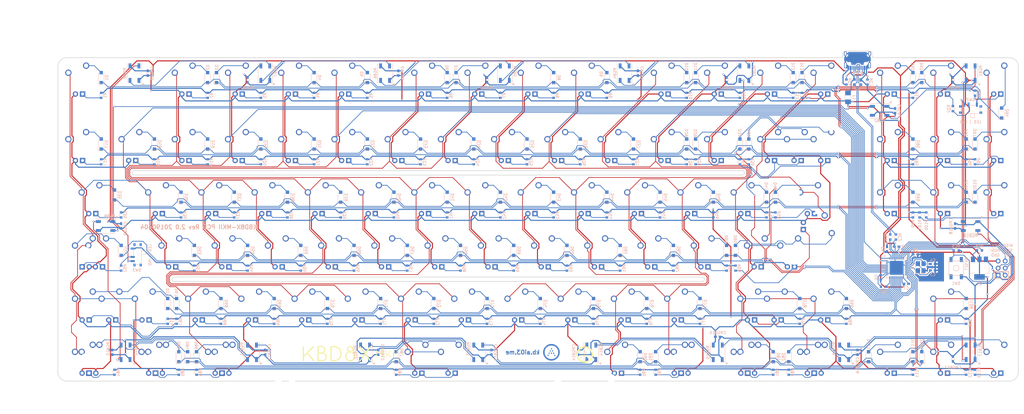
<source format=kicad_pcb>
(kicad_pcb (version 20211014) (generator pcbnew)
  (layers (0 "F.Cu" signal) (31 "B.Cu" signal) (34 "B.Paste" user) (35 "F.Paste" user) (36 "B.SilkS" user "B.Silkscreen") (37 "F.SilkS" user "F.Silkscreen") (38 "B.Mask" user) (39 "F.Mask" user) (44 "Edge.Cuts" user))
  (net 0 "")
  (net 1 "+5V")
  (net 2 "Net-(C2-Pad1)")
  (net 3 "GND")
  (net 4 "XTAL1")
  (net 5 "XTAL2")
  (net 6 "COL0")
  (net 7 "ROW0")
  (net 8 "Net-(D1-Pad2)")
  (net 9 "Net-(D2-Pad2)")
  (net 10 "Net-(D3-Pad2)")
  (net 11 "Net-(D4-Pad2)")
  (net 12 "Net-(D5-Pad2)")
  (net 13 "Net-(D6-Pad2)")
  (net 14 "Net-(D7-Pad2)")
  (net 15 "Net-(D8-Pad2)")
  (net 16 "Net-(D9-Pad2)")
  (net 17 "Net-(D10-Pad2)")
  (net 18 "Net-(D11-Pad2)")
  (net 19 "Net-(D12-Pad2)")
  (net 20 "Net-(D13-Pad2)")
  (net 21 "Net-(D14-Pad2)")
  (net 22 "ROW4")
  (net 23 "Net-(D17-Pad2)")
  (net 24 "ROW1")
  (net 25 "Net-(D18-Pad2)")
  (net 26 "Net-(D19-Pad2)")
  (net 27 "Net-(D20-Pad2)")
  (net 28 "Net-(D21-Pad2)")
  (net 29 "Net-(D22-Pad2)")
  (net 30 "Net-(D23-Pad2)")
  (net 31 "Net-(D24-Pad2)")
  (net 32 "Net-(D25-Pad2)")
  (net 33 "Net-(D26-Pad2)")
  (net 34 "Net-(D27-Pad2)")
  (net 35 "Net-(D28-Pad2)")
  (net 36 "Net-(D29-Pad2)")
  (net 37 "ROW3")
  (net 38 "ROW2")
  (net 39 "Net-(D35-Pad2)")
  (net 40 "Net-(D36-Pad2)")
  (net 41 "Net-(D37-Pad2)")
  (net 42 "Net-(D38-Pad2)")
  (net 43 "Net-(D39-Pad2)")
  (net 44 "Net-(D40-Pad2)")
  (net 45 "Net-(D41-Pad2)")
  (net 46 "Net-(D42-Pad2)")
  (net 47 "Net-(D43-Pad2)")
  (net 48 "Net-(D44-Pad2)")
  (net 49 "Net-(D45-Pad2)")
  (net 50 "Net-(D46-Pad2)")
  (net 51 "Net-(D47-Pad2)")
  (net 52 "Net-(D48-Pad2)")
  (net 53 "Net-(D53-Pad2)")
  (net 54 "Net-(D54-Pad2)")
  (net 55 "Net-(D55-Pad2)")
  (net 56 "Net-(D56-Pad2)")
  (net 57 "Net-(D57-Pad2)")
  (net 58 "Net-(D58-Pad2)")
  (net 59 "Net-(D59-Pad2)")
  (net 60 "Net-(D60-Pad2)")
  (net 61 "Net-(D61-Pad2)")
  (net 62 "Net-(D62-Pad2)")
  (net 63 "Net-(D63-Pad2)")
  (net 64 "Net-(D65-Pad2)")
  (net 65 "Net-(D66-Pad2)")
  (net 66 "Net-(D67-Pad2)")
  (net 67 "Net-(D68-Pad2)")
  (net 68 "Net-(D69-Pad2)")
  (net 69 "Net-(D70-Pad2)")
  (net 70 "Net-(D71-Pad2)")
  (net 71 "Net-(D72-Pad2)")
  (net 72 "Net-(D73-Pad2)")
  (net 73 "Net-(D74-Pad2)")
  (net 74 "Net-(D75-Pad2)")
  (net 75 "Net-(D76-Pad2)")
  (net 76 "Net-(D77-Pad2)")
  (net 77 "Net-(D78-Pad2)")
  (net 78 "ROW5")
  (net 79 "Net-(D81-Pad2)")
  (net 80 "Net-(D82-Pad2)")
  (net 81 "Net-(D84-Pad2)")
  (net 82 "Net-(D85-Pad2)")
  (net 83 "Net-(D86-Pad2)")
  (net 84 "Net-(D87-Pad2)")
  (net 85 "Net-(D90-Pad2)")
  (net 86 "Net-(D91-Pad2)")
  (net 87 "Net-(D92-Pad2)")
  (net 88 "Net-(D93-Pad2)")
  (net 89 "Net-(D94-Pad2)")
  (net 90 "Net-(D95-Pad2)")
  (net 91 "Net-(D96-Pad2)")
  (net 92 "Net-(D97-Pad2)")
  (net 93 "Net-(D99-Pad2)")
  (net 94 "Net-(D100-Pad2)")
  (net 95 "Net-(D101-Pad2)")
  (net 96 "Net-(D108-Pad2)")
  (net 97 "Net-(D111-Pad2)")
  (net 98 "Net-(D112-Pad2)")
  (net 99 "Net-(D113-Pad2)")
  (net 100 "VCC")
  (net 101 "COL2")
  (net 102 "COL1")
  (net 103 "Net-(MX_.1-Pad4)")
  (net 104 "Net-(MX_,1-Pad4)")
  (net 105 "Net-(MX_#1-Pad4)")
  (net 106 "Net-(MX_#2-Pad4)")
  (net 107 "COL3")
  (net 108 "Net-(MX_#3-Pad4)")
  (net 109 "Net-(MX_#4-Pad4)")
  (net 110 "COL4")
  (net 111 "Net-(MX_#5-Pad4)")
  (net 112 "COL5")
  (net 113 "Net-(MX_#6-Pad4)")
  (net 114 "COL6")
  (net 115 "Net-(MX_#7-Pad4)")
  (net 116 "COL7")
  (net 117 "COL8")
  (net 118 "Net-(MX_#8-Pad4)")
  (net 119 "Net-(MX_#9-Pad4)")
  (net 120 "Net-(MX_#0_1-Pad4)")
  (net 121 "Net-(MX_'1-Pad4)")
  (net 122 "Net-(MX_-1-Pad4)")
  (net 123 "Net-(MX_/1-Pad4)")
  (net 124 "Net-(MX_;1-Pad4)")
  (net 125 "Net-(MX_=1-Pad4)")
  (net 126 "Net-(MX_[1-Pad4)")
  (net 127 "Net-(MX_\\1-Pad4)")
  (net 128 "Net-(MX_]1-Pad4)")
  (net 129 "Net-(MX_`1-Pad4)")
  (net 130 "Net-(MX_A1-Pad4)")
  (net 131 "Net-(MX_B1-Pad4)")
  (net 132 "Net-(MX_C1-Pad4)")
  (net 133 "Net-(MX_D1-Pad4)")
  (net 134 "Net-(MX_E1-Pad4)")
  (net 135 "Net-(MX_ESC1-Pad4)")
  (net 136 "Net-(MX_F1-Pad4)")
  (net 137 "Net-(MX_FN1-Pad4)")
  (net 138 "Net-(MX_FN2-Pad4)")
  (net 139 "Net-(MX_FN3-Pad4)")
  (net 140 "Net-(MX_FN4-Pad4)")
  (net 141 "Net-(MX_FN5-Pad4)")
  (net 142 "Net-(MX_FN6-Pad4)")
  (net 143 "Net-(MX_FN7-Pad4)")
  (net 144 "Net-(MX_FN8-Pad4)")
  (net 145 "Net-(MX_FN9-Pad4)")
  (net 146 "Net-(MX_FN10-Pad4)")
  (net 147 "Net-(MX_FN11-Pad4)")
  (net 148 "Net-(MX_FN12-Pad4)")
  (net 149 "Net-(MX_G1-Pad4)")
  (net 150 "Net-(MX_H1-Pad4)")
  (net 151 "Net-(MX_I1-Pad4)")
  (net 152 "Net-(MX_J1-Pad4)")
  (net 153 "Net-(MX_K1-Pad4)")
  (net 154 "Net-(MX_L1-Pad4)")
  (net 155 "Net-(MX_M1-Pad4)")
  (net 156 "Net-(MX_N1-Pad4)")
  (net 157 "Net-(MX_O1-Pad4)")
  (net 158 "Net-(MX_P1-Pad4)")
  (net 159 "Net-(MX_Q1-Pad4)")
  (net 160 "Net-(MX_R1-Pad4)")
  (net 161 "Net-(MX_RETURN1-Pad4)")
  (net 162 "Net-(MX_RSHIFT1-Pad4)")
  (net 163 "Net-(MX_S1-Pad4)")
  (net 164 "Net-(MX_T1-Pad4)")
  (net 165 "Net-(MX_TAB1-Pad4)")
  (net 166 "Net-(MX_U1-Pad4)")
  (net 167 "Net-(MX_V1-Pad4)")
  (net 168 "Net-(MX_W1-Pad4)")
  (net 169 "Net-(MX_X1-Pad4)")
  (net 170 "Net-(MX_Y1-Pad4)")
  (net 171 "Net-(MX_Z1-Pad4)")
  (net 172 "Net-(Q1-Pad1)")
  (net 173 "LEDGND")
  (net 174 "Net-(RC1-Pad2)")
  (net 175 "D-")
  (net 176 "D+")
  (net 177 "Net-(RC2-Pad1)")
  (net 178 "RESET")
  (net 179 "Net-(RC4-Pad1)")
  (net 180 "Net-(RC5-Pad1)")
  (net 181 "Net-(RC6-Pad2)")
  (net 182 "Net-(RC7-Pad2)")
  (net 183 "Net-(USB1-Pad9)")
  (net 184 "Net-(USB1-Pad3)")
  (net 185 "Net-(D30-Pad2)")
  (net 186 "Net-(D31-Pad2)")
  (net 187 "Net-(D52-Pad2)")
  (net 188 "Net-(MX_BACK1-Pad4)")
  (net 189 "Net-(MX_BACK3-Pad4)")
  (net 190 "Net-(MX_DEL1-Pad4)")
  (net 191 "Net-(MX_DN1-Pad4)")
  (net 192 "Net-(MX_END1-Pad4)")
  (net 193 "Net-(MX_HOME1-Pad4)")
  (net 194 "Net-(MX_INS1-Pad4)")
  (net 195 "Net-(MX_LALT1-Pad4)")
  (net 196 "Net-(MX_LCTRL1-Pad4)")
  (net 197 "Net-(MX_LFT1-Pad4)")
  (net 198 "Net-(MX_LGUI1-Pad4)")
  (net 199 "Net-(MX_LSHIFT1-Pad4)")
  (net 200 "Net-(MX_LSHIFT3-Pad4)")
  (net 201 "Net-(MX_PAUSE1-Pad4)")
  (net 202 "Net-(MX_PGDN1-Pad4)")
  (net 203 "Net-(MX_PGUP1-Pad4)")
  (net 204 "Net-(MX_PRINT1-Pad4)")
  (net 205 "Net-(MX_RALT1-Pad4)")
  (net 206 "Net-(MX_RALT2-Pad4)")
  (net 207 "Net-(MX_RCTRL1-Pad4)")
  (net 208 "Net-(MX_RGUI2-Pad4)")
  (net 209 "Net-(MX_RSHIFT3-Pad4)")
  (net 210 "Net-(MX_RT1-Pad4)")
  (net 211 "Net-(MX_SP1-Pad4)")
  (net 212 "Net-(MX_UP1-Pad4)")
  (net 213 "CAPS_LEDGND")
  (net 214 "SLOCK_LEDGND")
  (net 215 "Net-(R32-Pad1)")
  (net 216 "Net-(R52-Pad2)")
  (net 217 "SLOCK_IND")
  (net 218 "CAPS_IND")
  (net 219 "RGBLED")
  (net 220 "Net-(RGB1-Pad2)")
  (net 221 "Net-(RGB2-Pad2)")
  (net 222 "Net-(RGB3-Pad2)")
  (net 223 "Net-(RGB4-Pad2)")
  (net 224 "Net-(RGB5-Pad2)")
  (net 225 "Net-(RGB6-Pad2)")
  (net 226 "Net-(RGB7-Pad2)")
  (net 227 "Net-(RGB8-Pad2)")
  (net 228 "Net-(RGB10-Pad4)")
  (net 229 "Net-(RGB10-Pad2)")
  (net 230 "Net-(RGB11-Pad2)")
  (net 231 "Net-(RGB12-Pad2)")
  (net 232 "Net-(RGB13-Pad2)")
  (net 233 "Net-(RGB14-Pad2)")
  (net 234 "Net-(RGB15-Pad2)")
  (net 235 "Net-(RGB16-Pad2)")
  (net 236 "Net-(RGB17-Pad2)")
  (net 237 "Net-(RGB18-Pad2)")
  (net 238 "ROW9")
  (net 239 "ROW6")
  (net 240 "ROW7")
  (net 241 "ROW8")
  (net 242 "ROW10")
  (net 243 "ROW11")
  (net 244 "Net-(U1-Pad42)")
  (footprint "locallib:kbd8x-logo" (layer "F.Cu") (at 144.653 137.795)
    (fp_text reference "G***" hide)
    (fp_text value "LOGO" hide)
  )
  (footprint "MX_Alps_Hybrid:MXOnly-1U" (layer "F.Cu") (at 242.8875 120.65)
    (fp_text reference "MX_.1")
    (fp_text value "MX-1U")
  )
  (footprint "MX_Alps_Hybrid:MXOnly-1U" (layer "F.Cu") (at 223.8375 120.65)
    (fp_text reference "MX_,1")
    (fp_text value "MX-1U")
  )
  (footprint "MX_Alps_Hybrid:MXOnly-1U" (layer "F.Cu") (at 66.675 63.5)
    (fp_text reference "MX_#1")
    (fp_text value "MX-1U")
  )
  (footprint "MX_Alps_Hybrid:MXOnly-1U" (layer "F.Cu") (at 85.725 63.5)
    (fp_text reference "MX_#2")
    (fp_text value "MX-1U")
  )
  (footprint "MX_Alps_Hybrid:MXOnly-1U" (layer "F.Cu") (at 104.775 63.5)
    (fp_text reference "MX_#3")
    (fp_text value "MX-1U")
  )
  (footprint "MX_Alps_Hybrid:MXOnly-1U" (layer "F.Cu") (at 123.825 63.5)
    (fp_text reference "MX_#4")
    (fp_text value "MX-1U")
  )
  (footprint "MX_Alps_Hybrid:MXOnly-1U" (layer "F.Cu") (at 142.875 63.5)
    (fp_text reference "MX_#5")
    (fp_text value "MX-1U")
  )
  (footprint "MX_Alps_Hybrid:MXOnly-1U" (layer "F.Cu") (at 161.925 63.5)
    (fp_text reference "MX_#6")
    (fp_text value "MX-1U")
  )
  (footprint "MX_Alps_Hybrid:MXOnly-1U" (layer "F.Cu") (at 180.975 63.5)
    (fp_text reference "MX_#7")
    (fp_text value "MX-1U")
  )
  (footprint "MX_Alps_Hybrid:MXOnly-1U" (layer "F.Cu") (at 219.075 63.5)
    (fp_text reference "MX_#9")
    (fp_text value "MX-1U")
  )
  (footprint "MX_Alps_Hybrid:MXOnly-1U" (layer "F.Cu") (at 238.125 63.5)
    (fp_text reference "MX_#0_1")
    (fp_text value "MX-1U")
  )
  (footprint "MX_Alps_Hybrid:MXOnly-1U" (layer "F.Cu") (at 271.4625 101.6)
    (fp_text reference "MX_'1")
    (fp_text value "MX-1U")
  )
  (footprint "MX_Alps_Hybrid:MXOnly-1U" (layer "F.Cu") (at 257.175 63.5)
    (fp_text reference "MX_-1")
    (fp_text value "MX-1U")
  )
  (footprint "MX_Alps_Hybrid:MXOnly-1U" (layer "F.Cu") (at 261.9375 120.65)
    (fp_text reference "MX_/1")
    (fp_text value "MX-1U")
  )
  (footprint "MX_Alps_Hybrid:MXOnly-1U" (layer "F.Cu") (at 252.4125 101.6)
    (fp_text reference "MX_;1")
    (fp_text value "MX-1U")
  )
  (footprint "MX_Alps_Hybrid:MXOnly-1U" (layer "F.Cu") (at 276.225 63.5)
    (fp_text reference "MX_=1")
    (fp_text value "MX-1U")
  )
  (footprint "MX_Alps_Hybrid:MXOnly-1U" (layer "F.Cu") (at 266.7 82.55)
    (fp_text reference "MX_[1")
    (fp_text value "MX-1U")
  )
  (footprint "MX_Alps_Hybrid:MXOnly-1.5U" (layer "F.Cu") (at 309.5625 82.55)
    (fp_text reference "MX_\\1")
    (fp_text value "MX-1.5U")
  )
  (footprint "MX_Alps_Hybrid:MXOnly-1U" (layer "F.Cu") (at 290.5125 101.6)
    (fp_text reference "MX_\\2")
    (fp_text value "MX-1U")
  )
  (footprint "MX_Alps_Hybrid:MXOnly-1U" (layer "F.Cu") (at 285.75 82.55)
    (fp_text reference "MX_]1")
    (fp_text value "MX-1U")
  )
  (footprint "MX_Alps_Hybrid:MXOnly-1U" (layer "F.Cu") (at 47.625 63.5)
    (fp_text reference "MX_`1")
    (fp_text value "MX-1U")
  )
  (footprint "MX_Alps_Hybrid:MXOnly-1U" (layer "F.Cu") (at 80.9625 101.6)
    (fp_text reference "MX_A1")
    (fp_text value "MX-1U")
  )
  (footprint "MX_Alps_Hybrid:MXOnly-1U" (layer "F.Cu") (at 166.6875 120.65)
    (fp_text reference "MX_B1")
    (fp_text value "MX-1U")
  )
  (footprint "MX_Alps_Hybrid:MXOnly-2U" (layer "F.Cu") (at 304.8 63.5)
    (fp_text reference "MX_BACK1")
    (fp_text value "MX-2U")
  )
  (footprint "MX_Alps_Hybrid:MXOnly-1U" (layer "F.Cu") (at 295.275 63.5)
    (fp_text reference "MX_BACK2")
    (fp_text value "MX-1U")
  )
  (footprint "MX_Alps_Hybrid:MXOnly-1U" (layer "F.Cu") (at 314.325 63.5)
    (fp_text reference "MX_BACK3")
    (fp_text value "MX-1U")
  )
  (footprint "MX_Alps_Hybrid:MXOnly-1U" (layer "F.Cu") (at 128.5875 120.65)
    (fp_text reference "MX_C1")
    (fp_text value "MX-1U")
  )
  (footprint "MX_Alps_Hybrid:MXOnly-1.75U" (layer "F.Cu") (at 54.76875 101.6)
    (fp_text reference "MX_CLOCK1")
    (fp_text value "MX-1.75U")
  )
  (footprint "MX_Alps_Hybrid:MXOnly-1.25U-FLIPPED" (layer "F.Cu") (at 50.00625 101.6)
    (fp_text reference "MX_CLOCK2")
    (fp_text value "MX-1.25U")
  )
  (footprint "MX_Alps_Hybrid:MXOnly-1U" (layer "F.Cu") (at 119.0625 101.6)
    (fp_text reference "MX_D1")
    (fp_text value "MX-1U")
  )
  (footprint "MX_Alps_Hybrid:MXOnly-1U" (layer "F.Cu") (at 338.1375 82.55)
    (fp_text reference "MX_DEL1")
    (fp_text value "MX-1U")
  )
  (footprint "MX_Alps_Hybrid:MXOnly-1U" (layer "F.Cu") (at 357.1875 139.7)
    (fp_text reference "MX_DN1")
    (fp_text value "MX-1U")
  )
  (footprint "MX_Alps_Hybrid:MXOnly-1U" (layer "F.Cu") (at 114.3 82.55)
    (fp_text reference "MX_E1")
    (fp_text value "MX-1U")
  )
  (footprint "MX_Alps_Hybrid:MXOnly-1U" (layer "F.Cu") (at 357.1875 82.55)
    (fp_text reference "MX_END1")
    (fp_text value "MX-1U")
  )
  (footprint "MX_Alps_Hybrid:MXOnly-1U" (layer "F.Cu") (at 47.625 39.6875)
    (fp_text reference "MX_ESC1")
    (fp_text value "MX-1U")
  )
  (footprint "MX_Alps_Hybrid:MXOnly-1U" (layer "F.Cu") (at 138.1125 101.6)
    (fp_text reference "MX_F1")
    (fp_text value "MX-1U")
  )
  (footprint "MX_Alps_Hybrid:MXOnly-1U" (layer "F.Cu") (at 85.725 39.6875)
    (fp_text reference "MX_FN1")
    (fp_text value "MX-1U")
  )
  (footprint "MX_Alps_Hybrid:MXOnly-1U" (layer "F.Cu") (at 104.775 39.6875)
    (fp_text reference "MX_FN2")
    (fp_text value "MX-1U")
  )
  (footprint "MX_Alps_Hybrid:MXOnly-1U" (layer "F.Cu") (at 123.825 39.6875)
    (fp_text reference "MX_FN3")
    (fp_text value "MX-1U")
  )
  (footprint "MX_Alps_Hybrid:MXOnly-1U" (layer "F.Cu") (at 142.875 39.6875)
    (fp_text reference "MX_FN4")
    (fp_text value "MX-1U")
  )
  (footprint "MX_Alps_Hybrid:MXOnly-1U" (layer "F.Cu") (at 171.45 39.6875)
    (fp_text reference "MX_FN5")
    (fp_text value "MX-1U")
  )
  (footprint "MX_Alps_Hybrid:MXOnly-1U" (layer "F.Cu") (at 190.5 39.6875)
    (fp_text reference "MX_FN6")
    (fp_text value "MX-1U")
  )
  (footprint "MX_Alps_Hybrid:MXOnly-1U" (layer "F.Cu") (at 209.55 39.6875)
    (fp_text reference "MX_FN7")
    (fp_text value "MX-1U")
  )
  (footprint "MX_Alps_Hybrid:MXOnly-1U" (layer "F.Cu") (at 228.6 39.6875)
    (fp_text reference "MX_FN8")
    (fp_text value "MX-1U")
  )
  (footprint "MX_Alps_Hybrid:MXOnly-1U" (layer "F.Cu") (at 257.175 39.6875)
    (fp_text reference "MX_FN9")
    (fp_text value "MX-1U")
  )
  (footprint "MX_Alps_Hybrid:MXOnly-1U" (layer "F.Cu") (at 276.225 39.6875)
    (fp_text reference "MX_FN10")
    (fp_text value "MX-1U")
  )
  (footprint "MX_Alps_Hybrid:MXOnly-1U" (layer "F.Cu") (at 295.275 39.6875)
    (fp_text reference "MX_FN11")
    (fp_text value "MX-1U")
  )
  (footprint "MX_Alps_Hybrid:MXOnly-1U" (layer "F.Cu") (at 314.325 39.6875)
    (fp_text reference "MX_FN12")
    (fp_text value "MX-1U")
  )
  (footprint "MX_Alps_Hybrid:MXOnly-1U" (layer "F.Cu") (at 157.1625 101.6)
    (fp_text reference "MX_G1")
    (fp_text value "MX-1U")
  )
  (footprint "MX_Alps_Hybrid:MXOnly-1U" (layer "F.Cu") (at 176.2125 101.6)
    (fp_text reference "MX_H1")
    (fp_text value "MX-1U")
  )
  (footprint "MX_Alps_Hybrid:MXOnly-1U" (layer "F.Cu") (at 357.1875 63.5)
    (fp_text reference "MX_HOME1")
    (fp_text value "MX-1U")
  )
  (footprint "MX_Alps_Hybrid:MXOnly-1U" (layer "F.Cu") (at 209.55 82.55)
    (fp_text reference "MX_I1")
    (fp_text value "MX-1U")
  )
  (footprint "MX_Alps_Hybrid:MXOnly-1U" (layer "F.Cu") (at 338.1375 63.5)
    (fp_text reference "MX_INS1")
    (fp_text value "MX-1U")
  )
  (footprint "MX_Alps_Hybrid:MXOnly-1U" (layer "F.Cu") (at 195.2625 101.6)
    (fp_text reference "MX_J1")
    (fp_text value "MX-1U")
  )
  (footprint "MX_Alps_Hybrid:MXOnly-1U" (layer "F.Cu") (at 214.3125 101.6)
    (fp_text reference "MX_K1")
    (fp_text value "MX-1U")
  )
  (footprint "MX_Alps_Hybrid:MXOnly-1U" (layer "F.Cu") (at 233.3625 101.6)
    (fp_text reference "MX_L1")
    (fp_text value "MX-1U")
  )
  (footprint "MX_Alps_Hybrid:MXOnly-1.25U" (layer "F.Cu") (at 97.63125 139.7)
    (fp_text reference "MX_LALT1")
    (fp_text value "MX-1.25U")
  )
  (footprint "MX_Alps_Hybrid:MXOnly-1.5U-FLIPPED" (layer "F.Cu") (at 100.0125 139.7)
    (fp_text reference "MX_LALT2")
    (fp_text value "MX-1.5U")
  )
  (footprint "MX_Alps_Hybrid:MXOnly-1.25U" (layer "F.Cu") (at 50.00625 139.7)
    (fp_text reference "MX_LCTRL1")
    (fp_text value "MX-1.25U")
  )
  (footprint "MX_Alps_Hybrid:MXOnly-1.5U-FLIPPED" (layer "F.Cu") (at 52.3875 139.7)
    (fp_text reference "MX_LCTRL2")
    (fp_text value "MX-1.5U")
  )
  (footprint "MX_Alps_Hybrid:MXOnly-1U" (layer "F.Cu") (at 338.1375 139.7)
    (fp_text reference "MX_LFT1")
    (fp_text value "MX-1U")
  )
  (footprint "MX_Alps_Hybrid:MXOnly-1.25U" (layer "F.Cu") (at 73.81875 139.7)
    (fp_text reference "MX_LGUI1")
    (fp_text value "MX-1.25U")
  )
  (footprint "MX_Alps_Hybrid:MXOnly-1U-FLIPPED" (layer "F.Cu") (at 76.2 139.7)
    (fp_text reference "MX_LGUI2")
    (fp_text value "MX-1U")
  )
  (footprint "MX_Alps_Hybrid:MXOnly-2.25U" (layer "F.Cu") (at 59.53125 120.65)
    (fp_text reference "MX_LSHIFT1")
    (fp_text value "MX-2.25U")
  )
  (footprint "MX_Alps_Hybrid:MXOnly-1.25U" (layer "F.Cu") (at 50.00625 120.65)
    (fp_text reference "MX_LSHIFT2")
    (fp_text value "MX-1.25U")
  )
  (footprint "MX_Alps_Hybrid:MXOnly-1U" (layer "F.Cu") (at 71.4375 120.65)
    (fp_text reference "MX_LSHIFT3")
    (fp_text value "MX-1U")
  )
  (footprint "MX_Alps_Hybrid:MXOnly-1U" (layer "F.Cu") (at 204.7875 120.65)
    (fp_text reference "MX_M1")
    (fp_text value "MX-1U")
  )
  (footprint "MX_Alps_Hybrid:MXOnly-1U" (layer "F.Cu") (at 185.7375 120.65)
    (fp_text reference "MX_N1")
    (fp_text value "MX-1U")
  )
  (footprint "MX_Alps_Hybrid:MXOnly-1U" (layer "F.Cu") (at 228.6 82.55)
    (fp_text reference "MX_O1")
    (fp_text value "MX-1U")
  )
  (footprint "MX_Alps_Hybrid:MXOnly-1U" (layer "F.Cu") (at 247.65 82.55)
    (fp_text reference "MX_P1")
    (fp_text value "MX-1U")
  )
  (footprint "MX_Alps_Hybrid:MXOnly-1U" (layer "F.Cu") (at 376.2375 39.6875)
    (fp_text reference "MX_PAUSE1")
    (fp_text value "MX-1U")
  )
  (footprint "MX_Alps_Hybrid:MXOnly-1U" (layer "F.Cu") (at 376.2375 82.55)
    (fp_text reference "MX_PGDN1")
    (fp_text value "MX-1U")
  )
  (footprint "MX_Alps_Hybrid:MXOnly-1U" (layer "F.Cu") (at 376.2375 63.5)
    (fp_text reference "MX_PGUP1")
    (fp_text value "MX-1U")
  )
  (footprint "MX_Alps_Hybrid:MXOnly-1U" (layer "F.Cu") (at 338.1375 39.6875)
    (fp_text reference "MX_PRINT1")
    (fp_text value "MX-1U")
  )
  (footprint "MX_Alps_Hybrid:MXOnly-1U" (layer "F.Cu") (at 76.2 82.55)
    (fp_text reference "MX_Q1")
    (fp_text value "MX-1U")
  )
  (footprint "MX_Alps_Hybrid:MXOnly-1U" (layer "F.Cu") (at 133.35 82.55)
    (fp_text reference "MX_R1")
    (fp_text value "MX-1U")
  )
  (footprint "MX_Alps_Hybrid:MXOnly-1.25U" (layer "F.Cu") (at 240.50625 139.7)
    (fp_text reference "MX_RALT1")
    (fp_text value "MX-1.25U")
  )
  (footprint "MX_Alps_Hybrid:MXOnly-1.5U" (layer "F.Cu") (at 261.9375 139.7)
    (fp_text reference "MX_RALT2")
    (fp_text value "MX-1.5U")
  )
  (footprint "MX_Alps_Hybrid:MXOnly-1.25U-FLIPPED" (layer "F.Cu") (at 311.94375 139.7)
    (fp_text reference "MX_RCTRL1")
    (fp_text value "MX-1.25U")
  )
  (footprint "MX_Alps_Hybrid:MXOnly-1.5U" (layer "F.Cu") (at 309.5625 139.7)
    (fp_text reference "MX_RCTRL2")
    (fp_text value "MX-1.5U")
  )
  (footprint "MX_Alps_Hybrid:MXOnly-2.25U" (layer "F.Cu") (at 302.41875 101.6)
    (fp_text reference "MX_RETURN1")
    (fp_text value "MX-2.25U")
  )
  (footprint "MX_Alps_Hybrid:MXOnly-1.25U-FLIPPED" (layer "F.Cu") (at 264.31875 139.7)
    (fp_text reference "MX_RGUI1")
    (fp_text value "MX-1.25U")
  )
  (footprint "MX_Alps_Hybrid:MXOnly-1U" (layer "F.Cu") (at 285.75 139.7)
    (fp_text reference "MX_RGUI2")
    (fp_text value "MX-1U")
  )
  (footprint "MX_Alps_Hybrid:MXOnly-1.25U-FLIPPED" (layer "F.Cu") (at 288.13125 139.7)
    (fp_text reference "MX_RMENU1")
    (fp_text value "MX-1.25U")
  )
  (footprint "MX_Alps_Hybrid:MXOnly-2.75U" (layer "F.Cu") (at 297.65625 120.65)
    (fp_text reference "MX_RSHIFT1")
    (fp_text value "MX-2.75U")
  )
  (footprint "MX_Alps_Hybrid:MXOnly-1.75U" (layer "F.Cu") (at 288.13125 120.65)
    (fp_text reference "MX_RSHIFT2")
    (fp_text value "MX-1.75U")
  )
  (footprint "MX_Alps_Hybrid:MXOnly-1U" (layer "F.Cu") (at 314.325 120.65)
    (fp_text reference "MX_RSHIFT3")
    (fp_text value "MX-1U")
  )
  (footprint "MX_Alps_Hybrid:MXOnly-1U" (layer "F.Cu") (at 376.2375 139.7)
    (fp_text reference "MX_RT1")
    (fp_text value "MX-1U")
  )
  (footprint "MX_Alps_Hybrid:MXOnly-1U" (layer "F.Cu") (at 100.0125 101.6)
    (fp_text reference "MX_S1")
    (fp_text value "MX-1U")
  )
  (footprint "MX_Alps_Hybrid:MXOnly-6.25U-ReversedStabilizers" (layer "F.Cu") (at 169.06875 139.7)
    (fp_text reference "MX_SP1")
    (fp_text value "MX-6.25U")
  )
  (footprint "MX_Alps_Hybrid:MXOnly-7U-ReversedStabilizers" (layer "F.Cu") (at 180.975 139.7)
    (fp_text reference "MX_SP2")
    (fp_text value "MX-7U")
  )
  (footprint "MX_Alps_Hybrid:MXOnly-1U" (layer "F.Cu") (at 152.4 82.55)
    (fp_text reference "MX_T1")
    (fp_text value "MX-1U")
  )
  (footprint "MX_Alps_Hybrid:MXOnly-1U" (layer "F.Cu") (at 190.5 82.55)
    (fp_text reference "MX_U1")
    (fp_text value "MX-1U")
  )
  (footprint "MX_Alps_Hybrid:MXOnly-1U" (layer "F.Cu") (at 357.1875 120.65)
    (fp_text reference "MX_UP1")
    (fp_text value "MX-1U")
  )
  (footprint "MX_Alps_Hybrid:MXOnly-1U" (layer "F.Cu") (at 147.6375 120.65)
    (fp_text reference "MX_V1")
    (fp_text value "MX-1U")
  )
  (footprint "MX_Alps_Hybrid:MXOnly-1U" (layer "F.Cu") (at 95.25 82.55)
    (fp_text reference "MX_W1")
    (fp_text value "MX-1U")
  )
  (footprint "MX_Alps_Hybrid:MXOnly-1U" (layer "F.Cu") (at 109.5375 120.65)
    (fp_text reference "MX_X1")
    (fp_text value "MX-1U")
  )
  (footprint "MX_Alps_Hybrid:MXOnly-1U" (layer "F.Cu") (at 171.45 82.55)
    (fp_text reference "MX_Y1")
    (fp_text value "MX-1U")
  )
  (footprint "MX_Alps_Hybrid:MXOnly-1U" (layer "F.Cu") (at 90.4875 120.65)
    (fp_text reference "MX_Z1")
    (fp_text value "MX-1U")
  )
  (footprint "MX_Alps_Hybrid:MXOnly-ISO-ROTATED-ReversedStabilizers" (layer "F.Cu") (at 311.94375 92.075)
    (fp_text reference "MX_RETURN2")
    (fp_text value "MX-ISO")
  )
  (footprint "locallib:ai-ring-6mm" (layer "F.Cu") (at 228.6 138.1125)
    (fp_text reference "G***" hide)
    (fp_text value "LOGO" hide)
  )
  (footprint "MX_Alps_Hybrid:MXOnly-1U" (layer "F.Cu") (at 200.025 63.5)
    (fp_text reference "MX_#8")
    (fp_text value "MX-1U")
  )
  (footprint "MX_Alps_Hybrid:MXOnly-1.5U" (layer "F.Cu") (at 52.3875 82.55)
    (fp_text reference "MX_TAB1")
    (fp_text value "MX-1.5U")
  )
  (footprint "MX_Alps_Hybrid:MXOnly-1U" (layer "F.Cu") (at 357.1875 39.6875)
    (fp_text reference "MX_SLOCK1")
    (fp_text value "MX-1U")
  )
  (footprint "TO_SOT_Packages_SMD:SOT-223-3_TabPin2" (layer "B.Cu") (at 369.8875 107.15625 -90)
    (fp_text reference "Q1")
    (fp_text value "DSS60601MZ4-13")
  )
  (footprint "locallib:SOT143B" (layer "B.Cu") (at 326.263 40.48125 -90)
    (fp_text reference "U2")
    (fp_text value "PRTR5V0U2X")
  )
  (footprint "Type-C:HRO-TYPE-C-31-M-12-Assembly" (layer "B.Cu") (at 326.23125 27.687125)
    (fp_text reference "USB1")
    (fp_text value "HRO-TYPE-C-31-M-12")
  )
  (footprint "random-keyboard-parts:Reset_Pretty-Mask" (layer "B.Cu") (at 377.825 107.15625 180)
    (fp_text reference "J1")
    (fp_text value "AVR-ISP-6")
  )
  (footprint "random-keyboard-parts:SKQG-1155865" (layer "B.Cu") (at 361.553125 107.15625 -90)
    (fp_text reference "SW1")
    (fp_text value "SW_Push")
  )
  (footprint "Buttons_Switches_SMD:SW_SPDT_PCM12" (layer "B.Cu") (at 68.2625 102.39375 -90)
    (fp_text reference "SW3")
    (fp_text value "SW_SPDT")
  )
  (footprint "Buttons_Switches_SMD:SW_SPDT_PCM12" (layer "B.Cu") (at 366.7125 50.00625 180)
    (fp_text reference "SW2")
    (fp_text value "SW_SPDT")
  )
  (footprint "locallib:ai-ring-6mm-FancyAss-Mask" (layer "B.Cu") (at 216.69375 137.31875 180)
    (fp_text reference "G***" hide)
    (fp_text value "LOGO" hide)
  )
  (footprint "locallib:ai-ring-6mm-FancyAss" (layer "B.Cu") (at 216.69375 137.31875 180)
    (fp_text reference "G***" hide)
    (fp_text value "LOGO" hide)
  )
  (footprint "locallib:C_0603" (layer "B.Cu") (at 340.233 99.441 180)
    (fp_text reference "C2")
    (fp_text value "1uF")
  )
  (footprint "locallib:C_0603" (layer "B.Cu") (at 353.187 105.664)
    (fp_text reference "C4")
    (fp_text value "22pF")
  )
  (footprint "locallib:C_0603" (layer "B.Cu") (at 336.804 100.33 -90)
    (fp_text reference "C5")
    (fp_text value "10uF")
  )
  (footprint "locallib:C_0603" (layer "B.Cu") (at 334.518 110.49 -90)
    (fp_text reference "C6")
    (fp_text value "0.1uF")
  )
  (footprint "locallib:C_0603" (layer "B.Cu") (at 346.964 102.235 180)
    (fp_text reference "C8")
    (fp_text value "0.1uF")
  )
  (footprint "locallib:C_0603" (layer "B.Cu") (at 360.3625 39.6875 -90)
    (fp_text reference "CRGB1")
    (fp_text value "0.1uF")
  )
  (footprint "locallib:C_0603" (layer "B.Cu") (at 339.725 50.8 90)
    (fp_text reference "CRGB2")
    (fp_text value "0.1uF")
  )
  (footprint "locallib:C_0603" (layer "B.Cu") (at 279.4 39.6875 -90)
    (fp_text reference "CRGB3")
    (fp_text value "0.1uF")
  )
  (footprint "locallib:C_0603" (layer "B.Cu") (at 247.65 37.30625 -90)
    (fp_text reference "CRGB4")
    (fp_text value "0.1uF")
  )
  (footprint "locallib:C_0603" (layer "B.Cu") (at 193.675 39.6875 -90)
    (fp_text reference "CRGB5")
    (fp_text value "0.1uF")
  )
  (footprint "locallib:C_0603" (layer "B.Cu") (at 161.925 37.30625 -90)
    (fp_text reference "CRGB6")
    (fp_text value "0.1uF")
  )
  (footprint "locallib:C_0603" (layer "B.Cu") (at 107.95 39.6875 -90)
    (fp_text reference "CRGB7")
    (fp_text value "0.1uF")
  )
  (footprint "locallib:C_0603" (layer "B.Cu") (at 72.23125 37.30625 -90)
    (fp_text reference "CRGB8")
    (fp_text value "0.1uF")
  )
  (footprint "locallib:C_0603" (layer "B.Cu") (at 62.70625 92.075 90)
    (fp_text reference "CRGB9")
    (fp_text value "0.1uF")
  )
  (footprint "locallib:C_0603" (layer "B.Cu") (at 59.53125 137.31875 -90)
    (fp_text reference "CRGB10")
    (fp_text value "0.1uF")
  )
  (footprint "locallib:C_0603" (layer "B.Cu") (at 114.3 137.31875 -90)
    (fp_text reference "CRGB11")
    (fp_text value "0.1uF")
  )
  (footprint "locallib:C_0603" (layer "B.Cu") (at 154.78125 137.31875 -90)
    (fp_text reference "CRGB12")
    (fp_text value "0.1uF")
  )
  (footprint "locallib:C_0603" (layer "B.Cu") (at 195.2625 137.31875 -90)
    (fp_text reference "CRGB13")
    (fp_text value "0.1uF")
  )
  (footprint "locallib:C_0603" (layer "B.Cu") (at 226.21875 137.31875 -90)
    (fp_text reference "CRGB14")
    (fp_text value "0.1uF")
  )
  (footprint "locallib:C_0603" (layer "B.Cu") (at 276.225 131.7625)
    (fp_text reference "CRGB15")
    (fp_text value "0.1uF")
  )
  (footprint "locallib:C_0603" (layer "B.Cu") (at 326.23125 137.31875 -90)
    (fp_text reference "CRGB16")
    (fp_text value "0.1uF")
  )
  (footprint "locallib:C_0603" (layer "B.Cu") (at 360.3625 139.7 -90)
    (fp_text reference "CRGB17")
    (fp_text value "0.1uF")
  )
  (footprint "locallib:C_0603" (layer "B.Cu") (at 361.15625 92.075 90)
    (fp_text reference "CRGB18")
    (fp_text value "0.1uF")
  )
  (footprint "locallib:D_SOD-123" (layer "B.Cu") (at 55.5625 38.89375 90)
    (fp_text reference "D1")
    (fp_text value "SOD-323")
  )
  (footprint "locallib:D_SOD-123" (layer "B.Cu") (at 93.6625 38.89375 90)
    (fp_text reference "D2")
    (fp_text value "SOD-323")
  )
  (footprint "locallib:D_SOD-123" (layer "B.Cu") (at 96.8375 38.89375 90)
    (fp_text reference "D3")
    (fp_text value "SOD-323")
  )
  (footprint "locallib:D_SOD-123" (layer "B.Cu") (at 131.7625 38.89375 90)
    (fp_text reference "D4")
    (fp_text value "SOD-323")
  )
  (footprint "locallib:D_SOD-123" (layer "B.Cu") (at 179.3875 38.89375 90)
    (fp_text reference "D6")
    (fp_text value "SOD-323")
  )
  (footprint "locallib:D_SOD-123" (layer "B.Cu") (at 182.5625 38.89375 90)
    (fp_text reference "D7")
    (fp_text value "SOD-323")
  )
  (footprint "locallib:D_SOD-123" (layer "B.Cu") (at 217.4875 38.89375 90)
    (fp_text reference "D8")
    (fp_text value "SOD-323")
  )
  (footprint "locallib:D_SOD-123" (layer "B.Cu") (at 236.5375 38.89375 90)
    (fp_text reference "D9")
    (fp_text value "SOD-323")
  )
  (footprint "locallib:D_SOD-123" (layer "B.Cu") (at 265.1125 38.89375 90)
    (fp_text reference "D10")
    (fp_text value "SOD-323")
  )
  (footprint "locallib:D_SOD-123" (layer "B.Cu") (at 268.2875 38.89375 90)
    (fp_text reference "D11")
    (fp_text value "SOD-323")
  )
  (footprint "locallib:D_SOD-123" (layer "B.Cu") (at 303.2125 38.89375 90)
    (fp_text reference "D12")
    (fp_text value "SOD-323")
  )
  (footprint "locallib:D_SOD-123" (layer "B.Cu") (at 306.3875 38.89375 90)
    (fp_text reference "D13")
    (fp_text value "SOD-323")
  )
  (footprint "locallib:D_SOD-123" (layer "B.Cu") (at 79.375 119.85625 90)
    (fp_text reference "D14")
    (fp_text value "SOD-323")
  )
  (footprint "locallib:D_SOD-123" (layer "B.Cu") (at 55.5625 62.70625 90)
    (fp_text reference "D17")
    (fp_text value "SOD-323")
  )
  (footprint "locallib:D_SOD-123" (layer "B.Cu") (at 74.6125 62.70625 90)
    (fp_text reference "D18")
    (fp_text value "SOD-323")
  )
  (footprint "locallib:D_SOD-123" (layer "B.Cu") (at 93.6625 62.70625 90)
    (fp_text reference "D19")
    (fp_text value "SOD-323")
  )
  (footprint "locallib:D_SOD-123" (layer "B.Cu") (at 112.7125 62.70625 90)
    (fp_text reference "D20")
    (fp_text value "SOD-323")
  )
  (footprint "locallib:D_SOD-123" (layer "B.Cu") (at 131.7625 62.70625 90)
    (fp_text reference "D21")
    (fp_text value "SOD-323")
  )
  (footprint "locallib:D_SOD-123" (layer "B.Cu") (at 150.8125 62.70625 90)
    (fp_text reference "D22")
    (fp_text value "SOD-323")
  )
  (footprint "locallib:D_SOD-123" (layer "B.Cu") (at 169.8625 62.70625 90)
    (fp_text reference "D23")
    (fp_text value "SOD-323")
  )
  (footprint "locallib:D_SOD-123" (layer "B.Cu") (at 188.9125 62.70625 90)
    (fp_text reference "D24")
    (fp_text value "SOD-323")
  )
  (footprint "locallib:D_SOD-123" (layer "B.Cu") (at 207.9625 62.70625 90)
    (fp_text reference "D25")
    (fp_text value "SOD-323")
  )
  (footprint "locallib:D_SOD-123" (layer "B.Cu") (at 227.0125 62.70625 90)
    (fp_text reference "D26")
    (fp_text value "SOD-323")
  )
  (footprint "locallib:D_SOD-123" (layer "B.Cu") (at 246.0625 62.70625 90)
    (fp_text reference "D27")
    (fp_text value "SOD-323")
  )
  (footprint "locallib:D_SOD-123" (layer "B.Cu") (at 265.1125 62.70625 90)
    (fp_text reference "D28")
    (fp_text value "SOD-323")
  )
  (footprint "locallib:D_SOD-123" (layer "B.Cu") (at 268.2875 62.70625 90)
    (fp_text reference "D29")
    (fp_text value "SOD-323")
  )
  (footprint "locallib:D_SOD-123" (layer "B.Cu") (at 287.3375 62.70625 90)
    (fp_text reference "D30")
    (fp_text value "SOD-323")
  )
  (footprint "locallib:D_SOD-123" (layer "B.Cu") (at 284.1625 62.70625 90)
    (fp_text reference "D31")
    (fp_text value "SOD-323")
  )
  (footprint "locallib:D_SOD-123" (layer "B.Cu") (at 60.325 80.9625 90)
    (fp_text reference "D35")
    (fp_text value "SOD-323")
  )
  (footprint "locallib:D_SOD-123" (layer "B.Cu") (at 84.1375 81.75625 90)
    (fp_text reference "D36")
    (fp_text value "SOD-323")
  )
  (footprint "locallib:D_SOD-123" (layer "B.Cu") (at 103.1875 81.75625 90)
    (fp_text reference "D37")
    (fp_text value "SOD-323")
  )
  (footprint "locallib:D_SOD-123" (layer "B.Cu") (at 122.2375 81.75625 90)
    (fp_text reference "D38")
    (fp_text value "SOD-323")
  )
  (footprint "locallib:D_SOD-123" (layer "B.Cu") (at 141.2875 81.75625 90)
    (fp_text reference "D39")
    (fp_text value "SOD-323")
  )
  (footprint "locallib:D_SOD-123" (layer "B.Cu") (at 160.3375 81.75625 90)
    (fp_text reference "D40")
    (fp_text value "SOD-323")
  )
  (footprint "locallib:D_SOD-123" (layer "B.Cu") (at 179.3875 81.75625 90)
    (fp_text reference "D41")
    (fp_text value "SOD-323")
  )
  (footprint "locallib:D_SOD-123" (layer "B.Cu") (at 198.4375 81.75625 90)
    (fp_text reference "D42")
    (fp_text value "SOD-323")
  )
  (footprint "locallib:D_SOD-123" (layer "B.Cu") (at 217.4875 81.75625 90)
    (fp_text reference "D43")
    (fp_text value "SOD-323")
  )
  (footprint "locallib:D_SOD-123" (layer "B.Cu") (at 236.5375 81.75625 90)
    (fp_text reference "D44")
    (fp_text value "SOD-323")
  )
  (footprint "locallib:D_SOD-123" (layer "B.Cu") (at 255.5875 81.75625 90)
    (fp_text reference "D45")
    (fp_text value "SOD-323")
  )
  (footprint "locallib:D_SOD-123" (layer "B.Cu") (at 274.6375 81.75625 90)
    (fp_text reference "D46")
    (fp_text value "SOD-323")
  )
  (footprint "locallib:D_SOD-123" (layer "B.Cu") (at 293.6875 81.75625 90)
    (fp_text reference "D47")
    (fp_text value "SOD-323")
  )
  (footprint "locallib:D_SOD-123" (layer "B.Cu") (at 296.8625 81.75625 90)
    (fp_text reference "D48")
    (fp_text value "SOD-323")
  )
  (footprint "locallib:D_SOD-123" (layer "B.Cu") (at 62.70625 100.80625 90)
    (fp_text reference "D52")
    (fp_text value "SOD-323")
  )
  (footprint "locallib:D_SOD-123" (layer "B.Cu") (at 88.9 100.80625 90)
    (fp_text reference "D53")
    (fp_text value "SOD-323")
  )
  (footprint "locallib:D_SOD-123" (layer "B.Cu") (at 107.95 100.80625 90)
    (fp_text reference "D54")
    (fp_text value "SOD-323")
  )
  (footprint "locallib:D_SOD-123" (layer "B.Cu") (at 127 100.80625 90)
    (fp_text reference "D55")
    (fp_text value "SOD-323")
  )
  (footprint "locallib:D_SOD-123" (layer "B.Cu") (at 146.05 100.80625 90)
    (fp_text reference "D56")
    (fp_text value "SOD-323")
  )
  (footprint "locallib:D_SOD-123" (layer "B.Cu") (at 165.1 100.80625 90)
    (fp_text reference "D57")
    (fp_text value "SOD-323")
  )
  (footprint "locallib:D_SOD-123" (layer "B.Cu") (at 184.15 100.80625 90)
    (fp_text reference "D58")
    (fp_text value "SOD-323")
  )
  (footprint "locallib:D_SOD-123" (layer "B.Cu") (at 203.2 100.80625 90)
    (fp_text reference "D59")
    (fp_text value "SOD-323")
  )
  (footprint "locallib:D_SOD-123" (layer "B.Cu") (at 222.25 100.80625 90)
    (fp_text reference "D60")
    (fp_text value "SOD-323")
  )
  (footprint "locallib:D_SOD-123" (layer "B.Cu") (at 241.3 100.80625 90)
    (fp_text reference "D61")
    (fp_text value "SOD-323")
  )
  (footprint "locallib:D_SOD-123" (layer "B.Cu") (at 260.35 100.80625 90)
    (fp_text reference "D62")
    (fp_text value "SOD-323")
  )
  (footprint "locallib:D_SOD-123" (layer "B.Cu") (at 279.4 100.80625 90)
    (fp_text reference "D63")
    (fp_text value "SOD-323")
  )
  (footprint "locallib:D_SOD-123" (layer "B.Cu") (at 282.575 100.80625 90)
    (fp_text reference "D65")
    (fp_text value "SOD-323")
  )
  (footprint "locallib:D_SOD-123" (layer "B.Cu") (at 322.2625 119.85625 90)
    (fp_text reference "D66")
    (fp_text value "SOD-323")
  )
  (footprint "locallib:D_SOD-123" (layer "B.Cu") (at 82.55 119.85625 90)
    (fp_text reference "D67")
    (fp_text value "SOD-323")
  )
  (footprint "locallib:D_SOD-123" (layer "B.Cu") (at 98.425 119.85625 90)
    (fp_text reference "D68")
    (fp_text value "SOD-323")
  )
  (footprint "locallib:D_SOD-123" (layer "B.Cu") (at 117.475 119.85625 90)
    (fp_text reference "D69")
    (fp_text value "SOD-323")
  )
  (footprint "locallib:D_SOD-123" (layer "B.Cu") (at 136.525 119.85625 90)
    (fp_text reference "D70")
    (fp_text value "SOD-323")
  )
  (footprint "locallib:D_SOD-123" (layer "B.Cu") (at 155.575 119.85625 90)
    (fp_text reference "D71")
    (fp_text value "SOD-323")
  )
  (footprint "locallib:D_SOD-123" (layer "B.Cu") (at 174.625 119.85625 90)
    (fp_text reference "D72")
    (fp_text value "SOD-323")
  )
  (footprint "locallib:D_SOD-123" (layer "B.Cu") (at 193.675 119.85625 90)
    (fp_text reference "D73")
    (fp_text value "SOD-323")
  )
  (footprint "locallib:D_SOD-123" (layer "B.Cu") (at 212.725 119.85625 90)
    (fp_text reference "D74")
    (fp_text value "SOD-323")
  )
  (footprint "locallib:D_SOD-123" (layer "B.Cu") (at 231.775 119.85625 90)
    (fp_text reference "D75")
    (fp_text value "SOD-323")
  )
  (footprint "locallib:D_SOD-123" (layer "B.Cu") (at 250.825 119.85625 90)
    (fp_text reference "D76")
    (fp_text value "SOD-323")
  )
  (footprint "locallib:D_SOD-123" (layer "B.Cu") (at 269.875 119.85625 90)
    (fp_text reference "D77")
    (fp_text value "SOD-323")
  )
  (footprint "locallib:D_SOD-123" (layer "B.Cu") (at 305.59375 119.85625 90)
    (fp_text reference "D78")
    (fp_text value "SOD-323")
  )
  (footprint "locallib:D_SOD-123" (layer "B.Cu") (at 296.06875 138.90625 90)
    (fp_text reference "D81")
    (fp_text value "SOD-323")
  )
  (footprint "locallib:D_SOD-123" (layer "B.Cu") (at 301.625 138.90625 90)
    (fp_text reference "D82")
    (fp_text value "SOD-323")
  )
  (footprint "locallib:D_SOD-123" (layer "B.Cu") (at 86.51875 138.90625 90)
    (fp_text reference "D84")
    (fp_text value "SOD-323")
  )
  (footprint "locallib:D_SOD-123" (layer "B.Cu") (at 83.34375 138.90625 90)
    (fp_text reference "D85")
    (fp_text value "SOD-323")
  )
  (footprint "locallib:D_SOD-123" (layer "B.Cu") (at 89.69375 138.90625 90)
    (fp_text reference "D86")
    (fp_text value "SOD-323")
  )
  (footprint "locallib:D_SOD-123" (layer "B.Cu") (at 161.13125 138.90625 90)
    (fp_text reference "D87")
    (fp_text value "SOD-323")
  )
  (footprint "locallib:D_SOD-123" (layer "B.Cu") (at 248.44375 138.90625 90)
    (fp_text reference "D90")
    (fp_text value "SOD-323")
  )
  (footprint "locallib:D_SOD-123" (layer "B.Cu") (at 254 138.90625 90)
    (fp_text reference "D91")
    (fp_text value "SOD-323")
  )
  (footprint "locallib:D_SOD-123" (layer "B.Cu") (at 346.075 38.89375 90)
    (fp_text reference "D92")
    (fp_text value "SOD-323")
  )
  (footprint "locallib:D_SOD-123" (layer "B.Cu") (at 349.25 38.89375 90)
    (fp_text reference "D93")
    (fp_text value "SOD-323")
  )
  (footprint "locallib:D_SOD-123" (layer "B.Cu") (at 377.825 51.59375 90)
    (fp_text reference "D94")
    (fp_text value "SOD-323")
  )
  (footprint "locallib:D_SOD-123" (layer "B.Cu") (at 346.075 62.70625 90)
    (fp_text reference "D95")
    (fp_text value "SOD-323")
  )
  (footprint "locallib:D_SOD-123" (layer "B.Cu") (at 365.125 62.70625 90)
    (fp_text reference "D96")
    (fp_text value "SOD-323")
  )
  (footprint "locallib:D_SOD-123" (layer "B.Cu") (at 368.3 62.70625 90)
    (fp_text reference "D97")
    (fp_text value "SOD-323")
  )
  (footprint "locallib:D_SOD-123" (layer "B.Cu") (at 346.075 81.75625 90)
    (fp_text reference "D99")
    (fp_text value "SOD-323")
  )
  (footprint "locallib:D_SOD-123" (layer "B.Cu") (at 365.125 81.75625 90)
    (fp_text reference "D100")
    (fp_text value "SOD-323")
  )
  (footprint "locallib:D_SOD-123" (layer "B.Cu") (at 368.3 81.75625 90)
    (fp_text reference "D101")
    (fp_text value "SOD-323")
  )
  (footprint "locallib:D_SOD-123" (layer "B.Cu") (at 365.125 119.85625 90)
    (fp_text reference "D108")
    (fp_text value "SOD-323")
  )
  (footprint "locallib:D_SOD-123" (layer "B.Cu") (at 330.2 138.90625 90)
    (fp_text reference "D111")
    (fp_text value "SOD-323")
  )
  (footprint "locallib:D_SOD-123" (layer "B.Cu") (at 349.25 138.90625 90)
    (fp_text reference "D112")
    (fp_text value "SOD-323")
  )
  (footprint "locallib:D_SOD-123" (layer "B.Cu") (at 346.075 138.90625 90)
    (fp_text reference "D113")
    (fp_text value "SOD-323")
  )
  (footprint "Fuse_Holders_and_Fuses:Fuse_SMD1206_Wave" (layer "B.Cu") (at 322.834 45.974 90)
    (fp_text reference "F1")
    (fp_text value "500mA")
  )
  (footprint "locallib:R_0603" (layer "B.Cu") (at 55.5625 45.24375 90)
    (fp_text reference "R1")
    (fp_text value "1k")
  )
  (footprint "locallib:R_0603" (layer "B.Cu") (at 93.6625 45.24375 90)
    (fp_text reference "R2")
    (fp_text value "1k")
  )
  (footprint "locallib:R_0603" (layer "B.Cu") (at 112.7125 45.24375 90)
    (fp_text reference "R3")
    (fp_text value "1k")
  )
  (footprint "locallib:R_0603" (layer "B.Cu") (at 131.7625 45.24375 90)
    (fp_text reference "R4")
    (fp_text value "1k")
  )
  (footprint "locallib:R_0603" (layer "B.Cu") (at 179.3875 45.24375 90)
    (fp_text reference "R6")
    (fp_text value "1k")
  )
  (footprint "locallib:R_0603" (layer "B.Cu") (at 217.4875 45.24375 90)
    (fp_text reference "R8")
    (fp_text value "1k")
  )
  (footprint "locallib:R_0603" (layer "B.Cu") (at 236.5375 45.24375 90)
    (fp_text reference "R9")
    (fp_text value "1k")
  )
  (footprint "locallib:R_0603" (layer "B.Cu") (at 265.1125 45.24375 90)
    (fp_text reference "R10")
    (fp_text value "1k")
  )
  (footprint "locallib:R_0603" (layer "B.Cu") (at 284.1625 45.24375 90)
    (fp_text reference "R11")
    (fp_text value "1k")
  )
  (footprint "locallib:R_0603" (layer "B.Cu") (at 303.2125 45.24375 90)
    (fp_text reference "R12")
    (fp_text value "1k")
  )
  (footprint "locallib:R_0603" (layer "B.Cu") (at 306.3875 45.24375 90)
    (fp_text reference "R13")
    (fp_text value "1k")
  )
  (footprint "locallib:R_0603" (layer "B.Cu") (at 79.375 126.20625 90)
    (fp_text reference "R14")
    (fp_text value "1k")
  )
  (footprint "locallib:R_0603" (layer "B.Cu") (at 346.075 45.24375 90)
    (fp_text reference "R16")
    (fp_text value "1k")
  )
  (footprint "locallib:R_0603" (layer "B.Cu") (at 55.5625 69.05625 90)
    (fp_text reference "R17")
    (fp_text value "1k")
  )
  (footprint "locallib:R_0603" (layer "B.Cu") (at 74.6125 69.05625 90)
    (fp_text reference "R18")
    (fp_text value "1k")
  )
  (footprint "locallib:R_0603" (layer "B.Cu") (at 93.6625 69.05625 90)
    (fp_text reference "R19")
    (fp_text value "1k")
  )
  (footprint "locallib:R_0603" (layer "B.Cu") (at 112.7125 69.05625 90)
    (fp_text reference "R20")
    (fp_text value "1k")
  )
  (footprint "locallib:R_0603" (layer "B.Cu") (at 131.7625 69.05625 90)
    (fp_text reference "R21")
    (fp_text value "1k")
  )
  (footprint "locallib:R_0603" (layer "B.Cu") (at 150.8125 69.05625 90)
    (fp_text reference "R22")
    (fp_text value "1k")
  )
  (footprint "locallib:R_0603" (layer "B.Cu") (at 169.8625 69.05625 90)
    (fp_text reference "R23")
    (fp_text value "1k")
  )
  (footprint "locallib:R_0603" (layer "B.Cu") (at 188.9125 69.05625 90)
    (fp_text reference "R24")
    (fp_text value "1k")
  )
  (footprint "locallib:R_0603" (layer "B.Cu") (at 207.9625 69.05625 90)
    (fp_text reference "R25")
    (fp_text value "1k")
  )
  (footprint "locallib:R_0603" (layer "B.Cu") (at 227.0125 69.05625 90)
    (fp_text reference "R26")
    (fp_text value "1k")
  )
  (footprint "locallib:R_0603" (layer "B.Cu") (at 246.0625 69.05625 90)
    (fp_text reference "R27")
    (fp_text value "1k")
  )
  (footprint "locallib:R_0603" (layer "B.Cu") (at 265.1125 69.05625 90)
    (fp_text reference "R28")
    (fp_text value "1k")
  )
  (footprint "locallib:R_0603" (layer "B.Cu") (at 268.2875 69.05625 90)
    (fp_text reference "R29")
    (fp_text value "1k")
  )
  (footprint "locallib:R_0603" (layer "B.Cu") (at 287.3375 69.05625 90)
    (fp_text reference "R30")
    (fp_text value "1k")
  )
  (footprint "locallib:R_0603" (layer "B.Cu") (at 284.1625 69.05625 90)
    (fp_text reference "R31")
    (fp_text value "1k")
  )
  (footprint "locallib:R_0603" (layer "B.Cu") (at 360.3625 50.00625 90)
    (fp_text reference "R32")
    (fp_text value "1k")
  )
  (footprint "locallib:R_0603" (layer "B.Cu") (at 368.3 44.45 90)
    (fp_text reference "R33")
    (fp_text value "1k")
  )
  (footprint "locallib:R_0603" (layer "B.Cu") (at 62.70625 88.10625 90)
    (fp_text reference "R35")
    (fp_text value "1k")
  )
  (footprint "locallib:R_0603" (layer "B.Cu") (at 84.1375 88.10625 90)
    (fp_text reference "R36")
    (fp_text value "1k")
  )
  (footprint "locallib:R_0603" (layer "B.Cu") (at 103.1875 88.10625 90)
    (fp_text reference "R37")
    (fp_text value "1k")
  )
  (footprint "locallib:R_0603" (layer "B.Cu") (at 122.2375 88.10625 90)
    (fp_text reference "R38")
    (fp_text value "1k")
  )
  (footprint "locallib:R_0603" (layer "B.Cu") (at 141.2875 88.10625 90)
    (fp_text reference "R39")
    (fp_text value "1k")
  )
  (footprint "locallib:R_0603" (layer "B.Cu") (at 160.3375 88.10625 90)
    (fp_text reference "R40")
    (fp_text value "1k")
  )
  (footprint "locallib:R_0603" (layer "B.Cu") (at 179.3875 88.10625 90)
    (fp_text reference "R41")
    (fp_text value "1k")
  )
  (footprint "locallib:R_0603" (layer "B.Cu") (at 198.4375 88.10625 90)
    (fp_text reference "R42")
    (fp_text value "1k")
  )
  (footprint "locallib:R_0603" (layer "B.Cu") (at 217.4875 88.10625 90)
    (fp_text reference "R43")
    (fp_text value "1k")
  )
  (footprint "locallib:R_0603" (layer "B.Cu") (at 236.5375 88.10625 90)
    (fp_text reference "R44")
    (fp_text value "1k")
  )
  (footprint "locallib:R_0603" (layer "B.Cu") (at 255.5875 88.10625 90)
    (fp_text reference "R45")
    (fp_text value "1k")
  )
  (footprint "locallib:R_0603" (layer "B.Cu") (at 274.6375 88.10625 90)
    (fp_text reference "R46")
    (fp_text value "1k")
  )
  (footprint "locallib:R_0603" (layer "B.Cu") (at 293.6875 88.10625 90)
    (fp_text reference "R47")
    (fp_text value "1k")
  )
  (footprint "locallib:R_0603" (layer "B.Cu") (at 296.8625 88.10625 90)
    (fp_text reference "R48")
    (fp_text value "1k")
  )
  (footprint "locallib:R_0603" (layer "B.Cu") (at 62.70625 107.15625 90)
    (fp_text reference "R52")
    (fp_text value "1k")
  )
  (footprint "locallib:R_0603" (layer "B.Cu") (at 88.9 107.15625 90)
    (fp_text reference "R53")
    (fp_text value "1k")
  )
  (footprint "locallib:R_0603" (layer "B.Cu") (at 107.95 107.15625 90)
    (fp_text reference "R54")
    (fp_text value "1k")
  )
  (footprint "locallib:R_0603" (layer "B.Cu") (at 127 107.15625 90)
    (fp_text reference "R55")
    (fp_text value "1k")
  )
  (footprint "locallib:R_0603" (layer "B.Cu") (at 146.05 107.15625 90)
    (fp_text reference "R56")
    (fp_text value "1k")
  )
  (footprint "locallib:R_0603" (layer "B.Cu") (at 165.1 107.15625 90)
    (fp_text reference "R57")
    (fp_text value "1k")
  )
  (footprint "locallib:R_0603" (layer "B.Cu") (at 184.15 107.15625 90)
    (fp_text reference "R58")
    (fp_text value "1k")
  )
  (footprint "locallib:R_0603" (layer "B.Cu") (at 203.2 107.15625 90)
    (fp_text reference "R59")
    (fp_text value "1k")
  )
  (footprint "locallib:R_0603" (layer "B.Cu") (at 222.25 107.15625 90)
    (fp_text reference "R60")
    (fp_text value "1k")
  )
  (footprint "locallib:R_0603" (layer "B.Cu") (at 241.3 107.15625 90)
    (fp_text reference "R61")
    (fp_text value "1k")
  )
  (footprint "locallib:R_0603" (layer "B.Cu") (at 260.35 107.15625 90)
    (fp_text reference "R62")
    (fp_text value "1k")
  )
  (footprint "locallib:R_0603" (layer "B.Cu") (at 279.4 107.15625 90)
    (fp_text reference "R63")
    (fp_text value "1k")
  )
  (footprint "locallib:R_0603" (layer "B.Cu") (at 282.575 107.15625 90)
    (fp_text reference "R65")
    (fp_text value "1k")
  )
  (footprint "locallib:R_0603" (layer "B.Cu") (at 322.2625 126.20625 90)
    (fp_text reference "R66")
    (fp_text value "1k")
  )
  (footprint "locallib:R_0603" (layer "B.Cu") (at 82.55 126.20625 90)
    (fp_text reference "R67")
    (fp_text value "1k")
  )
  (footprint "locallib:R_0603" (layer "B.Cu") (at 98.425 126.20625 90)
    (fp_text reference "R68")
    (fp_text value "1k")
  )
  (footprint "locallib:R_0603" (layer "B.Cu") (at 117.475 126.20625 90)
    (fp_text reference "R69")
    (fp_text value "1k")
  )
  (footprint "locallib:R_0603" (layer "B.Cu") (at 136.525 126.20625 90)
    (fp_text reference "R70")
    (fp_text value "1k")
  )
  (footprint "locallib:R_0603" (layer "B.Cu") (at 155.575 126.20625 90)
    (fp_text reference "R71")
    (fp_text value "1k")
  )
  (footprint "locallib:R_0603" (layer "B.Cu") (at 174.625 126.20625 90)
    (fp_text reference "R72")
    (fp_text value "1k")
  )
  (footprint "locallib:R_0603" (layer "B.Cu") (at 193.675 126.20625 90)
    (fp_text reference "R73")
    (fp_text value "1k")
  )
  (footprint "locallib:R_0603" (layer "B.Cu") (at 212.725 126.20625 90)
    (fp_text reference "R74")
    (fp_text value "1k")
  )
  (footprint "locallib:R_0603" (layer "B.Cu") (at 231.775 126.20625 90)
    (fp_text reference "R75")
    (fp_text value "1k")
  )
  (footprint "locallib:R_0603" (layer "B.Cu") (at 250.825 126.20625 90)
    (fp_text reference "R76")
    (fp_text value "1k")
  )
  (footprint "locallib:R_0603" (layer "B.Cu") (at 269.875 126.20625 90)
    (fp_text reference "R77")
    (fp_text value "1k")
  )
  (footprint "locallib:R_0603" (layer "B.Cu") (at 305.59375 126.20625 90)
    (fp_text reference "R78")
    (fp_text value "1k")
  )
  (footprint "locallib:R_0603" (layer "B.Cu") (at 296.06875 144.4625 90)
    (fp_text reference "R81")
    (fp_text value "1k")
  )
  (footprint "locallib:R_0603" (layer "B.Cu") (at 301.625 144.4625 90)
    (fp_text reference "R82")
    (fp_text value "1k")
  )
  (footprint "locallib:R_0603" (layer "B.Cu") (at 60.325 144.4625 90)
    (fp_text reference "R84")
    (fp_text value "1k")
  )
  (footprint "locallib:R_0603" (layer "B.Cu") (at 83.34375 144.4625 90)
    (fp_text reference "R85")
    (fp_text value "1k")
  )
  (footprint "locallib:R_0603" (layer "B.Cu") (at 161.13125 144.4625 90)
    (fp_text reference "R87")
    (fp_text value "1k")
  )
  (footprint "locallib:R_0603" (layer "B.Cu") (at 248.44375 144.4625 90)
    (fp_text reference "R90")
    (fp_text value "1k")
  )
  (footprint "locallib:R_0603" (layer "B.Cu") (at 254 144.4625 90)
    (fp_text reference "R91")
    (fp_text value "1k")
  )
  (footprint "locallib:R_0603" (layer "B.Cu") (at 346.075 69.05625 90)
    (fp_text reference "R95")
    (fp_text value "1k")
  )
  (footprint "locallib:R_0603" (layer "B.Cu") (at 365.125 69.05625 90)
    (fp_text reference "R96")
    (fp_text value "1k")
  )
  (footprint "locallib:R_0603" (layer "B.Cu") (at 368.3 69.05625 90)
    (fp_text reference "R97")
    (fp_text value "1k")
  )
  (footprint "locallib:R_0603" (layer "B.Cu") (at 346.075 88.10625 90)
    (fp_text reference "R99")
    (fp_text value "1k")
  )
  (footprint "locallib:R_0603" (layer "B.Cu") (at 350.8375 88.10625 90)
    (fp_text reference "R100")
    (fp_text value "1k")
  )
  (footprint "locallib:R_0603" (layer "B.Cu") (at 348.45625 88.10625 90)
    (fp_text reference "R101")
    (fp_text value "1k")
  )
  (footprint "locallib:R_0603" (layer "B.Cu") (at 365.125 126.20625 90)
    (fp_text reference "R108")
    (fp_text value "1k")
  )
  (footprint "locallib:R_0603" (layer "B.Cu") (at 346.075 144.4625 90)
    (fp_text reference "R111")
    (fp_text value "1k")
  )
  (footprint "locallib:R_0603" (layer "B.Cu") (at 365.125 144.4625 90)
    (fp_text reference "R112")
    (fp_text value "1k")
  )
  (footprint "locallib:R_0603" (layer "B.Cu") (at 368.3 144.4625 90)
    (fp_text reference "R113")
    (fp_text value "1k")
  )
  (footprint "locallib:R_0603" (layer "B.Cu") (at 337.947 96.012 90)
    (fp_text reference "RC1")
    (fp_text value "22")
  )
  (footprint "locallib:R_0603" (layer "B.Cu") (at 339.979 96.012 -90)
    (fp_text reference "RC2")
    (fp_text value "22")
  )
  (footprint "locallib:R_0603" (layer "B.Cu") (at 361.553125 100.80625 180)
    (fp_text reference "RC3")
    (fp_text value "10k")
  )
  (footprint "locallib:R_0603" (layer "B.Cu") (at 335.534 113.792 180)
    (fp_text reference "RC4")
    (fp_text value "1k")
  )
  (footprint "locallib:R_0603" (layer "B.Cu") (at 369.8875 100.80625 180)
    (fp_text reference "RC5")
    (fp_text value "1.5k")
  )
  (footprint "locallib:R_0603" (layer "B.Cu") (at 329.803125 40.48125 90)
    (fp_text reference "RC7")
    (fp_text value "5k1")
  )
  (footprint "locallib:Crystal_SMD_3225-4pin_3.2x2.5mm" (layer "B.Cu") (at 348.869 106.807 90)
    (fp_text reference "Y1")
    (fp_text value "16MHz")
  )
  (footprint "locallib:LED_WS2812B-PLCC4" (layer "B.Cu") (at 366.7125 37.30625 -90)
    (fp_text reference "RGB1")
    (fp_text value "WS2812B")
  )
  (footprint "locallib:LED_WS2812B-PLCC4" (layer "B.Cu") (at 334.16875 50.8)
    (fp_text reference "RGB2")
    (fp_text value "WS2812B")
  )
  (footprint "locallib:LED_WS2812B-PLCC4" (layer "B.Cu") (at 285.75 37.30625 -90)
    (fp_text reference "RGB3")
    (fp_text value "WS2812B")
  )
  (footprint "locallib:LED_WS2812B-PLCC4" (layer "B.Cu") (at 242.8875 37.30625 -90)
    (fp_text reference "RGB4")
    (fp_text value "WS2812B")
  )
  (footprint "locallib:LED_WS2812B-PLCC4" (layer "B.Cu") (at 200.025 37.30625 -90)
    (fp_text reference "RGB5")
    (fp_text value "WS2812B")
  )
  (footprint "locallib:LED_WS2812B-PLCC4" (layer "B.Cu") (at 157.1625 37.30625 -90)
    (fp_text reference "RGB6")
    (fp_text value "WS2812B")
  )
  (footprint "locallib:LED_WS2812B-PLCC4" (layer "B.Cu") (at 114.3 37.30625 -90)
    (fp_text reference "RGB7")
    (fp_text value "WS2812B")
  )
  (footprint "locallib:LED_WS2812B-PLCC4" (layer "B.Cu") (at 67.46875 37.30625 -90)
    (fp_text reference "RGB8")
    (fp_text value "WS2812B")
  )
  (footprint "locallib:LED_WS2812B-PLCC4" (layer "B.Cu") (at 57.15 92.075)
    (fp_text reference "RGB9")
    (fp_text value "WS2812B")
  )
  (footprint "locallib:LED_WS2812B-PLCC4" (layer "B.Cu") (at 64.29375 137.31875 -90)
    (fp_text reference "RGB10")
    (fp_text value "WS2812B")
  )
  (footprint "locallib:LED_WS2812B-PLCC4" (layer "B.Cu") (at 109.5375 137.31875 -90)
    (fp_text reference "RGB11")
    (fp_text value "WS2812B")
  )
  (footprint "locallib:LED_WS2812B-PLCC4" (layer "B.Cu") (at 150.01875 137.31875 -90)
    (fp_text reference "RGB12")
    (fp_text value "WS2812B")
  )
  (footprint "locallib:LED_WS2812B-PLCC4" (layer "B.Cu") (at 190.5 137.31875 -90)
    (fp_text reference "RGB13")
    (fp_text value "WS2812B")
  )
  (footprint "locallib:LED_WS2812B-PLCC4" (layer "B.Cu") (at 230.98125 137.31875 -90)
    (fp_text reference "RGB14")
    (fp_text value "WS2812B")
  )
  (footprint "locallib:LED_WS2812B-PLCC4" (layer "B.Cu") (at 276.225 137.31875 -90)
    (fp_text reference "RGB15")
    (fp_text value "WS2812B")
  )
  (footprint "locallib:LED_WS2812B-PLCC4" (layer "B.Cu") (at 321.46875 137.31875 -90)
    (fp_text reference "RGB16")
    (fp_text value "WS2812B")
  )
  (footprint "locallib:LED_WS2812B-PLCC4" (layer "B.Cu") (at 366.7125 137.31875 -90)
    (fp_text reference "RGB17")
    (fp_text value "WS2812B")
  )
  (footprint "locallib:LED_WS2812B-PLCC4" (layer "B.Cu") (at 366.7125 92.075)
    (fp_text reference "RGB18")
    (fp_text value "WS2812B")
  )
  (footprint "locallib:C_0603" (layer "B.Cu") (at 353.187 107.95)
    (fp_text reference "C3")
    (fp_text value "22pF")
  )
  (footprint "locallib:QFN-44-1EP_7x7mm_Pitch0.5mm" (layer "B.Cu") (at 340.217125 107.045125 -90)
    (fp_text reference "U1")
    (fp_text value "ATmega32U4-MU")
  )
  (footprint "locallib:D_SOD-123" (layer "B.Cu") (at 150.8125 38.89375 90)
    (fp_text reference "D5")
    (fp_text value "SOD-323")
  )
  (footprint "locallib:R_0603" (layer "B.Cu") (at 150.8125 45.24375 90)
    (fp_text reference "R5")
    (fp_text value "1k")
  )
  (footprint "locallib:R_0603" (layer "B.Cu") (at 198.4375 45.24375 90)
    (fp_text reference "R7")
    (fp_text value "1k")
  )
  (footprint "locallib:R_0603" (layer "B.Cu") (at 89.69375 144.4625 90)
    (fp_text reference "R86")
    (fp_text value "1k")
  )
  (footprint "locallib:C_0603" (layer "B.Cu") (at 343.662 112.776 180)
    (fp_text reference "C7")
    (fp_text value "0.1uF")
  )
  (footprint "locallib:R_0603" (layer "B.Cu") (at 322.2625 40.48125 90)
    (fp_text reference "RC6")
    (fp_text value "5k1")
  )
  (gr_circle (center 370.713 88.9) (end 370.713 88.646) (layer "B.SilkS") (width 0.2) (fill none))
  (gr_circle (center 153.162 141.351) (end 153.162 141.097) (layer "B.SilkS") (width 0.2) (fill none))
  (gr_circle (center 324.612 141.351) (end 324.612 141.097) (layer "B.SilkS") (width 0.2) (fill none))
  (gr_circle (center 61.214 88.9) (end 61.214 88.646) (layer "B.SilkS") (width 0.2) (fill none))
  (gr_circle (center 369.824 41.275) (end 369.824 41.021) (layer "B.SilkS") (width 0.2) (fill none))
  (gr_circle (center 193.675 141.351) (end 193.675 141.097) (layer "B.SilkS") (width 0.2) (fill none))
  (gr_circle (center 160.274 41.275) (end 160.274 41.021) (layer "B.SilkS") (width 0.2) (fill none))
  (gr_circle (center 203.073 41.275) (end 203.073 41.021) (layer "B.SilkS") (width 0.2) (fill none))
  (gr_circle (center 245.999 41.275) (end 245.999 41.021) (layer "B.SilkS") (width 0.2) (fill none))
  (gr_circle (center 117.348 41.275) (end 117.348 41.021) (layer "B.SilkS") (width 0.2) (fill none))
  (gr_circle (center 70.612 41.275) (end 70.612 41.021) (layer "B.SilkS") (width 0.2) (fill none))
  (gr_circle (center 279.4 141.351) (end 279.4 141.097) (layer "B.SilkS") (width 0.2) (fill none))
  (gr_circle (center 112.649 141.351) (end 112.649 141.097) (layer "B.SilkS") (width 0.2) (fill none))
  (gr_circle (center 338.16925 47.72025) (end 338.16925 47.46625) (layer "B.SilkS") (width 0.2) (fill none))
  (gr_circle (center 288.798 41.275) (end 288.798 41.021) (layer "B.SilkS") (width 0.2) (fill none))
  (gr_circle (center 369.824 141.351) (end 369.824 141.097) (layer "B.SilkS") (width 0.2) (fill none))
  (gr_circle (center 67.437 141.351) (end 67.437 141.097) (layer "B.SilkS") (width 0.2) (fill none))
  (gr_circle (center 234.188 141.351) (end 234.188 141.097) (layer "B.SilkS") (width 0.2) (fill none))
  (gr_arc (start 383.778125 144.4625) (mid 382.848189 146.707564) (end 380.603125 147.6375) (layer "Edge.Cuts") (width 0.2))
  (gr_arc (start 270.66875 110.33125) (mid 271.4625 111.125) (end 270.66875 111.91875) (layer "Edge.Cuts") (width 0.2))
  (gr_line (start 331.390625 30.1625) (end 331.390625 30.95625) (layer "Edge.Cuts") (width 0.2))
  (gr_line (start 321.071875 30.1625) (end 321.071875 30.95625) (layer "Edge.Cuts") (width 0.2))
  (gr_line (start 284.95625 72.23125) (end 67.46875 72.23125) (layer "Edge.Cuts") (width 0.2))
  (gr_arc (start 284.95625 72.23125) (mid 285.75 73.025) (end 284.95625 73.81875) (layer "Edge.Cuts") (width 0.2))
  (gr_line (start 81.75625 111.91875) (end 270.66875 111.91875) (layer "Edge.Cuts") (width 0.2))
  (gr_line (start 67.46875 73.81875) (end 284.95625 73.81875) (layer "Edge.Cuts") (width 0.2))
  (gr_line (start 380.603125 147.6375) (end 43.259375 147.6375) (layer "Edge.Cuts") (width 0.2))
  (gr_line (start 40.084375 144.4625) (end 40.084375 34.925) (layer "Edge.Cuts") (width 0.2))
  (gr_arc (start 321.071875 30.1625) (mid 321.304359 29.601234) (end 321.865625 29.36875) (layer "Edge.Cuts") (width 0.2))
  (gr_arc (start 43.259375 147.6375) (mid 41.014311 146.707564) (end 40.084375 144.4625) (layer "Edge.Cuts") (width 0.2))
  (gr_line (start 43.259375 31.75) (end 320.278125 31.75) (layer "Edge.Cuts") (width 0.2))
  (gr_line (start 383.778125 34.925) (end 383.778125 144.4625) (layer "Edge.Cuts") (width 0.2))
  (gr_line (start 270.66875 110.33125) (end 81.75625 110.33125) (layer "Edge.Cuts") (width 0.2))
  (gr_arc (start 380.603125 31.75) (mid 382.848189 32.679936) (end 383.778125 34.925) (layer "Edge.Cuts") (width 0.2))
  (gr_arc (start 332.184375 31.75) (mid 331.623109 31.517516) (end 331.390625 30.95625) (layer "Edge.Cuts") (width 0.2))
  (gr_arc (start 321.071875 30.95625) (mid 320.839391 31.517516) (end 320.278125 31.75) (layer "Edge.Cuts") (width 0.2))
  (gr_arc (start 40.084375 34.925) (mid 41.014311 32.679936) (end 43.259375 31.75) (layer "Edge.Cuts") (width 0.2))
  (gr_line (start 332.184375 31.75) (end 380.603125 31.75) (layer "Edge.Cuts") (width 0.2))
  (gr_arc (start 81.75625 111.91875) (mid 80.9625 111.125) (end 81.75625 110.33125) (layer "Edge.Cuts") (width 0.2))
  (gr_arc (start 67.46875 73.81875) (mid 66.675 73.025) (end 67.46875 72.23125) (layer "Edge.Cuts") (width 0.2))
  (gr_arc (start 330.596875 29.36875) (mid 331.158141 29.601234) (end 331.390625 30.1625) (layer "Edge.Cuts") (width 0.2))
  (gr_line (start 321.865625 29.36875) (end 330.596875 29.36875) (layer "Edge.Cuts") (width 0.2))
  (gr_text "kb.ai03.me" (at 206.375 137.31875) (layer "B.Cu") (effects (font (size 1.5 1.5) (thickness 0.3)) (justify mirror)))
  (gr_text "KBD8X-MKII PCB Rev 2.0 20190404" (at 90.4875 92.456) (layer "B.SilkS") (effects (font (size 1.5 1.5) (thickness 0.3)) (justify mirror)))
  (gr_text "LED | IND" (at 73.025 102.39375 90) (layer "B.SilkS") (effects (font (size 1 1)) (justify mirror)))
  (gr_text "RESET" (at 365.252 105.664 90) (layer "B.SilkS") (effects (font (size 1 1)) (justify mirror)))
  (gr_text "LED | IND" (at 366.7125 54.76875) (layer "B.SilkS") (effects (font (size 1 1)) (justify mirror)))
  (segment (start 140.335 67.31) (end 141.605 68.58) (width 0.381) (layer "F.Cu") (net 1))
  (segment (start 335.915 113.919) (end 334.518 112.522) (width 0.381) (layer "F.Cu") (net 1))
  (segment (start 363.855 101.473) (end 366.42675 101.473) (width 0.381) (layer "F.Cu") (net 1))
  (segment (start 178.435 62.23) (end 178.943 61.722) (width 0.381) (layer "F.Cu") (net 1))
  (segment (start 140.843 61.849) (end 140.335 62.357) (width 0.381) (layer "F.Cu") (net 1))
  (segment (start 312.674 66.929) (end 303.911 66.929) (width 0.381) (layer "F.Cu") (net 1))
  (segment (start 97.409 105.41) (end 97.409 100.457) (width 0.381) (layer "F.Cu") (net 1))
  (segment (start 359.918 38.354) (end 359.918 41.021) (width 0.381) (layer "F.Cu") (net 1))
  (segment (start 53.6575 143.5735) (end 53.6575 144.78) (width 0.381) (layer "F.Cu") (net 1))
  (segment (start 336.423 143.129) (end 330.2 143.129) (width 0.381) (layer "F.Cu") (net 1))
  (segment (start 313.21375 143.54175) (end 313.21375 144.78) (width 0.381) (layer "F.Cu") (net 1))
  (segment (start 373.634 46.101) (end 374.9675 44.7675) (width 0.381) (layer "F.Cu") (net 1))
  (segment (start 294.386 66.929) (end 294.005 67.31) (width 0.381) (layer "F.Cu") (net 1))
  (segment (start 58.928 136.779) (end 58.547 136.398) (width 0.381) (layer "F.Cu") (net 1))
  (segment (start 110.617 136.779) (end 110.744 136.779) (width 0.381) (layer "F.Cu") (net 1))
  (segment (start 103.505 68.58) (end 102.235 67.31) (width 0.381) (layer "F.Cu") (net 1))
  (segment (start 235.585 62.23) (end 235.585 67.31) (width 0.381) (layer "F.Cu") (net 1))
  (segment (start 289.40125 143.60525) (end 289.40125 144.78) (width 0.381) (layer "F.Cu") (net 1))
  (segment (start 164.846 134.112) (end 164.465 133.731) (width 0.381) (layer "F.Cu") (net 1))
  (segment (start 313.055 67.31) (end 312.674 66.929) (width 0.381) (layer "F.Cu") (net 1))
  (segment (start 296.38625 125.73) (end 296.38625 124.55525) (width 0.381) (layer "F.Cu") (net 1))
  (segment (start 251.1425 106.68) (end 251.079 106.68) (width 0.381) (layer "F.Cu") (net 1))
  (segment (start 58.293 136.398) (end 58.547 136.398) (width 0.381) (layer "F.Cu") (net 1))
  (segment (start 268.986 142.367) (end 270.891 140.462) (width 0.381) (layer "F.Cu") (net 1))
  (segment (start 318.516 140.462) (end 318.516 131.699) (width 0.381) (layer "F.Cu") (net 1))
  (segment (start 255.143 61.722) (end 255.143 60.071) (width 0.381) (layer "F.Cu") (net 1))
  (segment (start 270.891 136.144) (end 270.891 134.366) (width 0.381) (layer "F.Cu") (net 1))
  (segment (start 374.142 61.849) (end 374.142 60.071) (width 0.381) (layer "F.Cu") (net 1))
  (segment (start 67.31 125.857) (end 67.183 125.73) (width 0.381) (layer "F.Cu") (net 1))
  (segment (start 96.36125 143.54175) (end 96.36125 144.78) (width 0.381) (layer "F.Cu") (net 1))
  (segment (start 251.3965 44.7675) (end 236.093 60.071) (width 0.381) (layer "F.Cu") (net 1))
  (segment (start 48.73625 125.73) (end 48.73625 125.69825) (width 0.381) (layer "F.Cu") (net 1))
  (segment (start 336.8675 68.58) (end 336.804 68.58) (width 0.381) (layer "F.Cu") (net 1))
  (segment (start 265.58875 143.54175) (end 265.176 143.129) (width 0.381) (layer "F.Cu") (net 1))
  (segment (start 313.69 90.043) (end 313.055 89.408) (width 0.381) (layer "F.Cu") (net 1))
  (segment (start 167.005 136.271) (end 164.846 134.112) (width 0.381) (layer "F.Cu") (net 1))
  (segment (start 355.9175 68.58) (end 355.9175 68.5165) (width 0.381) (layer "F.Cu") (net 1))
  (segment (start 355.092 138.049) (end 355.092 137.033) (width 0.381) (layer "F.Cu") (net 1))
  (segment (start 73.66 92.964) (end 73.66 88.9) (width 0.381) (layer "F.Cu") (net 1))
  (segment (start 154.559 105.41) (end 154.559 100.457) (width 0.381) (layer "F.Cu") (net 1))
  (segment (start 374.9675 68.5165) (end 373.634 67.183) (width 0.381) (layer "F.Cu") (net 1))
  (segment (start 83.185 59.69) (end 83.185 46.0375) (width 0.381) (layer "F.Cu") (net 1))
  (segment (start 56.261 143.129) (end 58.928 140.462) (width 0.381) (layer "F.Cu") (net 1))
  (segment (start 294.767 140.462) (end 292.1 143.129) (width 0.381) (layer "F.Cu") (net 1))
  (segment (start 292.1 143.129) (end 289.8775 143.129) (width 0.381) (layer "F.Cu") (net 1))
  (segment (start 102.743 60.198) (end 102.235 59.69) (width 0.381) (layer "F.Cu") (net 1))
  (segment (start 78.359 105.41) (end 78.359 100.457) (width 0.381) (layer "F.Cu") (net 1))
  (segment (start 265.938 143.129) (end 268.224 143.129) (width 0.381) (layer "F.Cu") (net 1))
  (segment (start 155.8925 106.68) (end 155.829 106.68) (width 0.381) (layer "F.Cu") (net 1))
  (segment (start 356.362 143.129) (end 374.523 143.129) (width 0.381) (layer "F.Cu") (net 1))
  (segment (start 121.285 62.23) (end 121.793 61.722) (width 0.381) (layer "F.Cu") (net 1))
  (segment (start 174.9425 106.68) (end 174.9425 106.6165) (width 0.381) (layer "F.Cu") (net 1))
  (segment (start 287.909 100.457) (end 288.417 99.949) (width 0.381) (layer "F.Cu") (net 1))
  (segment (start 106.553 127.4445) (end 106.553 130.683) (width 0.381) (layer "F.Cu") (net 1))
  (segment (start 193.167 99.822) (end 193.167 98.298) (width 0.381) (layer "F.Cu") (net 1))
  (segment (start 48.73625 125.69825) (end 47.371 124.333) (width 0.381) (layer "F.Cu") (net 1))
  (segment (start 241.427 132.842) (end 241.427 130.175) (width 0.381) (layer "F.Cu") (net 1))
  (segment (start 374.523 143.129) (end 374.9675 143.5735) (width 0.381) (layer "F.Cu") (net 1))
  (segment (start 101.2825 143.5735) (end 100.838 143.129) (width 0.381) (layer "F.Cu") (net 1))
  (segment (start 248.793 36.449) (end 248.793 36.957) (width 0.381) (layer "F.Cu") (net 1))
  (segment (start 164.084 133.35) (end 164.084 127.0635) (width 0.381) (layer "F.Cu") (net 1))
  (segment (start 45.085 74.041) (end 50.292 79.248) (width 0.381) (layer "F.Cu") (net 1))
  (segment (start 222.5675 131.5085) (end 222.5675 125.73) (width 0.381) (layer "F.Cu") (net 1))
  (segment (start 249.809 105.41) (end 249.809 100.457) (width 0.381) (layer "F.Cu") (net 1))
  (segment (start 254.635 67.31) (end 254.635 62.23) (width 0.381) (layer "F.Cu") (net 1))
  (segment (start 102.235 59.69) (end 102.235 46.0375) (width 0.381) (layer "F.Cu") (net 1))
  (segment (start 248.793 45.593) (end 247.523 46.863) (width 0.381) (layer "F.Cu") (net 1))
  (segment (start 106.553 132.715) (end 110.617 136.779) (width 0.381) (layer "F.Cu") (net 1))
  (segment (start 245.11 93.091) (end 245.11 88.9) (width 0.381) (layer "F.Cu") (net 1))
  (segment (start 67.31 130.556) (end 67.31 125.857) (width 0.381) (layer "F.Cu") (net 1))
  (segment (start 333.121 44.704) (end 330.327 47.498) (width 0.381) (layer "F.Cu") (net 1))
  (segment (start 296.38625 124.55525) (end 295.91 124.079) (width 0.381) (layer "F.Cu") (net 1))
  (segment (start 303.149 66.929) (end 294.386 66.929) (width 0.381) (layer "F.Cu") (net 1))
  (segment (start 285.496 119.507) (end 286.131 118.872) (width 0.381) (layer "F.Cu") (net 1))
  (segment (start 355.9175 143.5735) (end 356.362 143.129) (width 0.381) (layer "F.Cu") (net 1))
  (segment (start 69.977 143.129) (end 72.136 143.129) (width 0.381) (layer "F.Cu") (net 1))
  (segment (start 355.473 143.129) (end 355.473 141.859) (width 0.381) (layer "F.Cu") (net 1))
  (segment (start 340.995 75.311) (end 340.995 60.706) (width 0.381) (layer "F.Cu") (net 1))
  (segment (start 264.16 88.9) (end 265.43 87.63) (width 0.381) (layer "F.Cu") (net 1))
  (segment (start 241.427 130.175) (end 240.284 129.032) (width 0.381) (layer "F.Cu") (net 1))
  (segment (start 374.142 60.071) (end 373.634 59.563) (width 0.381) (layer "F.Cu") (net 1))
  (segment (start 102.235 46.0375) (end 103.505 44.7675) (width 0.381) (layer "F.Cu") (net 1))
  (segment (start 45.593 60.198) (end 45.085 59.69) (width 0.381) (layer "F.Cu") (net 1))
  (segment (start 327.533 140.462) (end 324.866 143.129) (width 0.381) (layer "F.Cu") (net 1))
  (segment (start 45.339 114.681) (end 45.339 112.649) (width 0.381) (layer "F.Cu") (net 1))
  (segment (start 260.6675 143.5735) (end 260.6675 144.78) (width 0.381) (layer "F.Cu") (net 1))
  (segment (start 46.355 68.58) (end 45.085 67.31) (width 0.381) (layer "F.Cu") (net 1))
  (segment (start 155.067 98.298) (end 149.86 93.091) (width 0.381) (layer "F.Cu") (net 1))
  (segment (start 354.584 86.233) (end 354.584 81.407) (width 0.381) (layer "F.Cu") (net 1))
  (segment (start 335.534 50.165) (end 335.534 51.435) (width 0.381) (layer "F.Cu") (net 1))
  (segment (start 327.533 136.144) (end 327.533 136.525) (width 0.381) (layer "F.Cu") (net 1))
  (segment (start 337.312 143.129) (end 336.8675 143.5735) (width 0.381) (layer "F.Cu") (net 1))
  (segment (start 207.01 88.9) (end 208.28 87.63) (width 0.381) (layer "F.Cu") (net 1))
  (segment (start 240.284 129.032) (end 240.284 127.0635) (width 0.381) (layer "F.Cu") (net 1))
  (segment (start 164.465 133.731) (end 164.084 133.35) (width 0.381) (layer "F.Cu") (net 1))
  (segment (start 197.993 61.722) (end 197.993 60.071) (width 0.381) (layer "F.Cu") (net 1))
  (segment (start 340.995 54.483) (end 340.868 54.356) (width 0.381) (layer "F.Cu") (net 1))
  (segment (start 355.473 143.129) (end 337.312 143.129) (width 0.381) (layer "F.Cu") (net 1))
  (segment (start 193.9925 106.68) (end 193.9925 106.6165) (width 0.381) (layer "F.Cu") (net 1))
  (segment (start 48.73625 144.78) (end 48.73625 143.54175) (width 0.381) (layer "F.Cu") (net 1))
  (segment (start 198.755 68.58) (end 197.485 67.31) (width 0.381) (layer "F.Cu") (net 1))
  (segment (start 373.634 69.9135) (end 374.9675 68.58) (width 0.381) (layer "F.Cu") (net 1))
  (segment (start 236.093 61.722) (end 235.585 62.23) (width 0.381) (layer "F.Cu") (net 1))
  (segment (start 107.442 38.354) (end 106.807 37.719) (width 0.381) (layer "F.Cu") (net 1))
  (segment (start 53.49875 106.68) (end 51.27625 106.68) (width 0.381) (layer "F.Cu") (net 1))
  (segment (start 335.534 81.407) (end 336.042 80.899) (width 0.381) (layer "F.Cu") (net 1))
  (segment (start 122.555 68.58) (end 121.285 67.31) (width 0.381) (layer "F.Cu") (net 1))
  (segment (start 287.274 124.079) (end 286.86125 124.49175) (width 0.381) (layer "F.Cu") (net 1))
  (segment (start 83.185 67.31) (end 83.185 62.357) (width 0.381) (layer "F.Cu") (net 1))
  (segment (start 230.759 105.283) (end 230.759 100.457) (width 0.381) (layer "F.Cu") (net 1))
  (segment (start 336.804 68.58) (end 335.534 67.31) (width 0.381) (layer "F.Cu") (net 1))
  (segment (start 78.867 99.949) (end 78.867 98.171) (width 0.381) (layer "F.Cu") (net 1))
  (segment (start 163.195 37.084) (end 163.195 46.863) (width 0.381) (layer "F.Cu") (net 1))
  (segment (start 97.917 99.949) (end 97.917 98.171) (width 0.381) (layer "F.Cu") (net 1))
  (segment (start 168.275 143.129) (end 179.324 143.129) (width 0.381) (layer "F.Cu") (net 1))
  (segment (start 335.534 67.31) (end 335.534 62.357) (width 0.381) (layer "F.Cu") (net 1))
  (segment (start 355.092 60.071) (end 354.584 59.563) (width 0.381) (layer "F.Cu") (net 1))
  (segment (start 50.292 108.458) (end 51.27625 107.47375) (width 0.381) (layer "F.Cu") (net 1))
  (segment (start 354.584 138.557) (end 355.092 138.049) (width 0.381) (layer "F.Cu") (net 1))
  (segment (start 47.371 119.507) (end 48.006 118.872) (width 0.381) (layer "F.Cu") (net 1))
  (segment (start 58.928 136.017) (end 58.928 126.39675) (width 0.381) (layer "F.Cu") (net 1))
  (segment (start 67.183 129.921) (end 67.31 130.048) (width 0.381) (layer "F.Cu") (net 1))
  (segment (start 335.534 46.101) (end 336.8675 44.7675) (width 0.381) (layer "F.Cu") (net 1))
  (segment (start 373.634 62.357) (end 374.142 61.849) (width 0.381) (layer "F.Cu") (net 1))
  (segment (start 312.801 143.129) (end 313.21375 143.54175) (width 0.381) (layer "F.Cu") (net 1))
  (segment (start 77.47 144.78) (end 77.47 143.51) (width 0.381) (layer "F.Cu") (net 1))
  (segment (start 116.967 98.298) (end 111.76 93.091) (width 0.381) (layer "F.Cu") (net 1))
  (segment (start 336.8675 143.5735) (end 336.423 143.129) (width 0.381) (layer "F.Cu") (net 1))
  (segment (start 96.774 143.129) (end 96.36125 143.54175) (width 0.381) (layer "F.Cu") (net 1))
  (segment (start 339.725 52.832) (end 336.931 52.832) (width 0.381) (layer "F.Cu") (net 1))
  (segment (start 187.96 51.054) (end 187.96 46.0375) (width 0.381) (layer "F.Cu") (net 1))
  (segment (start 226.06 88.9) (end 227.33 87.63) (width 0.381) (layer "F.Cu") (net 1))
  (segment (start 168.91 51.054) (end 159.893 60.071) (width 0.381) (layer "F.Cu") (net 1))
  (segment (start 324.866 143.129) (end 321.183 143.129) (width 0.381) (layer "F.Cu") (net 1))
  (segment (start 179.705 143.51) (end 179.705 144.78) (width 0.381) (layer "F.Cu") (net 1))
  (segment (start 238.506 137.922) (end 238.506 135.763) (width 0.381) (layer "F.Cu") (net 1))
  (segment (start 73.025 143.129) (end 72.54875 143.60525) (width 0.381) (layer "F.Cu") (net 1))
  (segment (start 130.81 88.9) (end 132.08 87.63) (width 0.381) (layer "F.Cu") (net 1))
  (segment (start 355.092 80.899) (end 355.092 79.121) (width 0.381) (layer "F.Cu") (net 1))
  (segment (start 342.392 76.708) (end 340.995 75.311) (width 0.381) (layer "F.Cu") (net 1))
  (segment (start 374.142 80.899) (end 374.142 79.121) (width 0.381) (layer "F.Cu") (net 1))
  (segment (start 217.043 61.722) (end 217.043 60.071) (width 0.381) (layer "F.Cu") (net 1))
  (segment (start 294.005 67.31) (end 294.005 68.58) (width 0.381) (layer "F.Cu") (net 1))
  (segment (start 269.367 99.949) (end 269.367 98.298) (width 0.381) (layer "F.Cu") (net 1))
  (segment (start 49.53 108.458) (end 50.292 108.458) (width 0.381) (layer "F.Cu") (net 1))
  (segment (start 334.518 104.521) (end 334.518 112.522) (width 0.381) (layer "F.Cu") (net 1))
  (segment (start 166.497 138.557) (end 167.005 138.049) (width 0.381) (layer "F.Cu") (net 1))
  (segment (start 135.509 105.283) (end 135.509 100.457) (width 0.381) (layer "F.Cu") (net 1))
  (segment (start 149.86 93.091) (end 149.86 88.9) (width 0.381) (layer "F.Cu") (net 1))
  (segment (start 265.58875 144.78) (end 265.58875 143.54175) (width 0.381) (layer "F.Cu") (net 1))
  (segment (start 335.534 86.36) (end 335.534 81.407) (width 0.381) (layer "F.Cu") (net 1))
  (segment (start 355.9175 87.5665) (end 354.584 86.233) (width 0.381) (layer "F.Cu") (net 1))
  (segment (start 51.1175 87.63) (end 51.054 87.63) (width 0.381) (layer "F.Cu") (net 1))
  (segment (start 373.634 59.563) (end 373.634 46.101) (width 0.381) (layer "F.Cu") (net 1))
  (segment (start 79.6925 106.68) (end 79.629 106.68) (width 0.381) (layer "F.Cu") (net 1))
  (segment (start 45.085 67.31) (end 45.085 62.23) (width 0.381) (layer "F.Cu") (net 1))
  (segment (start 111.76 88.9) (end 113.03 87.63) (width 0.381) (layer "F.Cu") (net 1))
  (segment (start 354.584 46.101) (end 355.9175 44.7675) (width 0.381) (layer "F.Cu") (net 1))
  (segment (start 355.092 79.121) (end 354.584 78.613) (width 0.381) (layer "F.Cu") (net 1))
  (segment (start 303.53 67.31) (end 303.149 66.929) (width 0.381) (layer "F.Cu") (net 1))
  (segment (start 136.017 98.298) (end 130.81 93.091) (width 0.381) (layer "F.Cu") (net 1))
  (segment (start 292.735 63.5) (end 292.735 62.23) (width 0.381) (layer "F.Cu") (net 1))
  (segment (start 283.464 114.681) (end 283.464 112.649) (width 0.381) (layer "F.Cu") (net 1))
  (segment (start 232.0925 106.6165) (end 230.759 105.283) (width 0.381) (layer "F.Cu") (net 1))
  (segment (start 313.055 68.58) (end 313.055 73.279) (width 0.381) (layer "F.Cu") (net 1))
  (segment (start 173.609 105.283) (end 173.609 100.457) (width 0.381) (layer "F.Cu") (net 1))
  (segment (start 230.759 100.457) (end 231.267 99.949) (width 0.381) (layer "F.Cu") (net 1))
  (segment (start 159.385 67.31) (end 160.655 68.58) (width 0.381) (layer "F.Cu") (net 1))
  (segment (start 342.392 78.359) (end 342.392 76.708) (width 0.381) (layer "F.Cu") (net 1))
  (segment (start 346.075 101.473) (end 346.202 101.346) (width 0.381) (layer "F.Cu") (net 1))
  (segment (start 288.417 98.298) (end 283.21 93.091) (width 0.381) (layer "F.Cu") (net 1))
  (segment (start 354.584 69.9135) (end 355.9175 68.58) (width 0.381) (layer "F.Cu") (net 1))
  (segment (start 287.909 105.283) (end 287.909 100.457) (width 0.381) (layer "F.Cu") (net 1))
  (segment (start 251.079 106.68) (end 249.809 105.41) (width 0.381) (layer "F.Cu") (net 1))
  (segment (start 58.928 136.906) (end 58.928 136.779) (width 0.381) (layer "F.Cu") (net 1))
  (segment (start 196.469 136.525) (end 203.5175 129.4765) (width 0.381) (layer "F.Cu") (net 1))
  (segment (start 346.456 101.473) (end 346.329 101.473) (width 0.381) (layer "F.Cu") (net 1))
  (segment (start 374.142 79.121) (end 373.634 78.613) (width 0.381) (layer "F.Cu") (net 1))
  (segment (start 50.292 80.899) (end 49.784 81.407) (width 0.381) (layer "F.Cu") (net 1))
  (segment (start 58.547 136.398) (end 58.928 136.017) (width 0.381) (layer "F.Cu") (net 1))
  (segment (start 355.092 137.033) (end 355.092 136.271) (width 0.381) (layer "F.Cu") (net 1))
  (segment (start 238.506 135.763) (end 241.427 132.842) (width 0.381) (layer "F.Cu") (net 1))
  (segment (start 354.584 81.407) (end 355.092 80.899) (width 0.381) (layer "F.Cu") (net 1))
  (segment (start 166.497 140.335) (end 166.497 141.351) (width 0.381) (layer "F.Cu") (net 1))
  (segment (start 140.335 46.0375) (end 140.335 59.563) (width 0.381) (layer "F.Cu") (net 1))
  (segment (start 293.243 61.722) (end 293.243 60.071) (width 0.381) (layer "F.Cu") (net 1))
  (segment (start 346.202 101.092) (end 346.202 101.219) (width 0.381) (layer "F.Cu") (net 1))
  (segment (start 330.327 47.498) (end 324.612 47.498) (width 0.381) (layer "F.Cu") (net 1))
  (segment (start 237.871 143.383) (end 237.871 138.557) (width 0.381) (layer "F.Cu") (net 1))
  (segment (start 57.404 100.457) (end 57.404 102.743) (width 0.381) (layer "F.Cu") (net 1))
  (segment (start 316.357 89.027) (end 315.341 90.043) (width 0.381) (layer "F.Cu") (net 1))
  (segment (start 49.149 143.129) (end 53.213 143.129) (width 0.381) (layer "F.Cu") (net 1))
  (segment (start 270.1925 106.6165) (end 268.859 105.283) (width 0.381) (layer "F.Cu") (net 1))
  (segment (start 197.485 62.23) (end 197.993 61.722) (width 0.381) (layer "F.Cu") (net 1))
  (segment (start 159.385 62.23) (end 159.385 67.31) (width 0.381) (layer "F.Cu") (net 1))
  (segment (start 100.838 143.129) (end 96.774 143.129) (width 0.381) (layer "F.Cu") (net 1))
  (segment (start 154.559 100.457) (end 155.067 99.949) (width 0.381) (layer "F.Cu") (net 1))
  (segment (start 355.9175 68.5165) (end 354.584 67.183) (width 0.381) (layer "F.Cu") (net 1))
  (segment (start 346.456 101.473) (end 362.966 101.473) (width 0.381) (layer "F.Cu") (net 1))
  (segment (start 286.86125 124.49175) (end 286.86125 125.73) (width 0.381) (layer "F.Cu") (net 1))
  (segment (start 47.371 124.333) (end 47.371 119.507) (width 0.381) (layer "F.Cu") (net 1))
  (segment (start 321.183 143.129) (end 318.516 140.462) (width 0.381) (layer "F.Cu") (net 1))
  (segment (start 278.892 41.021) (end 276.86 43.053) (width 0.381) (layer "F.Cu") (net 1))
  (segment (start 254.635 62.23) (end 255.143 61.722) (width 0.381) (layer "F.Cu") (net 1))
  (segment (start 73.66 88.9) (end 74.93 87.63) (width 0.381) (layer "F.Cu") (net 1))
  (segment (start 327.533 136.525) (end 327.533 140.462) (width 0.381) (layer "F.Cu") (net 1))
  (segment (start 187.96 88.9) (end 189.23 87.63) (width 0.381) (layer "F.Cu") (net 1))
  (segment (start 265.176 143.129) (end 261.112 143.129) (width 0.381) (layer "F.Cu") (net 1))
  (segment (start 335.534 50.165) (end 335.534 46.101) (width 0.381) (layer "F.Cu") (net 1))
  (segment (start 231.267 99.949) (end 231.267 98.298) (width 0.381) (layer "F.Cu") (net 1))
  (segment (start 335.534 78.74) (end 335.534 69.9135) (width 0.381) (layer "F.Cu") (net 1))
  (segment (start 103.505 44.7675) (end 103.505 44.196) (width 0.381) (layer "F.Cu") (net 1))
  (segment (start 331.851 49.276) (end 334.264 51.689) (width 0.381) (layer "F.Cu") (net 1))
  (segment (start 273.685 67.31) (end 274.955 68.58) (width 0.381) (layer "F.Cu") (net 1))
  (segment (start 245.11 88.9) (end 246.38 87.63) (width 0.381) (layer "F.Cu") (net 1))
  (segment (start 54.61 104.902) (end 53.49875 106.01325) (width 0.381) (layer "F.Cu") (net 1))
  (segment (start 192.659 105.283) (end 192.659 100.33) (width 0.381) (layer "F.Cu") (net 1))
  (segment (start 334.518 102.616) (end 335.661 101.473) (width 0.381) (layer "F.Cu") (net 1))
  (segment (start 334.264 53.975) (end 334.137 54.102) (width 0.381) (layer "F.Cu") (net 1))
  (segment (start 336.931 52.832) (end 335.534 54.229) (width 0.381) (layer "F.Cu") (net 1))
  (segment (start 236.093 60.071) (end 236.093 61.722) (width 0.381) (layer "F.Cu") (net 1))
  (segment (start 106.553 130.683) (end 106.553 131.064) (width 0.381) (layer "F.Cu") (net 1))
  (segment (start 130.81 93.091) (end 130.81 88.9) (width 0.381) (layer "F.Cu") (net 1))
  (segment (start 340.995 60.706) (end 342.392 59.309) (width 0.381) (layer "F.Cu") (net 1))
  (segment (start 355.9175 143.5735) (end 355.473 143.129) (width 0.381) (layer "F.Cu") (net 1))
  (segment (start 45.339 112.649) (end 49.53 108.458) (width 0.381) (layer "F.Cu") (net 1))
  (segment (start 48.006 118.872) (end 48.006 117.348) (width 0.381) (layer "F.Cu") (net 1))
  (segment (start 217.043 60.071) (end 226.06 51.054) (width 0.381) (layer "F.Cu") (net 1))
  (segment (start 121.793 61.722) (end 121.793 60.198) (width 0.381) (layer "F.Cu") (net 1))
  (segment (start 178.943 61.722) (end 178.943 60.071) (width 0.381) (layer "F.Cu") (net 1))
  (segment (start 207.01 46.0375) (end 207.3275 45.72) (width 0.381) (layer "F.Cu") (net 1))
  (segment (start 313.055 68.58) (end 313.055 67.31) (width 0.381) (layer "F.Cu") (net 1))
  (segment (start 121.285 46.0375) (end 122.555 44.7675) (width 0.381) (layer "F.Cu") (net 1))
  (segment (start 239.23625 144.74825) (end 237.871 143.383) (width 0.381) (layer "F.Cu") (net 1))
  (segment (start 167.005 138.049) (end 167.005 136.271) (width 0.381) (layer "F.Cu") (net 1))
  (segment (start 67.31 140.462) (end 69.977 143.129) (width 0.381) (layer "F.Cu") (net 1))
  (segment (start 289.2425 106.8705) (end 289.2425 106.68) (width 0.381) (layer "F.Cu") (net 1))
  (segment (start 54.102 143.129) (end 56.261 143.129) (width 0.381) (layer "F.Cu") (net 1))
  (segment (start 355.092 61.849) (end 355.092 60.071) (width 0.381) (layer "F.Cu") (net 1))
  (segment (start 207.01 51.054) (end 207.01 46.0375) (width 0.381) (layer "F.Cu") (net 1))
  (segment (start 340.995 56.134) (end 340.995 54.483) (width 0.381) (layer "F.Cu") (net 1))
  (segment (start 174.117 99.949) (end 174.117 98.298) (width 0.381) (layer "F.Cu") (net 1))
  (segment (start 274.955 44.196) (end 274.955 44.7675) (width 0.381) (layer "F.Cu") (net 1))
  (segment (start 213.0425 106.6165) (end 211.709 105.283) (width 0.381) (layer "F.Cu") (net 1))
  (segment (start 226.06 93.091) (end 226.06 88.9) (width 0.381) (layer "F.Cu") (net 1))
  (segment (start 192.532 37.846) (end 193.167 38.481) (width 0.381) (layer "F.Cu") (net 1))
  (segment (start 102.235 67.31) (end 102.235 62.23) (width 0.381) (layer "F.Cu") (net 1))
  (segment (start 292.735 63.5) (end 292.735 65.278) (width 0.381) (layer "F.Cu") (net 1))
  (segment (start 77.089 143.129) (end 73.025 143.129) (width 0.381) (layer "F.Cu") (net 1))
  (segment (start 336.8675 87.63) (end 336.804 87.63) (width 0.381) (layer "F.Cu") (net 1))
  (segment (start 240.284 127.0635) (end 241.6175 125.73) (width 0.381) (layer "F.Cu") (net 1))
  (segment (start 376.555 104.61625) (end 369.57 104.61625) (width 0.381) (layer "F.Cu") (net 1))
  (segment (start 58.928 140.462) (end 58.928 136.906) (width 0.381) (layer "F.Cu") (net 1))
  (segment (start 336.042 60.071) (end 335.534 59.563) (width 0.381) (layer "F.Cu") (net 1))
  (segment (start 84.455 68.58) (end 83.185 67.31) (width 0.381) (layer "F.Cu") (net 1))
  (segment (start 373.634 86.36) (end 373.634 81.407) (width 0.381) (layer "F.Cu") (net 1))
  (segment (start 105.283 43.053) (end 107.442 40.894) (width 0.381) (layer "F.Cu") (net 1))
  (segment (start 303.53 67.31) (end 303.53 68.58) (width 0.381) (layer "F.Cu") (net 1))
  (segment (start 106.553 131.064) (end 106.553 132.715) (width 0.381) (layer "F.Cu") (net 1))
  (segment (start 167.79875 143.60525) (end 168.275 143.129) (width 0.381) (layer "F.Cu") (net 1))
  (segment (start 270.1925 106.68) (end 270.1925 106.6165) (width 0.381) (layer "F.Cu") (net 1))
  (segment (start 216.535 67.31) (end 216.535 62.23) (width 0.381) (layer "F.Cu") (net 1))
  (segment (start 336.042 80.899) (end 336.042 79.248) (width 0.381) (layer "F.Cu") (net 1))
  (segment (start 248.793 36.957) (end 248.793 45.593) (width 0.381) (layer "F.Cu") (net 1))
  (segment (start 270.4465 44.7675) (end 274.955 44.7675) (width 0.381) (layer "F.Cu") (net 1))
  (segment (start 295.91 124.079) (end 287.274 124.079) (width 0.381) (layer "F.Cu") (net 1))
  (segment (start 284.48 143.637) (end 284.988 143.129) (width 0.381) (layer "F.Cu") (net 1))
  (segment (start 346.202 101.346) (end 346.202 101.092) (width 0.381) (layer "F.Cu") (net 1))
  (segment (start 366.42675 101.473) (end 369.57 104.61625) (width 0.381) (layer "F.Cu") (net 1))
  (segment (start 212.217 99.949) (end 212.217 98.298) (width 0.381) (layer "F.Cu") (net 1))
  (segment (start 354.584 140.97) (end 354.584 138.557) (width 0.381) (layer "F.Cu") (net 1))
  (segment (start 187.96 46.0375) (end 189.23 44.7675) (width 0.381) (layer "F.Cu") (net 1))
  (segment (start 313.055 73.279) (end 316.357 76.581) (width 0.381) (layer "F.Cu") (net 1))
  (segment (start 373.634 78.613) (end 373.634 69.9135) (width 0.381) (layer "F.Cu") (net 1))
  (segment (start 363.855 101.473) (end 362.966 101.473) (width 0.381) (layer "F.Cu") (net 1))
  (segment (start 190.373 43.053) (end 189.23 44.196) (width 0.381) (layer "F.Cu") (net 1))
  (segment (start 57.404 102.743) (end 55.245 104.902) (width 0.381) (layer "F.Cu") (net 1))
  (segment (start 336.8675 143.5735) (end 336.8675 144.78) (width 0.381) (layer "F.Cu") (net 1))
  (segment (start 179.324 143.129) (end 179.705 143.51) (width 0.381) (layer "F.Cu") (net 1))
  (segment (start 335.534 51.435) (end 336.931 52.832) (width 0.381) (layer "F.Cu") (net 1))
  (segment (start 116.459 105.41) (end 116.459 100.457) (width 0.381) (layer "F.Cu") (net 1))
  (segment (start 284.48 144.78) (end 284.48 143.637) (width 0.381) (layer "F.Cu") (net 1))
  (segment (start 83.185 62.357) (end 83.693 61.849) (width 0.381) (layer "F.Cu") (net 1))
  (segment (start 72.54875 143.54175) (end 72.54875 143.60525) (width 0.381) (layer "F.Cu") (net 1))
  (segment (start 107.442 40.894) (end 107.442 38.354) (width 0.381) (layer "F.Cu") (net 1))
  (segment (start 278.892 38.354) (end 278.892 41.021) (width 0.381) (layer "F.Cu") (net 1))
  (segment (start 354.584 135.763) (end 354.584 127.0635) (width 0.381) (layer "F.Cu") (net 1))
  (segment (start 285.496 122.301) (end 285.496 119.507) (width 0.381) (layer "F.Cu") (net 1))
  (segment (start 83.693 60.198) (end 83.185 59.69) (width 0.381) (layer "F.Cu") (net 1))
  (segment (start 308.2925 143.5735) (end 308.737 143.129) (width 0.381) (layer "F.Cu") (net 1))
  (segment (start 55.245 104.902) (end 54.61 104.902) (width 0.381) (layer "F.Cu") (net 1))
  (segment (start 136.8425 106.68) (end 136.8425 106.6165) (width 0.381) (layer "F.Cu") (net 1))
  (segment (start 136.8425 106.6165) (end 135.509 105.283) (width 0.381) (layer "F.Cu") (net 1))
  (segment (start 286.86125 125.73) (end 286.86125 126.20625) (width 0.381) (layer "F.Cu") (net 1))
  (segment (start 98.7425 106.68) (end 98.679 106.68) (width 0.381) (layer "F.Cu") (net 1))
  (segment (start 249.809 100.457) (end 250.317 99.949) (width 0.381) (layer "F.Cu") (net 1))
  (segment (start 288.925 143.129) (end 289.40125 143.60525) (width 0.381) (layer "F.Cu") (net 1))
  (segment (start 336.042 79.248) (end 335.534 78.74) (width 0.381) (layer "F.Cu") (net 1))
  (segment (start 226.06 51.054) (end 226.06 46.0375) (width 0.381) (layer "F.Cu") (net 1))
  (segment (start 278.257 37.719) (end 278.892 38.354) (width 0.381) (layer "F.Cu") (net 1))
  (segment (start 102.235 62.23) (end 102.743 61.722) (width 0.381) (layer "F.Cu") (net 1))
  (segment (start 45.085 46.0375) (end 46.355 44.7675) (width 0.381) (layer "F.Cu") (net 1))
  (segment (start 340.995 101.473) (end 335.661 101.473) (width 0.381) (layer "F.Cu") (net 1))
  (segment (start 340.995 79.756) (end 342.392 78.359) (width 0.381) (layer "F.Cu") (net 1))
  (segment (start 49.784 91.186) (end 54.356 95.758) (width 0.381) (layer "F.Cu") (net 1))
  (segment (start 250.317 98.298) (end 245.11 93.091) (width 0.381) (layer "F.Cu") (net 1))
  (segment (start 356.997 43.053) (end 355.9175 44.1325) (width 0.381) (layer "F.Cu") (net 1))
  (segment (start 115.443 136.779) (end 110.744 136.779) (width 0.381) (layer "F.Cu") (net 1))
  (segment (start 159.893 60.071) (end 159.893 61.722) (width 0.381) (layer "F.Cu") (net 1))
  (segment (start 274.193 60.071) (end 274.193 61.722) (width 0.381) (layer "F.Cu") (net 1))
  (segment (start 45.085 69.85) (end 45.085 74.041) (width 0.381) (layer "F.Cu") (net 1))
  (segment (start 303.911 66.929) (end 303.53 67.31) (width 0.381) (layer "F.Cu") (net 1))
  (segment (start 289.2425 106.68) (end 289.2425 106.6165) (width 0.381) (layer "F.Cu") (net 1))
  (segment (start 163.195 36.449) (end 163.195 37.084) (width 0.381) (layer "F.Cu") (net 1))
  (segment (start 374.9675 143.5735) (end 374.9675 144.78) (width 0.381) (layer "F.Cu") (net 1))
  (segment (start 316.357 76.581) (end 316.357 89.027) (width 0.381) (layer "F.Cu") (net 1))
  (segment (start 346.329 101.473) (end 346.202 101.346) (width 0.381) (layer "F.Cu") (net 1))
  (segment (start 211.709 100.457) (end 212.217 99.949) (width 0.381) (layer "F.Cu") (net 1))
  (segment (start 97.917 98.171) (end 92.71 92.964) (width 0.381) (layer "F.Cu") (net 1))
  (segment (start 239.23625 144.78) (end 239.23625 144.74825) (width 0.381) (layer "F.Cu") (net 1))
  (segment (start 121.285 59.69) (end 121.285 46.0375) (width 0.381) (layer "F.Cu") (net 1))
  (segment (start 289.8775 143.129) (end 289.40125 143.60525) (width 0.381) (layer "F.Cu") (net 1))
  (segment (start 285.496 123.1265) (end 286.86125 124.49175) (width 0.381) (layer "F.Cu") (net 1))
  (segment (start 336.804 87.63) (end 335.534 86.36) (width 0.381) (layer "F.Cu") (net 1))
  (segment (start 232.0925 106.68) (end 232.0925 106.6165) (width 0.381) (layer "F.Cu") (net 1))
  (segment (start 273.685 62.23) (end 273.685 67.31) (width 0.381) (layer "F.Cu") (net 1))
  (segment (start 168.91 93.091) (end 168.91 88.9) (width 0.381) (layer "F.Cu") (net 1))
  (segment (start 155.067 99.949) (end 155.067 98.298) (width 0.381) (layer "F.Cu") (net 1))
  (segment (start 193.167 98.298) (end 187.96 93.091) (width 0.381) (layer "F.Cu") (net 1))
  (segment (start 178.943 60.071) (end 187.96 51.054) (width 0.381) (layer "F.Cu") (net 1))
  (segment (start 340.995 101.473) (end 346.075 101.473) (width 0.381) (layer "F.Cu") (net 1))
  (segment (start 270.891 140.462) (end 270.891 136.144) (width 0.381) (layer "F.Cu") (net 1))
  (segment (start 283.21 88.9) (end 284.48 87.63) (width 0.381) (layer "F.Cu") (net 1))
  (segment (start 45.085 59.69) (end 45.085 46.0375) (width 0.381) (layer "F.Cu") (net 1))
  (segment (start 117.729 106.68) (end 116.459 105.41) (width 0.381) (layer "F.Cu") (net 1))
  (segment (start 101.2825 144.78) (end 101.2825 143.5735) (width 0.381) (layer "F.Cu") (net 1))
  (segment (start 192.659 100.33) (end 193.167 99.822) (width 0.381) (layer "F.Cu") (net 1))
  (segment (start 336.042 61.849) (end 336.042 60.071) (width 0.381) (layer "F.Cu") (net 1))
  (segment (start 340.995 89.281) (end 340.995 79.756) (width 0.381) (layer "F.Cu") (net 1))
  (segment (start 197.485 67.31) (end 197.485 62.23) (width 0.381) (layer "F.Cu") (net 1))
  (segment (start 211.709 105.283) (end 211.709 100.457) (width 0.381) (layer "F.Cu") (net 1))
  (segment (start 58.928 126.39675) (end 58.26125 125.73) (width 0.381) (layer "F.Cu") (net 1))
  (segment (start 354.584 59.563) (end 354.584 46.101) (width 0.381) (layer "F.Cu") (net 1))
  (segment (start 101.727 143.129) (end 101.6 143.256) (width 0.381) (layer "F.Cu") (net 1))
  (segment (start 270.891 134.366) (end 270.891 128.524) (width 0.381) (layer "F.Cu") (net 1))
  (segment (start 265.58875 143.54175) (end 265.58875 143.47825) (width 0.381) (layer "F.Cu") (net 1))
  (segment (start 286.131 117.348) (end 283.464 114.681) (width 0.381) (layer "F.Cu") (net 1))
  (segment (start 187.96 93.091) (end 187.96 88.9) (width 0.381) (layer "F.Cu") (net 1))
  (segment (start 104.648 43.053) (end 105.283 43.053) (width 0.381) (layer "F.Cu") (net 1))
  (segment (start 116.967 99.949) (end 116.967 98.298) (width 0.381) (layer "F.Cu") (net 1))
  (segment (start 335.534 59.563) (end 335.534 54.229) (width 0.381) (layer "F.Cu") (net 1))
  (segment (start 293.243 60.071) (end 308.5465 44.7675) (width 0.381) (layer "F.Cu") (net 1))
  (segment (start 334.518 104.521) (end 334.518 102.616) (width 0.381) (layer "F.Cu") (net 1))
  (segment (start 308.5465 44.7675) (end 313.055 44.7675) (width 0.381) (layer "F.Cu") (net 1))
  (segment (start 286.131 118.872) (end 286.131 117.348) (width 0.381) (layer "F.Cu") (net 1))
  (segment (start 149.86 88.9) (end 151.13 87.63) (width 0.381) (layer "F.Cu") (net 1))
  (segment (start 283.21 93.091) (end 283.21 88.9) (width 0.381) (layer "F.Cu") (net 1))
  (segment (start 50.292 79.248) (end 50.292 80.899) (width 0.381) (layer "F.Cu") (net 1))
  (segment (start 51.27625 107.47375) (end 51.27625 106.68) (width 0.381) (layer "F.Cu") (net 1))
  (segment (start 308.737 143.129) (end 312.801 143.129) (width 0.381) (layer "F.Cu") (net 1))
  (segment (start 46.355 68.58) (end 45.085 69.85) (width 0.381) (layer "F.Cu") (net 1))
  (segment (start 264.16 93.091) (end 264.16 88.9) (width 0.381) (layer "F.Cu") (net 1))
  (segment (start 313.6265 143.129) (end 313.21375 143.54175) (width 0.381) (layer "F.Cu") (net 1))
  (segment (start 373.634 81.407) (end 374.142 80.899) (width 0.381) (layer "F.Cu") (net 1))
  (segment (start 318.516 131.699) (end 313.055 126.238) (width 0.381) (layer "F.Cu") (net 1))
  (segment (start 261.112 143.129) (end 260.6675 143.5735) (width 0.381) (layer "F.Cu") (net 1))
  (segment (start 354.584 67.183) (end 354.584 62.357) (width 0.381) (layer "F.Cu") (net 1))
  (segment (start 292.735 65.278) (end 294.386 66.929) (width 0.381) (layer "F.Cu") (net 1))
  (segment (start 335.661 94.615) (end 340.995 89.281) (width 0.381) (layer "F.Cu") (net 1))
  (segment (start 308.26075 89.408) (end 306.86375 90.805) (width 0.381) (layer "F.Cu") (net 1))
  (segment (start 49.784 86.2965) (end 51.1175 87.63) (width 0.381) (layer "F.Cu") (net 1))
  (segment (start 355.9175 92.7735) (end 355.9175 87.63) (width 0.381) (layer "F.Cu") (net 1))
  (segment (start 335.534 69.9135) (end 336.8675 68.58) (width 0.381) (layer "F.Cu") (net 1))
  (segment (start 357.886 43.053) (end 356.997 43.053) (width 0.381) (layer "F.Cu") (net 1))
  (segment (start 92.71 88.9) (end 93.98 87.63) (width 0.381) (layer "F.Cu") (net 1))
  (segment (start 374.904 87.63) (end 373.634 86.36) (width 0.381) (layer "F.Cu") (net 1))
  (segment (start 355.473 141.859) (end 354.584 140.97) (width 0.381) (layer "F.Cu") (net 1))
  (segment (start 174.117 98.298) (end 168.91 93.091) (width 0.381) (layer "F.Cu") (net 1))
  (segment (start 203.5175 129.4765) (end 203.5175 125.73) (width 0.381) (layer "F.Cu") (net 1))
  (segment (start 288.417 99.949) (end 288.417 98.298) (width 0.381) (layer "F.Cu") (net 1))
  (segment (start 231.267 98.298) (end 226.06 93.091) (width 0.381) (layer "F.Cu") (net 1))
  (segment (start 78.867 98.171) (end 73.66 92.964) (width 0.381) (layer "F.Cu") (net 1))
  (segment (start 104.267 143.129) (end 110.617 136.779) (width 0.381) (layer "F.Cu") (net 1))
  (segment (start 141.605 44.7675) (end 140.335 46.0375) (width 0.381) (layer "F.Cu") (net 1))
  (segment (start 45.593 61.722) (end 45.593 60.198) (width 0.381) (layer "F.Cu") (net 1))
  (segment (start 284.988 143.129) (end 288.925 143.129) (width 0.381) (layer "F.Cu") (net 1))
  (segment (start 289.2425 106.6165) (end 287.909 105.283) (width 0.381) (layer "F.Cu") (net 1))
  (segment (start 73.406 37.211) (end 73.406 43.561) (width 0.381) (layer "F.Cu") (net 1))
  (segment (start 342.392 57.531) (end 340.995 56.134) (width 0.381) (layer "F.Cu") (net 1))
  (segment (start 269.367 98.298) (end 264.16 93.091) (width 0.381) (layer "F.Cu") (net 1))
  (segment (start 166.497 140.335) (end 166.497 138.557) (width 0.381) (layer "F.Cu") (net 1))
  (segment (start 159.893 61.722) (end 159.385 62.23) (width 0.381) (layer "F.Cu") (net 1))
  (segment (start 140.335 59.563) (end 140.843 60.071) (width 0.381) (layer "F.Cu") (net 1))
  (segment (start 294.005 44.7675) (end 289.4965 44.7675) (width 0.381) (layer "F.Cu") (net 1))
  (segment (start 72.136 143.129) (end 72.54875 143.54175) (width 0.381) (layer "F.Cu") (net 1))
  (segment (start 193.167 38.481) (end 193.167 40.894) (width 0.381) (layer "F.Cu") (net 1))
  (segment (start 197.993 60.071) (end 207.01 51.054) (width 0.381) (layer "F.Cu") (net 1))
  (segment (start 193.9925 106.6165) (end 192.659 105.283) (width 0.381) (layer "F.Cu") (net 1))
  (segment (start 136.017 99.949) (end 136.017 98.298) (width 0.381) (layer "F.Cu") (net 1))
  (segment (start 322.834 49.276) (end 331.851 49.276) (width 0.381) (layer "F.Cu") (net 1))
  (segment (start 315.849 143.129) (end 318.516 140.462) (width 0.381) (layer "F.Cu") (net 1))
  (segment (start 54.356 95.758) (end 54.356 97.409) (width 0.381) (layer "F.Cu") (net 1))
  (segment (start 355.9175 87.63) (end 355.9175 87.5665) (width 0.381) (layer "F.Cu") (net 1))
  (segment (start 313.055 89.408) (end 308.26075 89.408) (width 0.381) (layer "F.Cu") (net 1))
  (segment (start 315.341 90.043) (end 313.69 90.043) (width 0.381) (layer "F.Cu") (net 1))
  (segment (start 178.435 67.31) (end 178.435 62.23) (width 0.381) (layer "F.Cu") (net 1))
  (segment (start 355.9175 44.1325) (end 355.9175 44.7675) (width 0.381) (layer "F.Cu") (net 1))
  (segment (start 102.743 61.722) (end 102.743 60.198) (width 0.381) (layer "F.Cu") (net 1))
  (segment (start 237.871 138.557) (end 238.506 137.922) (width 0.381) (layer "F.Cu") (net 1))
  (segment (start 255.905 68.58) (end 254.635 67.31) (width 0.381) (layer "F.Cu") (net 1))
  (segment (start 53.213 143.129) (end 53.6575 143.5735) (width 0.381) (layer "F.Cu") (net 1))
  (segment (start 294.767 134.112) (end 294.767 140.462) (width 0.381) (layer "F.Cu") (net 1))
  (segment (start 265.58875 143.47825) (end 265.938 143.129) (width 0.381) (layer "F.Cu") (net 1))
  (segment (start 274.193 61.722) (end 273.685 62.23) (width 0.381) (layer "F.Cu") (net 1))
  (segment (start 373.634 67.183) (end 373.634 62.357) (width 0.381) (layer "F.Cu") (net 1))
  (segment (start 354.584 62.357) (end 355.092 61.849) (width 0.381) (layer "F.Cu") (net 1))
  (segment (start 207.3275 45.72) (end 208.28 44.7675) (width 0.381) (layer "F.Cu") (net 1))
  (segment (start 285.496 122.301) (end 285.496 123.1265) (width 0.381) (layer "F.Cu") (net 1))
  (segment (start 54.356 97.409) (end 57.404 100.457) (width 0.381) (layer "F.Cu") (net 1))
  (segment (start 315.849 143.129) (end 313.6265 143.129) (width 0.381) (layer "F.Cu") (net 1))
  (segment (start 45.085 62.23) (end 45.593 61.722) (width 0.381) (layer "F.Cu") (net 1))
  (segment (start 164.084 127.0635) (end 165.4175 125.73) (width 0.381) (layer "F.Cu") (net 1))
  (segment (start 335.661 101.473) (end 335.661 94.615) (width 0.381) (layer "F.Cu") (net 1))
  (segment (start 289.4965 44.7675) (end 274.193 60.071) (width 0.381) (layer "F.Cu") (net 1))
  (segment (start 355.346 137.033) (end 355.092 137.033) (width 0.381) (layer "F.Cu") (net 1))
  (segment (start 268.859 100.457) (end 269.367 99.949) (width 0.381) (layer "F.Cu") (net 1))
  (segment (start 335.534 62.357) (end 336.042 61.849) (width 0.381) (layer "F.Cu") (net 1))
  (segment (start 121.285 67.31) (end 121.285 62.23) (width 0.381) (layer "F.Cu") (net 1))
  (segment (start 193.167 40.894) (end 191.008 43.053) (width 0.381) (layer "F.Cu") (net 1))
  (segment (start 101.6 143.256) (end 101.2825 143.5735) (width 0.381) (layer "F.Cu") (net 1))
  (segment (start 167.79875 144.78) (end 167.79875 143.60525) (width 0.381) (layer "F.Cu") (net 1))
  (segment (start 72.54875 143.60525) (end 72.54875 144.78) (width 0.381) (layer "F.Cu") (net 1))
  (segment (start 354.584 127.0635) (end 355.9175 125.73) (width 0.381) (layer "F.Cu") (net 1))
  (segment (start 77.47 143.51) (end 77.089 143.129) (width 0.381) (layer "F.Cu") (net 1))
  (segment (start 189.23 44.196) (end 189.23 44.7675) (width 0.381) (layer "F.Cu") (net 1))
  (segment (start 67.31 130.048) (end 67.31 130.556) (width 0.381) (layer "F.Cu") (net 1))
  (segment (start 121.793 60.198) (end 121.285 59.69) (width 0.381) (layer "F.Cu") (net 1))
  (segment (start 359.918 41.021) (end 357.886 43.053) (width 0.381) (layer "F.Cu") (net 1))
  (segment (start 354.584 78.613) (end 354.584 69.9135) (width 0.381) (layer "F.Cu") (net 1))
  (segment (start 73.406 36.449) (end 73.406 37.211) (width 0.381) (layer "F.Cu") (net 1))
  (segment (start 173.609 100.457) (end 174.117 99.949) (width 0.381) (layer "F.Cu") (net 1))
  (segment (start 216.535 62.23) (end 217.043 61.722) (width 0.381) (layer "F.Cu") (net 1))
  (segment (start 67.31 130.556) (end 67.31 140.462) (width 0.381) (layer "F.Cu") (net 1))
  (segment (start 179.705 68.58) (end 178.435 67.31) (width 0.381) (layer "F.Cu") (net 1))
  (segment (start 155.829 106.68) (end 154.559 105.41) (width 0.381) (layer "F.Cu") (net 1))
  (segment (start 140.843 60.071) (end 140.843 61.849) (width 0.381) (layer "F.Cu") (net 1))
  (segment (start 247.523 46.863) (end 247.396 46.863) (width 0.381) (layer "F.Cu") (net 1))
  (segment (start 174.9425 106.6165) (end 173.609 105.283) (width 0.381) (layer "F.Cu") (net 1))
  (segment (start 255.143 60.071) (end 270.4465 44.7675) (width 0.381) (layer "F.Cu") (net 1))
  (segment (start 102.87 143.129) (end 101.727 143.129) (width 0.381) (layer "F.Cu") (net 1))
  (segment (start 276.098 43.053) (end 274.955 44.196) (width 0.381) (layer "F.Cu") (net 1))
  (segment (start 355.854 92.837) (end 355.9175 92.7735) (width 0.381) (layer "F.Cu") (net 1))
  (segment (start 49.784 88.9) (end 49.784 91.186) (width 0.381) (layer "F.Cu") (net 1))
  (segment (start 235.585 67.31) (end 236.855 68.58) (width 0.381) (layer "F.Cu") (net 1))
  (segment (start 83.185 46.0375) (end 84.455 44.7675) (width 0.381) (layer "F.Cu") (net 1))
  (segment (start 217.805 68.58) (end 216.535 67.31) (width 0.381) (layer "F.Cu") (net 1))
  (segment (start 140.335 62.357) (end 140.335 67.31) (width 0.381) (layer "F.Cu") (net 1))
  (segment (start 79.629 106.68) (end 78.359 105.41) (width 0.381) (layer "F.Cu") (net 1))
  (segment (start 355.9175 144.78) (end 355.9175 143.5735) (width 0.381) (layer "F.Cu") (net 1))
  (segment (start 103.505 44.196) (end 104.648 43.053) (width 0.381) (layer "F.Cu") (net 1))
  (segment (start 268.224 143.129) (end 268.986 142.367) (width 0.381) (layer "F.Cu") (net 1))
  (segment (start 255.905 44.7675) (end 251.3965 44.7675) (width 0.381) (layer "F.Cu") (net 1))
  (segment (start 359.283 37.719) (end 359.918 38.354) (width 0.381) (layer "F.Cu") (net 1))
  (segment (start 164.719 133.477) (end 164.465 133.731) (width 0.381) (layer "F.Cu") (net 1))
  (segment (start 207.01 93.091) (end 207.01 88.9) (width 0.381) (layer "F.Cu") (net 1))
  (segment (start 168.91 46.0375) (end 168.91 51.054) (width 0.381) (layer "F.Cu") (net 1))
  (segment (start 342.773 113.919) (end 335.915 113.919) (width 0.381) (layer "F.Cu") (net 1))
  (segment (start 313.055 126.238) (end 313.055 125.73) (width 0.381) (layer "F.Cu") (net 1))
  (segment (start 98.679 106.68) (end 97.409 105.41) (width 0.381) (layer "F.Cu") (net 1))
  (segment (start 116.459 100.457) (end 116.967 99.949) (width 0.381) (layer "F.Cu") (net 1))
  (segment (start 374.9675 87.63) (end 374.904 87.63) (width 0.381) (layer "F.Cu") (net 1))
  (segment (start 97.409 100.457) (end 97.917 99.949) (width 0.381) (layer "F.Cu") (net 1))
  (segment (start 286.86125 126.20625) (end 294.767 134.112) (width 0.381) (layer "F.Cu") (net 1))
  (segment (start 102.87 143.129) (end 104.267 143.129) (width 0.381) (layer "F.Cu") (net 1))
  (segment (start 135.509 100.457) (end 136.017 99.949) (width 0.381) (layer "F.Cu") (net 1))
  (segment (start 117.7925 106.68) (end 117.729 106.68) (width 0.381) (layer "F.Cu") (net 1))
  (segment (start 111.76 93.091) (end 111.76 88.9) (width 0.381) (layer "F.Cu") (net 1))
  (segment (start 53.6575 143.5735) (end 54.102 143.129) (width 0.381) (layer "F.Cu") (net 1))
  (segment (start 92.71 92.964) (end 92.71 88.9) (width 0.381) (layer "F.Cu") (net 1))
  (segment (start 108.2675 125.73) (end 106.553 127.4445) (width 0.381) (layer "F.Cu") (net 1))
  (segment (start 276.86 43.053) (end 276.098 43.053) (width 0.381) (layer "F.Cu") (net 1))
  (segment (start 48.73625 143.54175) (end 49.149 143.129) (width 0.381) (layer "F.Cu") (net 1))
  (segment (start 48.006 117.348) (end 45.339 114.681) (width 0.381) (layer "F.Cu") (net 1))
  (segment (start 355.092 136.271) (end 354.584 135.763) (width 0.381) (layer "F.Cu") (net 1))
  (segment (start 226.187 135.128) (end 222.5675 131.5085) (width 0.381) (layer "F.Cu") (net 1))
  (segment (start 53.49875 106.01325) (end 53.49875 106.68) (width 0.381) (layer "F.Cu") (net 1))
  (segment (start 374.9675 68.58) (end 374.9675 68.5165) (width 0.381) (layer "F.Cu") (net 1))
  (segment (start 168.91 88.9) (end 170.18 87.63) (width 0.381) (layer "F.Cu") (net 1))
  (segment (start 250.317 99.949) (end 250.317 98.298) (width 0.381) (layer "F.Cu") (net 1))
  (segment (start 191.008 43.053) (end 190.373 43.053) (width 0.381) (layer "F.Cu") (net 1))
  (segment (start 83.693 61.849) (end 83.693 60.198) (width 0.381) (layer "F.Cu") (net 1))
  (segment (start 49.784 81.407) (end 49.784 86.2965) (width 0.381) (layer "F.Cu") (net 1))
  (segment (start 308.2925 144.78) (end 308.2925 143.5735) (width 0.381) (layer "F.Cu") (net 1))
  (segment (start 78.359 100.457) (end 78.867 99.949) (width 0.381) (layer "F.Cu") (net 1))
  (segment (start 283.464 112.649) (end 289.2425 106.8705) (width 0.381) (layer "F.Cu") (net 1))
  (segment (start 170.18 44.7675) (end 168.91 46.0375) (width 0.381) (layer "F.Cu") (net 1))
  (segment (start 166.497 141.351) (end 168.275 143.129) (width 0.381) (layer "F.Cu") (net 1))
  (segment (start 342.392 59.309) (end 342.392 57.531) (width 0.381) (layer "F.Cu") (net 1))
  (segment (start 334.264 51.689) (end 334.264 53.975) (width 0.381) (layer "F.Cu") (net 1))
  (segment (start 330.2 143.129) (end 327.533 140.462) (width 0.381) (layer "F.Cu") (net 1))
  (segment (start 268.859 105.283) (end 268.859 100.457) (width 0.381) (layer "F.Cu") (net 1))
  (segment (start 212.217 98.298) (end 207.01 93.091) (width 0.381) (layer "F.Cu") (net 1))
  (segment (start 213.0425 106.68) (end 213.0425 106.6165) (width 0.381) (layer "F.Cu") (net 1))
  (segment (start 51.054 87.63) (end 49.784 88.9) (width 0.381) (layer "F.Cu") (net 1))
  (segment (start 226.06 46.0375) (end 227.33 44.7675) (width 0.381) (layer "F.Cu") (net 1))
  (segment (start 292.735 62.23) (end 293.243 61.722) (width 0.381) (layer "F.Cu") (net 1))
  (via (at 327.533 136.144) (size 0.6) (drill 0.4) (layers "F.Cu" "B.Cu") (net 1))
  (via (at 248.793 36.449) (size 0.6) (drill 0.4) (layers "F.Cu" "B.Cu") (net 1))
  (via (at 106.807 37.719) (size 0.6) (drill 0.4) (layers "F.Cu" "B.Cu") (net 1))
  (via (at 164.719 133.477) (size 0.6) (drill 0.4) (layers "F.Cu" "B.Cu") (net 1))
  (via (at 339.725 52.832) (size 0.6) (drill 0.4) (layers "F.Cu" "B.Cu") (net 1))
  (via (at 247.396 46.863) (size 0.6) (drill 0.4) (layers "F.Cu" "B.Cu") (net 1))
  (via (at 58.293 136.398) (size 0.6) (drill 0.4) (layers "F.Cu" "B.Cu") (net 1))
  (via (at 67.183 125.73) (size 0.6) (drill 0.4) (layers "F.Cu" "B.Cu") (net 1))
  (via (at 342.773 113.919) (size 0.6) (drill 0.4) (layers "F.Cu" "B.Cu") (net 1))
  (via (at 163.195 46.863) (size 0.6) (drill 0.4) (layers "F.Cu" "B.Cu") (net 1))
  (via (at 355.854 92.837) (size 0.6) (drill 0.4) (layers "F.Cu" "B.Cu") (net 1))
  (via (at 115.443 136.779) (size 0.6) (drill 0.4) (layers "F.Cu" "B.Cu") (net 1))
  (via (at 163.195 36.449) (size 0.6) (drill 0.4) (layers "F.Cu" "B.Cu") (net 1))
  (via (at 278.257 37.719) (size 0.6) (drill 0.4) (layers "F.Cu" "B.Cu") (net 1))
  (via (at 73.406 43.561) (size 0.6) (drill 0.4) (layers "F.Cu" "B.Cu") (net 1))
  (via (at 355.346 137.033) (size 0.6) (drill 0.4) (layers "F.Cu" "B.Cu") (net 1))
  (via (at 67.183 129.921) (size 0.6) (drill 0.4) (layers "F.Cu" "B.Cu") (net 1))
  (via (at 335.661 101.473) (size 0.6) (drill 0.4) (layers "F.Cu" "B.Cu") (net 1))
  (via (at 334.137 54.102) (size 0.6) (drill 0.4) (layers "F.Cu" "B.Cu") (net 1))
  (via (at 324.612 47.498) (size 0.6) (drill 0.4) (layers "F.Cu" "B.Cu") (net 1))
  (via (at 334.518 104.521) (size 0.6) (drill 0.4) (layers "F.Cu" "B.Cu") (net 1))
  (via (at 192.532 37.846) (size 0.6) (drill 0.4) (layers "F.Cu" "B.Cu") (net 1))
  (via (at 322.834 49.276) (size 0.6) (drill 0.4) (layers "F.Cu" "B.Cu") (net 1))
  (via (at 340.868 54.356) (size 0.6) (drill 0.4) (layers "F.Cu" "B.Cu") (net 1))
  (via (at 346.202 101.092) (size 0.6) (drill 0.4) (layers "F.Cu" "B.Cu") (net 1))
  (via (at 73.406 36.449) (size 0.6) (drill 0.4) (layers "F.Cu" "B.Cu") (net 1))
  (via (at 363.855 101.473) (size 0.6) (drill 0.4) (layers "F.Cu" "B.Cu") (net 1))
  (via (at 226.187 135.128) (size 0.6) (drill 0.4) (layers "F.Cu" "B.Cu") (net 1))
  (via (at 340.995 101.473) (size 0.6) (drill 0.4) (layers "F.Cu" "B.Cu") (net 1))
  (via (at 334.518 112.522) (size 0.6) (drill 0.4) (layers "F.Cu" "B.Cu") (net 1))
  (via (at 333.121 44.704) (size 0.6) (drill 0.4) (layers "F.Cu" "B.Cu") (net 1))
  (via (at 196.469 136.525) (size 0.6) (drill 0.4) (layers "F.Cu" "B.Cu") (net 1))
  (via (at 270.891 128.524) (size 0.6) (drill 0.4) (layers "F.Cu" "B.Cu") (net 1))
  (via (at 359.283 37.719) (size 0.6) (drill 0.4) (layers "F.Cu" "B.Cu") (net 1))
  (segment (start 65.405 69.85) (end 64.262 70.993) (width 0.381) (layer "B.Cu") (net 1))
  (segment (start 345.186 103.163) (end 345.313 103.036) (width 0.254) (layer "B.Cu") (net 1))
  (segment (start 346.114 102.235) (end 346.114 101.18) (width 0.381) (layer "B.Cu") (net 1))
  (segment (start 306.451 128.143) (end 308.864 125.73) (width 0.381) (layer "B.Cu") (net 1))
  (segment (start 58.26125 125.73) (end 58.26125 126.96825) (width 0.381) (layer "B.Cu") (net 1))
  (segment (start 311.785 47.244) (end 313.055 45.974) (width 0.381) (layer "B.Cu") (net 1))
  (segment (start 342.217125 112.181125) (end 342.812 112.776) (width 0.254) (layer "B.Cu") (net 1))
  (segment (start 255.905 45.974) (end 257.175 47.244) (width 0.381) (layer "B.Cu") (net 1))
  (segment (start 171.45 47.244) (end 187.96 47.244) (width 0.381) (layer "B.Cu") (net 1))
  (segment (start 222.5675 126.9365) (end 222.5675 125.73) (width 0.381) (layer "B.Cu") (net 1))
  (segment (start 48.73625 125.73) (end 48.73625 126.20625) (width 0.381) (layer "B.Cu") (net 1))
  (segment (start 141.605 45.974) (end 141.605 44.7675) (width 0.381) (layer "B.Cu") (net 1))
  (segment (start 275.375 129.579) (end 273.939 128.143) (width 0.381) (layer "B.Cu") (net 1))
  (segment (start 184.4675 126.9365) (end 185.674 128.143) (width 0.381) (layer "B.Cu") (net 1))
  (segment (start 161.417 135.89) (end 155.36 135.89) (width 0.381) (layer "B.Cu") (net 1))
  (segment (start 274.625 134.227) (end 275.375 133.477) (width 0.381) (layer "B.Cu") (net 1))
  (segment (start 226.21875 136.46875) (end 227.63125 136.46875) (width 0.381) (layer "B.Cu") (net 1))
  (segment (start 242.824 128.143) (end 259.461 128.143) (width 0.381) (layer "B.Cu") (net 1))
  (segment (start 198.425 34.70625) (end 197.70375 34.70625) (width 0.381) (layer "B.Cu") (net 1))
  (segment (start 336.817125 109.545125) (end 336.478875 109.545125) (width 0.254) (layer "B.Cu") (net 1))
  (segment (start 61.722 92.583) (end 56.134 92.583) (width 0.381) (layer "B.Cu") (net 1))
  (segment (start 275.375 131.7625) (end 275.375 129.579) (width 0.381) (layer "B.Cu") (net 1))
  (segment (start 226.06 47.244) (end 227.33 45.974) (width 0.381) (layer "B.Cu") (net 1))
  (segment (start 286.86125 125.73) (end 284.226 125.73) (width 0.381) (layer "B.Cu") (net 1))
  (segment (start 364.49375 134.71875) (end 360.3625 138.85) (width 0.381) (layer "B.Cu") (net 1))
  (segment (start 163.83 133.477) (end 164.719 133.477) (width 0.381) (layer "B.Cu") (net 1))
  (segment (start 92.837 90.043) (end 76.073 90.043) (width 0.381) (layer "B.Cu") (net 1))
  (segment (start 283.337 90.043) (end 266.573 90.043) (width 0.381) (layer "B.Cu") (net 1))
  (segment (start 73.787 90.043) (end 66.294 90.043) (width 0.381) (layer "B.Cu") (net 1))
  (segment (start 112.7 34.70625) (end 111.97875 34.70625) (width 0.381) (layer "B.Cu") (net 1))
  (segment (start 284.15 34.70625) (end 283.42875 34.70625) (width 0.381) (layer "B.Cu") (net 1))
  (segment (start 296.38625 126.96825) (end 296.545 127.127) (width 0.381) (layer "B.Cu") (net 1))
  (segment (start 321.61875 136.46875) (end 319.86875 134.71875) (width 0.381) (layer "B.Cu") (net 1))
  (segment (start 286.86125 126.20625) (end 288.798 128.143) (width 0.381) (layer "B.Cu") (net 1))
  (segment (start 89.2175 126.9365) (end 89.2175 125.73) (width 0.381) (layer "B.Cu") (net 1))
  (segment (start 363.677 93.675) (end 364.1125 93.675) (width 0.381) (layer "B.Cu") (net 1))
  (segment (start 338.217125 103.645125) (end 338.217125 102.759125) (width 0.254) (layer "B.Cu") (net 1))
  (segment (start 313.055 45.974) (end 313.055 44.7675) (width 0.381) (layer "B.Cu") (net 1))
  (segment (start 374.9675 69.7865) (end 373.761 70.993) (width 0.381) (layer "B.Cu") (net 1))
  (segment (start 187.96 47.244) (end 189.23 45.974) (width 0.381) (layer "B.Cu") (net 1))
  (segment (start 275.375 131.7625) (end 275.375 133.477) (width 0.381) (layer "B.Cu") (net 1))
  (segment (start 152.273 90.043) (end 151.13 88.9) (width 0.381) (layer "B.Cu") (net 1))
  (segment (start 281.813 128.143) (end 277.876 128.143) (width 0.381) (layer "B.Cu") (net 1))
  (segment (start 326.23125 136.46875) (end 321.61875 136.46875) (width 0.381) (layer "B.Cu") (net 1))
  (segment (start 84.455 44.7675) (end 84.3915 44.7675) (width 0.381) (layer "B.Cu") (net 1))
  (segment (start 334.542125 104.545125) (end 334.518 104.521) (width 0.254) (layer "B.Cu") (net 1))
  (segment (start 123.825 47.244) (end 140.335 47.244) (width 0.381) (layer "B.Cu") (net 1))
  (segment (start 308.864 125.73) (end 313.055 125.73) (width 0.381) (layer "B.Cu") (net 1))
  (segment (start 102.235 47.244) (end 103.505 45.974) (width 0.381) (layer "B.Cu") (net 1))
  (segment (start 254.635 47.244) (end 255.905 45.974) (width 0.381) (layer "B.Cu") (net 1))
  (segment (start 342.812 113.88) (end 342.773 113.919) (width 0.381) (layer "B.Cu") (net 1))
  (segment (start 140.335 47.244) (end 141.605 45.974) (width 0.381) (layer "B.Cu") (net 1))
  (segment (start 109.474 128.143) (end 126.111 128.143) (width 0.381) (layer "B.Cu") (net 1))
  (segment (start 264.287 90.043) (end 247.523 90.043) (width 0.381) (layer "B.Cu") (net 1))
  (segment (start 84.455 44.7675) (end 84.455 45.974) (width 0.381) (layer "B.Cu") (net 1))
  (segment (start 170.18 88.9) (end 170.18 87.63) (width 0.381) (layer "B.Cu") (net 1))
  (segment (start 113.03 88.9) (end 113.03 87.63) (width 0.381) (layer "B.Cu") (net 1))
  (segment (start 130.937 90.043) (end 114.173 90.043) (width 0.381) (layer "B.Cu") (net 1))
  (segment (start 223.774 128.143) (end 240.411 128.143) (width 0.381) (layer "B.Cu") (net 1))
  (segment (start 170.18 88.9) (end 169.037 90.043) (width 0.381) (layer "B.Cu") (net 1))
  (segment (start 151.13 88.9) (end 151.13 87.63) (width 0.381) (layer "B.Cu") (net 1))
  (segment (start 111.97875 34.70625) (end 107.95 38.735) (width 0.381) (layer "B.Cu") (net 1))
  (segment (start 326.23125 136.46875) (end 326.82725 136.46875) (width 0.381) (layer "B.Cu") (net 1))
  (segment (start 70.104 132.207) (end 72.898 132.207) (width 0.381) (layer "B.Cu") (net 1))
  (segment (start 295.275 47.244) (end 311.785 47.244) (width 0.381) (layer "B.Cu") (net 1))
  (segment (start 265.43 88.9) (end 264.287 90.043) (width 0.381) (layer "B.Cu") (net 1))
  (segment (start 333.1845 44.7675) (end 333.121 44.704) (width 0.381) (layer "B.Cu") (net 1))
  (segment (start 168.91 47.244) (end 170.18 45.974) (width 0.381) (layer "B.Cu") (net 1))
  (segment (start 62.064 92.925) (end 61.722 92.583) (width 0.381) (layer "B.Cu") (net 1))
  (segment (start 340.741 54.229) (end 334.264 54.229) (width 0.381) (layer "B.Cu") (net 1))
  (segment (start 276.811 128.143) (end 275.375 129.579) (width 0.381) (layer "B.Cu") (net 1))
  (segment (start 338.074 70.993) (end 336.8675 69.7865) (width 0.381) (layer "B.Cu") (net 1))
  (segment (start 104.775 47.244) (end 121.285 47.244) (width 0.381) (layer "B.Cu") (net 1))
  (segment (start 284.48 87.63) (end 284.48 88.9) (width 0.381) (layer "B.Cu") (net 1))
  (segment (start 289.2425 106.68) (end 289.2425 105.4735) (width 0.381) (layer "B.Cu") (net 1))
  (segment (start 274.955 45.974) (end 274.955 44.7675) (width 0.381) (layer "B.Cu") (net 1))
  (segment (start 292.735 47.244) (end 294.005 45.974) (width 0.381) (layer "B.Cu") (net 1))
  (segment (start 204.724 128.143) (end 221.361 128.143) (width 0.381) (layer "B.Cu") (net 1))
  (segment (start 127.3175 126.9365) (end 127.3175 125.73) (width 0.381) (layer "B.Cu") (net 1))
  (segment (start 313.055 45.974) (end 314.325 47.244) (width 0.381) (layer "B.Cu") (net 1))
  (segment (start 208.28 45.974) (end 209.55 47.244) (width 0.381) (layer "B.Cu") (net 1))
  (segment (start 48.73625 126.20625) (end 50.673 128.143) (width 0.381) (layer "B.Cu") (net 1))
  (segment (start 147.574 128.143) (end 164.211 128.143) (width 0.381) (layer "B.Cu") (net 1))
  (segment (start 336.8675 69.7865) (end 336.8675 68.58) (width 0.381) (layer "B.Cu") (net 1))
  (segment (start 274.625 134.71875) (end 274.625 134.227) (width 0.381) (layer "B.Cu") (net 1))
  (segment (start 184.4675 126.9365) (end 184.4675 125.73) (width 0.381) (layer "B.Cu") (net 1))
  (segment (start 189.23 45.974) (end 189.23 44.7675) (width 0.381) (layer "B.Cu") (net 1))
  (segment (start 84.455 45.974) (end 85.725 47.244) (width 0.381) (layer "B.Cu") (net 1))
  (segment (start 277.876 128.143) (end 276.811 128.143) (width 0.381) (layer "B.Cu") (net 1))
  (segment (start 58.36375 136.46875) (end 58.293 136.398) (width 0.381) (layer "B.Cu") (net 1))
  (segment (start 243.0375 36.45625) (end 241.2875 34.70625) (width 0.381) (layer "B.Cu") (net 1))
  (segment (start 67.183 129.921) (end 67.437 129.667) (width 0.381) (layer "B.Cu") (net 1))
  (segment (start 289.2425 105.4735) (end 289.56 105.156) (width 0.381) (layer "B.Cu") (net 1))
  (segment (start 165.4175 126.9365) (end 166.624 128.143) (width 0.381) (layer "B.Cu") (net 1))
  (segment (start 163.195 47.244) (end 168.91 47.244) (width 0.381) (layer "B.Cu") (net 1))
  (segment (start 247.396 47.244) (end 254.635 47.244) (width 0.381) (layer "B.Cu") (net 1))
  (segment (start 107.6715 38.8375) (end 106.807 37.973) (width 0.381) (layer "B.Cu") (net 1))
  (segment (start 334.684 111.34) (end 334.518 111.34) (width 0.254) (layer "B.Cu") (net 1))
  (segment (start 93.98 88.9) (end 93.98 87.63) (width 0.381) (layer "B.Cu") (net 1))
  (segment (start 361.15625 92.925) (end 355.942 92.925) (width 0.381) (layer "B.Cu") (net 1))
  (segment (start 360.211 138.85) (end 358.394 137.033) (width 0.381) (layer "B.Cu") (net 1))
  (segment (start 59.53125 136.46875) (end 60.94375 136.46875) (width 0.381) (layer "B.Cu") (net 1))
  (segment (start 93.98 88.9) (end 92.837 90.043) (width 0.381) (layer "B.Cu") (net 1))
  (segment (start 72.23125 36.45625) (end 73.39875 36.45625) (width 0.381) (layer "B.Cu") (net 1))
  (segment (start 103.505 45.974) (end 104.775 47.244) (width 0.381) (layer "B.Cu") (net 1))
  (segment (start 202.311 128.143) (end 203.5175 126.9365) (width 0.381) (layer "B.Cu") (net 1))
  (segment (start 76.073 90.043) (end 74.93 88.9) (width 0.381) (layer "B.Cu") (net 1))
  (segment (start 326.82725 136.46875) (end 327.20825 136.46875) (width 0.381) (layer "B.Cu") (net 1))
  (segment (start 297.561 128.143) (end 306.451 128.143) (width 0.381) (layer "B.Cu") (net 1))
  (segment (start 247.523 90.043) (end 246.38 88.9) (width 0.381) (layer "B.Cu") (net 1))
  (segment (start 360.3625 38.8375) (end 360.2745 38.8375) (width 0.381) (layer "B.Cu") (net 1))
  (segment (start 331.56875 52.4) (end 331.9655 52.4) (width 0.381) (layer "B.Cu") (net 1))
  (segment (start 240.411 128.143) (end 241.6175 126.9365) (width 0.381) (layer "B.Cu") (net 1))
  (segment (start 209.423 90.043) (end 208.28 88.9) (width 0.381) (layer "B.Cu") (net 1))
  (segment (start 338.67725 51.27625) (end 333.08925 51.27625) (width 0.381) (layer "B.Cu") (net 1))
  (segment (start 108.2675 126.9365) (end 109.474 128.143) (width 0.381) (layer "B.Cu") (net 1))
  (segment (start 209.55 47.244) (end 226.06 47.244) (width 0.381) (layer "B.Cu") (net 1))
  (segment (start 164.211 128.143) (end 165.4175 126.9365) (width 0.381) (layer "B.Cu") (net 1))
  (segment (start 208.28 88.9) (end 208.28 87.63) (width 0.381) (layer "B.Cu") (net 1))
  (segment (start 72.23125 36.45625) (end 67.61875 36.45625) (width 0.381) (layer "B.Cu") (net 1))
  (segment (start 67.437 129.54) (end 70.104 132.207) (width 0.381) (layer "B.Cu") (net 1))
  (segment (start 207.01 47.244) (end 208.28 45.974) (width 0.381) (layer "B.Cu") (net 1))
  (segment (start 279.4 38.8375) (end 279.2485 38.8375) (width 0.381) (layer "B.Cu") (net 1))
  (segment (start 73.39875 36.45625) (end 73.406 36.449) (width 0.381) (layer "B.Cu") (net 1))
  (segment (start 306.10175 90.043) (end 306.86375 90.805) (width 0.381) (layer "B.Cu") (net 1))
  (segment (start 103.505 45.974) (end 103.505 44.7675) (width 0.381) (layer "B.Cu") (net 1))
  (segment (start 308.2925 89.37625) (end 306.86375 90.805) (width 0.381) (layer "B.Cu") (net 1))
  (segment (start 222.5675 126.9365) (end 223.774 128.143) (width 0.381) (layer "B.Cu") (net 1))
  (segment (start 203.5175 126.9365) (end 204.724 128.143) (width 0.381) (layer "B.Cu") (net 1))
  (segment (start 270.891 128.27) (end 271.018 128.143) (width 0.381) (layer "B.Cu") (net 1))
  (segment (start 126.111 128.143) (end 127.3175 126.9365) (width 0.381) (layer "B.Cu") (net 1))
  (segment (start 259.461 128.143) (end 260.6675 126.9365) (width 0.381) (layer "B.Cu") (net 1))
  (segment (start 165.4175 126.9365) (end 165.4175 125.73) (width 0.381) (layer "B.Cu") (net 1))
  (segment (start 192.532 37.973) (end 192.532 37.846) (width 0.381) (layer "B.Cu") (net 1))
  (segment (start 188.087 90.043) (end 171.323 90.043) (width 0.381) (layer "B.Cu") (net 1))
  (segment (start 342.812 112.776) (end 342.812 113.88) (width 0.381) (layer "B.Cu") (net 1))
  (segment (start 145.161 128.143) (end 146.3675 126.9365) (width 0.381) (layer "B.Cu") (net 1))
  (segment (start 365.1125 34.70625) (end 364.49375 34.70625) (width 0.381) (layer "B.Cu") (net 1))
  (segment (start 67.183 125.73) (end 70.1675 125.73) (width 0.381) (layer "B.Cu") (net 1))
  (segment (start 365.1125 34.70625) (end 364.70875 34.70625) (width 0.381) (layer "B.Cu") (net 1))
  (segment (start 248.78575 36.45625) (end 248.793 36.449) (width 0.381) (layer "B.Cu") (net 1))
  (segment (start 170.18 45.974) (end 171.45 47.244) (width 0.381) (layer "B.Cu") (net 1))
  (segment (start 122.555 45.974) (end 122.555 44.7675) (width 0.381) (layer "B.Cu") (net 1))
  (segment (start 354.711 70.993) (end 338.074 70.993) (width 0.381) (layer "B.Cu") (net 1))
  (segment (start 169.037 90.043) (end 152.273 90.043) (width 0.381) (layer "B.Cu") (net 1))
  (segment (start 227.33 88.9) (end 227.33 87.63) (width 0.381) (layer "B.Cu") (net 1))
  (segment (start 285.623 90.043) (end 306.10175 90.043) (width 0.381) (layer "B.Cu") (net 1))
  (segment (start 362.927 92.925) (end 363.677 93.675) (width 0.381) (layer "B.Cu") (net 1))
  (segment (start 322.834 47.554) (end 322.834 49.276) (width 0.381) (layer "B.Cu") (net 1))
  (segment (start 170.18 45.974) (end 170.18 44.7675) (width 0.381) (layer "B.Cu") (net 1))
  (segment (start 361.15625 92.925) (end 362.927 92.925) (width 0.381) (layer "B.Cu") (net 1))
  (segment (start 247.396 46.863) (end 247.396 47.244) (width 0.381) (layer "B.Cu") (net 1))
  (segment (start 189.23 88.9) (end 188.087 90.043) (width 0.381) (layer "B.Cu") (net 1))
  (segment (start 114.3 136.46875) (end 109.6875 136.46875) (width 0.381) (layer "B.Cu") (net 1))
  (segment (start 255.905 45.974) (end 255.905 44.7675) (width 0.381) (layer "B.Cu") (net 1))
  (segment (start 336.817125 104.545125) (end 334.542125 104.545125) (width 0.254) (layer "B.Cu") (net 1))
  (segment (start 203.5175 126.9365) (end 203.5175 125.73) (width 0.381) (layer "B.Cu") (net 1))
  (segment (start 360.2745 38.8375) (end 359.283 37.846) (width 0.381) (layer "B.Cu") (net 1))
  (segment (start 64.262 70.993) (end 47.498 70.993) (width 0.381) (layer "B.Cu") (net 1))
  (segment (start 163.322 133.985) (end 161.417 135.89) (width 0.381) (layer "B.Cu") (net 1))
  (segment (start 107.95 38.8375) (end 107.6715 38.8375) (width 0.381) (layer "B.Cu") (net 1))
  (segment (start 115.13275 136.46875) (end 115.443 136.779) (width 0.381) (layer "B.Cu") (net 1))
  (segment (start 106.807 37.973) (end 106.807 37.719) (width 0.381) (layer "B.Cu") (net 1))
  (segment (start 163.576 133.731) (end 163.83 133.477) (width 0.381) (layer "B.Cu") (net 1))
  (segment (start 360.3625 138.85) (end 360.211 138.85) (width 0.381) (layer "B.Cu") (net 1))
  (segment (start 247.65 36.45625) (end 243.0375 36.45625) (width 0.381) (layer "B.Cu") (net 1))
  (segment (start 294.005 45.974) (end 294.005 44.7675) (width 0.381) (layer "B.Cu") (net 1))
  (segment (start 57.0865 128.143) (end 58.26125 126.96825) (width 0.381) (layer "B.Cu") (net 1))
  (segment (start 336.478875 109.545125) (end 334.684 111.34) (width 0.254) (layer "B.Cu") (net 1))
  (segment (start 193.675 38.735) (end 193.675 38.8375) (width 0.381) (layer "B.Cu") (net 1))
  (segment (start 155.36 135.89) (end 154.78125 136.46875) (width 0.381) (layer "B.Cu") (net 1))
  (segment (start 196.41275 136.46875) (end 196.469 136.525) (width 0.381) (layer "B.Cu") (net 1))
  (segment (start 74.93 88.9) (end 74.93 87.63) (width 0.381) (layer "B.Cu") (net 1))
  (segment (start 299.62475 105.156) (end 301.14875 106.68) (width 0.381) (layer "B.Cu") (net 1))
  (segment (start 189.23 88.9) (end 189.23 87.63) (width 0.381) (layer "B.Cu") (net 1))
  (segment (start 185.674 128.143) (end 202.311 128.143) (width 0.381) (layer "B.Cu") (net 1))
  (segment (start 228.6 47.244) (end 247.396 47.244) (width 0.381) (layer "B.Cu") (net 1))
  (segment (start 284.226 125.73) (end 281.813 128.143) (width 0.381) (layer "B.Cu") (net 1))
  (segment (start 339.051 51.65) (end 338.67725 51.27625) (width 0.381) (layer "B.Cu") (net 1))
  (segment (start 336.804 101.346) (end 336.804 101.18) (width 0.254) (layer "B.Cu") (net 1))
  (segment (start 141.605 45.974) (end 142.875 47.244) (width 0.381) (layer "B.Cu") (net 1))
  (segment (start 241.6175 126.9365) (end 241.6175 125.73) (width 0.381) (layer "B.Cu") (net 1))
  (segment (start 294.386 128.143) (end 295.2115 128.143) (width 0.381) (layer "B.Cu") (net 1))
  (segment (start 89.2175 126.9365) (end 90.424 128.143) (width 0.381) (layer "B.Cu") (net 1))
  (segment (start 67.61875 36.45625) (end 65.86875 34.70625) (width 0.381) (layer "B.Cu") (net 1))
  (segment (start 374.9675 68.58) (end 374.9675 69.7865) (width 0.381) (layer "B.Cu") (net 1))
  (segment (start 246.38 88.9) (end 245.237 90.043) (width 0.381) (layer "B.Cu") (net 1))
  (segment (start 324.612 47.498) (end 322.89 47.498) (width 0.381) (layer "B.Cu") (net 1))
  (segment (start 373.761 70.993) (end 357.124 70.993) (width 0.381) (layer "B.Cu") (net 1))
  (segment (start 226.21875 136.46875) (end 226.21875 135.15975) (width 0.381) (layer "B.Cu") (net 1))
  (segment (start 322.89 47.498) (end 322.834 47.554) (width 0.381) (layer "B.Cu") (net 1))
  (segment (start 114.173 90.043) (end 113.03 88.9) (width 0.381) (layer "B.Cu") (net 1))
  (segment (start 334.518 111.34) (end 334.518 112.522) (width 0.381) (layer "B.Cu") (net 1))
  (segment (start 60.94375 136.46875) (end 62.69375 134.71875) (width 0.381) (layer "B.Cu") (net 1))
  (segment (start 166.624 128.143) (end 183.261 128.143) (width 0.381) (layer "B.Cu") (net 1))
  (segment (start 327.20825 136.46875) (end 327.533 136.144) (width 0.381) (layer "B.Cu") (net 1))
  (segment (start 149.987 90.043) (end 133.223 90.043) (width 0.381) (layer "B.Cu") (net 1))
  (segment (start 171.323 90.043) (end 170.18 88.9) (width 0.381) (layer "B.Cu") (net 1))
  (segment (start 59.436 128.143) (end 66.04 128.143) (width 0.381) (layer "B.Cu") (net 1))
  (segment (start 340.868 54.356) (end 340.741 54.229) (width 0.381) (layer "B.Cu") (net 1))
  (segment (start 365.1125 134.71875) (end 364.49375 134.71875) (width 0.381) (layer "B.Cu") (net 1))
  (segment (start 288.798 128.143) (end 294.386 128.143) (width 0.381) (layer "B.Cu") (net 1))
  (segment (start 226.21875 135.15975) (end 226.187 135.128) (width 0.381) (layer "B.Cu") (net 1))
  (segment (start 289.56 105.156) (end 299.62475 105.156) (width 0.381) (layer "B.Cu") (net 1))
  (segment (start 62.70625 92.925) (end 62.064 92.925) (width 0.381) (layer "B.Cu") (net 1))
  (segment (start 322.524 47.244) (end 322.834 47.554) (width 0.381) (layer "B.Cu") (net 1))
  (segment (start 364.49375 34.70625) (end 360.3625 38.8375) (width 0.381) (layer "B.Cu") (net 1))
  (segment (start 163.322 133.985) (end 163.576 133.731) (width 0.381) (layer "B.Cu") (net 1))
  (segment (start 286.86125 125.73) (end 286.86125 126.20625) (width 0.381) (layer "B.Cu") (net 1))
  (segment (start 247.65 36.45625) (end 248.78575 36.45625) (width 0.381) (layer "B.Cu") (net 1))
  (segment (start 331.9655 52.4) (end 333.08925 51.27625) (width 0.381) (layer "B.Cu") (net 1))
  (segment (start 84.3915 44.7675) (end 83.058 43.434) (width 0.381) (layer "B.Cu") (net 1))
  (segment (start 355.9175 68.58) (end 355.9175 69.7865) (width 0.381) (layer "B.Cu") (net 1))
  (segment (start 346.114 102.235) (end 345.313 103.036) (width 0.381) (layer "B.Cu") (net 1))
  (segment (start 359.283 37.846) (end 359.283 37.719) (width 0.381) (layer "B.Cu") (net 1))
  (segment (start 279.2485 38.8375) (end 278.257 37.846) (width 0.381) (layer "B.Cu") (net 1))
  (segment (start 278.257 37.846) (end 278.257 37.719) (width 0.381) (layer "B.Cu") (net 1))
  (segment (start 59.53125 136.46875) (end 58.36375 136.46875) (width 0.381) (layer "B.Cu") (net 1))
  (segment (start 107.95 38.735) (end 107.95 38.8375) (width 0.381) (layer "B.Cu") (net 1))
  (segment (start 273.939 128.143) (end 271.018 128.143) (width 0.381) (layer "B.Cu") (net 1))
  (segment (start 355.942 92.925) (end 355.854 92.837) (width 0.381) (layer "B.Cu") (net 1))
  (segment (start 132.08 88.9) (end 130.937 90.043) (width 0.381) (layer "B.Cu") (net 1))
  (segment (start 73.533 43.434) (end 73.406 43.561) (width 0.381) (layer "B.Cu") (net 1))
  (segment (start 146.3675 126.9365) (end 147.574 128.143) (width 0.381) (layer "B.Cu") (net 1))
  (segment (start 228.473 90.043) (end 227.33 88.9) (width 0.381) (layer "B.Cu") (net 1))
  (segment (start 62.70625 92.925) (end 63.412 92.925) (width 0.381) (layer "B.Cu") (net 1))
  (segment (start 246.38 88.9) (end 246.38 87.63) (width 0.381) (layer "B.Cu") (net 1))
  (segment (start 208.28 45.974) (end 208.28 44.7675) (width 0.381) (layer "B.Cu") (net 1))
  (segment (start 150.16875 136.46875) (end 148.41875 134.71875) (width 0.381) (layer "B.Cu") (net 1))
  (segment (start 46.355 69.85) (end 46.355 68.58) (width 0.381) (layer "B.Cu") (net 1))
  (segment (start 227.33 88.9) (end 226.187 90.043) (width 0.381) (layer "B.Cu") (net 1))
  (segment (start 335.954 101.18) (end 335.661 101.473) (width 0.381) (layer "B.Cu") (net 1))
  (segment (start 294.005 45.974) (end 295.275 47.244) (width 0.381) (layer "B.Cu") (net 1))
  (segment (start 81.661 128.143) (end 88.011 128.143) (width 0.381) (layer "B.Cu") (net 1))
  (segment (start 197.70375 34.70625) (end 193.675 38.735) (width 0.381) (layer "B.Cu") (net 1))
  (segment (start 127.3175 126.9365) (end 128.524 128.143) (width 0.381) (layer "B.Cu") (net 1))
  (segment (start 245.237 90.043) (end 228.473 90.043) (width 0.381) (layer "B.Cu") (net 1))
  (segment (start 67.437 129.667) (end 67.437 129.54) (width 0.381) (layer "B.Cu") (net 1))
  (segment (start 308.2925 87.63) (end 308.2925 89.37625) (width 0.381) (layer "B.Cu") (net 1))
  (segment (start 47.498 70.993) (end 46.355 69.85) (width 0.381) (layer "B.Cu") (net 1))
  (segment (start 283.42875 34.70625) (end 279.4 38.735) (width 0.381) (layer "B.Cu") (net 1))
  (segment (start 121.285 47.244) (end 122.555 45.974) (width 0.381) (layer "B.Cu") (net 1))
  (segment (start 356.616 70.485) (end 355.9175 69.7865) (width 0.381) (layer "B.Cu") (net 1))
  (segment (start 63.412 92.925) (end 66.294 90.043) (width 0.381) (layer "B.Cu") (net 1))
  (segment (start 227.33 45.974) (end 227.33 44.7675) (width 0.381) (layer "B.Cu") (net 1))
  (segment (start 195.2625 136.46875) (end 190.65 136.46875) (width 0.381) (layer "B.Cu") (net 1))
  (segment (start 355.9175 69.7865) (end 354.711 70.993) (width 0.381) (layer "B.Cu") (net 1))
  (segment (start 154.78125 136.46875) (end 150.16875 136.46875) (width 0.381) (layer "B.Cu") (net 1))
  (segment (start 189.23 45.974) (end 190.5 47.244) (width 0.381) (layer "B.Cu") (net 1))
  (segment (start 151.13 88.9) (end 149.987 90.043) (width 0.381) (layer "B.Cu") (net 1))
  (segment (start 284.48 88.9) (end 283.337 90.043) (width 0.381) (layer "B.Cu") (net 1))
  (segment (start 50.673 128.143) (end 57.0865 128.143) (width 0.381) (layer "B.Cu") (net 1))
  (segment (start 342.217125 110.445125) (end 342.217125 112.181125) (width 0.254) (layer "B.Cu") (net 1))
  (segment (start 343.617125 105.545125) (end 344.669875 105.545125) (width 0.254) (layer "B.Cu") (net 1))
  (segment (start 122.555 45.974) (end 123.825 47.244) (width 0.381) (layer "B.Cu") (net 1))
  (segment (start 241.6175 126.9365) (end 242.824 128.143) (width 0.381) (layer "B.Cu") (net 1))
  (segment (start 146.3675 126.9365) (end 146.3675 125.73) (width 0.381) (layer "B.Cu") (net 1))
  (segment (start 195.2625 136.46875) (end 196.41275 136.46875) (width 0.381) (layer "B.Cu") (net 1))
  (segment (start 257.175 47.244) (end 273.685 47.244) (width 0.381) (layer "B.Cu") (net 1))
  (segment (start 266.573 90.043) (end 265.43 88.9) (width 0.381) (layer "B.Cu") (net 1))
  (segment (start 163.195 46.863) (end 163.195 47.244) (width 0.381) (layer "B.Cu") (net 1))
  (segment (start 113.03 88.9) (end 111.887 90.043) (width 0.381) (layer "B.Cu") (net 1))
  (segment (start 107.061 128.143) (end 108.2675 126.9365) (width 0.381) (layer "B.Cu") (net 1))
  (segment (start 345.186 105.029) (end 345.186 104.267) (width 0.254) (layer "B.Cu") (net 1))
  (segment (start 271.018 128.143) (end 261.874 128.143) (width 0.381) (layer "B.Cu") (net 1))
  (segment (start 227.63125 136.46875) (end 229.38125 134.71875) (width 0.381) (layer "B.Cu") (net 1))
  (segment (start 95.123 90.043) (end 93.98 88.9) (width 0.381) (layer "B.Cu") (net 1))
  (segment (start 133.223 90.043) (end 132.08 88.9) (width 0.381) (layer "B.Cu") (net 1))
  (segment (start 193.3965 38.8375) (end 192.532 37.973) (width 0.381) (layer "B.Cu") (net 1))
  (segment (start 74.93 88.9) (end 73.787 90.043) (width 0.381) (layer "B.Cu") (net 1))
  (segment (start 65.405 68.58) (end 65.405 69.85) (width 0.381) (layer "B.Cu") (net 1))
  (segment (start 221.361 128.143) (end 222.5675 126.9365) (width 0.381) (layer "B.Cu") (net 1))
  (segment (start 314.325 47.244) (end 322.524 47.244) (width 0.381) (layer "B.Cu") (net 1))
  (segment (start 90.424 128.143) (end 107.061 128.143) (width 0.381) (layer "B.Cu") (net 1))
  (segment (start 108.2675 126.9365) (end 108.2675 125.73) (width 0.381) (layer "B.Cu") (net 1))
  (segment (start 76.327 128.778) (end 81.026 128.778) (width 0.381) (layer "B.Cu") (net 1))
  (segment (start 142.875 47.244) (end 163.195 47.244) (width 0.381) (layer "B.Cu") (net 1))
  (segment (start 161.925 36.45625) (end 157.3125 36.45625) (width 0.381) (layer "B.Cu") (net 1))
  (segment (start 346.114 101.18) (end 346.202 101.092) (width 0.381) (layer "B.Cu") (net 1))
  (segment (start 85.725 47.244) (end 102.235 47.244) (width 0.381) (layer "B.Cu") (net 1))
  (segment (start 295.2115 128.143) (end 296.38625 126.96825) (width 0.381) (layer "B.Cu") (net 1))
  (segment (start 161.925 36.45625) (end 163.18775 36.45625) (width 0.381) (layer "B.Cu") (net 1))
  (segment (start 340.717125 101.750875) (end 340.995 101.473) (width 0.254) (layer "B.Cu") (net 1))
  (segment (start 54.55 93.675) (end 55.042 93.675) (width 0.381) (layer "B.Cu") (net 1))
  (segment (start 357.124 70.993) (end 356.616 70.485) (width 0.381) (layer "B.Cu") (net 1))
  (segment (start 109.6875 136.46875) (end 107.9375 134.71875) (width 0.381) (layer "B.Cu") (net 1))
  (segment (start 114.3 136.46875) (end 115.13275 136.46875) (width 0.381) (layer "B.Cu") (net 1))
  (segment (start 190.373 90.043) (end 189.23 88.9) (width 0.381) (layer "B.Cu") (net 1))
  (segment (start 362.453125 100.80625) (end 363.18825 100.80625) (width 0.381) (layer "B.Cu") (net 1))
  (segment (start 183.261 128.143) (end 184.4675 126.9365) (width 0.381) (layer "B.Cu") (net 1))
  (segment (start 207.137 90.043) (end 190.373 90.043) (width 0.381) (layer "B.Cu") (net 1))
  (segment (start 88.011 128.143) (end 89.2175 126.9365) (width 0.381) (layer "B.Cu") (net 1))
  (segment (start 273.685 47.244) (end 274.955 45.974) (width 0.381) (layer "B.Cu") (net 1))
  (segment (start 226.187 90.043) (end 209.423 90.043) (width 0.381) (layer "B.Cu") (net 1))
  (segment (start 339.725 51.65) (end 339.725 52.832) (width 0.381) (layer "B.Cu") (net 1))
  (segment (start 358.394 137.033) (end 355.346 137.033) (width 0.381) (layer "B.Cu") (net 1))
  (segment (start 345.186 104.267) (end 345.186 103.163) (width 0.254) (layer "B.Cu") (net 1))
  (segment (start 58.26125 126.96825) (end 59.436 128.143) (width 0.381) (layer "B.Cu") (net 1))
  (segment (start 83.058 43.434) (end 73.533 43.434) (width 0.381) (layer "B.Cu") (net 1))
  (segment (start 163.18775 36.45625) (end 163.195 36.449) (width 0.381) (layer "B.Cu") (net 1))
  (segment (start 128.524 128.143) (end 145.161 128.143) (width 0.381) (layer "B.Cu") (net 1))
  (segment (start 265.43 88.9) (end 265.43 87.63) (width 0.381) (layer "B.Cu") (net 1))
  (segment (start 363.18825 100.80625) (end 363.855 101.473) (width 0.381) (layer "B.Cu") (net 1))
  (segment (start 336.8675 44.7675) (end 333.1845 44.7675) (width 0.381) (layer "B.Cu") (net 1))
  (segment (start 334.137 54.102) (end 334.264 54.229) (width 0.381) (layer "B.Cu") (net 1))
  (segment (start 81.026 128.778) (end 81.661 128.143) (width 0.381) (layer "B.Cu") (net 1))
  (segment (start 157.3125 36.45625) (end 155.5625 34.70625) (width 0.381) (layer "B.Cu") (net 1))
  (segment (start 132.08 88.9) (end 132.08 87.63) (width 0.381) (layer "B.Cu") (net 1))
  (segment (start 336.804 101.18) (end 335.954 101.18) (width 0.381) (layer "B.Cu") (net 1))
  (segment (start 208.28 88.9) (end 207.137 90.043) (width 0.381) (layer "B.Cu") (net 1))
  (segment (start 72.898 132.207) (end 76.327 128.778) (width 0.381) (layer "B.Cu") (net 1))
  (segment (start 260.6675 126.9365) (end 260.6675 125.73) (width 0.381) (layer "B.Cu") (net 1))
  (segment (start 193.675 38.8375) (end 193.3965 38.8375) (width 0.381) (layer "B.Cu") (net 1))
  (segment (start 274.955 45.974) (end 276.225 47.244) (width 0.381) (layer "B.Cu") (net 1))
  (segment (start 270.891 128.524) (end 270.891 128.27) (width 0.381) (layer "B.Cu") (net 1))
  (segment (start 279.4 38.735) (end 279.4 38.8375) (width 0.381) (layer "B.Cu") (net 1))
  (segment (start 55.042 93.675) (end 56.134 92.583) (width 0.381) (layer "B.Cu") (net 1))
  (segment (start 261.874 128.143) (end 260.6675 126.9365) (width 0.381) (layer "B.Cu") (net 1))
  (segment (start 190.65 136.46875) (end 188.9 134.71875) (width 0.381) (layer "B.Cu") (net 1))
  (segment (start 296.545 127.127) (end 297.561 128.143) (width 0.381) (layer "B.Cu") (net 1))
  (segment (start 227.33 45.974) (end 228.6 47.244) (width 0.381) (layer "B.Cu") (net 1))
  (segment (start 296.38625 125.73) (end 296.38625 126.96825) (width 0.381) (layer "B.Cu") (net 1))
  (segment (start 111.887 90.043) (end 95.123 90.043) (width 0.381) (layer "B.Cu") (net 1))
  (segment (start 190.5 47.244) (end 207.01 47.244) (width 0.381) (layer "B.Cu") (net 1))
  (segment (start 284.48 88.9) (end 285.623 90.043) (width 0.381) (layer "B.Cu") (net 1))
  (segment (start 339.725 51.65) (end 339.051 51.65) (width 0.381) (layer "B.Cu") (net 1))
  (segment (start 344.669875 105.545125) (end 345.186 105.029) (width 0.254) (layer "B.Cu") (net 1))
  (segment (start 66.04 128.143) (end 67.437 129.54) (width 0.381) (layer "B.Cu") (net 1))
  (segment (start 276.225 47.244) (end 292.735 47.244) (width 0.381) (layer "B.Cu") (net 1))
  (segment (start 338.217125 102.759125) (end 336.804 101.346) (width 0.254) (layer "B.Cu") (net 1))
  (segment (start 340.717125 103.645125) (end 340.717125 101.750875) (width 0.254) (layer "B.Cu") (net 1))
  (segment (start 340.217125 101.576875) (end 340.217125 103.645125) (width 0.254) (layer "B.Cu") (net 2))
  (segment (start 341.083 99.441) (end 341.083 100.353125) (width 0.254) (layer "B.Cu") (net 2))
  (segment (start 340.217125 101.219) (end 340.217125 101.576875) (width 0.254) (layer "B.Cu") (net 2))
  (segment (start 341.083 100.353125) (end 340.217125 101.219) (width 0.254) (layer "B.Cu") (net 2))
  (segment (start 364.871 37.973) (end 364.871 38.481) (width 0.381) (layer "F.Cu") (net 3))
  (segment (start 336.931 98.298) (end 336.804 98.171) (width 0.381) (layer "F.Cu") (net 3))
  (segment (start 364.871 41.402) (end 364.871 41.275) (width 0.381) (layer "F.Cu") (net 3))
  (segment (start 336.296 97.663) (end 336.296 94.996) (width 0.381) (layer "F.Cu") (net 3))
  (segment (start 253.619 32.893) (end 206.756 32.893) (width 0.381) (layer "F.Cu") (net 3))
  (segment (start 253.746 33.02) (end 253.619 32.893) (width 0.381) (layer "F.Cu") (net 3))
  (segment (start 167.894 33.147) (end 167.894 33.401) (width 0.381) (layer "F.Cu") (net 3))
  (segment (start 364.871 41.275) (end 364.871 41.148) (width 0.381) (layer "F.Cu") (net 3))
  (segment (start 364.871 52.324) (end 366.268 50.927) (width 0.381) (layer "F.Cu") (net 3))
  (segment (start 288.671 33.02) (end 288.671 33.274) (width 0.381) (layer "F.Cu") (net 3))
  (segment (start 341.63 61.087) (end 343.027 59.69) (width 0.381) (layer "F.Cu") (net 3))
  (segment (start 74.168 38.1) (end 74.168 35.56) (width 0.381) (layer "F.Cu") (net 3))
  (segment (start 68.326 32.893) (end 72.644 32.893) (width 0.381) (layer "F.Cu") (net 3))
  (segment (start 343.027 76.327) (end 341.63 74.93) (width 0.381) (layer "F.Cu") (net 3))
  (segment (start 368.3 133.223) (end 368.3 138.303) (width 0.381) (layer "F.Cu") (net 3))
  (segment (start 364.871 38.481) (end 364.871 38.608) (width 0.381) (layer "F.Cu") (net 3))
  (segment (start 364.871 38.608) (end 366.141 39.878) (width 0.381) (layer "F.Cu") (net 3))
  (segment (start 76.835 32.893) (end 120.65 32.893) (width 0.381) (layer "F.Cu") (net 3))
  (segment (start 64.262 137.795) (end 64.262 132.842) (width 0.381) (layer "F.Cu") (net 3))
  (segment (start 343.027 78.74) (end 343.027 76.327) (width 0.381) (layer "F.Cu") (net 3))
  (segment (start 317.754 32.893) (end 321.31 36.449) (width 0.381) (layer "F.Cu") (net 3))
  (segment (start 331.978 36.957) (end 330.327 36.957) (width 0.381) (layer "F.Cu") (net 3))
  (segment (start 288.671 33.274) (end 288.671 33.147) (width 0.381) (layer "F.Cu") (net 3))
  (segment (start 376.52325 109.69625) (end 374.523 107.696) (width 0.381) (layer "F.Cu") (net 3))
  (segment (start 343.027 57.15) (end 341.63 55.753) (width 0.381) (layer "F.Cu") (net 3))
  (segment (start 333.502 35.433) (end 331.978 36.957) (width 0.381) (layer "F.Cu") (net 3))
  (segment (start 364.871 37.211) (end 364.871 37.973) (width 0.381) (layer "F.Cu") (net 3))
  (segment (start 376.555 109.69625) (end 376.52325 109.69625) (width 0.381) (layer "F.Cu") (net 3))
  (segment (start 341.63 38.227) (end 338.836 35.433) (width 0.381) (layer "F.Cu") (net 3))
  (segment (start 168.148 32.893) (end 206.248 32.893) (width 0.381) (layer "F.Cu") (net 3))
  (segment (start 367.03 39.878) (end 366.395 39.878) (width 0.381) (layer "F.Cu") (net 3))
  (segment (start 121.158 32.893) (end 167.64 32.893) (width 0.381) (layer "F.Cu") (net 3))
  (segment (start 352.298 32.893) (end 346.964 32.893) (width 0.381) (layer "F.Cu") (net 3))
  (segment (start 330.327 36.957) (end 329.819 36.957) (width 0.381) (layer "F.Cu") (net 3))
  (segment (start 253.746 33.147) (end 254 32.893) (width 0.381) (layer "F.Cu") (net 3))
  (segment (start 253.746 33.274) (end 253.746 33.02) (width 0.381) (layer "F.Cu") (net 3))
  (segment (start 120.904 33.147) (end 120.904 33.528) (width 0.381) (layer "F.Cu") (net 3))
  (segment (start 359.918 32.893) (end 352.298 32.893) (width 0.381) (layer "F.Cu") (net 3))
  (segment (start 206.248 32.893) (end 206.502 33.147) (width 0.381) (layer "F.Cu") (net 3))
  (segment (start 368.3 132.08) (end 368.3 133.223) (width 0.381) (layer "F.Cu") (net 3))
  (segment (start 346.964 32.893) (end 341.63 38.227) (width 0.381) (layer "F.Cu") (net 3))
  (segment (start 336.804 98.171) (end 336.296 97.663) (width 0.381) (layer "F.Cu") (net 3))
  (segment (start 321.31 36.449) (end 321.945 36.449) (width 0.381) (layer "F.Cu") (net 3))
  (segment (start 74.168 34.417) (end 74.168 35.56) (width 0.381) (layer "F.Cu") (net 3))
  (segment (start 341.63 55.753) (end 341.63 38.227) (width 0.381) (layer "F.Cu") (net 3))
  (segment (start 336.296 94.996) (end 341.63 89.662) (width 0.381) (layer "F.Cu") (net 3))
  (segment (start 364.871 91.821) (end 364.871 52.324) (width 0.381) (layer "F.Cu") (net 3))
  (segment (start 57.912 90.551) (end 58.8645 89.5985) (width 0.381) (layer "F.Cu") (net 3))
  (segment (start 338.836 35.433) (end 333.502 35.433) (width 0.381) (layer "F.Cu") (net 3))
  (segment (start 76.835 32.893) (end 75.692 32.893) (width 0.381) (layer "F.Cu") (net 3))
  (segment (start 359.918 32.893) (end 360.553 32.893) (width 0.381) (layer "F.Cu") (net 3))
  (segment (start 253.746 33.274) (end 253.746 33.147) (width 0.381) (layer "F.Cu") (net 3))
  (segment (start 58.8645 89.5985) (end 58.8645 42.3545) (width 0.381) (layer "F.Cu") (net 3))
  (segment (start 288.671 33.147) (end 288.925 32.893) (width 0.381) (layer "F.Cu") (net 3))
  (segment (start 288.925 32.893) (end 317.754 32.893) (width 0.381) (layer "F.Cu") (net 3))
  (segment (start 206.502 33.147) (end 206.502 33.655) (width 0.381) (layer "F.Cu") (net 3))
  (segment (start 341.63 74.93) (end 341.63 61.087) (width 0.381) (layer "F.Cu") (net 3))
  (segment (start 72.644 32.893) (end 74.168 34.417) (width 0.381) (layer "F.Cu") (net 3))
  (segment (start 341.63 89.662) (end 341.63 80.137) (width 0.381) (layer "F.Cu") (net 3))
  (segment (start 167.64 32.893) (end 167.894 33.147) (width 0.381) (layer "F.Cu") (net 3))
  (segment (start 360.553 32.893) (end 364.871 37.211) (width 0.381) (layer "F.Cu") (net 3))
  (segment (start 339.725 98.298) (end 336.931 98.298) (width 0.381) (layer "F.Cu") (net 3))
  (segment (start 364.998 91.948) (end 364.871 91.821) (width 0.381) (layer "F.Cu") (net 3))
  (segment (start 366.141 39.878) (end 366.395 39.878) (width 0.381) (layer "F.Cu") (net 3))
  (segment (start 288.544 32.893) (end 288.671 33.02) (width 0.381) (layer "F.Cu") (net 3))
  (segment (start 254 32.893) (end 288.544 32.893) (width 0.381) (layer "F.Cu") (net 3))
  (segment (start 368.3 132.08) (end 368.3 120.142) (width 0.381) (layer "F.Cu") (net 3))
  (segment (start 366.268 49.657) (end 364.871 48.26) (width 0.381) (layer "F.Cu") (net 3))
  (segment (start 167.894 33.147) (end 168.148 32.893) (width 0.381) (layer "F.Cu") (net 3))
  (segment (start 75.692 32.893) (end 74.168 34.417) (width 0.381) (layer "F.Cu") (net 3))
  (segment (start 366.268 50.927) (end 366.268 49.657) (width 0.381) (layer "F.Cu") (net 3))
  (segment (start 58.8645 42.3545) (end 68.326 32.893) (width 0.381) (layer "F.Cu") (net 3))
  (segment (start 120.904 33.147) (end 121.158 32.893) (width 0.381) (layer "F.Cu") (net 3))
  (segment (start 120.65 32.893) (end 120.904 33.147) (width 0.381) (layer "F.Cu") (net 3))
  (segment (start 341.63 80.137) (end 343.027 78.74) (width 0.381) (layer "F.Cu") (net 3))
  (segment (start 364.871 48.26) (end 364.871 42.037) (width 0.381) (layer "F.Cu") (net 3))
  (segment (start 343.027 59.69) (end 343.027 57.15) (width 0.381) (layer "F.Cu") (net 3))
  (segment (start 206.756 32.893) (end 206.502 33.147) (width 0.381) (layer "F.Cu") (net 3))
  (segment (start 364.871 41.148) (end 366.141 39.878) (width 0.381) (layer "F.Cu") (net 3))
  (segment (start 364.871 41.402) (end 364.871 42.037) (width 0.381) (layer "F.Cu") (net 3))
  (via (at 57.912 90.551) (size 0.6) (drill 0.4) (layers "F.Cu" "B.Cu") (net 3))
  (via (at 336.804 98.171) (size 0.6) (drill 0.4) (layers "F.Cu" "B.Cu") (net 3))
  (via (at 167.894 33.401) (size 0.6) (drill 0.4) (layers "F.Cu" "B.Cu") (net 3))
  (via (at 253.746 33.274) (size 0.6) (drill 0.4) (layers "F.Cu" "B.Cu") (net 3))
  (via (at 288.671 33.274) (size 0.6) (drill 0.4) (layers "F.Cu" "B.Cu") (net 3))
  (via (at 64.262 137.795) (size 0.6) (drill 0.4) (layers "F.Cu" "B.Cu") (net 3))
  (via (at 206.502 33.655) (size 0.6) (drill 0.4) (layers "F.Cu" "B.Cu") (net 3))
  (via (at 368.3 132.08) (size 0.6) (drill 0.4) (layers "F.Cu" "B.Cu") (net 3))
  (via (at 368.3 120.142) (size 0.6) (drill 0.4) (layers "F.Cu" "B.Cu") (net 3))
  (via (at 120.904 33.528) (size 0.6) (drill 0.4) (layers "F.Cu" "B.Cu") (net 3))
  (via (at 364.998 91.948) (size 0.6) (drill 0.4) (layers "F.Cu" "B.Cu") (net 3))
  (via (at 368.3 138.303) (size 0.6) (drill 0.4) (layers "F.Cu" "B.Cu") (net 3))
  (via (at 74.168 38.1) (size 0.6) (drill 0.4) (layers "F.Cu" "B.Cu") (net 3))
  (via (at 374.523 107.696) (size 0.6) (drill 0.4) (layers "F.Cu" "B.Cu") (net 3))
  (via (at 339.725 98.298) (size 0.6) (drill 0.4) (layers "F.Cu" "B.Cu") (net 3))
  (via (at 64.262 132.842) (size 0.6) (drill 0.4) (layers "F.Cu" "B.Cu") (net 3))
  (via (at 329.819 36.957) (size 0.6) (drill 0.4) (layers "F.Cu" "B.Cu") (net 3))
  (via (at 367.03 39.878) (size 0.6) (drill 0.4) (layers "F.Cu" "B.Cu") (net 3))
  (via (at 321.945 36.449) (size 0.6) (drill 0.4) (layers "F.Cu" "B.Cu") (net 3))
  (segment (start 330.37125 34.467125) (end 329.45625 35.382125) (width 0.381) (layer "B.Cu") (net 3))
  (segment (start 153.36875 138.16875) (end 151.61875 139.91875) (width 0.381) (layer "B.Cu") (net 3))
  (segment (start 60.122 90.475) (end 59.75 90.475) (width 0.381) (layer "B.Cu") (net 3))
  (segment (start 321.056 40.894) (end 321.54325 41.38125) (width 0.381) (layer "B.Cu") (net 3))
  (segment (start 324.81875 138.16875) (end 323.06875 139.91875) (width 0.381) (layer "B.Cu") (net 3))
  (segment (start 230.895 141.605) (end 232.58125 139.91875) (width 0.381) (layer "B.Cu") (net 3))
  (segment (start 339.717125 106.545125) (end 340.217125 107.045125) (width 0.254) (layer "B.Cu") (net 3))
  (segment (start 230.83125 138.16875) (end 232.58125 139.91875) (width 0.381) (layer "B.Cu") (net 3))
  (segment (start 288.671 33.274) (end 288.671 38.227) (width 0.381) (layer "B.Cu") (net 3))
  (segment (start 334.634 113.792) (end 334.634 113.781) (width 0.254) (layer "B.Cu") (net 3))
  (segment (start 339.725 49.95) (end 337.91525 49.95) (width 0.381) (layer "B.Cu") (net 3))
  (segment (start 267.9065 132.2705) (end 273.939 138.303) (width 0.381) (layer "B.Cu") (net 3))
  (segment (start 345.821 105.283) (end 345.821 103.632) (width 0.381) (layer "B.Cu") (net 3))
  (segment (start 349.869 108.057) (end 351.048 108.057) (width 0.381) (layer "B.Cu") (net 3))
  (segment (start 323.00625 35.382125) (end 323.00625 36.02275) (width 0.381) (layer "B.Cu") (net 3))
  (segment (start 336.76875 49.2) (end 335.585 49.2) (width 0.381) (layer "B.Cu") (net 3))
  (segment (start 107.569 138.303) (end 109.52175 138.303) (width 0.381) (layer "B.Cu") (net 3))
  (segment (start 109.52175 138.303) (end 111.1375 139.91875) (width 0.381) (layer "B.Cu") (net 3))
  (segment (start 201.625 38.405) (end 201.625 39.90625) (width 0.381) (layer "B.Cu") (net 3))
  (segment (start 282.956 40.386) (end 282.956 38.608) (width 0.381) (layer "B.Cu") (net 3))
  (segment (start 57.988 90.475) (end 57.912 90.551) (width 0.381) (layer "B.Cu") (net 3))
  (segment (start 150.368 141.605) (end 117.221 141.605) (width 0.381) (layer "B.Cu") (net 3))
  (segment (start 341.217125 106.045125) (end 340.217125 107.045125) (width 0.254) (layer "B.Cu") (net 3))
  (segment (start 185.8645 135.5725) (end 188.595 138.303) (width 0.381) (layer "B.Cu") (net 3))
  (segment (start 352.552 103.505) (end 347.345 103.505) (width 0.381) (layer "B.Cu") (net 3))
  (segment (start 315.6585 132.2705) (end 278.4475 132.2705) (width 0.381) (layer "B.Cu") (net 3))
  (segment (start 273.939 138.303) (end 276.606 138.303) (width 0.381) (layer "B.Cu") (net 3))
  (segment (start 339.383 98.64) (end 339.725 98.298) (width 0.381) (layer "B.Cu") (net 3))
  (segment (start 233.426 133.096) (end 234.5055 134.1755) (width 0.381) (layer "B.Cu") (net 3))
  (segment (start 322.326 36.703) (end 321.056 37.973) (width 0.381) (layer "B.Cu") (net 3))
  (segment (start 231.648 133.096) (end 233.426 133.096) (width 0.381) (layer "B.Cu") (net 3))
  (segment (start 369.316 112.522) (end 368.3 113.538) (width 0.381) (layer "B.Cu") (net 3))
  (segment (start 343.617125 106.045125) (end 345.058875 106.045125) (width 0.254) (layer "B.Cu") (net 3))
  (segment (start 64.262 132.842) (end 73.279 132.842) (width 0.381) (layer "B.Cu") (net 3))
  (segment (start 345.821 103.632) (end 345.948 103.505) (width 0.381) (layer "B.Cu") (net 3))
  (segment (start 339.383 99.441) (end 339.383 98.64) (width 0.381) (layer "B.Cu") (net 3))
  (segment (start 376.555 109.728) (end 378.079 111.252) (width 0.381) (layer "B.Cu") (net 3))
  (segment (start 226.21875 138.16875) (end 230.83125 138.16875) (width 0.381) (layer "B.Cu") (net 3))
  (segment (start 339.717125 103.645125) (end 339.717125 106.545125) (width 0.254) (layer "B.Cu") (net 3))
  (segment (start 379.857 111.252) (end 381.762 109.347) (width 0.381) (layer "B.Cu") (net 3))
  (segment (start 163.26575 38.15625) (end 161.925 38.15625) (width 0.381) (layer "B.Cu") (net 3))
  (segment (start 329.45625 37.57375) (end 327.413 39.617) (width 0.381) (layer "B.Cu") (net 3))
  (segment (start 367.05825 39.90625) (end 367.03 39.878) (width 0.381) (layer "B.Cu") (net 3))
  (segment (start 329.45625 36.957) (end 329.45625 37.57375) (width 0.381) (layer "B.Cu") (net 3))
  (segment (start 59.53125 138.16875) (end 64.14375 138.16875) (width 0.381) (layer "B.Cu") (net 3))
  (segment (start 246.2375 38.15625) (end 244.4875 39.90625) (width 0.381) (layer "B.Cu") (net 3))
  (segment (start 342.717125 109.545125) (end 340.217125 107.045125) (width 0.254) (layer "B.Cu") (net 3))
  (segment (start 321.437 138.303) (end 319.532 138.303) (width 0.381) (layer "B.Cu") (net 3))
  (segment (start 343.617125 106.045125) (end 341.217125 106.045125) (width 0.254) (layer "B.Cu") (net 3))
  (segment (start 64.14375 137.91325) (end 64.262 137.795) (width 0.381) (layer "B.Cu") (net 3))
  (segment (start 323.00625 35.89575) (end 323.00625 35.382125) (width 0.381) (layer "B.Cu") (net 3))
  (segment (start 193.675 40.64) (end 193.675 40.5375) (width 0.381) (layer "B.Cu") (net 3))
  (segment (start 368.3125 140.3225) (end 367.157 141.478) (width 0.381) (layer "B.Cu") (net 3))
  (segment (start 321.54325 41.38125) (end 322.2625 41.38125) (width 0.381) (layer "B.Cu") (net 3))
  (segment (start 361.862 91.225) (end 362.204 91.567) (width 0.381) (layer "B.Cu") (net 3))
  (segment (start 327.64025 39.73125) (end 329.29025 41.38125) (width 0.381) (layer "B.Cu") (net 3))
  (segment (start 368.3 139.90625) (end 368.3125 139.91875) (width 0.381) (layer "B.Cu") (net 3))
  (segment (start 283.464 38.1) (end 285.54375 38.1) (width 0.381) (layer "B.Cu") (net 3))
  (segment (start 167.894 33.401) (end 167.894 33.528) (width 0.381) (layer "B.Cu") (net 3))
  (segment (start 374.523 107.696) (end 374.523 106.553) (width 0.381) (layer "B.Cu") (net 3))
  (segment (start 323.06875 139.91875) (end 323.05275 139.91875) (width 0.381) (layer "B.Cu") (net 3))
  (segment (start 120.904 33.528) (end 120.777 33.528) (width 0.381) (layer "B.Cu") (net 3))
  (segment (start 362.204 91.567) (end 364.871 91.567) (width 0.381) (layer "B.Cu") (net 3))
  (segment (start 240.0935 134.1755) (end 241.9985 132.2705) (width 0.381) (layer "B.Cu") (net 3))
  (segment (start 330.55125 30.287125) (end 330.55125 34.467125) (width 0.381) (layer "B.Cu") (net 3))
  (segment (start 74.3585 131.7625) (end 103.1875 131.7625) (width 0.381) (layer "B.Cu") (net 3))
  (segment (start 349.869 107.807) (end 349.869 108.057) (width 0.254) (layer "B.Cu") (net 3))
  (segment (start 287.35 39.548) (end 287.35 39.90625) (width 0.381) (layer "B.Cu") (net 3))
  (segment (start 282.956 38.608) (end 283.464 38.1) (width 0.381) (layer "B.Cu") (net 3))
  (segment (start 114.3 138.16875) (end 112.8875 138.16875) (width 0.381) (layer "B.Cu") (net 3))
  (segment (start 185.8645 133.5405) (end 185.8645 135.5725) (width 0.381) (layer "B.Cu") (net 3))
  (segment (start 329.819 36.957) (end 329.45625 36.957) (width 0.381) (layer "B.Cu") (net 3))
  (segment (start 74.11175 38.15625) (end 74.168 38.1) (width 0.381) (layer "B.Cu") (net 3))
  (segment (start 201.625 39.90625) (end 201.625 40.31) (width 0.381) (layer "B.Cu") (net 3))
  (segment (start 367.284 112.522) (end 365.01825 110.25625) (width 0.381) (layer "B.Cu") (net 3))
  (segment (start 361.15625 91.225) (end 361.862 91.225) (width 0.381) (layer "B.Cu") (net 3))
  (segment (start 361.354 41.529) (end 360.3625 40.5375) (width 0.381) (layer "B.Cu") (net 3))
  (segment (start 368.3 120.142) (end 368.3 113.538) (width 0.381) (layer "B.Cu") (net 3))
  (segment (start 192.1 139.91875) (end 192.1 139.903) (width 0.381) (layer "B.Cu") (net 3))
  (segment (start 253.746 33.274) (end 253.746 33.401) (width 0.381) (layer "B.Cu") (net 3))
  (segment (start 354.037 105.664) (end 354.037 104.609) (width 0.381) (layer "B.Cu") (net 3))
  (segment (start 364.871 91.821) (end 364.998 91.948) (width 0.381) (layer "B.Cu") (net 3))
  (segment (start 342.717125 110.445125) (end 342.717125 109.545125) (width 0.254) (layer "B.Cu") (net 3))
  (segment (start 336.817125 109.045125) (end 338.217125 109.045125) (width 0.254) (layer "B.Cu") (net 3))
  (segment (start 346.456 103.505) (end 347.345 103.505) (width 0.381) (layer "B.Cu") (net 3))
  (segment (start 354.037 105.664) (end 354.037 106.807) (width 0.381) (layer "B.Cu") (net 3))
  (segment (start 347.869 105.807) (end 349.869 107.807) (width 0.2032) (layer "B.Cu") (net 3))
  (segment (start 64.14375 138.16875) (end 65.89375 139.91875) (width 0.381) (layer "B.Cu") (net 3))
  (segment (start 327.413 39.73125) (end 327.64025 39.73125) (width 0.381) (layer "B.Cu") (net 3))
  (segment (start 381.762 109.347) (end 381.762 102.489) (width 0.381) (layer "B.Cu") (net 3))
  (segment (start 277.825 139.91875) (end 277.825 139.522) (width 0.381) (layer "B.Cu") (net 3))
  (segment (start 72.23125 38.15625) (end 70.81875 38.15625) (width 0.381) (layer "B.Cu") (net 3))
  (segment (start 322.072 36.449) (end 322.326 36.703) (width 0.381) (layer "B.Cu") (net 3))
  (segment (start 230.83125 133.91275) (end 231.648 133.096) (width 0.381) (layer "B.Cu") (net 3))
  (segment (start 333.629 110.236) (end 334.225 109.64) (width 0.254) (layer "B.Cu") (net 3))
  (segment (start 193.85 138.16875) (end 192.1 139.91875) (width 0.381) (layer "B.Cu") (net 3))
  (segment (start 200.406 41.529) (end 194.564 41.529) (width 0.381) (layer "B.Cu") (net 3))
  (segment (start 279.4 40.64) (end 279.4 40.5375) (width 0.381) (layer "B.Cu") (net 3))
  (segment (start 62.70625 91.225) (end 60.872 91.225) (width 0.381) (layer "B.Cu") (net 3))
  (segment (start 368.3125 39.90625) (end 367.05825 39.90625) (width 0.381) (layer "B.Cu") (net 3))
  (segment (start 120.777 33.528) (end 115.9 38.405) (width 0.381) (layer "B.Cu") (net 3))
  (segment (start 378.079 111.252) (end 379.857 111.252) (width 0.381) (layer "B.Cu") (net 3))
  (segment (start 282.067 41.275) (end 282.956 40.386) (width 0.381) (layer "B.Cu") (net 3))
  (segment (start 364.871 91.567) (end 364.871 91.821) (width 0.381) (layer "B.Cu") (net 3))
  (segment (start 368.884 90.475) (end 369.3125 90.475) (width 0.381) (layer "B.Cu") (net 3))
  (segment (start 195.2625 138.4935) (end 198.374 141.605) (width 0.381) (layer "B.Cu") (net 3))
  (segment (start 277.9395 131.7625) (end 277.075 131.7625) (width 0.381) (layer "B.Cu") (net 3))
  (segment (start 327.413 39.617) (end 327.413 39.73125) (width 0.381) (layer "B.Cu") (net 3))
  (segment (start 321.945 36.449) (end 322.072 36.449) (width 0.381) (layer "B.Cu") (net 3))
  (segment (start 277.825 139.522) (end 276.606 138.303) (width 0.381) (layer "B.Cu") (net 3))
  (segment (start 345.694 105.41) (end 345.821 105.283) (width 0.381) (layer "B.Cu") (net 3))
  (segment (start 345.948 103.505) (end 346.456 103.505) (width 0.381) (layer "B.Cu") (net 3))
  (segment (start 342.717125 110.445125) (end 342.717125 110.815125) (width 0.254) (layer "B.Cu") (net 3))
  (segment (start 365.01825 110.25625) (end 363.403125 110.25625) (width 0.381) (layer "B.Cu") (net 3))
  (segment (start 151.61875 140.35425) (end 150.368 141.605) (width 0.381) (layer "B.Cu") (net 3))
  (segment (start 351.048 108.057) (end 351.282 107.823) (width 0.381) (layer "B.Cu") (net 3))
  (segment (start 151.61875 139.91875) (end 151.61875 140.35425) (width 0.381) (layer "B.Cu") (net 3))
  (segment (start 322.09125 34.467125) (end 323.00625 35.382125) (width 0.381) (layer "B.Cu") (net 3))
  (segment (start 339.717125 103.645125) (end 339.717125 99.775125) (width 0.254) (layer "B.Cu") (net 3))
  (segment (start 103.1875 131.7625) (end 104.9655 133.5405) (width 0.381) (layer "B.Cu") (net 3))
  (segment (start 364.871 91.567) (end 367.792 91.567) (width 0.381) (layer "B.Cu") (net 3))
  (segment (start 345.186 105.918) (end 345.694 105.41) (width 0.254) (layer "B.Cu") (net 3))
  (segment (start 64.14375 138.16875) (end 64.14375 137.91325) (width 0.381) (layer "B.Cu") (net 3))
  (segment (start 206.502 33.655) (end 206.375 33.655) (width 0.381) (layer "B.Cu") (net 3))
  (segment (start 367.792 91.567) (end 368.884 90.475) (width 0.381) (layer "B.Cu") (net 3))
  (segment (start 351.536 106.807) (end 351.282 107.061) (width 0.381) (layer "B.Cu") (net 3))
  (segment (start 354.037 104.609) (end 352.933 103.505) (width 0.381) (layer "B.Cu") (net 3))
  (segment (start 288.671 38.227) (end 287.35 39.548) (width 0.381) (layer "B.Cu") (net 3))
  (segment (start 376.555 109.728) (end 373.761 112.522) (width 0.381) (layer "B.Cu") (net 3))
  (segment (start 316.9285 133.5405) (end 315.6585 132.2705) (width 0.381) (layer "B.Cu") (net 3))
  (segment (start 347.814 103.036) (end 347.345 103.505) (width 0.381) (layer "B.Cu") (net 3))
  (segment (start 347.869 105.557) (end 347.869 105.807) (width 0.254) (layer "B.Cu") (net 3))
  (segment (start 195.2625 138.16875) (end 195.2625 138.4935) (width 0.381) (layer "B.Cu") (net 3))
  (segment (start 115.9 39.90625) (end 115.9 40.31) (width 0.381) (layer "B.Cu") (net 3))
  (segment (start 280.035 41.275) (end 282.067 41.275) (width 0.381) (layer "B.Cu") (net 3))
  (segment (start 104.9655 133.5405) (end 104.9655 135.6995) (width 0.381) (layer "B.Cu") (net 3))
  (segment (start 373.761 112.522) (end 369.951 112.522) (width 0.381) (layer "B.Cu") (net 3))
  (segment (start 277.075 131.7625) (end 277.075 132.373) (width 0.381) (layer "B.Cu") (net 3))
  (segment (start 368.3 113.538) (end 367.284 112.522) (width 0.381) (layer "B.Cu") (net 3))
  (segment (start 321.91125 34.467125) (end 321.91125 30.287125) (width 0.381) (layer "B.Cu") (net 3))
  (segment (start 369.748 90.475) (end 369.3125 90.475) (width 0.381) (layer "B.Cu") (net 3))
  (segment (start 369.951 112.522) (end 369.316 112.522) (width 0.381) (layer "B.Cu") (net 3))
  (segment (start 347.814 102.235) (end 347.814 103.036) (width 0.381) (layer "B.Cu") (net 3))
  (segment (start 234.5055 134.1755) (end 240.0935 134.1755) (width 0.381) (layer "B.Cu") (net 3))
  (segment (start 104.9655 135.6995) (end 107.569 138.303) (width 0.381) (layer "B.Cu") (net 3))
  (segment (start 73.279 132.842) (end 74.3585 131.7625) (width 0.381) (layer "B.Cu") (net 3))
  (segment (start 115.9 40.31) (end 114.681 41.529) (width 0.381) (layer "B.Cu") (net 3))
  (segment (start 194.564 41.529) (end 193.675 40.64) (width 0.381) (layer "B.Cu") (net 3))
  (segment (start 160.5125 38.15625) (end 158.7625 39.90625) (width 0.381) (layer "B.Cu") (net 3))
  (segment (start 374.523 106.553) (end 372.1875 104.2175) (width 0.381) (layer "B.Cu") (net 3))
  (segment (start 336.817125 105.045125) (end 338.217125 105.045125) (width 0.254) (layer "B.Cu") (net 3))
  (segment (start 107.95 40.64) (end 107.95 40.5375) (width 0.381) (layer "B.Cu") (net 3))
  (segment (start 278.4475 132.2705) (end 277.9395 131.7625) (width 0.381) (layer "B.Cu") (net 3))
  (segment (start 114.3 138.684) (end 114.3 138.16875) (width 0.381) (layer "B.Cu") (net 3))
  (segment (start 230.83125 138.16875) (end 230.83125 133.91275) (width 0.381) (layer "B.Cu") (net 3))
  (segment (start 336.817125 109.045125) (end 336.089875 109.045125) (width 0.254) (layer "B.Cu") (net 3))
  (segment (start 154.78125 138.16875) (end 153.36875 138.16875) (width 0.381) (layer "B.Cu") (net 3))
  (segment (start 342.717125 110.815125) (end 344.512 112.61) (width 0.254) (layer "B.Cu") (net 3))
  (segment (start 381.762 102.489) (end 369.748 90.475) (width 0.381) (layer "B.Cu") (net 3))
  (segment (start 70.81875 38.15625) (end 69.06875 39.90625) (width 0.381) (layer "B.Cu") (net 3))
  (segment (start 338.217125 105.045125) (end 340.217125 107.045125) (width 0.254) (layer "B.Cu") (net 3))
  (segment (start 336.76875 49.2) (end 337.16525 49.2) (width 0.381) (layer "B.Cu") (net 3))
  (segment (start 368.1095 132.2705) (end 332.54225 132.2705) (width 0.381) (layer "B.Cu") (net 3))
  (segment (start 329.803125 43.418125) (end 329.803125 41.38125) (width 0.381) (layer "B.Cu") (net 3))
  (segment (start 326.23125 138.16875) (end 324.81875 138.16875) (width 0.381) (layer "B.Cu") (net 3))
  (segment (start 368.3125 39.90625) (end 368.3125 40.3735) (width 0.381) (layer "B.Cu") (net 3))
  (segment (start 148.463 137.795) (end 147.193 136.525) (width 0.381) (layer "B.Cu") (net 3))
  (segment (start 321.91125 34.467125) (end 322.09125 34.467125) (width 0.381) (layer "B.Cu") (net 3))
  (segment (start 335.585 49.2) (end 329.803125 43.418125) (width 0.381) (layer "B.Cu") (net 3))
  (segment (start 161.925 38.15625) (end 160.5125 38.15625) (width 0.381) (layer "B.Cu") (net 3))
  (segment (start 334.225 109.64) (end 334.518 109.64) (width 0.254) (layer "B.Cu") (net 3))
  (segment (start 115.9 38.405) (end 115.9 39.90625) (width 0.381) (layer "B.Cu") (net 3))
  (segment (start 376.555 109.69625) (end 376.555 109.728) (width 0.381) (layer "B.Cu") (net 3))
  (segment (start 117.221 141.605) (end 114.3 138.684) (width 0.381) (layer "B.Cu") (net 3))
  (segment (start 241.9985 132.2705) (end 267.9065 132.2705) (width 0.381) (layer "B.Cu") (net 3))
  (segment (start 367.157 141.478) (end 361.2905 141.478) (width 0.381) (layer "B.Cu") (net 3))
  (segment (start 148.2725 132.2705) (end 184.5945 132.2705) (width 0.381) (layer "B.Cu") (net 3))
  (segment (start 351.282 107.061) (end 351.282 107.823) (width 0.381) (layer "B.Cu") (net 3))
  (segment (start 285.54375 38.1) (end 287.35 39.90625) (width 0.381) (layer "B.Cu") (net 3))
  (segment (start 167.894 33.528) (end 163.26575 38.15625) (width 0.381) (layer "B.Cu") (net 3))
  (segment (start 338.217125 109.045125) (end 340.217125 107.045125) (width 0.254) (layer "B.Cu") (net 3))
  (segment (start 321.91125 30.287125) (end 330.55125 30.287125) (width 0.381) (layer "B.Cu") (net 3))
  (segment (start 184.5945 132.2705) (end 185.8645 133.5405) (width 0.381) (layer "B.Cu") (net 3))
  (segment (start 339.717125 99.775125) (end 339.383 99.441) (width 0.254) (layer "B.Cu") (net 3))
  (segment (start 319.532 138.303) (end 316.9285 135.6995) (width 0.381) (layer "B.Cu") (net 3))
  (segment (start 321.056 37.973) (end 321.056 40.894) (width 0.381) (layer "B.Cu") (net 3))
  (segment (start 114.681 41.529) (end 108.839 41.529) (width 0.381) (layer "B.Cu") (net 3))
  (segment (start 147.193 133.35) (end 148.2725 132.2705) (width 0.381) (layer "B.Cu") (net 3))
  (segment (start 332.54225 132.2705) (end 326.644 138.16875) (width 0.381) (layer "B.Cu") (net 3))
  (segment (start 330.55125 34.467125) (end 330.37125 34.467125) (width 0.381) (layer "B.Cu") (net 3))
  (segment (start 151.61875 139.91875) (end 151.61875 139.55375) (width 0.381) (layer "B.Cu") (net 3))
  (segment (start 112.8875 138.16875) (end 111.1375 139.91875) (width 0.381) (layer "B.Cu") (net 3))
  (segment (start 195.2625 138.16875) (end 193.85 138.16875) (width 0.381) (layer "B.Cu") (net 3))
  (segment (start 277.075 132.373) (end 276.606 132.842) (width 0.381) (layer "B.Cu") (net 3))
  (segment (start 192.1 139.903) (end 190.5 138.303) (width 0.381) (layer "B.Cu") (net 3))
  (segment (start 368.3125 40.3735) (end 367.157 41.529) (width 0.381) (layer "B.Cu") (net 3))
  (segment (start 335.495 109.64) (end 334.518 109.64) (width 0.254) (layer "B.Cu") (net 3))
  (segment (start 333.629 112.776) (end 333.629 110.236) (width 0.254) (layer "B.Cu") (net 3))
  (segment (start 361.2905 141.478) (end 360.3625 140.55) (width 0.381) (layer "B.Cu") (net 3))
  (segment (start 368.3 132.08) (end 368.1095 132.2705) (width 0.381) (layer "B.Cu") (net 3))
  (segment (start 323.05275 139.91875) (end 321.437 138.303) (width 0.381) (layer "B.Cu") (net 3))
  (segment (start 368.3 138.303) (end 368.3 139.90625) (width 0.381) (layer "B.Cu") (net 3))
  (segment (start 59.75 90.475) (end 57.988 90.475) (width 0.381) (layer "B.Cu") (net 3))
  (segment (start 253.746 33.401) (end 248.99075 38.15625) (width 0.381) (layer "B.Cu") (net 3))
  (segment (start 201.625 40.31) (end 200.406 41.529) (width 0.381) (layer "B.Cu") (net 3))
  (segment (start 149.86 137.795) (end 148.463 137.795) (width 0.381) (layer "B.Cu") (net 3))
  (segment (start 326.644 138.16875) (end 326.23125 138.16875) (width 0.381) (layer "B.Cu") (net 3))
  (segment (start 198.374 141.605) (end 230.895 141.605) (width 0.381) (layer "B.Cu") (net 3))
  (segment (start 336.089875 109.045125) (end 335.495 109.64) (width 0.254) (layer "B.Cu") (net 3))
  (segment (start 276.606 132.842) (end 276.606 138.303) (width 0.381) (layer "B.Cu") (net 3))
  (segment (start 329.45625 35.382125) (end 329.45625 36.957) (width 0.381) (layer "B.Cu") (net 3))
  (segment (start 188.595 138.303) (end 190.5 138.303) (width 0.381) (layer "B.Cu") (net 3))
  (segment (start 60.872 91.225) (end 60.122 90.475) (width 0.381) (layer "B.Cu") (net 3))
  (segment (start 280.035 41.275) (end 279.4 40.64) (width 0.381) (layer "B.Cu") (net 3))
  (segment (start 322.453 36.576) (end 322.326 36.703) (width 0.381) (layer "B.Cu") (net 3))
  (segment (start 151.61875 139.55375) (end 149.86 137.795) (width 0.381) (layer "B.Cu") (net 3))
  (segment (start 323.00625 36.02275) (end 322.453 36.576) (width 0.381) (layer "B.Cu") (net 3))
  (segment (start 247.65 38.15625) (end 246.2375 38.15625) (width 0.381) (layer "B.Cu") (net 3))
  (segment (start 367.157 41.529) (end 361.354 41.529) (width 0.381) (layer "B.Cu") (net 3))
  (segment (start 372.1875 104.2175) (end 372.1875 104.00625) (width 0.381) (layer "B.Cu") (net 3))
  (segment (start 108.839 41.529) (end 107.95 40.64) (width 0.381) (layer "B.Cu") (net 3))
  (segment (start 248.99075 38.15625) (end 247.65 38.15625) (width 0.381) (layer "B.Cu") (net 3))
  (segment (start 316.9285 135.6995) (end 316.9285 133.5405) (width 0.381) (layer "B.Cu") (net 3))
  (segment (start 345.821 105.283) (end 345.186 105.918) (width 0.381) (layer "B.Cu") (net 3))
  (segment (start 329.29025 41.38125) (end 329.803125 41.38125) (width 0.381) (layer "B.Cu") (net 3))
  (segment (start 368.3125 139.91875) (end 368.3125 140.3225) (width 0.381) (layer "B.Cu") (net 3))
  (segment (start 147.193 136.525) (end 147.193 133.35) (width 0.381) (layer "B.Cu") (net 3))
  (segment (start 354.037 106.807) (end 354.037 107.95) (width 0.381) (layer "B.Cu") (net 3))
  (segment (start 352.933 103.505) (end 352.552 103.505) (width 0.381) (layer "B.Cu") (net 3))
  (segment (start 72.23125 38.15625) (end 74.11175 38.15625) (width 0.381) (layer "B.Cu") (net 3))
  (segment (start 345.058875 106.045125) (end 345.186 105.918) (width 0.254) (layer "B.Cu") (net 3))
  (segment (start 206.375 33.655) (end 201.625 38.405) (width 0.381) (layer "B.Cu") (net 3))
  (segment (start 337.16525 49.2) (end 337.91525 49.95) (width 0.381) (layer "B.Cu") (net 3))
  (segment (start 336.804 99.48) (end 336.804 98.171) (width 0.381) (layer "B.Cu") (net 3))
  (segment (start 354.037 106.807) (end 351.536 106.807) (width 0.381) (layer "B.Cu") (net 3))
  (segment (start 344.512 112.61) (end 344.512 112.776) (width 0.254) (layer "B.Cu") (net 3))
  (segment (start 334.634 113.781) (end 333.629 112.776) (width 0.254) (layer "B.Cu") (net 3))
  (segment (start 343.617125 107.045125) (end 346.202 107.045125) (width 0.254) (layer "B.Cu") (net 4))
  (segment (start 351.028 109.474) (end 352.337 108.165) (width 0.254) (layer "B.Cu") (net 4))
  (segment (start 347.869 108.728) (end 348.615 109.474) (width 0.254) (layer "B.Cu") (net 4))
  (segment (start 348.615 109.474) (end 351.028 109.474) (width 0.254) (layer "B.Cu") (net 4))
  (segment (start 347.869 108.057) (end 347.213875 108.057) (width 0.254) (layer "B.Cu") (net 4))
  (segment (start 352.337 108.165) (end 352.337 107.95) (width 0.254) (layer "B.Cu") (net 4))
  (segment (start 347.869 108.057) (end 347.869 108.728) (width 0.254) (layer "B.Cu") (net 4))
  (segment (start 347.213875 108.057) (end 346.202 107.045125) (width 0.254) (layer "B.Cu") (net 4))
  (segment (start 349.976 105.664) (end 349.869 105.557) (width 0.254) (layer "B.Cu") (net 5))
  (segment (start 348.996 104.14) (end 346.7735 104.14) (width 0.254) (layer "B.Cu") (net 5))
  (segment (start 352.337 105.664) (end 349.976 105.664) (width 0.254) (layer "B.Cu") (net 5))
  (segment (start 345.447875 106.545125) (end 343.617125 106.545125) (width 0.254) (layer "B.Cu") (net 5))
  (segment (start 346.7735 104.14) (end 346.456 104.4575) (width 0.254) (layer "B.Cu") (net 5))
  (segment (start 349.869 105.557) (end 349.869 105.013) (width 0.254) (layer "B.Cu") (net 5))
  (segment (start 346.456 105.537) (end 345.447875 106.545125) (width 0.254) (layer "B.Cu") (net 5))
  (segment (start 346.456 104.4575) (end 346.456 105.537) (width 0.254) (layer "B.Cu") (net 5))
  (segment (start 349.869 105.013) (end 348.996 104.14) (width 0.254) (layer "B.Cu") (net 5))
  (segment (start 52.54625 94.83725) (end 49.149 91.44) (width 0.254) (layer "F.Cu") (net 6))
  (segment (start 63.5 70.739) (end 64.262 71.501) (width 0.254) (layer "F.Cu") (net 6))
  (segment (start 48.5775 80.01) (end 48.5775 78.4225) (width 0.254) (layer "F.Cu") (net 6))
  (segment (start 46.19625 118.11) (end 46.736 118.64975) (width 0.254) (layer "F.Cu") (net 6))
  (segment (start 44.45 60.325) (end 44.45 37.7825) (width 0.254) (layer "F.Cu") (net 6))
  (segment (start 67.945 118.4275) (end 67.945 135.09625) (width 0.254) (layer "F.Cu") (net 6))
  (segment (start 44.958 127.635) (end 44.958 130.175) (width 0.254) (layer "F.Cu") (net 6))
  (segment (start 64.262 71.501) (end 64.262 74.803) (width 0.254) (layer "F.Cu") (net 6))
  (segment (start 44.45 61.595) (end 43.815 60.96) (width 0.254) (layer "F.Cu") (net 6))
  (segment (start 63.5 61.595) (end 63.5 70.739) (width 0.254) (layer "F.Cu") (net 6))
  (segment (start 44.958 130.175) (end 46.736 131.953) (width 0.254) (layer "F.Cu") (net 6))
  (segment (start 43.815 60.96) (end 44.45 60.325) (width 0.254) (layer "F.Cu") (net 6))
  (segment (start 77.1525 97.3455) (end 73.025 93.218) (width 0.254) (layer "F.Cu") (net 6))
  (segment (start 44.704 112.395) (end 44.704 114.935) (width 0.254) (layer "F.Cu") (net 6))
  (segment (start 52.54625 96.52) (end 52.54625 97.4725) (width 0.254) (layer "F.Cu") (net 6))
  (segment (start 46.736 136.62025) (end 46.19625 137.16) (width 0.254) (layer "F.Cu") (net 6))
  (segment (start 46.736 118.64975) (end 46.736 125.857) (width 0.254) (layer "F.Cu") (net 6))
  (segment (start 48.5775 78.4225) (end 44.45 74.295) (width 0.254) (layer "F.Cu") (net 6))
  (segment (start 47.117 100.711) (end 47.117 109.982) (width 0.254) (layer "F.Cu") (net 6))
  (segment (start 48.768 99.06) (end 47.117 100.711) (width 0.254) (layer "F.Cu") (net 6))
  (segment (start 49.149 80.5815) (end 49.149 91.44) (width 0.254) (layer "F.Cu") (net 6))
  (segment (start 67.945 135.09625) (end 68.199 135.35025) (width 0.254) (layer "F.Cu") (net 6))
  (segment (start 44.45 74.295) (end 44.45 61.595) (width 0.254) (layer "F.Cu") (net 6))
  (segment (start 64.262 74.803) (end 65.659 76.2) (width 0.254) (layer "F.Cu") (net 6))
  (segment (start 46.19625 137.16) (end 48.5775 137.16) (width 0.254) (layer "F.Cu") (net 6))
  (segment (start 68.199 135.35025) (end 70.00875 137.16) (width 0.254) (layer "F.Cu") (net 6))
  (segment (start 70.00875 137.16) (end 72.39 137.16) (width 0.254) (layer "F.Cu") (net 6))
  (segment (start 52.54625 96.52) (end 52.54625 94.83725) (width 0.254) (layer "F.Cu") (net 6))
  (segment (start 73.025 80.645) (end 72.39 80.01) (width 0.254) (layer "F.Cu") (net 6))
  (segment (start 68.58 76.2) (end 72.39 80.01) (width 0.254) (layer "F.Cu") (net 6))
  (segment (start 48.5775 80.01) (end 49.149 80.5815) (width 0.254) (layer "F.Cu") (net 6))
  (segment (start 44.704 114.935) (end 46.19625 116.42725) (width 0.254) (layer "F.Cu") (net 6))
  (segment (start 77.1525 99.06) (end 77.1525 97.3455) (width 0.254) (layer "F.Cu") (net 6))
  (segment (start 44.45 37.7825) (end 43.815 37.1475) (width 0.254) (layer "F.Cu") (net 6))
  (segment (start 46.19625 116.42725) (end 46.19625 118.11) (width 0.254) (layer "F.Cu") (net 6))
  (segment (start 65.659 76.2) (end 68.58 76.2) (width 0.254) (layer "F.Cu") (net 6))
  (segment (start 67.6275 118.11) (end 67.945 118.4275) (width 0.254) (layer "F.Cu") (net 6))
  (segment (start 73.025 93.218) (end 73.025 80.645) (width 0.254) (layer "F.Cu") (net 6))
  (segment (start 52.54625 97.4725) (end 50.95875 99.06) (width 0.254) (layer "F.Cu") (net 6))
  (segment (start 62.865 60.96) (end 63.5 61.595) (width 0.254) (layer "F.Cu") (net 6))
  (segment (start 46.736 125.857) (end 44.958 127.635) (width 0.254) (layer "F.Cu") (net 6))
  (segment (start 50.95875 99.06) (end 48.768 99.06) (width 0.254) (layer "F.Cu") (net 6))
  (segment (start 47.117 109.982) (end 44.704 112.395) (width 0.254) (layer "F.Cu") (net 6))
  (segment (start 46.736 131.953) (end 46.736 136.62025) (width 0.254) (layer "F.Cu") (net 6))
  (segment (start 336.817125 106.045125) (end 329.692125 106.045125) (width 0.254) (layer "B.Cu") (net 6))
  (segment (start 68.072 75.692) (end 52.8955 75.692) (width 0.254) (layer "B.Cu") (net 6))
  (segment (start 52.8955 75.692) (end 48.5775 80.01) (width 0.254) (layer "B.Cu") (net 6))
  (segment (start 328.168 58.166) (end 319.786 49.784) (width 0.254) (layer "B.Cu") (net 6))
  (segment (start 319.786 49.784) (end 74.041 49.784) (width 0.254) (layer "B.Cu") (net 6))
  (segment (start 74.041 49.784) (end 62.865 60.96) (width 0.254) (layer "B.Cu") (net 6))
  (segment (start 328.168 104.521) (end 328.168 58.166) (width 0.254) (layer "B.Cu") (net 6))
  (segment (start 72.39 80.01) (end 68.072 75.692) (width 0.254) (layer "B.Cu") (net 6))
  (segment (start 67.6275 118.11) (end 55.72125 118.11) (width 0.254) (layer "B.Cu") (net 6))
  (segment (start 329.692125 106.045125) (end 328.168 104.521) (width 0.254) (layer "B.Cu") (net 6))
  (segment (start 55.72125 118.11) (end 46.19625 118.11) (width 0.254) (layer "B.Cu") (net 6))
  (segment (start 320.04 55.626) (end 320.294 55.88) (width 0.254) (layer "F.Cu") (net 7))
  (segment (start 318.643 45.085) (end 318.643 42.418) (width 0.254) (layer "F.Cu") (net 7))
  (segment (start 319.151 41.91) (end 319.405 41.91) (width 0.254) (layer "F.Cu") (net 7))
  (segment (start 319.405 41.91) (end 319.659 42.164) (width 0.254) (layer "F.Cu") (net 7))
  (segment (start 332.867 42.164) (end 333.121 41.91) (width 0.254) (layer "F.Cu") (net 7))
  (segment (start 320.04 46.482) (end 318.643 45.085) (width 0.254) (layer "F.Cu") (net 7))
  (segment (start 319.659 42.164) (end 320.802 42.164) (width 0.254) (layer "F.Cu") (net 7))
  (segment (start 320.04 46.482) (end 320.04 55.626) (width 0.254) (layer "F.Cu") (net 7))
  (segment (start 320.802 42.164) (end 332.867 42.164) (width 0.254) (layer "F.Cu") (net 7))
  (segment (start 318.643 42.418) (end 319.151 41.91) (width 0.254) (layer "F.Cu") (net 7))
  (via (at 319.405 41.91) (size 0.6) (drill 0.4) (layers "F.Cu" "B.Cu") (net 7))
  (via (at 320.294 55.88) (size 0.6) (drill 0.4) (layers "F.Cu" "B.Cu") (net 7))
  (via (at 333.121 41.91) (size 0.6) (drill 0.4) (layers "F.Cu" "B.Cu") (net 7))
  (segment (start 324.612 106.299) (end 333.629 115.316) (width 0.254) (layer "B.Cu") (net 7))
  (segment (start 181.483 39.497) (end 180.28625 40.69375) (width 0.254) (layer "B.Cu") (net 7))
  (segment (start 338.717125 114.046) (end 338.717125 110.445125) (width 0.254) (layer "B.Cu") (net 7))
  (segment (start 55.5625 40.69375) (end 56.44175 40.69375) (width 0.254) (layer "B.Cu") (net 7))
  (segment (start 240.157 42.164) (end 262.763 42.164) (width 0.254) (layer "B.Cu") (net 7))
  (segment (start 319.151 42.164) (end 319.405 41.91) (width 0.254) (layer "B.Cu") (net 7))
  (segment (start 376.98975 53.39375) (end 370.078 46.482) (width 0.254) (layer "B.Cu") (net 7))
  (segment (start 134.112 42.164) (end 132.64175 40.69375) (width 0.254) (layer "B.Cu") (net 7))
  (segment (start 350.52 40.513) (end 350.52 39.751) (width 0.254) (layer "B.Cu") (net 7))
  (segment (start 149.479 40.513) (end 147.828 42.164) (width 0.254) (layer "B.Cu") (net 7))
  (segment (start 333.375 42.164) (end 343.789 42.164) (width 0.254) (layer "B.Cu") (net 7))
  (segment (start 346.964 40.69375) (end 346.075 40.69375) (width 0.254) (layer "B.Cu") (net 7))
  (segment (start 350.266 39.497) (end 348.16075 39.497) (width 0.254) (layer "B.Cu") (net 7))
  (segment (start 149.479 39.878) (end 149.479 40.513) (width 0.254) (layer "B.Cu") (net 7))
  (segment (start 377.825 53.39375) (end 376.98975 53.39375) (width 0.254) (layer "B.Cu") (net 7))
  (segment (start 307.34 39.497) (end 307.721 39.878) (width 0.254) (layer "B.Cu") (net 7))
  (segment (start 151.765 39.497) (end 149.86 39.497) (width 0.254) (layer "B.Cu") (net 7))
  (segment (start 217.4875 40.69375) (end 218.36675 40.69375) (width 0.254) (layer "B.Cu") (net 7))
  (segment (start 348.16075 39.497) (end 346.964 40.69375) (width 0.254) (layer "B.Cu") (net 7))
  (segment (start 269.621 40.386) (end 271.399 42.164) (width 0.254) (layer "B.Cu") (net 7))
  (segment (start 97.79 39.497) (end 95.758 39.497) (width 0.254) (layer "B.Cu") (net 7))
  (segment (start 305.308 39.497) (end 307.34 39.497) (width 0.254) (layer "B.Cu") (net 7))
  (segment (start 233.553 42.164) (end 235.204 40.513) (width 0.254) (layer "B.Cu") (net 7))
  (segment (start 300.863 42.164) (end 302.33325 40.69375) (width 0.254) (layer "B.Cu") (net 7))
  (segment (start 265.1125 40.69375) (end 266.01125 40.69375) (width 0.254) (layer "B.Cu") (net 7))
  (segment (start 91.313 42.164) (end 92.78325 40.69375) (width 0.254) (layer "B.Cu") (net 7))
  (segment (start 177.038 42.164) (end 154.432 42.164) (width 0.254) (layer "B.Cu") (net 7))
  (segment (start 309.499 42.164) (end 319.151 42.164) (width 0.254) (layer "B.Cu") (net 7))
  (segment (start 324.612 59.944) (end 324.612 106.299) (width 0.254) (layer "B.Cu") (net 7))
  (segment (start 147.828 42.164) (end 134.112 42.164) (width 0.254) (layer "B.Cu") (net 7))
  (segment (start 303.2125 40.69375) (end 304.11125 40.69375) (width 0.254) (layer "B.Cu") (net 7))
  (segment (start 262.763 42.164) (end 264.23325 40.69375) (width 0.254) (layer "B.Cu") (net 7))
  (segment (start 129.413 42.164) (end 99.949 42.164) (width 0.254) (layer "B.Cu") (net 7))
  (segment (start 352.171 42.164) (end 350.52 40.513) (width 0.254) (layer "B.Cu") (net 7))
  (segment (start 269.24 39.497) (end 269.621 39.878) (width 0.254) (layer "B.Cu") (net 7))
  (segment (start 333.629 115.316) (end 337.447125 115.316) (width 0.254) (layer "B.Cu") (net 7))
  (segment (start 235.585 39.497) (end 237.49 39.497) (width 0.254) (layer "B.Cu") (net 7))
  (segment (start 179.3875 40.69375) (end 178.50825 40.69375) (width 0.254) (layer "B.Cu") (net 7))
  (segment (start 264.23325 40.69375) (end 265.1125 40.69375) (width 0.254) (layer "B.Cu") (net 7))
  (segment (start 215.138 42.164) (end 185.547 42.164) (width 0.254) (layer "B.Cu") (net 7))
  (segment (start 180.28625 40.69375) (end 179.3875 40.69375) (width 0.254) (layer "B.Cu") (net 7))
  (segment (start 217.4875 40.69375) (end 216.60825 40.69375) (width 0.254) (layer "B.Cu") (net 7))
  (segment (start 302.33325 40.69375) (end 303.2125 40.69375) (width 0.254) (layer "B.Cu") (net 7))
  (segment (start 368.808 42.164) (end 352.171 42.164) (width 0.254) (layer "B.Cu") (net 7))
  (segment (start 98.171 39.878) (end 97.79 39.497) (width 0.254) (layer "B.Cu") (net 7))
  (segment (start 94.56125 40.69375) (end 93.6625 40.69375) (width 0.254) (layer "B.Cu") (net 7))
  (segment (start 154.432 42.164) (end 151.765 39.497) (width 0.254) (layer "B.Cu") (net 7))
  (segment (start 266.01125 40.69375) (end 267.208 39.497) (width 0.254) (layer "B.Cu") (net 7))
  (segment (start 132.64175 40.69375) (end 131.7625 40.69375) (width 0.254) (layer "B.Cu") (net 7))
  (segment (start 130.88325 40.69375) (end 129.413 42.164) (width 0.254) (layer "B.Cu") (net 7))
  (segment (start 320.294 55.88) (end 320.548 55.88) (width 0.254) (layer "B.Cu") (net 7))
  (segment (start 235.204 39.878) (end 235.585 39.497) (width 0.254) (layer "B.Cu") (net 7))
  (segment (start 216.60825 40.69375) (end 215.138 42.164) (width 0.254) (layer "B.Cu") (net 7))
  (segment (start 267.208 39.497) (end 269.24 39.497) (width 0.254) (layer "B.Cu") (net 7))
  (segment (start 99.949 42.164) (end 98.171 40.386) (width 0.254) (layer "B.Cu") (net 7))
  (segment (start 307.721 39.878) (end 307.721 40.386) (width 0.254) (layer "B.Cu") (net 7))
  (segment (start 178.50825 40.69375) (end 177.038 42.164) (width 0.254) (layer "B.Cu") (net 7))
  (segment (start 235.204 40.513) (end 235.204 39.878) (width 0.254) (layer "B.Cu") (net 7))
  (segment (start 57.912 42.164) (end 91.313 42.164) (width 0.254) (layer "B.Cu") (net 7))
  (segment (start 149.86 39.497) (end 149.479 39.878) (width 0.254) (layer "B.Cu") (net 7))
  (segment (start 183.896 39.878) (end 183.515 39.497) (width 0.254) (layer "B.Cu") (net 7))
  (segment (start 307.721 40.386) (end 309.499 42.164) (width 0.254) (layer "B.Cu") (net 7))
  (segment (start 183.515 39.497) (end 181.483 39.497) (width 0.254) (layer "B.Cu") (net 7))
  (segment (start 350.52 39.751) (end 350.266 39.497) (width 0.254) (layer "B.Cu") (net 7))
  (segment (start 237.49 39.497) (end 240.157 42.164) (width 0.254) (layer "B.Cu") (net 7))
  (segment (start 271.399 42.164) (end 300.863 42.164) (width 0.254) (layer "B.Cu") (net 7))
  (segment (start 333.121 41.91) (end 333.375 42.164) (width 0.254) (layer "B.Cu") (net 7))
  (segment (start 95.758 39.497) (end 94.56125 40.69375) (width 0.254) (layer "B.Cu") (net 7))
  (segment (start 345.25925 40.69375) (end 343.789 42.164) (width 0.254) (layer "B.Cu") (net 7))
  (segment (start 219.837 42.164) (end 233.553 42.164) (width 0.254) (layer "B.Cu") (net 7))
  (segment (start 346.075 40.69375) (end 345.25925 40.69375) (width 0.254) (layer "B.Cu") (net 7))
  (segment (start 185.547 42.164) (end 183.896 40.513) (width 0.254) (layer "B.Cu") (net 7))
  (segment (start 56.44175 40.69375) (end 57.912 42.164) (width 0.254) (layer "B.Cu") (net 7))
  (segment (start 183.896 40.513) (end 183.896 39.878) (width 0.254) (layer "B.Cu") (net 7))
  (segment (start 131.7625 40.69375) (end 130.88325 40.69375) (width 0.254) (layer "B.Cu") (net 7))
  (segment (start 92.78325 40.69375) (end 93.6625 40.69375) (width 0.254) (layer "B.Cu") (net 7))
  (segment (start 218.36675 40.69375) (end 219.837 42.164) (width 0.254) (layer "B.Cu") (net 7))
  (segment (start 304.11125 40.69375) (end 305.308 39.497) (width 0.254) (layer "B.Cu") (net 7))
  (segment (start 269.621 39.878) (end 269.621 40.386) (width 0.254) (layer "B.Cu") (net 7))
  (segment (start 98.171 40.386) (end 98.171 39.878) (width 0.254) (layer "B.Cu") (net 7))
  (segment (start 320.548 55.88) (end 324.612 59.944) (width 0.254) (layer "B.Cu") (net 7))
  (segment (start 337.447125 115.316) (end 338.717125 114.046) (width 0.254) (layer "B.Cu") (net 7))
  (segment (start 370.078 46.482) (end 370.078 43.434) (width 0.254) (layer "B.Cu") (net 7))
  (segment (start 370.078 43.434) (end 368.808 42.164) (width 0.254) (layer "B.Cu") (net 7))
  (segment (start 50.165 34.6075) (end 53.07625 34.6075) (width 0.254) (layer "B.Cu") (net 8))
  (segment (start 53.07625 34.6075) (end 55.5625 37.09375) (width 0.254) (layer "B.Cu") (net 8))
  (segment (start 91.17625 34.6075) (end 93.6625 37.09375) (width 0.254) (layer "B.Cu") (net 9))
  (segment (start 88.265 34.6075) (end 91.17625 34.6075) (width 0.254) (layer "B.Cu") (net 9))
  (segment (start 99.32375 34.6075) (end 96.8375 37.09375) (width 0.254) (layer "B.Cu") (net 10))
  (segment (start 107.315 34.6075) (end 99.32375 34.6075) (width 0.254) (layer "B.Cu") (net 10))
  (segment (start 126.365 34.6075) (end 129.27625 34.6075) (width 0.254) (layer "B.Cu") (net 11))
  (segment (start 129.27625 34.6075) (end 131.7625 37.09375) (width 0.254) (layer "B.Cu") (net 11))
  (segment (start 145.415 34.6075) (end 148.32625 34.6075) (width 0.254) (layer "B.Cu") (net 12))
  (segment (start 148.32625 34.6075) (end 150.8125 37.09375) (width 0.254) (layer "B.Cu") (net 12))
  (segment (start 173.99 34.6075) (end 176.90125 34.6075) (width 0.254) (layer "B.Cu") (net 13))
  (segment (start 176.90125 34.6075) (end 179.3875 37.09375) (width 0.254) (layer "B.Cu") (net 13))
  (segment (start 185.04875 34.6075) (end 182.5625 37.09375) (width 0.254) (layer "B.Cu") (net 14))
  (segment (start 193.04 34.6075) (end 185.04875 34.6075) (width 0.254) (layer "B.Cu") (net 14))
  (segment (start 212.09 34.6075) (end 215.00125 34.6075) (width 0.254) (layer "B.Cu") (net 15))
  (segment (start 215.00125 34.6075) (end 217.4875 37.09375) (width 0.254) (layer "B.Cu") (net 15))
  (segment (start 231.14 34.6075) (end 234.05125 34.6075) (width 0.254) (layer "B.Cu") (net 16))
  (segment (start 234.05125 34.6075) (end 236.5375 37.09375) (width 0.254) (layer "B.Cu") (net 16))
  (segment (start 259.715 34.6075) (end 262.62625 34.6075) (width 0.254) (layer "B.Cu") (net 17))
  (segment (start 262.62625 34.6075) (end 265.1125 37.09375) (width 0.254) (layer "B.Cu") (net 17))
  (segment (start 270.77375 34.6075) (end 268.2875 37.09375) (width 0.254) (layer "B.Cu") (net 18))
  (segment (start 278.765 34.6075) (end 270.77375 34.6075) (width 0.254) (layer "B.Cu") (net 18))
  (segment (start 297.815 34.6075) (end 300.72625 34.6075) (width 0.254) (layer "B.Cu") (net 19))
  (segment (start 300.72625 34.6075) (end 303.2125 37.09375) (width 0.254) (layer "B.Cu") (net 19))
  (segment (start 308.87375 34.6075) (end 306.3875 37.09375) (width 0.254) (layer "B.Cu") (net 20))
  (segment (start 316.865 34.6075) (end 308.87375 34.6075) (width 0.254) (layer "B.Cu") (net 20))
  (segment (start 73.9775 115.57) (end 76.88875 115.57) (width 0.254) (layer "B.Cu") (net 21))
  (segment (start 76.88875 115.57) (end 79.375 118.05625) (width 0.254) (layer "B.Cu") (net 21))
  (segment (start 319.5955 85.0265) (end 332.8035 85.0265) (width 0.254) (layer "F.Cu") (net 22))
  (segment (start 319.405 84.836) (end 319.5955 85.0265) (width 0.254) (layer "F.Cu") (net 22))
  (segment (start 332.8035 85.0265) (end 332.994 84.836) (width 0.254) (layer "F.Cu") (net 22))
  (via (at 332.994 84.836) (size 0.6) (drill 0.4) (layers "F.Cu" "B.Cu") (net 22))
  (via (at 319.405 84.836) (size 0.6) (drill 0.4) (layers "F.Cu" "B.Cu") (net 22))
  (segment (start 178.57175 83.55625) (end 177.1015 85.0265) (width 0.254) (layer "B.Cu") (net 22))
  (segment (start 338.455 117.348) (end 340.717125 115.085875) (width 0.254) (layer "B.Cu") (net 22))
  (segment (start 217.4875 83.55625) (end 216.67175 83.55625) (width 0.254) (layer "B.Cu") (net 22))
  (segment (start 202.1205 85.0265) (end 199.39 82.296) (width 0.254) (layer "B.Cu") (net 22))
  (segment (start 368.3 83.55625) (end 367.40125 83.55625) (width 0.254) (layer "B.Cu") (net 22))
  (segment (start 295.783 82.296) (end 297.688 82.296) (width 0.254) (layer "B.Cu") (net 22))
  (segment (start 348.4245 85.0265) (end 346.95425 83.55625) (width 0.254) (layer "B.Cu") (net 22))
  (segment (start 143.5735 85.0265) (end 142.10325 83.55625) (width 0.254) (layer "B.Cu") (net 22))
  (segment (start 293.6875 83.55625) (end 294.52275 83.55625) (width 0.254) (layer "B.Cu") (net 22))
  (segment (start 102.24475 83.55625) (end 100.7745 85.0265) (width 0.254) (layer "B.Cu") (net 22))
  (segment (start 61.1725 82.7625) (end 60.325 82.7625) (width 0.254) (layer "B.Cu") (net 22))
  (segment (start 85.09 82.296) (end 83.185 82.296) (width 0.254) (layer "B.Cu") (net 22))
  (segment (start 254.77175 83.55625) (end 255.5875 83.55625) (width 0.254) (layer "B.Cu") (net 22))
  (segment (start 235.585 82.296) (end 237.49 82.296) (width 0.254) (layer "B.Cu") (net 22))
  (segment (start 257.8735 85.0265) (end 256.40325 83.55625) (width 0.254) (layer "B.Cu") (net 22))
  (segment (start 142.10325 83.55625) (end 141.2875 83.55625) (width 0.254) (layer "B.Cu") (net 22))
  (segment (start 271.5895 85.0265) (end 257.8735 85.0265) (width 0.254) (layer "B.Cu") (net 22))
  (segment (start 121.285 82.296) (end 120.904 82.677) (width 0.254) (layer "B.Cu") (net 22))
  (segment (start 240.2205 85.0265) (end 253.3015 85.0265) (width 0.254) (layer "B.Cu") (net 22))
  (segment (start 125.9205 85.0265) (end 123.19 82.296) (width 0.254) (layer "B.Cu") (net 22))
  (segment (start 159.004 82.677) (end 159.004 83.312) (width 0.254) (layer "B.Cu") (net 22))
  (segment (start 216.67175 83.55625) (end 215.2015 85.0265) (width 0.254) (layer "B.Cu") (net 22))
  (segment (start 123.19 82.296) (end 121.285 82.296) (width 0.254) (layer "B.Cu") (net 22))
  (segment (start 366.141 82.296) (end 364.236 82.296) (width 0.254) (layer "B.Cu") (net 22))
  (segment (start 159.004 83.312) (end 157.2895 85.0265) (width 0.254) (layer "B.Cu") (net 22))
  (segment (start 273.304 82.677) (end 273.304 83.312) (width 0.254) (layer "B.Cu") (net 22))
  (segment (start 256.40325 83.55625) (end 255.5875 83.55625) (width 0.254) (layer "B.Cu") (net 22))
  (segment (start 82.804 82.677) (end 82.804 83.312) (width 0.254) (layer "B.Cu") (net 22))
  (segment (start 83.185 82.296) (end 82.804 82.677) (width 0.254) (layer "B.Cu") (net 22))
  (segment (start 63.4365 85.0265) (end 61.1725 82.7625) (width 0.254) (layer "B.Cu") (net 22))
  (segment (start 297.688 82.296) (end 297.815 82.296) (width 0.254) (layer "B.Cu") (net 22))
  (segment (start 300.5455 85.0265) (end 319.2145 85.0265) (width 0.254) (layer "B.Cu") (net 22))
  (segment (start 273.685 82.296) (end 273.304 82.677) (width 0.254) (layer "B.Cu") (net 22))
  (segment (start 346.075 83.55625) (end 345.19575 83.55625) (width 0.254) (layer "B.Cu") (net 22))
  (segment (start 218.30325 83.55625) (end 219.7735 85.0265) (width 0.254) (layer "B.Cu") (net 22))
  (segment (start 332.613 117.348) (end 338.455 117.348) (width 0.254) (layer "B.Cu") (net 22))
  (segment (start 319.532 84.836) (end 322.58 87.884) (width 0.254) (layer "B.Cu") (net 22))
  (segment (start 291.4015 85.0265) (end 278.3205 85.0265) (width 0.254) (layer "B.Cu") (net 22))
  (segment (start 235.204 83.312) (end 235.204 82.677) (width 0.254) (layer "B.Cu") (net 22))
  (segment (start 177.1015 85.0265) (end 164.0205 85.0265) (width 0.254) (layer "B.Cu") (net 22))
  (segment (start 363.855 83.185) (end 362.0135 85.0265) (width 0.254) (layer "B.Cu") (net 22))
  (segment (start 292.87175 83.55625) (end 291.4015 85.0265) (width 0.254) (layer "B.Cu") (net 22))
  (segment (start 120.904 82.677) (end 120.904 83.312) (width 0.254) (layer "B.Cu") (net 22))
  (segment (start 140.47175 83.55625) (end 139.0015 85.0265) (width 0.254) (layer "B.Cu") (net 22))
  (segment (start 275.59 82.296) (end 273.685 82.296) (width 0.254) (layer "B.Cu") (net 22))
  (segment (start 278.3205 85.0265) (end 275.59 82.296) (width 0.254) (layer "B.Cu") (net 22))
  (segment (start 235.204 82.677) (end 235.585 82.296) (width 0.254) (layer "B.Cu") (net 22))
  (segment (start 297.815 82.296) (end 298.069 82.55) (width 0.254) (layer "B.Cu") (net 22))
  (segment (start 253.3015 85.0265) (end 254.77175 83.55625) (width 0.254) (layer "B.Cu") (net 22))
  (segment (start 322.58 107.315) (end 332.613 117.348) (width 0.254) (layer "B.Cu") (net 22))
  (segment (start 233.4895 85.0265) (end 235.204 83.312) (width 0.254) (layer "B.Cu") (net 22))
  (segment (start 343.7255 85.0265) (end 333.1845 85.0265) (width 0.254) (layer "B.Cu") (net 22))
  (segment (start 345.19575 83.55625) (end 343.7255 85.0265) (width 0.254) (layer "B.Cu") (net 22))
  (segment (start 322.58 87.884) (end 322.58 107.315) (width 0.254) (layer "B.Cu") (net 22))
  (segment (start 180.20325 83.55625) (end 179.3875 83.55625) (width 0.254) (layer "B.Cu") (net 22))
  (segment (start 298.069 82.55) (end 300.5455 85.0265) (width 0.254) (layer "B.Cu") (net 22))
  (segment (start 120.904 83.312) (end 119.1895 85.0265) (width 0.254) (layer "B.Cu") (net 22))
  (segment (start 333.1845 85.0265) (end 332.994 84.836) (width 0.254) (layer "B.Cu") (net 22))
  (segment (start 219.7735 85.0265) (end 233.4895 85.0265) (width 0.254) (layer "B.Cu") (net 22))
  (segment (start 294.52275 83.55625) (end 295.783 82.296) (width 0.254) (layer "B.Cu") (net 22))
  (segment (start 197.485 82.296) (end 197.104 82.677) (width 0.254) (layer "B.Cu") (net 22))
  (segment (start 119.1895 85.0265) (end 105.4735 85.0265) (width 0.254) (layer "B.Cu") (net 22))
  (segment (start 215.2015 85.0265) (end 202.1205 85.0265) (width 0.254) (layer "B.Cu") (net 22))
  (segment (start 164.0205 85.0265) (end 161.29 82.296) (width 0.254) (layer "B.Cu") (net 22))
  (segment (start 199.39 82.296) (end 197.485 82.296) (width 0.254) (layer "B.Cu") (net 22))
  (segment (start 161.29 82.296) (end 159.385 82.296) (width 0.254) (layer "B.Cu") (net 22))
  (segment (start 319.2145 85.0265) (end 319.405 84.836) (width 0.254) (layer "B.Cu") (net 22))
  (segment (start 273.304 83.312) (end 271.5895 85.0265) (width 0.254) (layer "B.Cu") (net 22))
  (segment (start 159.385 82.296) (end 159.004 82.677) (width 0.254) (layer "B.Cu") (net 22))
  (segment (start 346.95425 83.55625) (end 346.075 83.55625) (width 0.254) (layer "B.Cu") (net 22))
  (segment (start 197.104 82.677) (end 197.104 83.312) (width 0.254) (layer "B.Cu") (net 22))
  (segment (start 179.3875 83.55625) (end 178.57175 83.55625) (width 0.254) (layer "B.Cu") (net 22))
  (segment (start 195.3895 85.0265) (end 181.6735 85.0265) (width 0.254) (layer "B.Cu") (net 22))
  (segment (start 293.6875 83.55625) (end 292.87175 83.55625) (width 0.254) (layer "B.Cu") (net 22))
  (segment (start 104.00325 83.55625) (end 103.1875 83.55625) (width 0.254) (layer "B.Cu") (net 22))
  (segment (start 141.2875 83.55625) (end 140.47175 83.55625) (width 0.254) (layer "B.Cu") (net 22))
  (segment (start 363.855 82.677) (end 363.855 83.185) (width 0.254) (layer "B.Cu") (net 22))
  (segment (start 87.8205 85.0265) (end 85.09 82.296) (width 0.254) (layer "B.Cu") (net 22))
  (segment (start 81.0895 85.0265) (end 63.4365 85.0265) (width 0.254) (layer "B.Cu") (net 22))
  (segment (start 364.236 82.296) (end 363.855 82.677) (width 0.254) (layer "B.Cu") (net 22))
  (segment (start 100.7745 85.0265) (end 87.8205 85.0265) (width 0.254) (layer "B.Cu") (net 22))
  (segment (start 103.1875 83.55625) (end 102.24475 83.55625) (width 0.254) (layer "B.Cu") (net 22))
  (segment (start 362.0135 85.0265) (end 348.4245 85.0265) (width 0.254) (layer "B.Cu") (net 22))
  (segment (start 157.2895 85.0265) (end 143.5735 85.0265) (width 0.254) (layer "B.Cu") (net 22))
  (segment (start 105.4735 85.0265) (end 104.00325 83.55625) (width 0.254) (layer "B.Cu") (net 22))
  (segment (start 340.717125 115.085875) (end 340.717125 110.445125) (width 0.254) (layer "B.Cu") (net 22))
  (segment (start 367.40125 83.55625) (end 366.141 82.296) (width 0.254) (layer "B.Cu") (net 22))
  (segment (start 197.104 83.312) (end 195.3895 85.0265) (width 0.254) (layer "B.Cu") (net 22))
  (segment (start 181.6735 85.0265) (end 180.20325 83.55625) (width 0.254) (layer "B.Cu") (net 22))
  (segment (start 237.49 82.296) (end 240.2205 85.0265) (width 0.254) (layer "B.Cu") (net 22))
  (segment (start 319.405 84.836) (end 319.532 84.836) (width 0.254) (layer "B.Cu") (net 22))
  (segment (start 82.804 83.312) (end 81.0895 85.0265) (width 0.254) (layer "B.Cu") (net 22))
  (segment (start 139.0015 85.0265) (end 125.9205 85.0265) (width 0.254) (layer "B.Cu") (net 22))
  (segment (start 217.4875 83.55625) (end 218.30325 83.55625) (width 0.254) (layer "B.Cu") (net 22))
  (segment (start 53.07625 58.42) (end 55.5625 60.90625) (width 0.254) (layer "B.Cu") (net 23))
  (segment (start 50.165 58.42) (end 53.07625 58.42) (width 0.254) (layer "B.Cu") (net 23))
  (segment (start 320.294 56.769) (end 320.167 56.769) (width 0.254) (layer "F.Cu") (net 24))
  (segment (start 332.867 42.672) (end 319.659 42.672) (width 0.254) (layer "F.Cu") (net 24))
  (segment (start 318.135 43.307) (end 317.881 43.053) (width 0.254) (layer "F.Cu") (net 24))
  (segment (start 319.532 46.736) (end 318.135 45.339) (width 0.254) (layer "F.Cu") (net 24))
  (segment (start 318.135 45.339) (end 318.135 43.307) (width 0.254) (layer "F.Cu") (net 24))
  (segment (start 319.659 42.672) (end 319.405 42.926) (width 0.254) (layer "F.Cu") (net 24))
  (segment (start 320.167 56.769) (end 319.532 56.134) (width 0.254) (layer "F.Cu") (net 24))
  (segment (start 333.121 42.926) (end 332.867 42.672) (width 0.254) (layer "F.Cu") (net 24))
  (segment (start 319.532 56.134) (end 319.532 46.736) (width 0.254) (layer "F.Cu") (net 24))
  (via (at 317.881 43.053) (size 0.6) (drill 0.4) (layers "F.Cu" "B.Cu") (net 24))
  (via (at 319.405 42.926) (size 0.6) (drill 0.4) (layers "F.Cu" "B.Cu") (net 24))
  (via (at 333.121 42.926) (size 0.6) (drill 0.4) (layers "F.Cu" "B.Cu") (net 24))
  (via (at 320.294 56.769) (size 0.6) (drill 0.4) (layers "F.Cu" "B.Cu") (net 24))
  (segment (start 152.19975 40.69375) (end 154.178 42.672) (width 0.254) (layer "B.Cu") (net 24))
  (segment (start 317.881 43.053) (end 317.881 42.799) (width 0.254) (layer "B.Cu") (net 24))
  (segment (start 183.31475 40.69375) (end 185.293 42.672) (width 0.254) (layer "B.Cu") (net 24))
  (segment (start 348.43425 40.69375) (end 346.456 42.672) (width 0.254) (layer "B.Cu") (net 24))
  (segment (start 182.5625 40.69375) (end 183.31475 40.69375) (width 0.254) (layer "B.Cu") (net 24))
  (segment (start 337.693125 115.824) (end 333.375 115.824) (width 0.254) (layer "B.Cu") (net 24))
  (segment (start 99.695 42.672) (end 148.082 42.672) (width 0.254) (layer "B.Cu") (net 24))
  (segment (start 309.245 42.672) (end 307.26675 40.69375) (width 0.254) (layer "B.Cu") (net 24))
  (segment (start 269.16675 40.69375) (end 271.145 42.672) (width 0.254) (layer "B.Cu") (net 24))
  (segment (start 339.217125 110.445125) (end 339.217125 114.3) (width 0.254) (layer "B.Cu") (net 24))
  (segment (start 179.705 42.672) (end 181.68325 40.69375) (width 0.254) (layer "B.Cu") (net 24))
  (segment (start 233.807 42.672) (end 235.78525 40.69375) (width 0.254) (layer "B.Cu") (net 24))
  (segment (start 97.71675 40.69375) (end 99.695 42.672) (width 0.254) (layer "B.Cu") (net 24))
  (segment (start 333.375 42.672) (end 333.121 42.926) (width 0.254) (layer "B.Cu") (net 24))
  (segment (start 148.082 42.672) (end 150.06025 40.69375) (width 0.254) (layer "B.Cu") (net 24))
  (segment (start 268.2875 40.69375) (end 269.16675 40.69375) (width 0.254) (layer "B.Cu") (net 24))
  (segment (start 236.5375 40.69375) (end 237.92475 40.69375) (width 0.254) (layer "B.Cu") (net 24))
  (segment (start 265.43 42.672) (end 267.40825 40.69375) (width 0.254) (layer "B.Cu") (net 24))
  (segment (start 319.151 42.672) (end 319.405 42.926) (width 0.254) (layer "B.Cu") (net 24))
  (segment (start 318.262 42.672) (end 318.008 42.672) (width 0.254) (layer "B.Cu") (net 24))
  (segment (start 318.262 42.672) (end 319.151 42.672) (width 0.254) (layer "B.Cu") (net 24))
  (segment (start 346.456 42.672) (end 333.375 42.672) (width 0.254) (layer "B.Cu") (net 24))
  (segment (start 150.06025 40.69375) (end 150.8125 40.69375) (width 0.254) (layer "B.Cu") (net 24))
  (segment (start 317.754 42.672) (end 309.245 42.672) (width 0.254) (layer "B.Cu") (net 24))
  (segment (start 324.104 106.553) (end 324.104 60.198) (width 0.254) (layer "B.Cu") (net 24))
  (segment (start 318.008 42.672) (end 317.881 42.799) (width 0.254) (layer "B.Cu") (net 24))
  (segment (start 349.25 40.69375) (end 348.43425 40.69375) (width 0.254) (layer "B.Cu") (net 24))
  (segment (start 324.104 60.198) (end 320.675 56.769) (width 0.254) (layer "B.Cu") (net 24))
  (segment (start 271.145 42.672) (end 303.53 42.672) (width 0.254) (layer "B.Cu") (net 24))
  (segment (start 239.903 42.672) (end 265.43 42.672) (width 0.254) (layer "B.Cu") (net 24))
  (segment (start 333.375 115.824) (end 324.104 106.553) (width 0.254) (layer "B.Cu") (net 24))
  (segment (start 267.40825 40.69375) (end 268.2875 40.69375) (width 0.254) (layer "B.Cu") (net 24))
  (segment (start 181.68325 40.69375) (end 182.5625 40.69375) (width 0.254) (layer "B.Cu") (net 24))
  (segment (start 317.881 42.799) (end 317.754 42.672) (width 0.254) (layer "B.Cu") (net 24))
  (segment (start 307.26675 40.69375) (end 306.3875 40.69375) (width 0.254) (layer "B.Cu") (net 24))
  (segment (start 96.8375 40.69375) (end 97.71675 40.69375) (width 0.254) (layer "B.Cu") (net 24))
  (segment (start 150.8125 40.69375) (end 152.19975 40.69375) (width 0.254) (layer "B.Cu") (net 24))
  (segment (start 235.78525 40.69375) (end 236.5375 40.69375) (width 0.254) (layer "B.Cu") (net 24))
  (segment (start 154.178 42.672) (end 179.705 42.672) (width 0.254) (layer "B.Cu") (net 24))
  (segment (start 339.217125 114.3) (end 337.693125 115.824) (width 0.254) (layer "B.Cu") (net 24))
  (segment (start 303.53 42.672) (end 305.50825 40.69375) (width 0.254) (layer "B.Cu") (net 24))
  (segment (start 305.50825 40.69375) (end 306.3875 40.69375) (width 0.254) (layer "B.Cu") (net 24))
  (segment (start 320.675 56.769) (end 320.294 56.769) (width 0.254) (layer "B.Cu") (net 24))
  (segment (start 185.293 42.672) (end 233.807 42.672) (width 0.254) (layer "B.Cu") (net 24))
  (segment (start 237.92475 40.69375) (end 239.903 42.672) (width 0.254) (layer "B.Cu") (net 24))
  (segment (start 72.12625 58.42) (end 74.6125 60.90625) (width 0.254) (layer "B.Cu") (net 25))
  (segment (start 69.215 58.42) (end 72.12625 58.42) (width 0.254) (layer "B.Cu") (net 25))
  (segment (start 88.265 58.42) (end 91.17625 58.42) (width 0.254) (layer "B.Cu") (net 26))
  (segment (start 91.17625 58.42) (end 93.6625 60.90625) (width 0.254) (layer "B.Cu") (net 26))
  (segment (start 110.22625 58.42) (end 112.7125 60.90625) (width 0.254) (layer "B.Cu") (net 27))
  (segment (start 107.315 58.42) (end 110.22625 58.42) (width 0.254) (layer "B.Cu") (net 27))
  (segment (start 126.365 58.42) (end 129.27625 58.42) (width 0.254) (layer "B.Cu") (net 28))
  (segment (start 129.27625 58.42) (end 131.7625 60.90625) (width 0.254) (layer "B.Cu") (net 28))
  (segment (start 148.32625 58.42) (end 150.8125 60.90625) (width 0.254) (layer "B.Cu") (net 29))
  (segment (start 145.415 58.42) (end 148.32625 58.42) (width 0.254) (layer "B.Cu") (net 29))
  (segment (start 164.465 58.42) (end 167.37625 58.42) (width 0.254) (layer "B.Cu") (net 30))
  (segment (start 167.37625 58.42) (end 169.8625 60.90625) (width 0.254) (layer "B.Cu") (net 30))
  (segment (start 186.42625 58.42) (end 188.9125 60.90625) (width 0.254) (layer "B.Cu") (net 31))
  (segment (start 183.515 58.42) (end 186.42625 58.42) (width 0.254) (layer "B.Cu") (net 31))
  (segment (start 205.47625 58.42) (end 207.9625 60.90625) (width 0.254) (layer "B.Cu") (net 32))
  (segment (start 202.565 58.42) (end 205.47625 58.42) (width 0.254) (layer "B.Cu") (net 32))
  (segment (start 221.615 58.42) (end 224.52625 58.42) (width 0.254) (layer "B.Cu") (net 33))
  (segment (start 224.52625 58.42) (end 227.0125 60.90625) (width 0.254) (layer "B.Cu") (net 33))
  (segment (start 240.665 58.42) (end 243.57625 58.42) (width 0.254) (layer "B.Cu") (net 34))
  (segment (start 243.57625 58.42) (end 246.0625 60.90625) (width 0.254) (layer "B.Cu") (net 34))
  (segment (start 259.715 58.42) (end 262.62625 58.42) (width 0.254) (layer "B.Cu") (net 35))
  (segment (start 262.62625 58.42) (end 265.1125 60.90625) (width 0.254) (layer "B.Cu") (net 35))
  (segment (start 270.77375 58.42) (end 268.2875 60.90625) (width 0.254) (layer "B.Cu") (net 36))
  (segment (start 278.765 58.42) (end 270.77375 58.42) (width 0.254) (layer "B.Cu") (net 36))
  (segment (start 319.405 66.675) (end 319.532 66.675) (width 0.254) (layer "F.Cu") (net 37))
  (segment (start 319.7225 66.4845) (end 332.8035 66.4845) (width 0.254) (layer "F.Cu") (net 37))
  (segment (start 319.532 66.675) (end 319.7225 66.4845) (width 0.254) (layer "F.Cu") (net 37))
  (segment (start 332.8035 66.4845) (end 332.994 66.675) (width 0.254) (layer "F.Cu") (net 37))
  (via (at 319.405 66.675) (size 0.6) (drill 0.4) (layers "F.Cu" "B.Cu") (net 37))
  (via (at 332.994 66.675) (size 0.6) (drill 0.4) (layers "F.Cu" "B.Cu") (net 37))
  (segment (start 227.0125 64.50625) (end 228.46325 64.50625) (width 0.254) (layer "B.Cu") (net 37))
  (segment (start 109.9185 66.4845) (end 78.0415 66.4845) (width 0.254) (layer "B.Cu") (net 37))
  (segment (start 287.3375 64.50625) (end 286.52175 64.50625) (width 0.254) (layer "B.Cu") (net 37))
  (segment (start 192.2145 66.4845) (end 224.2185 66.4845) (width 0.254) (layer "B.Cu") (net 37))
  (segment (start 188.9125 64.50625) (end 190.23625 64.50625) (width 0.254) (layer "B.Cu") (net 37))
  (segment (start 362.5215 66.4845) (end 364.49975 64.50625) (width 0.254) (layer "B.Cu") (net 37))
  (segment (start 228.46325 64.50625) (end 230.4415 66.4845) (width 0.254) (layer "B.Cu") (net 37))
  (segment (start 323.088 70.104) (end 319.659 66.675) (width 0.254) (layer "B.Cu") (net 37))
  (segment (start 267.9065 66.4845) (end 265.92825 64.50625) (width 0.254) (layer "B.Cu") (net 37))
  (segment (start 323.088 107.061) (end 323.088 70.104) (width 0.254) (layer "B.Cu") (net 37))
  (segment (start 290.1315 66.4845) (end 319.2145 66.4845) (width 0.254) (layer "B.Cu") (net 37))
  (segment (start 152.26325 64.50625) (end 150.8125 64.50625) (width 0.254) (layer "B.Cu") (net 37))
  (segment (start 264.29675 64.50625) (end 265.1125 64.50625) (width 0.254) (layer "B.Cu") (net 37))
  (segment (start 340.217125 110.445125) (end 340.217125 114.823875) (width 0.254) (layer "B.Cu") (net 37))
  (segment (start 188.09675 64.50625) (end 186.1185 66.4845) (width 0.254) (layer "B.Cu") (net 37))
  (segment (start 116.1415 66.4845) (end 114.16325 64.50625) (width 0.254) (layer "B.Cu") (net 37))
  (segment (start 114.16325 64.50625) (end 112.7125 64.50625) (width 0.254) (layer "B.Cu") (net 37))
  (segment (start 286.52175 64.50625) (end 284.5435 66.4845) (width 0.254) (layer "B.Cu") (net 37))
  (segment (start 188.9125 64.50625) (end 188.09675 64.50625) (width 0.254) (layer "B.Cu") (net 37))
  (segment (start 154.2415 66.4845) (end 152.26325 64.50625) (width 0.254) (layer "B.Cu") (net 37))
  (segment (start 111.89675 64.50625) (end 109.9185 66.4845) (width 0.254) (layer "B.Cu") (net 37))
  (segment (start 340.217125 114.823875) (end 338.201 116.84) (width 0.254) (layer "B.Cu") (net 37))
  (segment (start 364.49975 64.50625) (end 365.125 64.50625) (width 0.254) (layer "B.Cu") (net 37))
  (segment (start 338.201 116.84) (end 332.867 116.84) (width 0.254) (layer "B.Cu") (net 37))
  (segment (start 78.0415 66.4845) (end 76.06325 64.50625) (width 0.254) (layer "B.Cu") (net 37))
  (segment (start 76.06325 64.50625) (end 74.6125 64.50625) (width 0.254) (layer "B.Cu") (net 37))
  (segment (start 149.99675 64.50625) (end 148.0185 66.4845) (width 0.254) (layer "B.Cu") (net 37))
  (segment (start 150.8125 64.50625) (end 149.99675 64.50625) (width 0.254) (layer "B.Cu") (net 37))
  (segment (start 332.867 116.84) (end 323.088 107.061) (width 0.254) (layer "B.Cu") (net 37))
  (segment (start 284.5435 66.4845) (end 267.9065 66.4845) (width 0.254) (layer "B.Cu") (net 37))
  (segment (start 148.0185 66.4845) (end 116.1415 66.4845) (width 0.254) (layer "B.Cu") (net 37))
  (segment (start 288.15325 64.50625) (end 290.1315 66.4845) (width 0.254) (layer "B.Cu") (net 37))
  (segment (start 265.92825 64.50625) (end 265.1125 64.50625) (width 0.254) (layer "B.Cu") (net 37))
  (segment (start 112.7125 64.50625) (end 111.89675 64.50625) (width 0.254) (layer "B.Cu") (net 37))
  (segment (start 190.23625 64.50625) (end 192.2145 66.4845) (width 0.254) (layer "B.Cu") (net 37))
  (segment (start 333.1845 66.4845) (end 362.5215 66.4845) (width 0.254) (layer "B.Cu") (net 37))
  (segment (start 262.3185 66.4845) (end 264.29675 64.50625) (width 0.254) (layer "B.Cu") (net 37))
  (segment (start 224.2185 66.4845) (end 226.19675 64.50625) (width 0.254) (layer "B.Cu") (net 37))
  (segment (start 226.19675 64.50625) (end 227.0125 64.50625) (width 0.254) (layer "B.Cu") (net 37))
  (segment (start 287.3375 64.50625) (end 288.15325 64.50625) (width 0.254) (layer "B.Cu") (net 37))
  (segment (start 319.659 66.675) (end 319.405 66.675) (width 0.254) (layer "B.Cu") (net 37))
  (segment (start 230.4415 66.4845) (end 262.3185 66.4845) (width 0.254) (layer "B.Cu") (net 37))
  (segment (start 319.2145 66.4845) (end 319.405 66.675) (width 0.254) (layer "B.Cu") (net 37))
  (segment (start 332.994 66.675) (end 333.1845 66.4845) (width 0.254) (layer "B.Cu") (net 37))
  (segment (start 186.1185 66.4845) (end 154.2415 66.4845) (width 0.254) (layer "B.Cu") (net 37))
  (segment (start 319.532 65.786) (end 319.7225 65.9765) (width 0.254) (layer "F.Cu") (net 38))
  (segment (start 319.405 65.786) (end 319.532 65.786) (width 0.254) (layer "F.Cu") (net 38))
  (segment (start 332.8035 65.9765) (end 332.994 65.786) (width 0.254) (layer "F.Cu") (net 38))
  (segment (start 319.7225 65.9765) (end 332.8035 65.9765) (width 0.254) (layer "F.Cu") (net 38))
  (via (at 319.405 65.786) (size 0.6) (drill 0.4) (layers "F.Cu" "B.Cu") (net 38))
  (via (at 332.994 65.786) (size 0.6) (drill 0.4) (layers "F.Cu" "B.Cu") (net 38))
  (segment (start 57.912 66.04) (end 71.374 66.04) (width 0.254) (layer "B.Cu") (net 38))
  (segment (start 246.87825 64.50625) (end 248.3485 65.9765) (width 0.254) (layer "B.Cu") (net 38))
  (segment (start 75.565 63.246) (end 78.2955 65.9765) (width 0.254) (layer "B.Cu") (net 38))
  (segment (start 345.19575 64.50625) (end 343.7255 65.9765) (width 0.254) (layer "B.Cu") (net 38))
  (segment (start 73.66 63.246) (end 75.565 63.246) (width 0.254) (layer "B.Cu") (net 38))
  (segment (start 207.9625 64.50625) (end 208.77825 64.50625) (width 0.254) (layer "B.Cu") (net 38))
  (segment (start 225.679 63.627) (end 226.06 63.246) (width 0.254) (layer "B.Cu") (net 38))
  (segment (start 346.95425 64.50625) (end 346.075 64.50625) (width 0.254) (layer "B.Cu") (net 38))
  (segment (start 323.596 69.85) (end 323.596 106.807) (width 0.254) (layer "B.Cu") (net 38))
  (segment (start 130.94675 64.50625) (end 131.7625 64.50625) (width 0.254) (layer "B.Cu") (net 38))
  (segment (start 55.5625 64.50625) (end 56.37825 64.50625) (width 0.254) (layer "B.Cu") (net 38))
  (segment (start 223.9645 65.9765) (end 225.679 64.262) (width 0.254) (layer "B.Cu") (net 38))
  (segment (start 187.579 63.627) (end 187.579 64.262) (width 0.254) (layer "B.Cu") (net 38))
  (segment (start 56.37825 64.50625) (end 57.912 66.04) (width 0.254) (layer "B.Cu") (net 38))
  (segment (start 149.479 63.627) (end 149.86 63.246) (width 0.254) (layer "B.Cu") (net 38))
  (segment (start 95.9485 65.9765) (end 109.6645 65.9765) (width 0.254) (layer "B.Cu") (net 38))
  (segment (start 134.0485 65.9765) (end 147.7645 65.9765) (width 0.254) (layer "B.Cu") (net 38))
  (segment (start 283.21 63.246) (end 288.29 63.246) (width 0.254) (layer "B.Cu") (net 38))
  (segment (start 226.06 63.246) (end 227.965 63.246) (width 0.254) (layer "B.Cu") (net 38))
  (segment (start 111.379 63.627) (end 111.76 63.246) (width 0.254) (layer "B.Cu") (net 38))
  (segment (start 207.14675 64.50625) (end 205.6765 65.9765) (width 0.254) (layer "B.Cu") (net 38))
  (segment (start 333.1845 65.9765) (end 332.994 65.786) (width 0.254) (layer "B.Cu") (net 38))
  (segment (start 366.141 63.246) (end 364.236 63.246) (width 0.254) (layer "B.Cu") (net 38))
  (segment (start 169.04675 64.50625) (end 169.8625 64.50625) (width 0.254) (layer "B.Cu") (net 38))
  (segment (start 73.279 63.627) (end 73.66 63.246) (width 0.254) (layer "B.Cu") (net 38))
  (segment (start 208.77825 64.50625) (end 210.2485 65.9765) (width 0.254) (layer "B.Cu") (net 38))
  (segment (start 132.57825 64.50625) (end 134.0485 65.9765) (width 0.254) (layer "B.Cu") (net 38))
  (segment (start 230.6955 65.9765) (end 243.7765 65.9765) (width 0.254) (layer "B.Cu") (net 38))
  (segment (start 346.075 64.50625) (end 345.19575 64.50625) (width 0.254) (layer "B.Cu") (net 38))
  (segment (start 269.10325 64.50625) (end 270.5735 65.9765) (width 0.254) (layer "B.Cu") (net 38))
  (segment (start 363.855 63.627) (end 363.855 64.389) (width 0.254) (layer "B.Cu") (net 38))
  (segment (start 78.2955 65.9765) (end 91.3765 65.9765) (width 0.254) (layer "B.Cu") (net 38))
  (segment (start 94.47825 64.50625) (end 95.9485 65.9765) (width 0.254) (layer "B.Cu") (net 38))
  (segment (start 282.829 64.262) (end 282.829 63.627) (width 0.254) (layer "B.Cu") (net 38))
  (segment (start 288.29 63.246) (end 288.671 63.627) (width 0.254) (layer "B.Cu") (net 38))
  (segment (start 91.3765 65.9765) (end 92.84675 64.50625) (width 0.254) (layer "B.Cu") (net 38))
  (segment (start 363.855 64.389) (end 362.2675 65.9765) (width 0.254) (layer "B.Cu") (net 38))
  (segment (start 288.671 63.627) (end 288.671 64.262) (width 0.254) (layer "B.Cu") (net 38))
  (segment (start 73.279 64.135) (end 73.279 63.627) (width 0.254) (layer "B.Cu") (net 38))
  (segment (start 151.765 63.246) (end 154.4955 65.9765) (width 0.254) (layer "B.Cu") (net 38))
  (segment (start 362.2675 65.9765) (end 348.4245 65.9765) (width 0.254) (layer "B.Cu") (net 38))
  (segment (start 319.532 65.786) (end 323.596 69.85) (width 0.254) (layer "B.Cu") (net 38))
  (segment (start 109.6645 65.9765) (end 111.379 64.262) (width 0.254) (layer "B.Cu") (net 38))
  (segment (start 245.24675 64.50625) (end 246.0625 64.50625) (width 0.254) (layer "B.Cu") (net 38))
  (segment (start 92.84675 64.50625) (end 93.6625 64.50625) (width 0.254) (layer "B.Cu") (net 38))
  (segment (start 111.379 64.262) (end 111.379 63.627) (width 0.254) (layer "B.Cu") (net 38))
  (segment (start 149.479 64.262) (end 149.479 63.627) (width 0.254) (layer "B.Cu") (net 38))
  (segment (start 113.665 63.246) (end 116.3955 65.9765) (width 0.254) (layer "B.Cu") (net 38))
  (segment (start 111.76 63.246) (end 113.665 63.246) (width 0.254) (layer "B.Cu") (net 38))
  (segment (start 290.3855 65.9765) (end 319.2145 65.9765) (width 0.254) (layer "B.Cu") (net 38))
  (segment (start 343.7255 65.9765) (end 333.1845 65.9765) (width 0.254) (layer "B.Cu") (net 38))
  (segment (start 154.4955 65.9765) (end 167.5765 65.9765) (width 0.254) (layer "B.Cu") (net 38))
  (segment (start 205.6765 65.9765) (end 192.4685 65.9765) (width 0.254) (layer "B.Cu") (net 38))
  (segment (start 319.2145 65.9765) (end 319.405 65.786) (width 0.254) (layer "B.Cu") (net 38))
  (segment (start 185.8645 65.9765) (end 172.1485 65.9765) (width 0.254) (layer "B.Cu") (net 38))
  (segment (start 262.0645 65.9765) (end 263.779 64.262) (width 0.254) (layer "B.Cu") (net 38))
  (segment (start 243.7765 65.9765) (end 245.24675 64.50625) (width 0.254) (layer "B.Cu") (net 38))
  (segment (start 207.9625 64.50625) (end 207.14675 64.50625) (width 0.254) (layer "B.Cu") (net 38))
  (segment (start 270.5735 65.9765) (end 281.1145 65.9765) (width 0.254) (layer "B.Cu") (net 38))
  (segment (start 93.6625 64.50625) (end 94.47825 64.50625) (width 0.254) (layer "B.Cu") (net 38))
  (segment (start 149.86 63.246) (end 151.765 63.246) (width 0.254) (layer "B.Cu") (net 38))
  (segment (start 367.40125 64.50625) (end 366.141 63.246) (width 0.254) (layer "B.Cu") (net 38))
  (segment (start 129.4765 65.9765) (end 130.94675 64.50625) (width 0.254) (layer "B.Cu") (net 38))
  (segment (start 189.738 63.246) (end 187.96 63.246) (width 0.254) (layer "B.Cu") (net 38))
  (segment (start 167.5765 65.9765) (end 169.04675 64.50625) (width 0.254) (layer "B.Cu") (net 38))
  (segment (start 364.236 63.246) (end 363.855 63.627) (width 0.254) (layer "B.Cu") (net 38))
  (segment (start 282.829 63.627) (end 283.21 63.246) (width 0.254) (layer "B.Cu") (net 38))
  (segment (start 263.779 63.627) (end 264.16 63.246) (width 0.254) (layer "B.Cu") (net 38))
  (segment (start 172.1485 65.9765) (end 170.67825 64.50625) (width 0.254) (layer "B.Cu") (net 38))
  (segment (start 147.7645 65.9765) (end 149.479 64.262) (width 0.254) (layer "B.Cu") (net 38))
  (segment (start 192.4685 65.9765) (end 189.738 63.246) (width 0.254) (layer "B.Cu") (net 38))
  (segment (start 187.96 63.246) (end 187.579 63.627) (width 0.254) (layer "B.Cu") (net 38))
  (segment (start 248.3485 65.9765) (end 262.0645 65.9765) (width 0.254) (layer "B.Cu") (net 38))
  (segment (start 281.1145 65.9765) (end 282.829 64.262) (width 0.254) (layer "B.Cu") (net 38))
  (segment (start 71.374 66.04) (end 73.279 64.135) (width 0.254) (layer "B.Cu") (net 38))
  (segment (start 170.67825 64.50625) (end 169.8625 64.50625) (width 0.254) (layer "B.Cu") (net 38))
  (segment (start 288.671 64.262) (end 290.3855 65.9765) (width 0.254) (layer "B.Cu") (net 38))
  (segment (start 319.405 65.786) (end 319.532 65.786) (width 0.254) (layer "B.Cu") (net 38))
  (segment (start 116.3955 65.9765) (end 129.4765 65.9765) (width 0.254) (layer "B.Cu") (net 38))
  (segment (start 323.596 106.807) (end 333.121 116.332) (width 0.254) (layer "B.Cu") (net 38))
  (segment (start 227.965 63.246) (end 230.6955 65.9765) (width 0.254) (layer "B.Cu") (net 38))
  (segment (start 333.121 116.332) (end 337.947 116.332) (width 0.254) (layer "B.Cu") (net 38))
  (segment (start 368.3 64.50625) (end 367.40125 64.50625) (width 0.254) (layer "B.Cu") (net 38))
  (segment (start 131.7625 64.50625) (end 132.57825 64.50625) (width 0.254) (layer "B.Cu") (net 38))
  (segment (start 268.2875 64.50625) (end 269.10325 64.50625) (width 0.254) (layer "B.Cu") (net 38))
  (segment (start 263.779 64.262) (end 263.779 63.627) (width 0.254) (layer "B.Cu") (net 38))
  (segment (start 339.717125 114.561875) (end 339.717125 110.445125) (width 0.254) (layer "B.Cu") (net 38))
  (segment (start 225.679 64.262) (end 225.679 63.627) (width 0.254) (layer "B.Cu") (net 38))
  (segment (start 187.579 64.262) (end 185.8645 65.9765) (width 0.254) (layer "B.Cu") (net 38))
  (segment (start 337.947 116.332) (end 339.717125 114.561875) (width 0.254) (layer "B.Cu") (net 38))
  (segment (start 264.16 63.246) (end 266.065 63.246) (width 0.254) (layer "B.Cu") (net 38))
  (segment (start 267.32525 64.50625) (end 268.2875 64.50625) (width 0.254) (layer "B.Cu") (net 38))
  (segment (start 266.065 63.246) (end 267.32525 64.50625) (width 0.254) (layer "B.Cu") (net 38))
  (segment (start 210.2485 65.9765) (end 223.9645 65.9765) (width 0.254) (layer "B.Cu") (net 38))
  (segment (start 348.4245 65.9765) (end 346.95425 64.50625) (width 0.254) (layer "B.Cu") (net 38))
  (segment (start 246.0625 64.50625) (end 246.87825 64.50625) (width 0.254) (layer "B.Cu") (net 38))
  (segment (start 54.9275 77.47) (end 58.6325 77.47) (width 0.254) (layer "B.Cu") (net 39))
  (segment (start 58.6325 77.47) (end 60.325 79.1625) (width 0.254) (layer "B.Cu") (net 39))
  (segment (start 78.74 77.47) (end 81.65125 77.47) (width 0.254) (layer "B.Cu") (net 40))
  (segment (start 81.65125 77.47) (end 84.1375 79.95625) (width 0.254) (layer "B.Cu") (net 40))
  (segment (start 97.79 77.47) (end 100.70125 77.47) (width 0.254) (layer "B.Cu") (net 41))
  (segment (start 100.70125 77.47) (end 103.1875 79.95625) (width 0.254) (layer "B.Cu") (net 41))
  (segment (start 116.84 77.47) (end 119.75125 77.47) (width 0.254) (layer "B.Cu") (net 42))
  (segment (start 119.75125 77.47) (end 122.2375 79.95625) (width 0.254) (layer "B.Cu") (net 42))
  (segment (start 138.80125 77.47) (end 141.2875 79.95625) (width 0.254) (layer "B.Cu") (net 43))
  (segment (start 135.89 77.47) (end 138.80125 77.47) (width 0.254) (layer "B.Cu") (net 43))
  (segment (start 157.85125 77.47) (end 160.3375 79.95625) (width 0.254) (layer "B.Cu") (net 44))
  (segment (start 154.94 77.47) (end 157.85125 77.47) (width 0.254) (layer "B.Cu") (net 44))
  (segment (start 173.99 77.47) (end 176.90125 77.47) (width 0.254) (layer "B.Cu") (net 45))
  (segment (start 176.90125 77.47) (end 179.3875 79.95625) (width 0.254) (layer "B.Cu") (net 45))
  (segment (start 193.04 77.47) (end 195.95125 77.47) (width 0.254) (layer "B.Cu") (net 46))
  (segment (start 195.95125 77.47) (end 198.4375 79.95625) (width 0.254) (layer "B.Cu") (net 46))
  (segment (start 212.09 77.47) (end 215.00125 77.47) (width 0.254) (layer "B.Cu") (net 47))
  (segment (start 215.00125 77.47) (end 217.4875 79.95625) (width 0.254) (layer "B.Cu") (net 47))
  (segment (start 234.05125 77.47) (end 236.5375 79.95625) (width 0.254) (layer "B.Cu") (net 48))
  (segment (start 231.14 77.47) (end 234.05125 77.47) (width 0.254) (layer "B.Cu") (net 48))
  (segment (start 253.10125 77.47) (end 255.5875 79.95625) (width 0.254) (layer "B.Cu") (net 49))
  (segment (start 250.19 77.47) (end 253.10125 77.47) (width 0.254) (layer "B.Cu") (net 49))
  (segment (start 269.24 77.47) (end 272.15125 77.47) (width 0.254) (layer "B.Cu") (net 50))
  (segment (start 272.15125 77.47) (end 274.6375 79.95625) (width 0.254) (layer "B.Cu") (net 50))
  (segment (start 288.29 77.47) (end 291.20125 77.47) (width 0.254) (layer "B.Cu") (net 51))
  (segment (start 291.20125 77.47) (end 293.6875 79.95625) (width 0.254) (layer "B.Cu") (net 51))
  (segment (start 293.116 96.52) (end 294.767 94.869) (width 0.254) (layer "F.Cu") (net 52))
  (segment (start 294.767 94.869) (end 294.767 80.518) (width 0.254) (layer "F.Cu") (net 52))
  (segment (start 295.021 80.264) (end 296.799 78.486) (width 0.254) (layer "F.Cu") (net 52))
  (segment (start 294.767 80.518) (end 295.021 80.264) (width 0.254) (layer "F.Cu") (net 52))
  (segment (start 293.0525 96.52) (end 293.116 96.52) (width 0.254) (layer "F.Cu") (net 52))
  (via (at 296.799 78.486) (size 0.6) (drill 0.4) (layers "F.Cu" "B.Cu") (net 52))
  (segment (start 299.34875 77.47) (end 296.8625 79.95625) (width 0.254) (layer "B.Cu") (net 52))
  (segment (start 312.1025 77.47) (end 299.34875 77.47) (width 0.254) (layer "B.Cu") (net 52))
  (segment (start 293.0525 96.52) (end 292.989 96.52) (width 0.254) (layer "B.Cu") (net 52))
  (segment (start 296.8625 78.5495) (end 296.8625 79.95625) (width 0.254) (layer "B.Cu") (net 52))
  (segment (start 296.799 78.486) (end 296.8625 78.5495) (width 0.254) (layer "B.Cu") (net 52))
  (segment (start 86.41375 96.52) (end 88.9 99.00625) (width 0.254) (layer "B.Cu") (net 53))
  (segment (start 83.5025 96.52) (end 86.41375 96.52) (width 0.254) (layer "B.Cu") (net 53))
  (segment (start 102.5525 96.52) (end 105.46375 96.52) (width 0.254) (layer "B.Cu") (net 54))
  (segment (start 105.46375 96.52) (end 107.95 99.00625) (width 0.254) (layer "B.Cu") (net 54))
  (segment (start 124.51375 96.52) (end 127 99.00625) (width 0.254) (layer "B.Cu") (net 55))
  (segment (start 121.6025 96.52) (end 124.51375 96.52) (width 0.254) (layer "B.Cu") (net 55))
  (segment (start 143.56375 96.52) (end 146.05 99.00625) (width 0.254) (layer "B.Cu") (net 56))
  (segment (start 140.6525 96.52) (end 143.56375 96.52) (width 0.254) (layer "B.Cu") (net 56))
  (segment (start 159.7025 96.52) (end 162.61375 96.52) (width 0.254) (layer "B.Cu") (net 57))
  (segment (start 162.61375 96.52) (end 165.1 99.00625) (width 0.254) (layer "B.Cu") (net 57))
  (segment (start 181.66375 96.52) (end 184.15 99.00625) (width 0.254) (layer "B.Cu") (net 58))
  (segment (start 178.7525 96.52) (end 181.66375 96.52) (width 0.254) (layer "B.Cu") (net 58))
  (segment (start 197.8025 96.52) (end 200.71375 96.52) (width 0.254) (layer "B.Cu") (net 59))
  (segment (start 200.71375 96.52) (end 203.2 99.00625) (width 0.254) (layer "B.Cu") (net 59))
  (segment (start 219.76375 96.52) (end 222.25 99.00625) (width 0.254) (layer "B.Cu") (net 60))
  (segment (start 216.8525 96.52) (end 219.76375 96.52) (width 0.254) (layer "B.Cu") (net 60))
  (segment (start 238.81375 96.52) (end 241.3 99.00625) (width 0.254) (layer "B.Cu") (net 61))
  (segment (start 235.9025 96.52) (end 238.81375 96.52) (width 0.254) (layer "B.Cu") (net 61))
  (segment (start 257.86375 96.52) (end 260.35 99.00625) (width 0.254) (layer "B.Cu") (net 62))
  (segment (start 254.9525 96.52) (end 257.86375 96.52) (width 0.254) (layer "B.Cu") (net 62))
  (segment (start 274.0025 96.52) (end 276.91375 96.52) (width 0.254) (layer "B.Cu") (net 63))
  (segment (start 276.91375 96.52) (end 279.4 99.00625) (width 0.254) (layer "B.Cu") (net 63))
  (segment (start 296.672 98.552) (end 288.671 98.552) (width 0.254) (layer "B.Cu") (net 64))
  (segment (start 297.815 97.409) (end 299.466 97.409) (width 0.254) (layer "B.Cu") (net 64))
  (segment (start 302.92675 98.552) (end 304.95875 96.52) (width 0.254) (layer "B.Cu") (net 64))
  (segment (start 314.96 98.552) (end 306.99075 98.552) (width 0.254) (layer "B.Cu") (net 64))
  (segment (start 287.401 97.282) (end 284.29925 97.282) (width 0.254) (layer "B.Cu") (net 64))
  (segment (start 288.671 98.552) (end 287.401 97.282) (width 0.254) (layer "B.Cu") (net 64))
  (segment (start 284.29925 97.282) (end 282.575 99.00625) (width 0.254) (layer "B.Cu") (net 64))
  (segment (start 317.02375 96.48825) (end 314.96 98.552) (width 0.254) (layer "B.Cu") (net 64))
  (segment (start 299.466 97.409) (end 300.609 98.552) (width 0.254) (layer "B.Cu") (net 64))
  (segment (start 300.609 98.552) (end 302.92675 98.552) (width 0.254) (layer "B.Cu") (net 64))
  (segment (start 306.99075 98.552) (end 304.95875 96.52) (width 0.254) (layer "B.Cu") (net 64))
  (segment (start 317.02375 94.615) (end 317.02375 96.48825) (width 0.254) (layer "B.Cu") (net 64))
  (segment (start 297.815 97.409) (end 296.672 98.552) (width 0.254) (layer "B.Cu") (net 64))
  (segment (start 316.865 115.57) (end 319.77625 115.57) (width 0.254) (layer "B.Cu") (net 65))
  (segment (start 319.77625 115.57) (end 322.2625 118.05625) (width 0.254) (layer "B.Cu") (net 65))
  (segment (start 72.644 110.49) (end 78.994 116.84) (width 0.254) (layer "B.Cu") (net 66))
  (segment (start 62.07125 115.57) (end 65.151 115.57) (width 0.254) (layer "B.Cu") (net 66))
  (segment (start 62.07125 115.57) (end 52.54625 115.57) (width 0.254) (layer "B.Cu") (net 66))
  (segment (start 65.151 115.57) (end 70.231 110.49) (width 0.254) (layer "B.Cu") (net 66))
  (segment (start 52.54625 115.57) (end 52.959 115.57) (width 0.254) (layer "B.Cu") (net 66))
  (segment (start 78.994 116.84) (end 80.391 116.84) (width 0.254) (layer "B.Cu") (net 66))
  (segment (start 70.231 110.49) (end 72.644 110.49) (width 0.254) (layer "B.Cu") (net 66))
  (segment (start 81.60725 118.05625) (end 82.55 118.05625) (width 0.254) (layer "B.Cu") (net 66))
  (segment (start 80.391 116.84) (end 81.60725 118.05625) (width 0.254) (layer "B.Cu") (net 66))
  (segment (start 93.0275 115.57) (end 95.93875 115.57) (width 0.254) (layer "B.Cu") (net 67))
  (segment (start 95.93875 115.57) (end 98.425 118.05625) (width 0.254) (layer "B.Cu") (net 67))
  (segment (start 112.0775 115.57) (end 114.98875 115.57) (width 0.254) (layer "B.Cu") (net 68))
  (segment (start 114.98875 115.57) (end 117.475 118.05625) (width 0.254) (layer "B.Cu") (net 68))
  (segment (start 131.1275 115.57) (end 134.03875 115.57) (width 0.254) (layer "B.Cu") (net 69))
  (segment (start 134.03875 115.57) (end 136.525 118.05625) (width 0.254) (layer "B.Cu") (net 69))
  (segment (start 150.1775 115.57) (end 153.08875 115.57) (width 0.254) (layer "B.Cu") (net 70))
  (segment (start 153.08875 115.57) (end 155.575 118.05625) (width 0.254) (layer "B.Cu") (net 70))
  (segment (start 172.13875 115.57) (end 174.625 118.05625) (width 0.254) (layer "B.Cu") (net 71))
  (segment (start 169.2275 115.57) (end 172.13875 115.57) (width 0.254) (layer "B.Cu") (net 71))
  (segment (start 188.2775 115.57) (end 191.18875 115.57) (width 0.254) (layer "B.Cu") (net 72))
  (segment (start 191.18875 115.57) (end 193.675 118.05625) (width 0.254) (layer "B.Cu") (net 72))
  (segment (start 207.3275 115.57) (end 210.23875 115.57) (width 0.254) (layer "B.Cu") (net 73))
  (segment (start 210.23875 115.57) (end 212.725 118.05625) (width 0.254) (layer "B.Cu") (net 73))
  (segment (start 229.28875 115.57) (end 231.775 118.05625) (width 0.254) (layer "B.Cu") (net 74))
  (segment (start 226.3775 115.57) (end 229.28875 115.57) (width 0.254) (layer "B.Cu") (net 74))
  (segment (start 245.4275 115.57) (end 248.33875 115.57) (width 0.254) (layer "B.Cu") (net 75))
  (segment (start 248.33875 115.57) (end 250.825 118.05625) (width 0.254) (layer "B.Cu") (net 75))
  (segment (start 267.38875 115.57) (end 269.875 118.05625) (width 0.254) (layer "B.Cu") (net 76))
  (segment (start 264.4775 115.57) (end 267.38875 115.57) (width 0.254) (layer "B.Cu") (net 76))
  (segment (start 303.1075 115.57) (end 305.59375 118.05625) (width 0.254) (layer "B.Cu") (net 77))
  (segment (start 290.67125 115.57) (end 300.19625 115.57) (width 0.254) (layer "B.Cu") (net 77))
  (segment (start 300.19625 115.57) (end 303.1075 115.57) (width 0.254) (layer "B.Cu") (net 77))
  (segment (start 332.994 85.725) (end 332.8035 85.5345) (width 0.254) (layer "F.Cu") (net 78))
  (segment (start 332.8035 85.5345) (end 319.5955 85.5345) (width 0.254) (layer "F.Cu") (net 78))
  (segment (start 319.5955 85.5345) (end 319.405 85.725) (width 0.254) (layer "F.Cu") (net 78))
  (via (at 332.994 85.725) (size 0.6) (drill 0.4) (layers "F.Cu" "B.Cu") (net 78))
  (via (at 319.405 85.725) (size 0.6) (drill 0.4) (layers "F.Cu" "B.Cu") (net 78))
  (segment (start 125.6665 85.5345) (end 157.5435 85.5345) (width 0.254) (layer "B.Cu") (net 78))
  (segment (start 273.82175 83.55625) (end 271.8435 85.5345) (width 0.254) (layer "B.Cu") (net 78))
  (segment (start 235.72175 83.55625) (end 233.7435 85.5345) (width 0.254) (layer "B.Cu") (net 78))
  (segment (start 296.8625 83.55625) (end 296.04675 83.55625) (width 0.254) (layer "B.Cu") (net 78))
  (segment (start 237.98825 83.55625) (end 236.5375 83.55625) (width 0.254) (layer "B.Cu") (net 78))
  (segment (start 119.4435 85.5345) (end 87.5665 85.5345) (width 0.254) (layer "B.Cu") (net 78))
  (segment (start 341.217125 110.445125) (end 341.217125 115.347875) (width 0.254) (layer "B.Cu") (net 78))
  (segment (start 271.8435 85.5345) (end 239.9665 85.5345) (width 0.254) (layer "B.Cu") (net 78))
  (segment (start 122.2375 83.55625) (end 121.42175 83.55625) (width 0.254) (layer "B.Cu") (net 78))
  (segment (start 332.359 117.856) (end 322.072 107.569) (width 0.254) (layer "B.Cu") (net 78))
  (segment (start 319.659 85.725) (end 319.405 85.725) (width 0.254) (layer "B.Cu") (net 78))
  (segment (start 87.5665 85.5345) (end 85.58825 83.55625) (width 0.254) (layer "B.Cu") (net 78))
  (segment (start 300.2915 85.5345) (end 298.31325 83.55625) (width 0.254) (layer "B.Cu") (net 78))
  (segment (start 195.6435 85.5345) (end 163.7665 85.5345) (width 0.254) (layer "B.Cu") (net 78))
  (segment (start 239.9665 85.5345) (end 237.98825 83.55625) (width 0.254) (layer "B.Cu") (net 78))
  (segment (start 296.04675 83.55625) (end 294.0685 85.5345) (width 0.254) (layer "B.Cu") (net 78))
  (segment (start 322.072 107.569) (end 322.072 88.138) (width 0.254) (layer "B.Cu") (net 78))
  (segment (start 121.42175 83.55625) (end 119.4435 85.5345) (width 0.254) (layer "B.Cu") (net 78))
  (segment (start 233.7435 85.5345) (end 201.8665 85.5345) (width 0.254) (layer "B.Cu") (net 78))
  (segment (start 159.52175 83.55625) (end 160.3375 83.55625) (width 0.254) (layer "B.Cu") (net 78))
  (segment (start 123.68825 83.55625) (end 125.6665 85.5345) (width 0.254) (layer "B.Cu") (net 78))
  (segment (start 276.08825 83.55625) (end 274.6375 83.55625) (width 0.254) (layer "B.Cu") (net 78))
  (segment (start 201.8665 85.5345) (end 199.88825 83.55625) (width 0.254) (layer "B.Cu") (net 78))
  (segment (start 199.88825 83.55625) (end 198.4375 83.55625) (width 0.254) (layer "B.Cu") (net 78))
  (segment (start 197.62175 83.55625) (end 195.6435 85.5345) (width 0.254) (layer "B.Cu") (net 78))
  (segment (start 322.072 88.138) (end 319.659 85.725) (width 0.254) (layer "B.Cu") (net 78))
  (segment (start 341.217125 115.347875) (end 338.709 117.856) (width 0.254) (layer "B.Cu") (net 78))
  (segment (start 319.405 85.725) (end 319.2145 85.5345) (width 0.254) (layer "B.Cu") (net 78))
  (segment (start 362.2675 85.5345) (end 333.1845 85.5345) (width 0.254) (layer "B.Cu") (net 78))
  (segment (start 161.78825 83.55625) (end 160.3375 83.55625) (width 0.254) (layer "B.Cu") (net 78))
  (segment (start 274.6375 83.55625) (end 273.82175 83.55625) (width 0.254) (layer "B.Cu") (net 78))
  (segment (start 298.31325 83.55625) (end 296.8625 83.55625) (width 0.254) (layer "B.Cu") (net 78))
  (segment (start 278.0665 85.5345) (end 276.08825 83.55625) (width 0.254) (layer "B.Cu") (net 78))
  (segment (start 236.5375 83.55625) (end 235.72175 83.55625) (width 0.254) (layer "B.Cu") (net 78))
  (segment (start 365.125 83.55625) (end 364.24575 83.55625) (width 0.254) (layer "B.Cu") (net 78))
  (segment (start 294.0685 85.5345) (end 278.0665 85.5345) (width 0.254) (layer "B.Cu") (net 78))
  (segment (start 319.2145 85.5345) (end 300.2915 85.5345) (width 0.254) (layer "B.Cu") (net 78))
  (segment (start 85.58825 83.55625) (end 84.1375 83.55625) (width 0.254) (layer "B.Cu") (net 78))
  (segment (start 333.1845 85.5345) (end 332.994 85.725) (width 0.254) (layer "B.Cu") (net 78))
  (segment (start 198.4375 83.55625) (end 197.62175 83.55625) (width 0.254) (layer "B.Cu") (net 78))
  (segment (start 338.709 117.856) (end 332.359 117.856) (width 0.254) (layer "B.Cu") (net 78))
  (segment (start 122.2375 83.55625) (end 123.68825 83.55625) (width 0.254) (layer "B.Cu") (net 78))
  (segment (start 157.5435 85.5345) (end 159.52175 83.55625) (width 0.254) (layer "B.Cu") (net 78))
  (segment (start 364.24575 83.55625) (end 362.2675 85.5345) (width 0.254) (layer "B.Cu") (net 78))
  (segment (start 163.7665 85.5345) (end 161.78825 83.55625) (width 0.254) (layer "B.Cu") (net 78))
  (segment (start 293.5825 134.62) (end 296.06875 137.10625) (width 0.254) (layer "B.Cu") (net 79))
  (segment (start 290.67125 134.62) (end 293.5825 134.62) (width 0.254) (layer "B.Cu") (net 79))
  (segment (start 288.29 134.62) (end 290.67125 134.62) (width 0.254) (layer "B.Cu") (net 79))
  (segment (start 304.11125 134.62) (end 301.625 137.10625) (width 0.254) (layer "B.Cu") (net 80))
  (segment (start 312.1025 134.62) (end 314.48375 134.62) (width 0.254) (layer "B.Cu") (net 80))
  (segment (start 312.1025 134.62) (end 304.11125 134.62) (width 0.254) (layer "B.Cu") (net 80))
  (segment (start 64.262 133.858) (end 64.262 135.509) (width 0.254) (layer "B.Cu") (net 81))
  (segment (start 65.024 136.271) (end 66.802 136.271) (width 0.254) (layer "B.Cu") (net 81))
  (segment (start 85.54425 137.10625) (end 86.51875 137.10625) (width 0.254) (layer "B.Cu") (net 81))
  (segment (start 66.802 136.271) (end 69.088 133.985) (width 0.254) (layer "B.Cu") (net 81))
  (segment (start 54.9275 134.62) (end 52.54625 134.62) (width 0.254) (layer "B.Cu") (net 81))
  (segment (start 81.28 132.842) (end 85.54425 137.10625) (width 0.254) (layer "B.Cu") (net 81))
  (segment (start 54.9275 134.62) (end 56.7055 132.842) (width 0.254) (layer "B.Cu") (net 81))
  (segment (start 69.088 133.985) (end 73.787 133.985) (width 0.254) (layer "B.Cu") (net 81))
  (segment (start 56.7055 132.842) (end 63.246 132.842) (width 0.254) (layer "B.Cu") (net 81))
  (segment (start 63.246 132.842) (end 64.262 133.858) (width 0.254) (layer "B.Cu") (net 81))
  (segment (start 74.93 132.842) (end 81.28 132.842) (width 0.254) (layer "B.Cu") (net 81))
  (segment (start 64.262 135.509) (end 65.024 136.271) (width 0.254) (layer "B.Cu") (net 81))
  (segment (start 73.787 133.985) (end 74.93 132.842) (width 0.254) (layer "B.Cu") (net 81))
  (segment (start 83.34375 135.66775) (end 81.026 133.35) (width 0.254) (layer "B.Cu") (net 82))
  (segment (start 80.01 133.35) (end 78.74 134.62) (width 0.254) (layer "B.Cu") (net 82))
  (segment (start 78.74 134.62) (end 76.35875 134.62) (width 0.254) (layer "B.Cu") (net 82))
  (segment (start 83.34375 137.10625) (end 83.34375 135.66775) (width 0.254) (layer "B.Cu") (net 82))
  (segment (start 81.026 133.35) (end 80.01 133.35) (width 0.254) (layer "B.Cu") (net 82))
  (segment (start 92.18 134.62) (end 89.69375 137.10625) (width 0.254) (layer "B.Cu") (net 83))
  (segment (start 100.17125 134.62) (end 102.5525 134.62) (width 0.254) (layer "B.Cu") (net 83))
  (segment (start 100.17125 134.62) (end 92.18 134.62) (width 0.254) (layer "B.Cu") (net 83))
  (segment (start 170.33875 133.35) (end 165.862 133.35) (width 0.254) (layer "B.Cu") (net 84))
  (segment (start 164.1255 134.112) (end 163.449 134.7885) (width 0.254) (layer "B.Cu") (net 84))
  (segment (start 183.515 134.62) (end 182.245 133.35) (width 0.254) (layer "B.Cu") (net 84))
  (segment (start 165.862 133.35) (end 165.1 134.112) (width 0.254) (layer "B.Cu") (net 84))
  (segment (start 165.1 134.112) (end 164.1255 134.112) (width 0.254) (layer "B.Cu") (net 84))
  (segment (start 182.245 133.35) (end 172.87875 133.35) (width 0.254) (layer "B.Cu") (net 84))
  (segment (start 163.449 134.7885) (end 161.13125 137.10625) (width 0.254) (layer "B.Cu") (net 84))
  (segment (start 171.60875 134.62) (end 170.33875 133.35) (width 0.254) (layer "B.Cu") (net 84))
  (segment (start 172.87875 133.35) (end 171.60875 134.62) (width 0.254) (layer "B.Cu") (net 84))
  (segment (start 243.04625 134.62) (end 245.9575 134.62) (width 0.254) (layer "B.Cu") (net 85))
  (segment (start 245.9575 134.62) (end 248.44375 137.10625) (width 0.254) (layer "B.Cu") (net 85))
  (segment (start 264.4775 134.62) (end 256.48625 134.62) (width 0.254) (layer "B.Cu") (net 86))
  (segment (start 256.48625 134.62) (end 254 137.10625) (width 0.254) (layer "B.Cu") (net 86))
  (segment (start 266.85875 134.62) (end 264.4775 134.62) (width 0.254) (layer "B.Cu") (net 86))
  (segment (start 340.6775 34.6075) (end 343.58875 34.6075) (width 0.254) (layer "B.Cu") (net 87))
  (segment (start 343.58875 34.6075) (end 346.075 37.09375) (width 0.254) (layer "B.Cu") (net 87))
  (segment (start 359.7275 34.6075) (end 351.73625 34.6075) (width 0.254) (layer "B.Cu") (net 88))
  (segment (start 351.73625 34.6075) (end 349.25 37.09375) (width 0.254) (layer "B.Cu") (net 88))
  (segment (start 377.825 49.79375) (end 379.095 48.52375) (width 0.254) (layer "B.Cu") (net 89))
  (segment (start 379.095 34.925) (end 378.7775 34.6075) (width 0.254) (layer "B.Cu") (net 89))
  (segment (start 379.095 48.52375) (end 379.095 34.925) (width 0.254) (layer "B.Cu") (net 89))
  (segment (start 340.6775 58.42) (end 343.58875 58.42) (width 0.254) (layer "B.Cu") (net 90))
  (segment (start 343.58875 58.42) (end 346.075 60.90625) (width 0.254) (layer "B.Cu") (net 90))
  (segment (start 359.7275 58.42) (end 362.63875 58.42) (width 0.254) (layer "B.Cu") (net 91))
  (segment (start 362.63875 58.42) (end 365.125 60.90625) (width 0.254) (layer "B.Cu") (net 91))
  (segment (start 370.78625 58.42) (end 368.3 60.90625) (width 0.254) (layer "B.Cu") (net 92))
  (segment (start 378.7775 58.42) (end 370.78625 58.42) (width 0.254) (layer "B.Cu") (net 92))
  (segment (start 340.6775 77.47) (end 340.6775 77.2795) (width 0.254) (layer "B.Cu") (net 93))
  (segment (start 343.58875 77.47) (end 346.075 79.95625) (width 0.254) (layer "B.Cu") (net 93))
  (segment (start 340.6775 77.47) (end 343.58875 77.47) (width 0.254) (layer "B.Cu") (net 93))
  (segment (start 362.63875 77.47) (end 365.125 79.95625) (width 0.254) (layer "B.Cu") (net 94))
  (segment (start 359.7275 77.47) (end 362.63875 77.47) (width 0.254) (layer "B.Cu") (net 94))
  (segment (start 378.7775 77.47) (end 370.78625 77.47) (width 0.254) (layer "B.Cu") (net 95))
  (segment (start 370.78625 77.47) (end 368.3 79.95625) (width 0.254) (layer "B.Cu") (net 95))
  (segment (start 359.7275 115.57) (end 362.63875 115.57) (width 0.254) (layer "B.Cu") (net 96))
  (segment (start 362.63875 115.57) (end 365.125 118.05625) (width 0.254) (layer "B.Cu") (net 96))
  (segment (start 340.6775 134.62) (end 332.68625 134.62) (width 0.254) (layer "B.Cu") (net 97))
  (segment (start 332.68625 134.62) (end 330.2 137.10625) (width 0.254) (layer "B.Cu") (net 97))
  (segment (start 358.521 133.35) (end 359.7275 134.5565) (width 0.254) (layer "B.Cu") (net 98))
  (segment (start 351.536 133.35) (end 358.521 133.35) (width 0.254) (layer "B.Cu") (net 98))
  (segment (start 359.7275 134.5565) (end 359.7275 134.62) (width 0.254) (layer "B.Cu") (net 98))
  (segment (start 349.25 135.636) (end 351.536 133.35) (width 0.254) (layer "B.Cu") (net 98))
  (segment (start 349.25 137.10625) (end 349.25 135.636) (width 0.254) (layer "B.Cu") (net 98))
  (segment (start 347.01775 137.10625) (end 351.282 132.842) (width 0.254) (layer "B.Cu") (net 99))
  (segment (start 378.714 134.62) (end 378.7775 134.62) (width 0.254) (layer "B.Cu") (net 99))
  (segment (start 351.282 132.842) (end 376.936 132.842) (width 0.254) (layer "B.Cu") (net 99))
  (segment (start 376.936 132.842) (end 378.714 134.62) (width 0.254) (layer "B.Cu") (net 99))
  (segment (start 346.075 137.10625) (end 347.01775 137.10625) (width 0.254) (layer "B.Cu") (net 99))
  (segment (start 327.025 37.973) (end 324.993 37.973) (width 0.381) (layer "F.Cu") (net 100))
  (segment (start 327.787 37.973) (end 327.025 37.973) (width 0.381) (layer "F.Cu") (net 100))
  (via (at 324.993 37.973) (size 0.6) (drill 0.4) (layers "F.Cu" "B.Cu") (net 100))
  (via (at 327.787 37.973) (size 0.6) (drill 0.4) (layers "F.Cu" "B.Cu") (net 100))
  (segment (start 324.993 39.41125) (end 325.113 39.53125) (width 0.381) (layer "B.Cu") (net 100))
  (segment (start 323.977 43.251) (end 322.834 44.394) (width 0.381) (layer "B.Cu") (net 100))
  (segment (start 323.78125 35.382125) (end 323.78125 37.26925) (width 0.381) (layer "B.Cu") (net 100))
  (segment (start 323.78125 37.26925) (end 324.993 38.481) (width 0.381) (layer "B.Cu") (net 100))
  (segment (start 324.993 38.481) (end 324.993 39.41125) (width 0.381) (layer "B.Cu") (net 100))
  (segment (start 324.95875 39.53125) (end 323.977 40.513) (width 0.381) (layer "B.Cu") (net 100))
  (segment (start 325.113 39.53125) (end 324.95875 39.53125) (width 0.381) (layer "B.Cu") (net 100))
  (segment (start 328.68125 37.33275) (end 328.041 37.973) (width 0.381) (layer "B.Cu") (net 100))
  (segment (start 323.977 40.513) (end 323.977 43.251) (width 0.381) (layer "B.Cu") (net 100))
  (segment (start 328.041 37.973) (end 327.787 37.973) (width 0.381) (layer "B.Cu") (net 100))
  (segment (start 328.68125 35.382125) (end 328.68125 37.33275) (width 0.381) (layer "B.Cu") (net 100))
  (segment (start 324.993 37.973) (end 324.993 38.481) (width 0.381) (layer "B.Cu") (net 100))
  (segment (start 130.175 80.645) (end 129.54 80.01) (width 0.254) (layer "F.Cu") (net 101))
  (segment (start 118.618 70.866) (end 120.65 68.834) (width 0.254) (layer "F.Cu") (net 101))
  (segment (start 120.65 37.7825) (end 120.65 60.325) (width 0.254) (layer "F.Cu") (net 101))
  (segment (start 66.167 70.866) (end 65.278 71.755) (width 0.254) (layer "F.Cu") (net 101))
  (segment (start 65.278 74.295) (end 66.167 75.184) (width 0.254) (layer "F.Cu") (net 101))
  (segment (start 134.3025 97.4725) (end 130.175 93.345) (width 0.254) (layer "F.Cu") (net 101))
  (segment (start 143.8275 118.0465) (end 139.065 113.284) (width 0.254) (layer "F.Cu") (net 101))
  (segment (start 124.7775 118.11) (end 119.9515 113.284) (width 0.254) (layer "F.Cu") (net 101))
  (segment (start 139.7 60.325) (end 139.065 60.96) (width 0.254) (layer "F.Cu") (net 101))
  (segment (start 122.682 70.866) (end 136.144 70.866) (width 0.254) (layer "F.Cu") (net 101))
  (segment (start 80.518 108.966) (end 131.191 108.966) (width 0.254) (layer "F.Cu") (net 101))
  (segment (start 153.3525 99.06) (end 153.3525 97.4725) (width 0.254) (layer "F.Cu") (net 101))
  (segment (start 120.015 37.1475) (end 120.65 37.7825) (width 0.254) (layer "F.Cu") (net 101))
  (segment (start 148.59 80.01) (end 143.764 75.184) (width 0.254) (layer "F.Cu") (net 101))
  (segment (start 134.874 105.283) (end 134.874 99.6315) (width 0.254) (layer "F.Cu") (net 101))
  (segment (start 153.3525 97.4725) (end 149.225 93.345) (width 0.254) (layer "F.Cu") (net 101))
  (segment (start 79.502 112.395) (end 79.502 109.982) (width 0.254) (layer "F.Cu") (net 101))
  (segment (start 143.8275 118.11) (end 143.8275 118.0465) (width 0.254) (layer "F.Cu") (net 101))
  (segment (start 65.278 71.755) (end 65.278 74.295) (width 0.254) (layer "F.Cu") (net 101))
  (segment (start 66.167 75.184) (end 124.714 75.184) (width 0.254) (layer "F.Cu") (net 101))
  (segment (start 130.175 93.345) (end 130.175 80.645) (width 0.254) (layer "F.Cu") (net 101))
  (segment (start 136.144 70.866) (end 139.7 67.31) (width 0.254) (layer "F.Cu") (net 101))
  (segment (start 80.391 113.284) (end 79.502 112.395) (width 0.254) (layer "F.Cu") (net 101))
  (segment (start 120.65 60.325) (end 120.015 60.96) (width 0.254) (layer "F.Cu") (net 101))
  (segment (start 117.094 70.866) (end 118.618 70.866) (width 0.254) (layer "F.Cu") (net 101))
  (segment (start 120.015 60.96) (end 120.65 61.595) (width 0.254) (layer "F.Cu") (net 101))
  (segment (start 139.065 113.284) (end 129.6035 113.284) (width 0.254) (layer "F.Cu") (net 101))
  (segment (start 139.7 67.31) (end 139.7 61.595) (width 0.254) (layer "F.Cu") (net 101))
  (segment (start 79.502 109.982) (end 80.518 108.966) (width 0.254) (layer "F.Cu") (net 101))
  (segment (start 134.3025 99.06) (end 134.3025 97.4725) (width 0.254) (layer "F.Cu") (net 101))
  (segment (start 120.65 68.834) (end 122.682 70.866) (width 0.254) (layer "F.Cu") (net 101))
  (segment (start 119.9515 113.284) (end 80.391 113.284) (width 0.254) (layer "F.Cu") (net 101))
  (segment (start 134.366 75.184) (end 129.54 80.01) (width 0.254) (layer "F.Cu") (net 101))
  (segment (start 120.65 68.834) (end 120.65 67.31) (width 0.254) (layer "F.Cu") (net 101))
  (segment (start 139.7 61.595) (end 139.065 60.96) (width 0.254) (layer "F.Cu") (net 101))
  (segment (start 139.065 37.1475) (end 139.7 37.7825) (width 0.254) (layer "F.Cu") (net 101))
  (segment (start 129.6035 113.284) (end 124.7775 118.11) (width 0.254) (layer "F.Cu") (net 101))
  (segment (start 149.225 80.645) (end 148.59 80.01) (width 0.254) (layer "F.Cu") (net 101))
  (segment (start 124.714 75.184) (end 129.54 80.01) (width 0.254) (layer "F.Cu") (net 101))
  (segment (start 120.65 61.595) (end 120.65 67.31) (width 0.254) (layer "F.Cu") (net 101))
  (segment (start 143.764 75.184) (end 134.366 75.184) (width 0.254) (layer "F.Cu") (net 101))
  (segment (start 117.094 70.866) (end 66.167 70.866) (width 0.254) (layer "F.Cu") (net 101))
  (segment (start 134.874 99.6315) (end 134.3025 99.06) (width 0.254) (layer "F.Cu") (net 101))
  (segment (start 131.191 108.966) (end 134.874 105.283) (width 0.254) (layer "F.Cu") (net 101))
  (segment (start 149.225 93.345) (end 149.225 80.645) (width 0.254) (layer "F.Cu") (net 101))
  (segment (start 139.7 37.7825) (end 139.7 60.325) (width 0.254) (layer "F.Cu") (net 101))
  (segment (start 327.152 105.029) (end 327.152 58.674) (width 0.254) (layer "B.Cu") (net 101))
  (segment (start 319.278 50.8) (end 149.225 50.8) (width 0.254) (layer "B.Cu") (net 101))
  (segment (start 149.225 50.8) (end 139.065 60.96) (width 0.254) (layer "B.Cu") (net 101))
  (segment (start 327.152 58.674) (end 319.278 50.8) (width 0.254) (layer "B.Cu") (net 101))
  (segment (start 329.168125 107.045125) (end 327.152 105.029) (width 0.254) (layer "B.Cu") (net 101))
  (segment (start 336.817125 107.045125) (end 329.168125 107.045125) (width 0.254) (layer "B.Cu") (net 101))
  (segment (start 111.125 93.345) (end 111.125 80.645) (width 0.254) (layer "F.Cu") (net 102))
  (segment (start 96.2025 97.3455) (end 92.075 93.218) (width 0.254) (layer "F.Cu") (net 102))
  (segment (start 95.758 75.692) (end 91.44 80.01) (width 0.254) (layer "F.Cu") (net 102))
  (segment (start 84.074 70.358) (end 98.552 70.358) (width 0.254) (layer "F.Cu") (net 102))
  (segment (start 101.6 37.7825) (end 101.6 60.325) (width 0.254) (layer "F.Cu") (net 102))
  (segment (start 96.2025 99.06) (end 96.2025 97.3455) (width 0.254) (layer "F.Cu") (net 102))
  (segment (start 111.125 80.645) (end 110.49 80.01) (width 0.254) (layer "F.Cu") (net 102))
  (segment (start 96.2025 137.16) (end 93.82125 137.16) (width 0.254) (layer "F.Cu") (net 102))
  (segment (start 82.55 61.595) (end 82.55 67.31) (width 0.254) (layer "F.Cu") (net 102))
  (segment (start 78.994 112.649) (end 78.994 109.728) (width 0.254) (layer "F.Cu") (net 102))
  (segment (start 101.6 60.325) (end 100.965 60.96) (width 0.254) (layer "F.Cu") (net 102))
  (segment (start 87.122 75.692) (end 91.44 80.01) (width 0.254) (layer "F.Cu") (net 102))
  (segment (start 105.7275 118.0465) (end 101.473 113.792) (width 0.254) (layer "F.Cu") (net 102))
  (segment (start 64.77 74.549) (end 65.913 75.692) (width 0.254) (layer "F.Cu") (net 102))
  (segment (start 82.55 60.325) (end 81.915 60.96) (width 0.254) (layer "F.Cu") (net 102))
  (segment (start 80.137 113.792) (end 78.994 112.649) (width 0.254) (layer "F.Cu") (net 102))
  (segment (start 82.55 68.834) (end 82.55 67.31) (width 0.254) (layer "F.Cu") (net 102))
  (segment (start 106.172 75.692) (end 95.758 75.692) (width 0.254) (layer "F.Cu") (net 102))
  (segment (start 65.913 75.692) (end 87.122 75.692) (width 0.254) (layer "F.Cu") (net 102))
  (segment (start 87.21725 130.556) (end 87.21725 118.64975) (width 0.254) (layer "F.Cu") (net 102))
  (segment (start 81.026 70.358) (end 82.55 68.834) (width 0.254) (layer "F.Cu") (net 102))
  (segment (start 82.55 68.834) (end 84.074 70.358) (width 0.254) (layer "F.Cu") (net 102))
  (segment (start 78.994 109.728) (end 80.264 108.458) (width 0.254) (layer "F.Cu") (net 102))
  (segment (start 115.2525 99.06) (end 115.2525 97.4725) (width 0.254) (layer "F.Cu") (net 102))
  (segment (start 96.774 99.6315) (end 96.2025 99.06) (width 0.254) (layer "F.Cu") (net 102))
  (segment (start 101.6 67.31) (end 101.6 61.595) (width 0.254) (layer "F.Cu") (net 102))
  (segment (start 82.3595 113.792) (end 80.137 113.792) (width 0.254) (layer "F.Cu") (net 102))
  (segment (start 80.264 108.458) (end 93.726 108.458) (width 0.254) (layer "F.Cu") (net 102))
  (segment (start 115.2525 97.4725) (end 111.125 93.345) (width 0.254) (layer "F.Cu") (net 102))
  (segment (start 100.965 37.1475) (end 101.6 37.7825) (width 0.254) (layer "F.Cu") (net 102))
  (segment (start 81.915 60.96) (end 82.55 61.595) (width 0.254) (layer "F.Cu") (net 102))
  (segment (start 110.49 80.01) (end 106.172 75.692) (width 0.254) (layer "F.Cu") (net 102))
  (segment (start 92.075 93.218) (end 92.075 80.645) (width 0.254) (layer "F.Cu") (net 102))
  (segment (start 87.21725 118.64975) (end 86.6775 118.11) (width 0.254) (layer "F.Cu") (net 102))
  (segment (start 87.21725 130.556) (end 93.82125 137.16) (width 0.254) (layer "F.Cu") (net 102))
  (segment (start 82.55 37.7825) (end 82.55 60.325) (width 0.254) (layer "F.Cu") (net 102))
  (segment (start 81.915 37.1475) (end 82.55 37.7825) (width 0.254) (layer "F.Cu") (net 102))
  (segment (start 101.6 61.595) (end 100.965 60.96) (width 0.254) (layer "F.Cu") (net 102))
  (segment (start 65.913 70.358) (end 64.77 71.501) (width 0.254) (layer "F.Cu") (net 102))
  (segment (start 98.552 70.358) (end 101.6 67.31) (width 0.254) (layer "F.Cu") (net 102))
  (segment (start 86.6775 118.11) (end 82.3595 113.792) (width 0.254) (layer "F.Cu") (net 102))
  (segment (start 105.7275 118.11) (end 105.7275 118.0465) (width 0.254) (layer "F.Cu") (net 102))
  (segment (start 79.502 70.358) (end 81.026 70.358) (width 0.254) (layer "F.Cu") (net 102))
  (segment (start 90.9955 113.792) (end 86.6775 118.11) (width 0.254) (layer "F.Cu") (net 102))
  (segment (start 79.502 70.358) (end 65.913 70.358) (width 0.254) (layer "F.Cu") (net 102))
  (segment (start 93.726 108.458) (end 96.774 105.41) (width 0.254) (layer "F.Cu") (net 102))
  (segment (start 101.473 113.792) (end 90.9955 113.792) (width 0.254) (layer "F.Cu") (net 102))
  (segment (start 96.774 105.41) (end 96.774 99.6315) (width 0.254) (layer "F.Cu") (net 102))
  (segment (start 64.77 71.501) (end 64.77 74.549) (width 0.254) (layer "F.Cu") (net 102))
  (segment (start 92.075 80.645) (end 91.44 80.01) (width 0.254) (layer "F.Cu") (net 102))
  (segment (start 100.965 60.96) (end 111.633 50.292) (width 0.254) (layer "B.Cu") (net 102))
  (segment (start 329.430125 106.545125) (end 334.899 106.545125) (width 0.254) (layer "B.Cu") (net 102))
  (segment (start 327.66 58.42) (end 327.66 104.775) (width 0.254) (layer "B.Cu") (net 102))
  (segment (start 334.899 106.545125) (end 336.817125 106.545125) (width 0.254) (layer "B.Cu") (net 102))
  (segment (start 319.532 50.292) (end 327.66 58.42) (width 0.254) (layer "B.Cu") (net 102))
  (segment (start 327.66 104.775) (end 329.430125 106.545125) (width 0.254) (layer "B.Cu") (net 102))
  (segment (start 111.633 50.292) (end 319.532 50.292) (width 0.254) (layer "B.Cu") (net 102))
  (segment (start 245.53375 127.10625) (end 244.1575 125.73) (width 0.254) (layer "B.Cu") (net 103))
  (segment (start 250.825 127.10625) (end 245.53375 127.10625) (width 0.254) (layer "B.Cu") (net 103))
  (segment (start 231.775 127.10625) (end 226.48375 127.10625) (width 0.254) (layer "B.Cu") (net 104))
  (segment (start 226.48375 127.10625) (end 225.1075 125.73) (width 0.254) (layer "B.Cu") (net 104))
  (segment (start 74.6125 69.95625) (end 69.32125 69.95625) (width 0.254) (layer "B.Cu") (net 105))
  (segment (start 69.32125 69.95625) (end 67.945 68.58) (width 0.254) (layer "B.Cu") (net 105))
  (segment (start 88.37125 69.95625) (end 86.995 68.58) (width 0.254) (layer "B.Cu") (net 106))
  (segment (start 93.6625 69.95625) (end 88.37125 69.95625) (width 0.254) (layer "B.Cu") (net 106))
  (segment (start 173.736 71.374) (end 177.8 67.31) (width 0.254) (layer "F.Cu") (net 107))
  (segment (start 172.4025 99.06) (end 172.4025 99.7585) (width 0.254) (layer "F.Cu") (net 107))
  (segment (start 162.8775 118.0465) (end 168.148 112.776) (width 0.254) (layer "F.Cu") (net 107))
  (segment (start 168.275 80.645) (end 167.64 80.01) (width 0.254) (layer "F.Cu") (net 107))
  (segment (start 172.974 74.676) (end 167.64 80.01) (width 0.254) (layer "F.Cu") (net 107))
  (segment (start 187.325 50.8) (end 187.325 37.7825) (width 0.254) (layer "F.Cu") (net 107))
  (segment (start 156.21 71.374) (end 158.75 68.834) (width 0.254) (layer "F.Cu") (net 107))
  (segment (start 177.8 61.595) (end 177.165 60.96) (width 0.254) (layer "F.Cu") (net 107))
  (segment (start 177.165 60.96) (end 187.325 50.8) (width 0.254) (layer "F.Cu") (net 107))
  (segment (start 186.69 80.01) (end 181.356 74.676) (width 0.254) (layer "F.Cu") (net 107))
  (segment (start 65.786 74.041) (end 66.421 74.676) (width 0.254) (layer "F.Cu") (net 107))
  (segment (start 177.8 67.31) (end 177.8 61.595) (width 0.254) (layer "F.Cu") (net 107))
  (segment (start 172.4025 99.7585) (end 172.974 100.33) (width 0.254) (layer "F.Cu") (net 107))
  (segment (start 191.4525 99.06) (end 191.4525 97.4725) (width 0.254) (layer "F.Cu") (net 107))
  (segment (start 158.115 60.96) (end 168.275 50.8) (width 0.254) (layer "F.Cu") (net 107))
  (segment (start 168.275 37.7825) (end 167.64 37.1475) (width 0.254) (layer "F.Cu") (net 107))
  (segment (start 172.4025 99.06) (end 172.4025 97.4725) (width 0.254) (layer "F.Cu") (net 107))
  (segment (start 165.25875 135.41375) (end 163.449 133.604) (width 0.254) (layer "F.Cu") (net 107))
  (segment (start 165.25875 137.16) (end 165.25875 135.41375) (width 0.254) (layer "F.Cu") (net 107))
  (segment (start 172.4025 97.4725) (end 168.275 93.345) (width 0.254) (layer "F.Cu") (net 107))
  (segment (start 66.421 74.676) (end 162.306 74.676) (width 0.254) (layer "F.Cu") (net 107))
  (segment (start 158.115 61.214) (end 158.75 61.849) (width 0.254) (layer "F.Cu") (net 107))
  (segment (start 163.449 133.604) (end 163.449 118.6815) (width 0.254) (layer "F.Cu") (net 107))
  (segment (start 162.8775 118.11) (end 162.8775 118.0465) (width 0.254) (layer "F.Cu") (net 107))
  (segment (start 157.5435 112.776) (end 162.8775 118.11) (width 0.254) (layer "F.Cu") (net 107))
  (segment (start 181.356 74.676) (end 172.974 74.676) (width 0.254) (layer "F.Cu") (net 107))
  (segment (start 163.449 118.6815) (end 162.8775 118.11) (width 0.254) (layer "F.Cu") (net 107))
  (segment (start 80.645 112.776) (end 157.5435 112.776) (width 0.254) (layer "F.Cu") (net 107))
  (segment (start 191.4525 97.4725) (end 187.325 93.345) (width 0.254) (layer "F.Cu") (net 107))
  (segment (start 80.01 112.141) (end 80.645 112.776) (width 0.254) (layer "F.Cu") (net 107))
  (segment (start 80.772 109.474) (end 80.01 110.236) (width 0.254) (layer "F.Cu") (net 107))
  (segment (start 187.325 80.645) (end 186.69 80.01) (width 0.254) (layer "F.Cu") (net 107))
  (segment (start 162.306 74.676) (end 167.64 80.01) (width 0.254) (layer "F.Cu") (net 107))
  (segment (start 66.421 71.374) (end 65.786 72.009) (width 0.254) (layer "F.Cu") (net 107))
  (segment (start 158.75 68.834) (end 158.75 67.31) (width 0.254) (layer "F.Cu") (net 107))
  (segment (start 176.5935 112.776) (end 181.9275 118.11) (width 0.254) (layer "F.Cu") (net 107))
  (segment (start 172.974 105.283) (end 168.783 109.474) (width 0.254) (layer "F.Cu") (net 107))
  (segment (start 154.686 71.374) (end 66.421 71.374) (width 0.254) (layer "F.Cu") (net 107))
  (segment (start 158.75 61.849) (end 158.75 67.31) (width 0.254) (layer "F.Cu") (net 107))
  (segment (start 187.325 93.345) (end 187.325 80.645) (width 0.254) (layer "F.Cu") (net 107))
  (segment (start 158.75 68.834) (end 161.29 71.374) (width 0.254) (layer "F.Cu") (net 107))
  (segment (start 168.148 112.776) (end 176.5935 112.776) (width 0.254) (layer "F.Cu") (net 107))
  (segment (start 161.29 71.374) (end 173.736 71.374) (width 0.254) (layer "F.Cu") (net 107))
  (segment (start 80.01 110.236) (end 80.01 112.141) (width 0.254) (layer "F.Cu") (net 107))
  (segment (start 154.686 71.374) (end 156.21 71.374) (width 0.254) (layer "F.Cu") (net 107))
  (segment (start 65.786 72.009) (end 65.786 74.041) (width 0.254) (layer "F.Cu") (net 107))
  (segment (start 168.275 50.8) (end 168.275 37.7825) (width 0.254) (layer "F.Cu") (net 107))
  (segment (start 172.974 100.33) (end 172.974 105.283) (width 0.254) (layer "F.Cu") (net 107))
  (segment (start 158.115 60.96) (end 158.115 61.214) (width 0.254) (layer "F.Cu") (net 107))
  (segment (start 187.325 37.7825) (end 186.69 37.1475) (width 0.254) (layer "F.Cu") (net 107))
  (segment (start 168.275 93.345) (end 168.275 80.645) (width 0.254) (layer "F.Cu") (net 107))
  (segment (start 168.783 109.474) (end 80.772 109.474) (width 0.254) (layer "F.Cu") (net 107))
  (segment (start 326.644 105.283) (end 326.644 58.928) (width 0.254) (layer "B.Cu") (net 107))
  (segment (start 186.817 51.308) (end 177.165 60.96) (width 0.254) (layer "B.Cu") (net 107))
  (segment (start 336.817125 107.545125) (end 328.906125 107.545125) (width 0.254) (layer "B.Cu") (net 107))
  (segment (start 319.024 51.308) (end 186.817 51.308) (width 0.254) (layer "B.Cu") (net 107))
  (segment (start 326.644 58.928) (end 319.024 51.308) (width 0.254) (layer "B.Cu") (net 107))
  (segment (start 328.906125 107.545125) (end 326.644 105.283) (width 0.254) (layer "B.Cu") (net 107))
  (segment (start 177.165 137.16) (end 165.25875 137.16) (width 0.254) (layer "B.Cu") (net 107))
  (segment (start 107.42125 69.95625) (end 106.045 68.58) (width 0.254) (layer "B.Cu") (net 108))
  (segment (start 112.7125 69.95625) (end 107.42125 69.95625) (width 0.254) (layer "B.Cu") (net 108))
  (segment (start 126.47125 69.95625) (end 125.095 68.58) (width 0.254) (layer "B.Cu") (net 109))
  (segment (start 131.7625 69.95625) (end 126.47125 69.95625) (width 0.254) (layer "B.Cu") (net 109))
  (segment (start 215.9 68.961) (end 213.487 71.374) (width 0.254) (layer "F.Cu") (net 110))
  (segment (start 199.39 71.374) (end 196.85 68.834) (width 0.254) (layer "F.Cu") (net 110))
  (segment (start 206.375 50.8) (end 206.375 37.7825) (width 0.254) (layer "F.Cu") (net 110))
  (segment (start 229.5525 99.06) (end 229.5525 100.9015) (width 0.254) (layer "F.Cu") (net 110))
  (segment (start 229.5525 99.06) (end 229.5525 97.4725) (width 0.254) (layer "F.Cu") (net 110))
  (segment (start 286.004 74.676) (end 286.639 74.041) (width 0.254) (layer "F.Cu") (net 110))
  (segment (start 215.9 68.961) (end 215.9 61.595) (width 0.254) (layer "F.Cu") (net 110))
  (segment (start 205.74 80.01) (end 211.074 74.676) (width 0.254) (layer "F.Cu") (net 110))
  (segment (start 220.0275 118.11) (end 219.964 118.11) (width 0.254) (layer "F.Cu") (net 110))
  (segment (start 272.415 110.236) (end 272.415 112.141) (width 0.254) (layer "F.Cu") (net 110))
  (segment (start 225.425 93.345) (end 225.425 80.645) (width 0.254) (layer "F.Cu") (net 110))
  (segment (start 211.074 74.676) (end 219.456 74.676) (width 0.254) (layer "F.Cu") (net 110))
  (segment (start 206.3115 112.776) (end 200.9775 118.11) (width 0.254) (layer "F.Cu") (net 110))
  (segment (start 232.664 109.474) (end 271.653 109.474) (width 0.254) (layer "F.Cu") (net 110))
  (segment (start 230.124 101.473) (end 230.124 106.934) (width 0.254) (layer "F.Cu") (net 110))
  (segment (start 272.415 112.141) (end 271.78 112.776) (width 0.254) (layer "F.Cu") (net 110))
  (segment (start 215.9 61.595) (end 215.265 60.96) (width 0.254) (layer "F.Cu") (net 110))
  (segment (start 230.124 106.934) (end 232.664 109.474) (width 0.254) (layer "F.Cu") (net 110))
  (segment (start 225.425 37.7825) (end 224.79 37.1475) (width 0.254) (layer "F.Cu") (net 110))
  (segment (start 225.425 50.8) (end 225.425 37.7825) (width 0.254) (layer "F.Cu") (net 110))
  (segment (start 206.375 37.7825) (end 205.74 37.1475) (width 0.254) (layer "F.Cu") (net 110))
  (segment (start 219.456 74.676) (end 224.79 80.01) (width 0.254) (layer "F.Cu") (net 110))
  (segment (start 286.639 72.009) (end 286.004 71.374) (width 0.254) (layer "F.Cu") (net 110))
  (segment (start 210.5025 97.4725) (end 206.375 93.345) (width 0.254) (layer "F.Cu") (net 110))
  (segment (start 271.653 109.474) (end 272.415 110.236) (width 0.254) (layer "F.Cu") (net 110))
  (segment (start 206.375 93.345) (end 206.375 80.645) (width 0.254) (layer "F.Cu") (net 110))
  (segment (start 229.5525 97.4725) (end 225.425 93.345) (width 0.254) (layer "F.Cu") (net 110))
  (segment (start 215.265 60.96) (end 225.425 50.8) (width 0.254) (layer "F.Cu") (net 110))
  (segment (start 213.487 71.374) (end 199.39 71.374) (width 0.254) (layer "F.Cu") (net 110))
  (segment (start 225.425 80.645) (end 224.79 80.01) (width 0.254) (layer "F.Cu") (net 110))
  (segment (start 271.78 112.776) (end 225.3615 112.776) (width 0.254) (layer "F.Cu") (net 110))
  (segment (start 224.79 80.01) (end 230.124 74.676) (width 0.254) (layer "F.Cu") (net 110))
  (segment (start 230.124 74.676) (end 286.004 74.676) (width 0.254) (layer "F.Cu") (net 110))
  (segment (start 286.004 71.374) (end 218.313 71.374) (width 0.254) (layer "F.Cu") (net 110))
  (segment (start 219.964 118.11) (end 214.63 112.776) (width 0.254) (layer "F.Cu") (net 110))
  (segment (start 214.63 112.776) (end 206.3115 112.776) (width 0.254) (layer "F.Cu") (net 110))
  (segment (start 210.5025 99.06) (end 210.5025 97.4725) (width 0.254) (layer "F.Cu") (net 110))
  (segment (start 205.74 80.01) (end 205.867 80.01) (width 0.254) (layer "F.Cu") (net 110))
  (segment (start 229.5525 100.9015) (end 230.124 101.473) (width 0.254) (layer "F.Cu") (net 110))
  (segment (start 225.3615 112.776) (end 220.0275 118.11) (width 0.254) (layer "F.Cu") (net 110))
  (segment (start 206.375 80.645) (end 205.74 80.01) (width 0.254) (layer "F.Cu") (net 110))
  (segment (start 196.215 60.96) (end 206.375 50.8) (width 0.254) (layer "F.Cu") (net 110))
  (segment (start 196.85 61.595) (end 196.215 60.96) (width 0.254) (layer "F.Cu") (net 110))
  (segment (start 218.313 71.374) (end 215.9 68.961) (width 0.254) (layer "F.Cu") (net 110))
  (segment (start 286.639 74.041) (end 286.639 72.009) (width 0.254) (layer "F.Cu") (net 110))
  (segment (start 196.85 68.834) (end 196.85 61.595) (width 0.254) (layer "F.Cu") (net 110))
  (segment (start 326.136 105.537) (end 326.136 59.182) (width 0.254) (layer "B.Cu") (net 110))
  (segment (start 336.817125 108.045125) (end 328.644125 108.045125) (width 0.254) (layer "B.Cu") (net 110))
  (segment (start 318.77 51.816) (end 224.409 51.816) (width 0.254) (layer "B.Cu") (net 110))
  (segment (start 328.644125 108.045125) (end 326.136 105.537) (width 0.254) (layer "B.Cu") (net 110))
  (segment (start 224.409 51.816) (end 215.265 60.96) (width 0.254) (layer "B.Cu") (net 110))
  (segment (start 326.136 59.182) (end 318.77 51.816) (width 0.254) (layer "B.Cu") (net 110))
  (segment (start 145.52125 69.95625) (end 144.145 68.58) (width 0.254) (layer "B.Cu") (net 111))
  (segment (start 150.8125 69.95625) (end 145.52125 69.95625) (width 0.254) (layer "B.Cu") (net 111))
  (segment (start 240.792 132.588) (end 240.792 130.429) (width 0.254) (layer "F.Cu") (net 112))
  (segment (start 267.6525 99.06) (end 267.6525 100.7745) (width 0.254) (layer "F.Cu") (net 112))
  (segment (start 267.6525 100.7745) (end 268.224 101.346) (width 0.254) (layer "F.Cu") (net 112))
  (segment (start 262.9535 113.284) (end 258.1275 118.11) (width 0.254) (layer "F.Cu") (net 112))
  (segment (start 258.699 118.6815) (end 258.699 136.5885) (width 0.254) (layer "F.Cu") (net 112))
  (segment (start 251.968 70.866) (end 236.982 70.866) (width 0.254) (layer "F.Cu") (net 112))
  (segment (start 263.525 80.645) (end 262.89 80.01) (width 0.254) (layer "F.Cu") (net 112))
  (segment (start 239.0775 118.11) (end 239.141 118.11) (width 0.254) (layer "F.Cu") (net 112))
  (segment (start 286.258 75.184) (end 287.147 74.295) (width 0.254) (layer "F.Cu") (net 112))
  (segment (start 267.6525 97.4725) (end 263.525 93.345) (width 0.254) (layer "F.Cu") (net 112))
  (segment (start 240.792 130.429) (end 239.649 129.286) (width 0.254) (layer "F.Cu") (net 112))
  (segment (start 254 68.834) (end 251.968 70.866) (width 0.254) (layer "F.Cu") (net 112))
  (segment (start 244.475 93.345) (end 244.475 80.645) (width 0.254) (layer "F.Cu") (net 112))
  (segment (start 253.365 60.96) (end 273.05 41.275) (width 0.254) (layer "F.Cu") (net 112))
  (segment (start 248.6025 97.4725) (end 244.475 93.345) (width 0.254) (layer "F.Cu") (net 112))
  (segment (start 267.6525 99.06) (end 267.6525 97.4725) (width 0.254) (layer "F.Cu") (net 112))
  (segment (start 263.525 93.345) (end 263.525 80.645) (width 0.254) (layer "F.Cu") (net 112))
  (segment (start 286.258 70.866) (end 256.032 70.866) (width 0.254) (layer "F.Cu") (net 112))
  (segment (start 239.141 118.11) (end 243.967 113.284) (width 0.254) (layer "F.Cu") (net 112))
  (segment (start 244.475 80.645) (end 243.84 80.01) (width 0.254) (layer "F.Cu") (net 112))
  (segment (start 258.1275 137.16) (end 260.50875 137.16) (width 0.254) (layer "F.Cu") (net 112))
  (segment (start 234.315 60.96) (end 254 41.275) (width 0.254) (layer "F.Cu") (net 112))
  (segment (start 248.666 75.184) (end 258.064 75.184) (width 0.254) (layer "F.Cu") (net 112))
  (segment (start 254 68.834) (end 254 61.595) (width 0.254) (layer "F.Cu") (net 112))
  (segment (start 254 61.595) (end 253.365 60.96) (width 0.254) (layer "F.Cu") (net 112))
  (segment (start 239.649 129.286) (end 239.649 118.6815) (width 0.254) (layer "F.Cu") (net 112))
  (segment (start 236.982 70.866) (end 234.95 68.834) (width 0.254) (layer "F.Cu") (net 112))
  (segment (start 272.923 112.395) (end 272.034 113.284) (width 0.254) (layer "F.Cu") (net 112))
  (segment (start 271.907 108.966) (end 272.923 109.982) (width 0.254) (layer "F.Cu") (net 112))
  (segment (start 243.84 80.01) (end 248.666 75.184) (width 0.254) (layer "F.Cu") (net 112))
  (segment (start 258.1275 118.11) (end 258.699 118.6815) (width 0.254) (layer "F.Cu") (net 112))
  (segment (start 287.147 71.755) (end 286.258 70.866) (width 0.254) (layer "F.Cu") (net 112))
  (segment (start 258.699 136.5885) (end 258.1275 137.16) (width 0.254) (layer "F.Cu") (net 112))
  (segment (start 262.89 80.01) (end 267.716 75.184) (width 0.254) (layer "F.Cu") (net 112))
  (segment (start 268.224 106.934) (end 270.256 108.966) (width 0.254) (layer "F.Cu") (net 112))
  (segment (start 273.05 37.7825) (end 272.415 37.1475) (width 0.254) (layer "F.Cu") (net 112))
  (segment (start 258.064 75.184) (end 262.89 80.01) (width 0.254) (layer "F.Cu") (net 112))
  (segment (start 254 41.275) (end 254 37.7825) (width 0.254) (layer "F.Cu") (net 112))
  (segment (start 234.95 68.834) (end 234.95 61.595) (width 0.254) (layer "F.Cu") (net 112))
  (segment (start 234.95 61.595) (end 234.315 60.96) (width 0.254) (layer "F.Cu") (net 112))
  (segment (start 272.034 113.284) (end 262.9535 113.284) (width 0.254) (layer "F.Cu") (net 112))
  (segment (start 243.967 113.284) (end 253.3015 113.284) (width 0.254) (layer "F.Cu") (net 112))
  (segment (start 253.3015 113.284) (end 258.1275 118.11) (width 0.254) (layer "F.Cu") (net 112))
  (segment (start 267.716 75.184) (end 286.258 75.184) (width 0.254) (layer "F.Cu") (net 112))
  (segment (start 239.649 118.6815) (end 239.0775 118.11) (width 0.254) (layer "F.Cu") (net 112))
  (segment (start 268.224 101.346) (end 268.224 106.934) (width 0.254) (layer "F.Cu") (net 112))
  (segment (start 287.147 74.295) (end 287.147 71.755) (width 0.254) (layer "F.Cu") (net 112))
  (segment (start 273.05 41.275) (end 273.05 37.7825) (width 0.254) (layer "F.Cu") (net 112))
  (segment (start 236.69625 136.68375) (end 240.792 132.588) (width 0.254) (layer "F.Cu") (net 112))
  (segment (start 254 37.7825) (end 253.365 37.1475) (width 0.254) (layer "F.Cu") (net 112))
  (segment (start 270.256 108.966) (end 271.907 108.966) (width 0.254) (layer "F.Cu") (net 112))
  (segment (start 248.6025 99.06) (end 248.6025 97.4725) (width 0.254) (layer "F.Cu") (net 112))
  (segment (start 272.923 109.982) (end 272.923 112.395) (width 0.254) (layer "F.Cu") (net 112))
  (segment (start 256.032 70.866) (end 254 68.834) (width 0.254) (layer "F.Cu") (net 112))
  (segment (start 236.69625 137.16) (end 236.69625 136.68375) (width 0.254) (layer "F.Cu") (net 112))
  (segment (start 336.817125 108.545125) (end 328.382125 108.545125) (width 0.254) (layer "B.Cu") (net 112))
  (segment (start 328.382125 108.545125) (end 325.628 105.791) (width 0.254) (layer "B.Cu") (net 112))
  (segment (start 262.001 52.324) (end 253.365 60.96) (width 0.254) (layer "B.Cu") (net 112))
  (segment (start 325.628 105.791) (end 325.628 59.436) (width 0.254) (layer "B.Cu") (net 112))
  (segment (start 325.628 59.436) (end 318.516 52.324) (width 0.254) (layer "B.Cu") (net 112))
  (segment (start 318.516 52.324) (end 262.001 52.324) (width 0.254) (layer "B.Cu") (net 112))
  (segment (start 164.57125 69.95625) (end 163.195 68.58) (width 0.254) (layer "B.Cu") (net 113))
  (segment (start 169.8625 69.95625) (end 164.57125 69.95625) (width 0.254) (layer "B.Cu") (net 113))
  (segment (start 308.13375 131.47675) (end 308.13375 132.207) (width 0.254) (layer "F.Cu") (net 114))
  (segment (start 284.32125 118.11) (end 284.32125 116.42725) (width 0.254) (layer "F.Cu") (net 114))
  (segment (start 306.832 127.635) (end 306.832 130.175) (width 0.254) (layer "F.Cu") (net 114))
  (segment (start 282.956 130.175) (end 282.956 127.762) (width 0.254) (layer "F.Cu") (net 114))
  (segment (start 287.655 71.501) (end 287.655 71.755) (width 0.254) (layer "F.Cu") (net 114))
  (segment (start 282.194 80.01) (end 287.655 74.549) (width 0.254) (layer "F.Cu") (net 114))
  (segment (start 282.956 127.762) (end 284.861 125.857) (width 0.254) (layer "F.Cu") (net 114))
  (segment (start 292.1 66.421) (end 292.1 61.595) (width 0.254) (layer "F.Cu") (net 114))
  (segment (start 310.668699 80.01) (end 312.166 81.507301) (width 0.254) (layer "F.Cu") (net 114))
  (segment (start 281.94 80.01) (end 282.194 80.01) (width 0.254) (layer "F.Cu") (net 114))
  (segment (start 284.861 132.08) (end 282.956 130.175) (width 0.254) (layer "F.Cu") (net 114))
  (segment (start 312.166 81.507301) (end 312.166 85.09) (width 0.254) (layer "F.Cu") (net 114))
  (segment (start 287.655 74.549) (end 287.655 71.755) (width 0.254) (layer "F.Cu") (net 114))
  (segment (start 311.023 118.618) (end 311.023 123.444) (width 0.254) (layer "F.Cu") (net 114))
  (segment (start 286.7025 99.06) (end 286.7025 97.4725) (width 0.254) (layer "F.Cu") (net 114))
  (segment (start 284.32125 116.42725) (end 282.829 114.935) (width 0.254) (layer "F.Cu") (net 114))
  (segment (start 311.023 123.444) (end 306.832 127.635) (width 0.254) (layer "F.Cu") (net 114))
  (segment (start 291.465 60.96) (end 299.085 53.34) (width 0.254) (layer "F.Cu") (net 114))
  (segment (start 314.48375 87.40775) (end 314.48375 88.265) (width 0.254) (layer "F.Cu") (net 114))
  (segment (start 284.32125 137.16) (end 284.861 136.62025) (width 0.254) (layer "F.Cu") (net 114))
  (segment (start 311.15 41.275) (end 311.15 37.7825) (width 0.254) (layer "F.Cu") (net 114))
  (segment (start 292.1 41.275) (end 292.1 37.7825) (width 0.254) (layer "F.Cu") (net 114))
  (segment (start 305.987451 80.01) (end 310.668699 80.01) (width 0.254) (layer "F.Cu") (net 114))
  (segment (start 284.861 118.64975) (end 284.32125 118.11) (width 0.254) (layer "F.Cu") (net 114))
  (segment (start 272.415 60.96) (end 292.1 41.275) (width 0.254) (layer "F.Cu") (net 114))
  (segment (start 290.195 70.612) (end 290.195 72.898) (width 0.254) (layer "F.Cu") (net 114))
  (segment (start 305.7525 137.16) (end 308.13375 137.16) (width 0.254) (layer "F.Cu") (net 114))
  (segment (start 312.166 85.09) (end 314.48375 87.40775) (width 0.254) (layer "F.Cu") (net 114))
  (segment (start 287.274 107.95) (end 287.274 99.6315) (width 0.254) (layer "F.Cu") (net 114))
  (segment (start 274.574 70.358) (end 273.05 68.834) (width 0.254) (layer "F.Cu") (net 114))
  (segment (start 308.13375 132.207) (end 308.13375 137.16) (width 0.254) (layer "F.Cu") (net 114))
  (segment (start 292.1 61.595) (end 291.465 60.96) (width 0.254) (layer "F.Cu") (net 114))
  (segment (start 282.575 93.345) (end 282.575 80.645) (width 0.254) (layer "F.Cu") (net 114))
  (segment (start 292.1 37.7825) (end 291.465 37.1475) (width 0.254) (layer "F.Cu") (net 114))
  (segment (start 298.831 53.086) (end 299.085 53.34) (width 0.254) (layer "F.Cu") (net 114))
  (segment (start 290.195 72.898) (end 291.846 74.549) (width 0.254) (layer "F.Cu") (net 114))
  (segment (start 282.829 112.395) (end 287.274 107.95) (width 0.254) (layer "F.Cu") (net 114))
  (segment (start 282.829 114.935) (end 282.829 112.395) (width 0.254) (layer "F.Cu") (net 114))
  (segment (start 282.575 80.645) (end 281.94 80.01) (width 0.254) (layer "F.Cu") (net 114))
  (segment (start 292.1 66.421) (end 292.1 67.056) (width 0.254) (layer "F.Cu") (net 114))
  (segment (start 287.655 74.549) (end 288.29 74.549) (width 0.254) (layer "F.Cu") (net 114))
  (segment (start 299.085 53.34) (end 311.15 41.275) (width 0.254) (layer "F.Cu") (net 114))
  (segment (start 287.274 99.6315) (end 286.7025 99.06) (width 0.254) (layer "F.Cu") (net 114))
  (segment (start 284.861 125.857) (end 284.861 118.64975) (width 0.254) (layer "F.Cu") (net 114))
  (segment (start 305.987451 78.530451) (end 305.987451 80.01) (width 0.254) (layer "F.Cu") (net 114))
  (segment (start 287.655 71.501) (end 286.512 70.358) (width 0.254) (layer "F.Cu") (net 114))
  (segment (start 288.29 74.549) (end 288.544 74.549) (width 0.254) (layer "F.Cu") (net 114))
  (segment (start 310.515 118.11) (end 311.023 118.618) (width 0.254) (layer "F.Cu") (net 114))
  (segment (start 286.512 70.358) (end 274.574 70.358) (width 0.254) (layer "F.Cu") (net 114))
  (segment (start 292.1 68.707) (end 290.195 70.612) (width 0.254) (layer "F.Cu") (net 114))
  (segment (start 292.1 67.056) (end 292.1 68.707) (width 0.254) (layer "F.Cu") (net 114))
  (segment (start 311.15 37.7825) (end 310.515 37.1475) (width 0.254) (layer "F.Cu") (net 114))
  (segment (start 284.861 136.62025) (end 284.861 132.08) (width 0.254) (layer "F.Cu") (net 114))
  (segment (start 302.006 74.549) (end 305.987451 78.530451) (width 0.254) (layer "F.Cu") (net 114))
  (segment (start 273.05 68.834) (end 273.05 61.595) (width 0.254) (layer "F.Cu") (net 114))
  (segment (start 291.846 74.549) (end 302.006 74.549) (width 0.254) (layer "F.Cu") (net 114))
  (segment (start 288.544 74.549) (end 290.195 72.898) (width 0.254) (layer "F.Cu") (net 114))
  (segment (start 286.7025 97.4725) (end 282.575 93.345) (width 0.254) (layer "F.Cu") (net 114))
  (segment (start 310.515 118.11) (end 293.84625 118.11) (width 0.254) (layer "F.Cu") (net 114))
  (segment (start 284.32125 137.16) (end 281.94 137.16) (width 0.254) (layer "F.Cu") (net 114))
  (segment (start 306.832 130.175) (end 308.13375 131.47675) (width 0.254) (layer "F.Cu") (net 114))
  (segment (start 273.05 61.595) (end 272.415 60.96) (width 0.254) (layer "F.Cu") (net 114))
  (via (at 298.831 53.086) (size 0.6) (drill 0.4) (layers "F.Cu" "B.Cu") (net 114))
  (segment (start 333.883 114.808) (end 325.12 106.045) (width 0.254) (layer "B.Cu") (net 114))
  (segment (start 318.262 52.832) (end 299.085 52.832) (width 0.254) (layer "B.Cu") (net 114))
  (segment (start 298.60875 99.06) (end 286.7025 99.06) (width 0.254) (layer "B.Cu") (net 114))
  (segment (start 299.085 52.832) (end 298.831 53.086) (width 0.254) (layer "B.Cu") (net 114))
  (segment (start 310.515 60.96) (end 300.99 60.96) (width 0.254) (layer "B.Cu") (net 114))
  (segment (start 325.12 59.69) (end 318.262 52.832) (width 0.254) (layer "B.Cu") (net 114))
  (segment (start 325.12 106.045) (end 325.12 59.69) (width 0.254) (layer "B.Cu") (net 114))
  (segment (start 338.217125 113.792) (end 337.201125 114.808) (width 0.254) (layer "B.Cu") (net 114))
  (segment (start 338.217125 110.445125) (end 338.217125 113.792) (width 0.254) (layer "B.Cu") (net 114))
  (segment (start 337.201125 114.808) (end 333.883 114.808) (width 0.254) (layer "B.Cu") (net 114))
  (segment (start 293.84625 118.11) (end 284.32125 118.11) (width 0.254) (layer "B.Cu") (net 114))
  (segment (start 300.99 60.96) (end 291.465 60.96) (width 0.254) (layer "B.Cu") (net 114))
  (segment (start 183.62125 69.95625) (end 182.245 68.58) (width 0.254) (layer "B.Cu") (net 115))
  (segment (start 188.9125 69.95625) (end 183.62125 69.95625) (width 0.254) (layer "B.Cu") (net 115))
  (segment (start 353.949 97.536) (end 355.473 99.06) (width 0.254) (layer "F.Cu") (net 116))
  (segment (start 355.473 99.06) (end 376.682 99.06) (width 0.254) (layer "F.Cu") (net 116))
  (segment (start 353.949 118.6815) (end 353.949 132.08) (width 0.254) (layer "F.Cu") (net 116))
  (segment (start 353.949 136.5885) (end 353.3775 137.16) (width 0.254) (layer "F.Cu") (net 116))
  (segment (start 353.3775 80.01) (end 353.949 79.4385) (width 0.254) (layer "F.Cu") (net 116))
  (segment (start 353.949 97.536) (end 353.949 80.5815) (width 0.254) (layer "F.Cu") (net 116))
  (segment (start 353.3775 60.96) (end 353.949 60.3885) (width 0.254) (layer "F.Cu") (net 116))
  (segment (start 381.254 110.617) (end 373.761 118.11) (width 0.254) (layer "F.Cu") (net 116))
  (segment (start 376.682 99.06) (end 381.254 103.632) (width 0.254) (layer "F.Cu") (net 116))
  (segment (start 334.3275 60.96) (end 334.899 60.3885) (width 0.254) (layer "F.Cu") (net 116))
  (segment (start 350.139 132.969) (end 350.139 133.9215) (width 0.254) (layer "F.Cu") (net 116))
  (segment (start 334.3275 60.96) (end 334.899 61.5315) (width 0.254) (layer "F.Cu") (net 116))
  (segment (start 334.899 79.4385) (end 334.3275 80.01) (width 0.254) (layer "F.Cu") (net 116))
  (segment (start 353.949 60.3885) (end 353.949 37.719) (width 0.254) (layer "F.Cu") (net 116))
  (segment (start 381.254 103.632) (end 381.254 110.617) (width 0.254) (layer "F.Cu") (net 116))
  (segment (start 334.899 37.719) (end 334.3275 37.1475) (width 0.254) (layer "F.Cu") (net 116))
  (segment (start 353.949 61.5315) (end 353.3775 60.96) (width 0.254) (layer "F.Cu") (net 116))
  (segment (start 353.949 37.719) (end 353.3775 37.1475) (width 0.254) (layer "F.Cu") (net 116))
  (segment (start 353.3775 118.11) (end 353.949 118.6815) (width 0.254) (layer "F.Cu") (net 116))
  (segment (start 353.949 79.4385) (end 353.949 61.5315) (width 0.254) (layer "F.Cu") (net 116))
  (segment (start 353.949 132.08) (end 353.949 136.5885) (width 0.254) (layer "F.Cu") (net 116))
  (segment (start 353.949 80.5815) (end 353.3775 80.01) (width 0.254) (layer "F.Cu") (net 116))
  (segment (start 334.899 60.3885) (end 334.899 37.719) (width 0.254) (layer "F.Cu") (net 116))
  (segment (start 373.761 118.11) (end 353.3775 118.11) (width 0.254) (layer "F.Cu") (net 116))
  (segment (start 334.899 61.5315) (end 334.899 79.4385) (width 0.254) (layer "F.Cu") (net 116))
  (segment (start 350.139 133.9215) (end 353.3775 137.16) (width 0.254) (layer "F.Cu") (net 116))
  (via (at 353.949 97.536) (size 0.6) (drill 0.4) (layers "F.Cu" "B.Cu") (net 116))
  (via (at 350.139 132.969) (size 0.6) (drill 0.4) (layers "F.Cu" "B.Cu") (net 116))
  (segment (start 353.3775 80.01) (end 353.314 80.01) (width 0.254) (layer "B.Cu") (net 116))
  (segment (start 353.695 97.79) (end 344.551 97.79) (width 0.254) (layer "B.Cu") (net 116))
  (segment (start 350.139 133.223) (end 350.139 132.969) (width 0.254) (layer "B.Cu") (net 116))
  (segment (start 348.996 75.692) (end 338.6455 75.692) (width 0.254) (layer "B.Cu") (net 116))
  (segment (start 343.789 137.16) (end 345.059 135.89) (width 0.254) (layer "B.Cu") (net 116))
  (segment (start 341.217125 102.393875) (end 341.217125 103.645125) (width 0.254) (layer "B.Cu") (net 116))
  (segment (start 344.551 97.79) (end 342.138 100.203) (width 0.254) (layer "B.Cu") (net 116))
  (segment (start 334.3275 137.16) (end 343.789 137.16) (width 0.254) (layer "B.Cu") (net 116))
  (segment (start 345.059 135.89) (end 347.472 135.89) (width 0.254) (layer "B.Cu") (net 116))
  (segment (start 353.949 97.536) (end 353.695 97.79) (width 0.254) (layer "B.Cu") (net 116))
  (segment (start 342.138 100.203) (end 342.138 101.473) (width 0.254) (layer "B.Cu") (net 116))
  (segment (start 353.314 80.01) (end 348.996 75.692) (width 0.254) (layer "B.Cu") (net 116))
  (segment (start 342.138 101.473) (end 341.217125 102.393875) (width 0.254) (layer "B.Cu") (net 116))
  (segment (start 338.6455 75.692) (end 334.3275 80.01) (width 0.254) (layer "B.Cu") (net 116))
  (segment (start 347.472 135.89) (end 350.139 133.223) (width 0.254) (layer "B.Cu") (net 116))
  (segment (start 371.221 122.174) (end 382.27 111.125) (width 0.254) (layer "F.Cu") (net 117))
  (segment (start 372.999 94.869) (end 372.999 96.647) (width 0.254) (layer "F.Cu") (net 117))
  (segment (start 372.999 96.647) (end 373.38 96.647) (width 0.254) (layer "F.Cu") (net 117))
  (segment (start 372.999 61.5315) (end 372.4275 60.96) (width 0.254) (layer "F.Cu") (net 117))
  (segment (start 372.4275 60.96) (end 372.999 60.3885) (width 0.254) (layer "F.Cu") (net 117))
  (segment (start 372.999 60.3885) (end 372.999 37.719) (width 0.254) (layer "F.Cu") (net 117))
  (segment (start 372.4275 80.01) (end 372.999 79.4385) (width 0.254) (layer "F.Cu") (net 117))
  (segment (start 371.221 135.89) (end 371.221 122.174) (width 0.254) (layer "F.Cu") (net 117))
  (segment (start 372.999 94.869) (end 372.999 80.5815) (width 0.254) (layer "F.Cu") (net 117))
  (segment (start 382.27 103.124) (end 377.19 98.044) (width 0.254) (layer "F.Cu") (net 117))
  (segment (start 372.4275 137.16) (end 372.4275 137.0965) (width 0.254) (layer "F.Cu") (net 117))
  (segment (start 372.999 79.4385) (end 372.999 61.5315) (width 0.254) (layer "F.Cu") (net 117))
  (segment (start 374.269 98.044) (end 374.777 98.044) (width 0.254) (layer "F.Cu") (net 117))
  (segment (start 372.999 96.774) (end 374.269 98.044) (width 0.254) (layer "F.Cu") (net 117))
  (segment (start 372.999 80.5815) (end 372.4275 80.01) (width 0.254) (layer "F.Cu") (net 117))
  (segment (start 372.999 37.719) (end 372.4275 37.1475) (width 0.254) (layer "F.Cu") (net 117))
  (segment (start 374.777 98.044) (end 377.19 98.044) (width 0.254) (layer "F.Cu") (net 117))
  (segment (start 382.27 111.125) (end 382.27 103.124) (width 0.254) (layer "F.Cu") (net 117))
  (segment (start 372.4275 137.0965) (end 371.221 135.89) (width 0.254) (layer "F.Cu") (net 117))
  (segment (start 372.999 96.647) (end 372.999 96.774) (width 0.254) (layer "F.Cu") (net 117))
  (via (at 373.38 96.647) (size 0.6) (drill 0.4) (layers "F.Cu" "B.Cu") (net 117))
  (segment (start 366.268 98.298) (end 372.745 98.298) (width 0.254) (layer "B.Cu") (net 117))
  (segment (start 341.717125 102.655875) (end 341.717125 103.645125) (width 0.254) (layer "B.Cu") (net 117))
  (segment (start 342.646 101.727) (end 341.717125 102.655875) (width 0.254) (layer "B.Cu") (net 117))
  (segment (start 379.50775 107.15625) (end 381.127 105.537) (width 0.254) (layer "B.Cu") (net 117))
  (segment (start 379.095 107.15625) (end 379.50775 107.15625) (width 0.254) (layer "B.Cu") (net 117))
  (segment (start 361.95 98.298) (end 363.22 97.028) (width 0.254) (layer "B.Cu") (net 117))
  (segment (start 376.682 98.298) (end 374.015 98.298) (width 0.254) (layer "B.Cu") (net 117))
  (segment (start 344.805 98.298) (end 342.646 100.457) (width 0.254) (layer "B.Cu") (net 117))
  (segment (start 364.998 97.028) (end 366.268 98.298) (width 0.254) (layer "B.Cu") (net 117))
  (segment (start 363.22 97.028) (end 364.998 97.028) (width 0.254) (layer "B.Cu") (net 117))
  (segment (start 342.646 100.457) (end 342.646 101.727) (width 0.254) (layer "B.Cu") (net 117))
  (segment (start 358.267 98.298) (end 361.95 98.298) (width 0.254) (layer "B.Cu") (net 117))
  (segment (start 373.38 96.647) (end 373.38 97.663) (width 0.254) (layer "B.Cu") (net 117))
  (segment (start 381.127 105.537) (end 381.127 102.743) (width 0.254) (layer "B.Cu") (net 117))
  (segment (start 381.127 102.743) (end 376.682 98.298) (width 0.254) (layer "B.Cu") (net 117))
  (segment (start 373.38 97.663) (end 372.745 98.298) (width 0.254) (layer "B.Cu") (net 117))
  (segment (start 358.267 98.298) (end 344.805 98.298) (width 0.254) (layer "B.Cu") (net 117))
  (segment (start 374.015 98.298) (end 373.38 97.663) (width 0.254) (layer "B.Cu") (net 117))
  (segment (start 202.67125 69.95625) (end 201.295 68.58) (width 0.254) (layer "B.Cu") (net 118))
  (segment (start 207.9625 69.95625) (end 202.67125 69.95625) (width 0.254) (layer "B.Cu") (net 118))
  (segment (start 227.0125 69.95625) (end 221.72125 69.95625) (width 0.254) (layer "B.Cu") (net 119))
  (segment (start 221.72125 69.95625) (end 220.345 68.58) (width 0.254) (layer "B.Cu") (net 119))
  (segment (start 246.0625 69.95625) (end 240.77125 69.95625) (width 0.254) (layer "B.Cu") (net 120))
  (segment (start 240.77125 69.95625) (end 239.395 68.58) (width 0.254) (layer "B.Cu") (net 120))
  (segment (start 279.4 108.05625) (end 274.10875 108.05625) (width 0.254) (layer "B.Cu") (net 121))
  (segment (start 274.10875 108.05625) (end 272.7325 106.68) (width 0.254) (layer "B.Cu") (net 121))
  (segment (start 259.82125 69.95625) (end 258.445 68.58) (width 0.254) (layer "B.Cu") (net 122))
  (segment (start 265.1125 69.95625) (end 259.82125 69.95625) (width 0.254) (layer "B.Cu") (net 122))
  (segment (start 264.58375 127.10625) (end 263.2075 125.73) (width 0.254) (layer "B.Cu") (net 123))
  (segment (start 269.875 127.10625) (end 264.58375 127.10625) (width 0.254) (layer "B.Cu") (net 123))
  (segment (start 255.05875 108.05625) (end 253.6825 106.68) (width 0.254) (layer "B.Cu") (net 124))
  (segment (start 260.35 108.05625) (end 255.05875 108.05625) (width 0.254) (layer "B.Cu") (net 124))
  (segment (start 275.971 70.104) (end 274.08675 70.104) (width 0.254) (layer "B.Cu") (net 125))
  (segment (start 277.495 68.58) (end 275.971 70.104) (width 0.254) (layer "B.Cu") (net 125))
  (segment (start 273.939 69.95625) (end 268.2875 69.95625) (width 0.254) (layer "B.Cu") (net 125))
  (segment (start 274.08675 70.104) (end 273.939 69.95625) (width 0.254) (layer "B.Cu") (net 125))
  (segment (start 269.34625 89.00625) (end 267.97 87.63) (width 0.254) (layer "B.Cu") (net 126))
  (segment (start 274.6375 89.00625) (end 269.34625 89.00625) (width 0.254) (layer "B.Cu") (net 126))
  (segment (start 295.275 89.281) (end 295.529 89.027) (width 0.254) (layer "F.Cu") (net 127))
  (segment (start 295.275 98.679) (end 295.275 89.281) (width 0.254) (layer "F.Cu") (net 127))
  (segment (start 293.624 100.33) (end 295.275 98.679) (width 0.254) (layer "F.Cu") (net 127))
  (segment (start 291.7825 106.2355) (end 293.624 104.394) (width 0.254) (layer "F.Cu") (net 127))
  (segment (start 291.7825 106.68) (end 291.7825 106.2355) (width 0.254) (layer "F.Cu") (net 127))
  (segment (start 293.624 104.394) (end 293.624 100.33) (width 0.254) (layer "F.Cu") (net 127))
  (via (at 295.529 89.027) (size 0.6) (drill 0.4) (layers "F.Cu" "B.Cu") (net 127))
  (segment (start 296.8625 89.00625) (end 304.165 89.00625) (width 0.254) (layer "B.Cu") (net 127))
  (segment (start 310.8325 87.63) (end 310.769 87.63) (width 0.254) (layer "B.Cu") (net 127))
  (segment (start 310.769 87.63) (end 309.1815 86.0425) (width 0.254) (layer "B.Cu") (net 127))
  (segment (start 296.8625 89.00625) (end 295.54975 89.00625) (width 0.254) (layer "B.Cu") (net 127))
  (segment (start 304.56675 89.00625) (end 304.165 89.00625) (width 0.254) (layer "B.Cu") (net 127))
  (segment (start 309.1815 86.0425) (end 307.5305 86.0425) (width 0.254) (layer "B.Cu") (net 127))
  (segment (start 307.5305 86.0425) (end 304.56675 89.00625) (width 0.254) (layer "B.Cu") (net 127))
  (segment (start 295.54975 89.00625) (end 295.529 89.027) (width 0.254) (layer "B.Cu") (net 127))
  (segment (start 293.6875 89.00625) (end 288.39625 89.00625) (width 0.254) (layer "B.Cu") (net 128))
  (segment (start 288.39625 89.00625) (end 287.02 87.63) (width 0.254) (layer "B.Cu") (net 128))
  (segment (start 50.27125 69.95625) (end 48.895 68.58) (width 0.254) (layer "B.Cu") (net 129))
  (segment (start 55.5625 69.95625) (end 50.27125 69.95625) (width 0.254) (layer "B.Cu") (net 129))
  (segment (start 83.60875 108.05625) (end 82.2325 106.68) (width 0.254) (layer "B.Cu") (net 130))
  (segment (start 88.9 108.05625) (end 83.60875 108.05625) (width 0.254) (layer "B.Cu") (net 130))
  (segment (start 169.33375 127.10625) (end 167.9575 125.73) (width 0.254) (layer "B.Cu") (net 131))
  (segment (start 174.625 127.10625) (end 169.33375 127.10625) (width 0.254) (layer "B.Cu") (net 131))
  (segment (start 131.23375 127.10625) (end 129.8575 125.73) (width 0.254) (layer "B.Cu") (net 132))
  (segment (start 136.525 127.10625) (end 131.23375 127.10625) (width 0.254) (layer "B.Cu") (net 132))
  (segment (start 127 108.05625) (end 121.70875 108.05625) (width 0.254) (layer "B.Cu") (net 133))
  (segment (start 121.70875 108.05625) (end 120.3325 106.68) (width 0.254) (layer "B.Cu") (net 133))
  (segment (start 116.94625 89.00625) (end 115.57 87.63) (width 0.254) (layer "B.Cu") (net 134))
  (segment (start 122.2375 89.00625) (end 116.94625 89.00625) (width 0.254) (layer "B.Cu") (net 134))
  (segment (start 55.5625 46.14375) (end 50.27125 46.14375) (width 0.254) (layer "B.Cu") (net 135))
  (segment (start 50.27125 46.14375) (end 48.895 44.7675) (width 0.254) (layer "B.Cu") (net 135))
  (segment (start 146.05 108.05625) (end 140.75875 108.05625) (width 0.254) (layer "B.Cu") (net 136))
  (segment (start 140.75875 108.05625) (end 139.3825 106.68) (width 0.254) (layer "B.Cu") (net 136))
  (segment (start 93.6625 46.14375) (end 88.37125 46.14375) (width 0.254) (layer "B.Cu") (net 137))
  (segment (start 88.37125 46.14375) (end 86.995 44.7675) (width 0.254) (layer "B.Cu") (net 137))
  (segment (start 107.42125 46.14375) (end 106.045 44.7675) (width 0.254) (layer "B.Cu") (net 138))
  (segment (start 112.7125 46.14375) (end 107.42125 46.14375) (width 0.254) (layer "B.Cu") (net 138))
  (segment (start 131.7625 46.14375) (end 126.47125 46.14375) (width 0.254) (layer "B.Cu") (net 139))
  (segment (start 126.47125 46.14375) (end 125.095 44.7675) (width 0.254) (layer "B.Cu") (net 139))
  (segment (start 145.52125 46.14375) (end 144.145 44.7675) (width 0.254) (layer "B.Cu") (net 140))
  (segment (start 150.8125 46.14375) (end 145.52125 46.14375) (width 0.254) (layer "B.Cu") (net 140))
  (segment (start 174.09625 46.14375) (end 172.72 44.7675) (width 0.254) (layer "B.Cu") (net 141))
  (segment (start 179.3875 46.14375) (end 174.09625 46.14375) (width 0.254) (layer "B.Cu") (net 141))
  (segment (start 198.4375 46.14375) (end 193.14625 46.14375) (width 0.254) (layer "B.Cu") (net 142))
  (segment (start 193.14625 46.14375) (end 191.77 44.7675) (width 0.254) (layer "B.Cu") (net 142))
  (segment (start 217.4875 46.14375) (end 212.19625 46.14375) (width 0.254) (layer "B.Cu") (net 143))
  (segment (start 212.19625 46.14375) (end 210.82 44.7675) (width 0.254) (layer "B.Cu") (net 143))
  (segment (start 236.5375 46.14375) (end 231.24625 46.14375) (width 0.254) (layer "B.Cu") (net 144))
  (segment (start 231.24625 46.14375) (end 229.87 44.7675) (width 0.254) (layer "B.Cu") (net 144))
  (segment (start 259.82125 46.14375) (end 258.445 44.7675) (width 0.254) (layer "B.Cu") (net 145))
  (segment (start 265.1125 46.14375) (end 259.82125 46.14375) (width 0.254) (layer "B.Cu") (net 145))
  (segment (start 278.87125 46.14375) (end 277.495 44.7675) (width 0.254) (layer "B.Cu") (net 146))
  (segment (start 284.1625 46.14375) (end 278.87125 46.14375) (width 0.254) (layer "B.Cu") (net 146))
  (segment (start 297.92125 46.14375) (end 296.545 44.7675) (width 0.254) (layer "B.Cu") (net 147))
  (segment (start 303.2125 46.14375) (end 297.92125 46.14375) (width 0.254) (layer "B.Cu") (net 147))
  (segment (start 309.118 46.101) (end 309.372 46.355) (width 0.254) (layer "F.Cu") (net 148))
  (segment (start 309.372 46.355) (end 314.0075 46.355) (width 0.254) (layer "F.Cu") (net 148))
  (segment (start 314.0075 46.355) (end 315.595 44.7675) (width 0.254) (layer "F.Cu") (net 148))
  (via (at 309.118 46.101) (size 0.6) (drill 0.4) (layers "F.Cu" "B.Cu") (net 148))
  (segment (start 306.3875 46.14375) (end 309.07525 46.14375) (width 0.254) (layer "B.Cu") (net 148))
  (segment (start 309.07525 46.14375) (end 309.118 46.101) (width 0.254) (layer "B.Cu") (net 148))
  (segment (start 159.80875 108.05625) (end 158.4325 106.68) (width 0.254) (layer "B.Cu") (net 149))
  (segment (start 165.1 108.05625) (end 159.80875 108.05625) (width 0.254) (layer "B.Cu") (net 149))
  (segment (start 184.15 108.05625) (end 178.85875 108.05625) (width 0.254) (layer "B.Cu") (net 150))
  (segment (start 178.85875 108.05625) (end 177.4825 106.68) (width 0.254) (layer "B.Cu") (net 150))
  (segment (start 217.4875 89.00625) (end 212.19625 89.00625) (width 0.254) (layer "B.Cu") (net 151))
  (segment (start 212.19625 89.00625) (end 210.82 87.63) (width 0.254) (layer "B.Cu") (net 151))
  (segment (start 203.2 108.05625) (end 197.90875 108.05625) (width 0.254) (layer "B.Cu") (net 152))
  (segment (start 197.90875 108.05625) (end 196.5325 106.68) (width 0.254) (layer "B.Cu") (net 152))
  (segment (start 216.95875 108.05625) (end 215.5825 106.68) (width 0.254) (layer "B.Cu") (net 153))
  (segment (start 222.25 108.05625) (end 216.95875 108.05625) (width 0.254) (layer "B.Cu") (net 153))
  (segment (start 236.00875 108.05625) (end 234.6325 106.68) (width 0.254) (layer "B.Cu") (net 154))
  (segment (start 241.3 108.05625) (end 236.00875 108.05625) (width 0.254) (layer "B.Cu") (net 154))
  (segment (start 212.725 127.10625) (end 207.43375 127.10625) (width 0.254) (layer "B.Cu") (net 155))
  (segment (start 207.43375 127.10625) (end 206.0575 125.73) (width 0.254) (layer "B.Cu") (net 155))
  (segment (start 188.38375 127.10625) (end 187.0075 125.73) (width 0.254) (layer "B.Cu") (net 156))
  (segment (start 193.675 127.10625) (end 188.38375 127.10625) (width 0.254) (layer "B.Cu") (net 156))
  (segment (start 236.5375 89.00625) (end 231.24625 89.00625) (width 0.254) (layer "B.Cu") (net 157))
  (segment (start 231.24625 89.00625) (end 229.87 87.63) (width 0.254) (layer "B.Cu") (net 157))
  (segment (start 250.29625 89.00625) (end 248.92 87.63) (width 0.254) (layer "B.Cu") (net 158))
  (segment (start 255.5875 89.00625) (end 250.29625 89.00625) (width 0.254) (layer "B.Cu") (net 158))
  (segment (start 78.84625 89.00625) (end 77.47 87.63) (width 0.254) (layer "B.Cu") (net 159))
  (segment (start 84.1375 89.00625) (end 78.84625 89.00625) (width 0.254) (layer "B.Cu") (net 159))
  (segment (start 141.2875 89.00625) (end 135.99625 89.00625) (width 0.254) (layer "B.Cu") (net 160))
  (segment (start 135.99625 89.00625) (end 134.62 87.63) (width 0.254) (layer "B.Cu") (net 160))
  (segment (start 303.68875 106.68) (end 305.816 106.68) (width 0.254) (layer "F.Cu") (net 161))
  (segment (start 305.816 106.68) (end 308.991 103.505) (width 0.254) (layer "F.Cu") (net 161))
  (segment (start 308.991 103.505) (end 308.991 95.47225) (width 0.254) (layer "F.Cu") (net 161))
  (segment (start 308.991 95.47225) (end 306.86375 93.345) (width 0.254) (layer "F.Cu") (net 161))
  (segment (start 284.96725 108.05625) (end 282.575 108.05625) (width 0.254) (layer "B.Cu") (net 161))
  (segment (start 303.68875 106.68) (end 303.657 106.68) (width 0.254) (layer "B.Cu") (net 161))
  (segment (start 303.657 106.68) (end 297.942 112.395) (width 0.254) (layer "B.Cu") (net 161))
  (segment (start 289.306 112.395) (end 284.96725 108.05625) (width 0.254) (layer "B.Cu") (net 161))
  (segment (start 297.942 112.395) (end 289.306 112.395) (width 0.254) (layer "B.Cu") (net 161))
  (segment (start 298.92625 125.76175) (end 297.434 127.254) (width 0.254) (layer "F.Cu") (net 162))
  (segment (start 290.92525 127.254) (end 289.40125 125.73) (width 0.254) (layer "F.Cu") (net 162))
  (segment (start 298.92625 125.73) (end 298.92625 125.76175) (width 0.254) (layer "F.Cu") (net 162))
  (segment (start 297.434 127.254) (end 290.92525 127.254) (width 0.254) (layer "F.Cu") (net 162))
  (segment (start 300.3025 127.10625) (end 298.92625 125.73) (width 0.254) (layer "B.Cu") (net 162))
  (segment (start 305.59375 127.10625) (end 300.3025 127.10625) (width 0.254) (layer "B.Cu") (net 162))
  (segment (start 107.95 108.05625) (end 102.65875 108.05625) (width 0.254) (layer "B.Cu") (net 163))
  (segment (start 102.65875 108.05625) (end 101.2825 106.68) (width 0.254) (layer "B.Cu") (net 163))
  (segment (start 160.3375 89.00625) (end 155.04625 89.00625) (width 0.254) (layer "B.Cu") (net 164))
  (segment (start 155.04625 89.00625) (end 153.67 87.63) (width 0.254) (layer "B.Cu") (net 164))
  (segment (start 62.70625 89.00625) (end 55.03375 89.00625) (width 0.254) (layer "B.Cu") (net 165))
  (segment (start 55.03375 89.00625) (end 53.6575 87.63) (width 0.254) (layer "B.Cu") (net 165))
  (segment (start 198.4375 89.00625) (end 193.14625 89.00625) (width 0.254) (layer "B.Cu") (net 166))
  (segment (start 193.14625 89.00625) (end 191.77 87.63) (width 0.254) (layer "B.Cu") (net 166))
  (segment (start 150.28375 127.10625) (end 148.9075 125.73) (width 0.254) (layer "B.Cu") (net 167))
  (segment (start 155.575 127.10625) (end 150.28375 127.10625) (width 0.254) (layer "B.Cu") (net 167))
  (segment (start 97.89625 89.00625) (end 96.52 87.63) (width 0.254) (layer "B.Cu") (net 168))
  (segment (start 103.1875 89.00625) (end 97.89625 89.00625) (width 0.254) (layer "B.Cu") (net 168))
  (segment (start 117.475 127.10625) (end 112.18375 127.10625) (width 0.254) (layer "B.Cu") (net 169))
  (segment (start 112.18375 127.10625) (end 110.8075 125.73) (width 0.254) (layer "B.Cu") (net 169))
  (segment (start 179.3875 89.00625) (end 174.09625 89.00625) (width 0.254) (layer "B.Cu") (net 170))
  (segment (start 174.09625 89.00625) (end 172.72 87.63) (width 0.254) (layer "B.Cu") (net 170))
  (segment (start 98.425 127.10625) (end 93.13375 127.10625) (width 0.254) (layer "B.Cu") (net 171))
  (segment (start 93.13375 127.10625) (end 91.7575 125.73) (width 0.254) (layer "B.Cu") (net 171))
  (segment (start 367.5875 102.20625) (end 368.9875 100.80625) (width 0.254) (layer "B.Cu") (net 172))
  (segment (start 367.5875 104.00625) (end 367.5875 102.20625) (width 0.254) (layer "B.Cu") (net 172))
  (segment (start 332.74 67.564) (end 332.232 67.056) (width 0.381) (layer "F.Cu") (net 173))
  (segment (start 333.121 43.815) (end 332.867 43.815) (width 0.381) (layer "F.Cu") (net 173))
  (segment (start 372.745 111.252) (end 372.745 116.459) (width 0.381) (layer "F.Cu") (net 173))
  (segment (start 274.574 86.741) (end 274.574 93.218) (width 0.381) (layer "F.Cu") (net 173))
  (segment (start 332.994 67.564) (end 332.74 67.564) (width 0.381) (layer "F.Cu") (net 173))
  (segment (start 372.745 110.363) (end 372.745 111.252) (width 0.381) (layer "F.Cu") (net 173))
  (segment (start 274.574 85.979) (end 274.574 86.741) (width 0.381) (layer "F.Cu") (net 173))
  (segment (start 274.574 93.218) (end 280.924 99.568) (width 0.381) (layer "F.Cu") (net 173))
  (segment (start 344.678 68.072) (end 344.678 44.196) (width 0.381) (layer "F.Cu") (net 173))
  (segment (start 344.678 89.662) (end 354.711 99.695) (width 0.381) (layer "F.Cu") (net 173))
  (segment (start 344.678 85.217) (end 344.678 68.072) (width 0.381) (layer "F.Cu") (net 173))
  (segment (start 344.678 87.122) (end 344.678 85.217) (width 0.381) (layer "F.Cu") (net 173))
  (segment (start 320.167 67.056) (end 319.659 67.564) (width 0.381) (layer "F.Cu") (net 173))
  (segment (start 332.2955 43.2435) (end 320.2305 43.2435) (width 0.381) (layer "F.Cu") (net 173))
  (segment (start 344.678 87.122) (end 344.678 89.662) (width 0.381) (layer "F.Cu") (net 173))
  (segment (start 319.659 43.815) (end 319.405 43.815) (width 0.381) (layer "F.Cu") (net 173))
  (segment (start 354.711 99.695) (end 366.522 99.695) (width 0.381) (layer "F.Cu") (net 173))
  (segment (start 367.411 99.695) (end 366.522 99.695) (width 0.381) (layer "F.Cu") (net 173))
  (segment (start 332.867 43.815) (end 332.2955 43.2435) (width 0.381) (layer "F.Cu") (net 173))
  (segment (start 366.522 127.508) (end 366.522 142.24) (width 0.381) (layer "F.Cu") (net 173))
  (segment (start 320.2305 43.2435) (end 319.659 43.815) (width 0.381) (layer "F.Cu") (net 173))
  (segment (start 319.659 67.564) (end 319.405 67.564) (width 0.381) (layer "F.Cu") (net 173))
  (segment (start 366.522 125.984) (end 366.522 127.508) (width 0.381) (layer "F.Cu") (net 173))
  (segment (start 332.232 67.056) (end 320.167 67.056) (width 0.381) (layer "F.Cu") (net 173))
  (segment (start 369.824 102.108) (end 367.411 99.695) (width 0.381) (layer "F.Cu") (net 173))
  (segment (start 280.924 105.791) (end 280.924 124.587) (width 0.381) (layer "F.Cu") (net 173))
  (segment (start 280.924 99.568) (end 280.924 105.791) (width 0.381) (layer "F.Cu") (net 173))
  (via (at 332.994 67.564) (size 0.6) (drill 0.4) (layers "F.Cu" "B.Cu") (net 173))
  (via (at 333.121 43.815) (size 0.6) (drill 0.4) (layers "F.Cu" "B.Cu") (net 173))
  (via (at 366.522 142.24) (size 0.6) (drill 0.4) (layers "F.Cu" "B.Cu") (net 173))
  (via (at 366.522 125.984) (size 0.6) (drill 0.4) (layers "F.Cu" "B.Cu") (net 173))
  (via (at 319.405 43.815) (size 0.6) (drill 0.4) (layers "F.Cu" "B.Cu") (net 173))
  (via (at 344.678 87.122) (size 0.6) (drill 0.4) (layers "F.Cu" "B.Cu") (net 173))
  (via (at 372.745 116.459) (size 0.6) (drill 0.4) (layers "F.Cu" "B.Cu") (net 173))
  (via (at 280.924 124.587) (size 0.6) (drill 0.4) (layers "F.Cu" "B.Cu") (net 173))
  (via (at 344.678 68.072) (size 0.6) (drill 0.4) (layers "F.Cu" "B.Cu") (net 173))
  (via (at 369.824 102.108) (size 0.6) (drill 0.4) (layers "F.Cu" "B.Cu") (net 173))
  (via (at 280.924 105.791) (size 0.6) (drill 0.4) (layers "F.Cu" "B.Cu") (net 173))
  (via (at 274.574 85.979) (size 0.6) (drill 0.4) (layers "F.Cu" "B.Cu") (net 173))
  (via (at 344.678 44.196) (size 0.6) (drill 0.4) (layers "F.Cu" "B.Cu") (net 173))
  (via (at 319.405 67.564) (size 0.6) (drill 0.4) (layers "F.Cu" "B.Cu") (net 173))
  (via (at 372.745 110.363) (size 0.6) (drill 0.4) (layers "F.Cu" "B.Cu") (net 173))
  (segment (start 112.7125 44.34375) (end 112.03475 44.34375) (width 0.381) (layer "B.Cu") (net 173))
  (segment (start 213.40275 125.30625) (end 212.725 125.30625) (width 0.381) (layer "B.Cu") (net 173))
  (segment (start 207.22125 68.15625) (end 207.9625 68.15625) (width 0.381) (layer "B.Cu") (net 173))
  (segment (start 146.72775 106.25625) (end 146.05 106.25625) (width 0.381) (layer "B.Cu") (net 173))
  (segment (start 99.10275 125.30625) (end 98.425 125.30625) (width 0.381) (layer "B.Cu") (net 173))
  (segment (start 250.825 125.30625) (end 250.14725 125.30625) (width 0.381) (layer "B.Cu") (net 173))
  (segment (start 216.74625 87.20625) (end 217.4875 87.20625) (width 0.381) (layer "B.Cu") (net 173))
  (segment (start 155.575 125.30625) (end 154.89725 125.30625) (width 0.381) (layer "B.Cu") (net 173))
  (segment (start 176.403 124.206) (end 175.30275 125.30625) (width 0.381) (layer "B.Cu") (net 173))
  (segment (start 132.44025 44.34375) (end 133.5405 43.2435) (width 0.381) (layer "B.Cu") (net 173))
  (segment (start 372.68825 110.30625) (end 372.745 110.363) (width 0.381) (layer "B.Cu") (net 173))
  (segment (start 178.64625 87.20625) (end 179.3875 87.20625) (width 0.381) (layer "B.Cu") (net 173))
  (segment (start 84.328 124.206) (end 83.22775 125.30625) (width 0.381) (layer "B.Cu") (net 173))
  (segment (start 110.9345 43.2435) (end 110.49 43.2435) (width 0.381) (layer "B.Cu") (net 173))
  (segment (start 156.25275 125.30625) (end 155.575 125.30625) (width 0.381) (layer "B.Cu") (net 173))
  (segment (start 301.3075 43.2435) (end 300.99 43.2435) (width 0.381) (layer "B.Cu") (net 173))
  (segment (start 222.92775 106.25625) (end 222.25 106.25625) (width 0.381) (layer "B.Cu") (net 173))
  (segment (start 112.03475 44.34375) (end 110.9345 43.2435) (width 0.381) (layer "B.Cu") (net 173))
  (segment (start 287.3375 68.15625) (end 288.07875 68.15625) (width 0.381) (layer "B.Cu") (net 173))
  (segment (start 180.12875 87.20625) (end 181.229 86.106) (width 0.381) (layer "B.Cu") (net 173))
  (segment (start 91.059 42.7355) (end 58.166 42.7355) (width 0.381) (layer "B.Cu") (net 173))
  (segment (start 333.9465 43.2435) (end 343.408 43.2435) (width 0.381) (layer "B.Cu") (net 173))
  (segment (start 265.79025 44.34375) (end 266.8905 43.2435) (width 0.381) (layer "B.Cu") (net 173))
  (segment (start 154.89725 125.30625) (end 153.797 124.206) (width 0.381) (layer "B.Cu") (net 173))
  (segment (start 365.125 125.30625) (end 364.44725 125.30625) (width 0.381) (layer "B.Cu") (net 173))
  (segment (start 195.961 43.2435) (end 181.737 43.2435) (width 0.381) (layer "B.Cu") (net 173))
  (segment (start 302.6935 143.256) (end 302.387 143.5625) (width 0.381) (layer "B.Cu") (net 173))
  (segment (start 272.796 86.106) (end 273.89625 87.20625) (width 0.381) (layer "B.Cu") (net 173))
  (segment (start 199.11525 44.34375) (end 200.2155 43.2435) (width 0.381) (layer "B.Cu") (net 173))
  (segment (start 235.85975 44.34375) (end 234.7595 43.2435) (width 0.381) (layer "B.Cu") (net 173))
  (segment (start 364.32025 68.15625) (end 363.22 67.056) (width 0.381) (layer "B.Cu") (net 173))
  (segment (start 92.98475 44.34375) (end 91.3765 42.7355) (width 0.381) (layer "B.Cu") (net 173))
  (segment (start 265.1125 44.34375) (end 264.43475 44.34375) (width 0.381) (layer "B.Cu") (net 173))
  (segment (start 197.75975 44.34375) (end 196.6595 43.2435) (width 0.381) (layer "B.Cu") (net 173))
  (segment (start 125.222 105.156) (end 109.728 105.156) (width 0.381) (layer "B.Cu") (net 173))
  (segment (start 243.078 105.156) (end 241.97775 106.25625) (width 0.381) (layer "B.Cu") (net 173))
  (segment (start 84.87875 87.20625) (end 85.979 86.106) (width 0.381) (layer "B.Cu") (net 173))
  (segment (start 105.029 86.106) (end 120.396 86.106) (width 0.381) (layer "B.Cu") (net 173))
  (segment (start 254 143.5625) (end 254.7095 143.5625) (width 0.381) (layer "B.Cu") (net 173))
  (segment (start 229.997 124.206) (end 214.503 124.206) (width 0.381) (layer "B.Cu") (net 173))
  (segment (start 284.1625 44.34375) (end 284.84025 44.34375) (width 0.381) (layer "B.Cu") (net 173))
  (segment (start 210.947 124.206) (end 195.453 124.206) (width 0.381) (layer "B.Cu") (net 173))
  (segment (start 346.9115 143.5625) (end 346.075 143.5625) (width 0.381) (layer "B.Cu") (net 173))
  (segment (start 177.165 43.2435) (end 153.035 43.2435) (width 0.381) (layer "B.Cu") (net 173))
  (segment (start 284.1625 68.15625) (end 287.3375 68.15625) (width 0.381) (layer "B.Cu") (net 173))
  (segment (start 369.443 43.942) (end 369.051 43.55) (width 0.381) (layer "B.Cu") (net 173))
  (segment (start 133.604 67.056) (end 132.50375 68.15625) (width 0.381) (layer "B.Cu") (net 173))
  (segment (start 209.804 67.056) (end 208.70375 68.15625) (width 0.381) (layer "B.Cu") (net 173))
  (segment (start 122.2375 87.20625) (end 122.97875 87.20625) (width 0.381) (layer "B.Cu") (net 173))
  (segment (start 295.275 143.5625) (end 296.06875 143.5625) (width 0.381) (layer "B.Cu") (net 173))
  (segment (start 367.284 143.5625) (end 367.03 143.5625) (width 0.381) (layer "B.Cu") (net 173))
  (segment (start 227.0125 68.15625) (end 227.75375 68.15625) (width 0.381) (layer "B.Cu") (net 173))
  (segment (start 173.94725 125.30625) (end 172.847 124.206) (width 0.381) (layer "B.Cu") (net 173))
  (segment (start 179.3875 44.34375) (end 180.06525 44.34375) (width 0.381) (layer "B.Cu") (net 173))
  (segment (start 185.928 105.156) (end 184.82775 106.25625) (width 0.381) (layer "B.Cu") (net 173))
  (segment (start 241.97775 106.25625) (end 241.3 106.25625) (width 0.381) (layer "B.Cu") (net 173))
  (segment (start 136.525 125.30625) (end 135.84725 125.30625) (width 0.381) (layer "B.Cu") (net 173))
  (segment (start 264.37125 68.15625) (end 265.1125 68.15625) (width 0.381) (layer "B.Cu") (net 173))
  (segment (start 247.904 67.056) (end 263.271 67.056) (width 0.381) (layer "B.Cu") (net 173))
  (segment (start 208.70375 68.15625) (end 207.9625 68.15625) (width 0.381) (layer "B.Cu") (net 173))
  (segment (start 284.1625 44.34375) (end 283.48475 44.34375) (width 0.381) (layer "B.Cu") (net 173))
  (segment (start 239.014 43.2435) (end 262.89 43.2435) (width 0.381) (layer "B.Cu") (net 173))
  (segment (start 347.853 67.056) (end 346.75275 68.15625) (width 0.381) (layer "B.Cu") (net 173))
  (segment (start 266.8905 43.2435) (end 267.208 43.2435) (width 0.381) (layer "B.Cu") (net 173))
  (segment (start 219.329 86.106) (end 234.696 86.106) (width 0.381) (layer "B.Cu") (net 173))
  (segment (start 170.66725 68.15625) (end 169.8625 68.15625) (width 0.381) (layer "B.Cu") (net 173))
  (segment (start 165.77775 106.25625) (end 165.1 106.25625) (width 0.381) (layer "B.Cu") (net 173))
  (segment (start 89.57775 106.25625) (end 88.9 106.25625) (width 0.381) (layer "B.Cu") (net 173))
  (segment (start 255.016 143.256) (end 294.9685 143.256) (width 0.381) (layer "B.Cu") (net 173))
  (segment (start 251.50275 125.30625) (end 250.825 125.30625) (width 0.381) (layer "B.Cu") (net 173))
  (segment (start 107.95 106.25625) (end 107.27225 106.25625) (width 0.381) (layer "B.Cu") (net 173))
  (segment (start 306.36675 125.30625) (end 307.467 124.206) (width 0.381) (layer "B.Cu") (net 173))
  (segment (start 346.075 87.20625) (end 344.76225 87.20625) (width 0.381) (layer "B.Cu") (net 173))
  (segment (start 202.52225 106.25625) (end 201.422 105.156) (width 0.381) (layer "B.Cu") (net 173))
  (segment (start 82.55 125.30625) (end 79.375 125.30625) (width 0.381) (layer "B.Cu") (net 173))
  (segment (start 63.41575 87.20625) (end 65.024 85.598) (width 0.381) (layer "B.Cu") (net 173))
  (segment (start 366.014 143.5625) (end 365.125 143.5625) (width 0.381) (layer "B.Cu") (net 173))
  (segment (start 285.9405 43.2435) (end 286.512 43.2435) (width 0.381) (layer "B.Cu") (net 173))
  (segment (start 179.3875 44.34375) (end 178.70975 44.34375) (width 0.381) (layer "B.Cu") (net 173))
  (segment (start 196.6595 43.2435) (end 195.961 43.2435) (width 0.381) (layer "B.Cu") (net 173))
  (segment (start 56.30375 68.15625) (end 57.8485 66.6115) (width 0.381) (layer "B.Cu") (net 173))
  (segment (start 115.697 124.206) (end 100.203 124.206) (width 0.381) (layer "B.Cu") (net 173))
  (segment (start 103.92875 87.20625) (end 105.029 86.106) (width 0.381) (layer "B.Cu") (net 173))
  (segment (start 345.27025 68.15625) (end 344.932 67.818) (width 0.381) (layer "B.Cu") (net 173))
  (segment (start 365.80275 125.30625) (end 365.125 125.30625) (width 0.381) (layer "B.Cu") (net 173))
  (segment (start 269.875 125.30625) (end 269.19725 125.30625) (width 0.381) (layer "B.Cu") (net 173))
  (segment (start 217.4875 44.34375) (end 218.16525 44.34375) (width 0.381) (layer "B.Cu") (net 173))
  (segment (start 108.62775 106.25625) (end 107.95 106.25625) (width 0.381) (layer "B.Cu") (net 173))
  (segment (start 219.2655 43.2435) (end 219.964 43.2435) (width 0.381) (layer "B.Cu") (net 173))
  (segment (start 305.59375 125.30625) (end 306.36675 125.30625) (width 0.381) (layer "B.Cu") (net 173))
  (segment (start 217.4875 44.34375) (end 216.80975 44.34375) (width 0.381) (layer "B.Cu") (net 173))
  (segment (start 131.08475 44.34375) (end 129.9845 43.2435) (width 0.381) (layer "B.Cu") (net 173))
  (segment (start 127.67775 106.25625) (end 127 106.25625) (width 0.381) (layer "B.Cu") (net 173))
  (segment (start 291.846 86.106) (end 292.94625 87.20625) (width 0.381) (layer "B.Cu") (net 173))
  (segment (start 303.2125 44.34375) (end 306.3875 44.34375) (width 0.381) (layer "B.Cu") (net 173))
  (segment (start 200.2155 43.2435) (end 201.041 43.2435) (width 0.381) (layer "B.Cu") (net 173))
  (segment (start 345.33375 44.34375) (end 344.932 43.942) (width 0.381) (layer "B.Cu") (net 173))
  (segment (start 179.3875 87.20625) (end 180.12875 87.20625) (width 0.381) (layer "B.Cu") (net 173))
  (segment (start 160.02 143.256) (end 90.678 143.256) (width 0.381) (layer "B.Cu") (net 173))
  (segment (start 318.643 67.056) (end 319.151 67.564) (width 0.381) (layer "B.Cu") (net 173))
  (segment (start 348.45625 87.20625) (end 346.075 87.20625) (width 0.381) (layer "B.Cu") (net 173))
  (segment (start 282.3845 43.2435) (end 281.051 43.2435) (width 0.381) (layer "B.Cu") (net 173))
  (segment (start 61.468 143.129) (end 61.0345 143.5625) (width 0.381) (layer "B.Cu") (net 173))
  (segment (start 131.7625 68.15625) (end 131.02125 68.15625) (width 0.381) (layer "B.Cu") (net 173))
  (segment (start 234.696 86.106) (end 235.79625 87.20625) (width 0.381) (layer "B.Cu") (net 173))
  (segment (start 218.16525 44.34375) (end 219.2655 43.2435) (width 0.381) (layer "B.Cu") (net 173))
  (segment (start 349.123 42.7355) (end 366.8395 42.7355) (width 0.381) (layer "B.Cu") (net 173))
  (segment (start 227.0125 68.15625) (end 226.27125 68.15625) (width 0.381) (layer "B.Cu") (net 173))
  (segment (start 73.87125 68.15625) (end 72.3265 66.6115) (width 0.381) (layer "B.Cu") (net 173))
  (segment (start 138.303 124.206) (end 137.20275 125.30625) (width 0.381) (layer "B.Cu") (net 173))
  (segment (start 151.55375 68.15625) (end 152.654 67.056) (width 0.381) (layer "B.Cu") (net 173))
  (segment (start 344.678 44.196) (end 344.932 43.942) (width 0.381) (layer "B.Cu") (net 173))
  (segment (start 144.272 105.156) (end 128.778 105.156) (width 0.381) (layer "B.Cu") (net 173))
  (segment (start 188.9125 68.15625) (end 189.65375 68.15625) (width 0.381) (layer "B.Cu") (net 173))
  (segment (start 120.396 86.106) (end 121.49625 87.20625) (width 0.381) (layer "B.Cu") (net 173))
  (segment (start 333.121 43.815) (end 333.375 43.815) (width 0.381) (layer "B.Cu") (net 173))
  (segment (start 231.775 125.30625) (end 231.09725 125.30625) (width 0.381) (layer "B.Cu") (net 173))
  (segment (start 137.20275 125.30625) (end 136.525 125.30625) (width 0.381) (layer "B.Cu") (net 173))
  (segment (start 235.79625 87.20625) (end 236.5375 87.20625) (width 0.381) (layer "B.Cu") (net 173))
  (segment (start 306.3875 44.34375) (end 307.19225 44.34375) (width 0.381) (layer "B.Cu") (net 173))
  (segment (start 316.9285 43.2435) (end 317.5 43.815) (width 0.381) (layer "B.Cu") (net 173))
  (segment (start 189.65375 68.15625) (end 190.754 67.056) (width 0.381) (layer "B.Cu") (net 173))
  (segment (start 175.30275 125.30625) (end 174.625 125.30625) (width 0.381) (layer "B.Cu") (net 173))
  (segment (start 146.05 106.25625) (end 145.37225 106.25625) (width 0.381) (layer "B.Cu") (net 173))
  (segment (start 269.02875 68.15625) (end 270.129 67.056) (width 0.381) (layer "B.Cu") (net 173))
  (segment (start 139.446 86.106) (end 140.54625 87.20625) (width 0.381) (layer "B.Cu") (net 173))
  (segment (start 201.422 105.156) (end 185.928 105.156) (width 0.381) (layer "B.Cu") (net 173))
  (segment (start 116.79725 125.30625) (end 115.697 124.206) (width 0.381) (layer "B.Cu") (net 173))
  (segment (start 265.1125 44.34375) (end 265.79025 44.34375) (width 0.381) (layer "B.Cu") (net 173))
  (segment (start 121.49625 87.20625) (end 122.2375 87.20625) (width 0.381) (layer "B.Cu") (net 173))
  (segment (start 221.57225 106.25625) (end 220.472 105.156) (width 0.381) (layer "B.Cu") (net 173))
  (segment (start 369.443 46.482) (end 369.443 43.942) (width 0.381) (layer "B.Cu") (net 173))
  (segment (start 180.06525 44.34375) (end 181.1655 43.2435) (width 0.381) (layer "B.Cu") (net 173))
  (segment (start 283.42125 68.15625) (end 284.1625 68.15625) (width 0.381) (layer "B.Cu") (net 173))
  (segment (start 365.84425 125.30625) (end 366.522 125.984) (width 0.381) (layer "B.Cu") (net 173))
  (segment (start 119.253 124.206) (end 118.15275 125.30625) (width 0.381) (layer "B.Cu") (net 173))
  (segment (start 283.48475 44.34375) (end 282.3845 43.2435) (width 0.381) (layer "B.Cu") (net 173))
  (segment (start 249.047 124.206) (end 233.553 124.206) (width 0.381) (layer "B.Cu") (net 173))
  (segment (start 90.3715 143.5625) (end 89.69375 143.5625) (width 0.381) (layer "B.Cu") (net 173))
  (segment (start 246.80375 68.15625) (end 247.904 67.056) (width 0.381) (layer "B.Cu") (net 173))
  (segment (start 273.89625 87.20625) (end 274.6375 87.20625) (width 0.381) (layer "B.Cu") (net 173))
  (segment (start 198.4375 87.20625) (end 199.17875 87.20625) (width 0.381) (layer "B.Cu") (net 173))
  (segment (start 367.03 143.5625) (end 366.522 143.0545) (width 0.381) (layer "B.Cu") (net 173))
  (segment (start 234.7595 43.2435) (end 234.569 43.2435) (width 0.381) (layer "B.Cu") (net 173))
  (segment (start 87.122 105.156) (end 75.311 105.156) (width 0.381) (layer "B.Cu") (net 173))
  (segment (start 344.805 143.256) (end 302.6935 143.256) (width 0.381) (layer "B.Cu") (net 173))
  (segment (start 247.7025 143.5625) (end 248.44375 143.5625) (width 0.381) (layer "B.Cu") (net 173))
  (segment (start 162.179 143.256) (end 247.396 143.256) (width 0.381) (layer "B.Cu") (net 173))
  (segment (start 62.70625 87.20625) (end 63.41575 87.20625) (width 0.381) (layer "B.Cu") (net 173))
  (segment (start 284.84025 44.34375) (end 285.9405 43.2435) (width 0.381) (layer "B.Cu") (net 173))
  (segment (start 152.5905 43.2435) (end 153.035 43.2435) (width 0.381) (layer "B.Cu") (net 173))
  (segment (start 282.575 106.25625) (end 280.924 106.25625) (width 0.381) (layer "B.Cu") (net 173))
  (segment (start 275.37875 87.20625) (end 276.479 86.106) (width 0.381) (layer "B.Cu") (net 173))
  (segment (start 214.884 43.2435) (end 201.041 43.2435) (width 0.381) (layer "B.Cu") (net 173))
  (segment (start 165.1 106.25625) (end 164.42225 106.25625) (width 0.381) (layer "B.Cu") (net 173))
  (segment (start 102.44625 87.20625) (end 103.1875 87.20625) (width 0.381) (layer "B.Cu") (net 173))
  (segment (start 308.2925 43.2435) (end 316.9285 43.2435) (width 0.381) (layer "B.Cu") (net 173))
  (segment (start 166.878 105.156) (end 165.77775 106.25625) (width 0.381) (layer "B.Cu") (net 173))
  (segment (start 168.021 67.056) (end 169.12125 68.15625) (width 0.381) (layer "B.Cu") (net 173))
  (segment (start 203.2 106.25625) (end 202.52225 106.25625) (width 0.381) (layer "B.Cu") (net 173))
  (segment (start 76.454 67.056) (end 75.35375 68.15625) (width 0.381) (layer "B.Cu") (net 173))
  (segment (start 112.7125 68.15625) (end 111.97125 68.15625) (width 0.381) (layer "B.Cu") (net 173))
  (segment (start 238.3155 43.2435) (end 239.014 43.2435) (width 0.381) (layer "B.Cu") (net 173))
  (segment (start 126.32225 106.25625) (end 125.222 105.156) (width 0.381) (layer "B.Cu") (net 173))
  (segment (start 148.59 43.2435) (end 134.239 43.2435) (width 0.381) (layer "B.Cu") (net 173))
  (segment (start 236.5375 44.34375) (end 235.85975 44.34375) (width 0.381) (layer "B.Cu") (net 173))
  (segment (start 280.924 124.206) (end 271.78 124.206) (width 0.381) (layer "B.Cu") (net 173))
  (segment (start 81.788 85.598) (end 83.39625 87.20625) (width 0.381) (layer "B.Cu") (net 173))
  (segment (start 160.3375 87.20625) (end 161.07875 87.20625) (width 0.381) (layer "B.Cu") (net 173))
  (segment (start 294.9685 143.256) (end 295.275 143.5625) (width 0.381) (layer "B.Cu") (net 173))
  (segment (start 65.024 85.598) (end 81.788 85.598) (width 0.381) (layer "B.Cu") (net 173))
  (segment (start 161.8725 143.5625) (end 162.179 143.256) (width 0.381) (layer "B.Cu") (net 173))
  (segment (start 128.778 105.156) (end 127.67775 106.25625) (width 0.381) (layer "B.Cu") (net 173))
  (segment (start 288.07875 68.15625) (end 289.179 67.056) (width 0.381) (layer "B.Cu") (net 173))
  (segment (start 161.13125 143.5625) (end 160.3265 143.5625) (width 0.381) (layer "B.Cu") (net 173))
  (segment (start 161.07875 87.20625) (end 162.179 86.106) (width 0.381) (layer "B.Cu") (net 173))
  (segment (start 333.248 67.564) (end 332.994 67.564) (width 0.381) (layer "B.Cu") (net 173))
  (segment (start 151.49025 44.34375) (end 152.5905 43.2435) (width 0.381) (layer "B.Cu") (net 173))
  (segment (start 304.88425 125.30625) (end 303.784 124.206) (width 0.381) (layer "B.Cu") (net 173))
  (segment (start 323.00375 125.30625) (end 322.2625 125.30625) (width 0.381) (layer "B.Cu") (net 173))
  (segment (start 100.203 124.206) (end 99.10275 125.30625) (width 0.381) (layer "B.Cu") (net 173))
  (segment (start 367.654 43.55) (end 368.3 43.55) (width 0.381) (layer "B.Cu") (net 173))
  (segment (start 237.21525 44.34375) (end 238.3155 43.2435) (width 0.381) (layer "B.Cu") (net 173))
  (segment (start 140.54625 87.20625) (end 141.2875 87.20625) (width 0.381) (layer "B.Cu") (net 173))
  (segment (start 147.828 105.156) (end 146.72775 106.25625) (width 0.381) (layer "B.Cu") (net 173))
  (segment (start 90.678 105.156) (end 89.57775 106.25625) (width 0.381) (layer "B.Cu") (net 173))
  (segment (start 277.622 105.156) (end 278.72225 106.25625) (width 0.381) (layer "B.Cu") (net 173))
  (segment (start 346.075 44.34375) (end 345.33375 44.34375) (width 0.381) (layer "B.Cu") (net 173))
  (segment (start 129.286 43.2435) (end 115.316 43.2435) (width 0.381) (layer "B.Cu") (net 173))
  (segment (start 255.5875 87.20625) (end 256.32875 87.20625) (width 0.381) (layer "B.Cu") (net 173))
  (segment (start 368.9625 46.9625) (end 369.443 46.482) (width 0.381) (layer "B.Cu") (net 173))
  (segment (start 278.72225 106.25625) (end 279.4 106.25625) (width 0.381) (layer "B.Cu") (net 173))
  (segment (start 344.17 67.056) (end 333.756 67.056) (width 0.381) (layer "B.Cu") (net 173))
  (segment (start 103.1875 87.20625) (end 103.92875 87.20625) (width 0.381) (layer "B.Cu") (net 173))
  (segment (start 368.3 68.15625) (end 365.125 68.15625) (width 0.381) (layer "B.Cu") (net 173))
  (segment (start 245.32125 68.15625) (end 246.0625 68.15625) (width 0.381) (layer "B.Cu") (net 173))
  (segment (start 98.425 125.30625) (end 97.74725 125.30625) (width 0.381) (layer "B.Cu") (net 173))
  (segment (start 124.079 86.106) (end 139.446 86.106) (width 0.381) (layer "B.Cu") (net 173))
  (segment (start 88.9 106.25625) (end 88.22225 106.25625) (width 0.381) (layer "B.Cu") (net 173))
  (segment (start 127 106.25625) (end 126.32225 106.25625) (width 0.381) (layer "B.Cu") (net 173))
  (segment (start 218.22875 87.20625) (end 219.329 86.106) (width 0.381) (layer "B.Cu") (net 173))
  (segment (start 55.5625 44.34375) (end 56.24025 44.34375) (width 0.381) (layer "B.Cu") (net 173))
  (segment (start 280.924 105.791) (end 280.924 106.25625) (width 0.381) (layer "B.Cu") (net 173))
  (segment (start 302.40775 44.34375) (end 301.3075 43.2435) (width 0.381) (layer "B.Cu") (net 173))
  (segment (start 82.169 143.129) (end 61.468 143.129) (width 0.381) (layer "B.Cu") (net 173))
  (segment (start 257.429 86.106) (end 272.796 86.106) (width 0.381) (layer "B.Cu") (net 173))
  (segment (start 224.028 105.156) (end 222.92775 106.25625) (width 0.381) (layer "B.Cu") (net 173))
  (segment (start 134.747 124.206) (end 119.253 124.206) (width 0.381) (layer "B.Cu") (net 173))
  (segment (start 254.84625 87.20625) (end 255.5875 87.20625) (width 0.381) (layer "B.Cu") (net 173))
  (segment (start 365.125 143.5625) (end 364.4155 143.5625) (width 0.381) (layer "B.Cu") (net 173))
  (segment (start 319.151 67.564) (end 319.405 67.564) (width 0.381) (layer "B.Cu") (net 173))
  (segment (start 268.097 124.206) (end 252.603 124.206) (width 0.381) (layer "B.Cu") (net 173))
  (segment (start 150.13475 44.34375) (end 149.0345 43.2435) (width 0.381) (layer "B.Cu") (net 173))
  (segment (start 270.129 67.056) (end 282.321 67.056) (width 0.381) (layer "B.Cu") (net 173))
  (segment (start 172.847 124.206) (end 157.353 124.206) (width 0.381) (layer "B.Cu") (net 173))
  (segment (start 344.2335 43.2435) (end 343.408 43.2435) (width 0.381) (layer "B.Cu") (net 173))
  (segment (start 302.387 143.5625) (end 301.625 143.5625) (width 0.381) (layer "B.Cu") (net 173))
  (segment (start 369.051 43.55) (end 368.3 43.55) (width 0.381) (layer "B.Cu") (net 173))
  (segment (start 91.3765 42.7355) (end 91.059 42.7355) (width 0.381) (layer "B.Cu") (net 173))
  (segment (start 269.19725 125.30625) (end 268.097 124.206) (width 0.381) (layer "B.Cu") (net 173))
  (segment (start 289.179 67.056) (end 318.643 67.056) (width 0.381) (layer "B.Cu") (net 173))
  (segment (start 113.39025 44.34375) (end 114.4905 43.2435) (width 0.381) (layer "B.Cu") (net 173))
  (segment (start 345.3655 143.5625) (end 345.059 143.256) (width 0.381) (layer "B.Cu") (net 173))
  (segment (start 247.396 143.256) (end 247.7025 143.5625) (width 0.381) (layer "B.Cu") (net 173))
  (segment (start 150.8125 44.34375) (end 151.49025 44.34375) (width 0.381) (layer "B.Cu") (net 173))
  (segment (start 152.654 67.056) (end 168.021 67.056) (width 0.381) (layer "B.Cu") (net 173))
  (segment (start 206.121 67.056) (end 207.22125 68.15625) (width 0.381) (layer "B.Cu") (net 173))
  (segment (start 232.45275 125.30625) (end 231.775 125.30625) (width 0.381) (layer "B.Cu") (net 173))
  (segment (start 150.07125 68.15625) (end 148.971 67.056) (width 0.381) (layer "B.Cu") (net 173))
  (segment (start 270.67975 125.30625) (end 269.875 125.30625) (width 0.381) (layer "B.Cu") (net 173))
  (segment (start 263.3345 43.2435) (end 262.89 43.2435) (width 0.381) (layer "B.Cu") (net 173))
  (segment (start 101.346 86.106) (end 102.44625 87.20625) (width 0.381) (layer "B.Cu") (net 173))
  (segment (start 212.725 125.30625) (end 212.04725 125.30625) (width 0.381) (layer "B.Cu") (net 173))
  (segment (start 196.596 86.106) (end 197.69625 87.20625) (width 0.381) (layer "B.Cu") (net 173))
  (segment (start 184.82775 106.25625) (end 184.15 106.25625) (width 0.381) (layer "B.Cu") (net 173))
  (segment (start 94.34025 44.34375) (end 95.4405 43.2435) (width 0.381) (layer "B.Cu") (net 173))
  (segment (start 366.522 143.0545) (end 366.014 143.5625) (width 0.381) (layer "B.Cu") (net 173))
  (segment (start 133.5405 43.2435) (end 134.239 43.2435) (width 0.381) (layer "B.Cu") (net 173))
  (segment (start 369.8875 110.30625) (end 372.68825 110.30625) (width 0.381) (layer "B.Cu") (net 173))
  (segment (start 365.125 68.15625) (end 364.32025 68.15625) (width 0.381) (layer "B.Cu") (net 173))
  (segment (start 110.49 43.2435) (end 95.758 43.2435) (width 0.381) (layer "B.Cu") (net 173))
  (segment (start 158.496 86.106) (end 159.59625 87.20625) (width 0.381) (layer "B.Cu") (net 173))
  (segment (start 88.22225 106.25625) (end 87.122 105.156) (width 0.381) (layer "B.Cu") (net 173))
  (segment (start 114.4905 43.2435) (end 115.316 43.2435) (width 0.381) (layer "B.Cu") (net 173))
  (segment (start 320.421 124.206) (end 307.467 124.206) (width 0.381) (layer "B.Cu") (net 173))
  (segment (start 67.75025 100.14375) (end 66.8325 100.14375) (width 0.381) (layer "B.Cu") (net 173))
  (segment (start 61.0345 143.5625) (end 60.325 143.5625) (width 0.381) (layer "B.Cu") (net 173))
  (segment (start 348.4245 42.7355) (end 349.123 42.7355) (width 0.381) (layer "B.Cu") (net 173))
  (segment (start 93.6625 68.15625) (end 92.92125 68.15625) (width 0.381) (layer "B.Cu") (net 173))
  (segment (start 227.75375 68.15625) (end 228.854 67.056) (width 0.381) (layer "B.Cu") (net 173))
  (segment (start 372.745 118.364) (end 365.80275 125.30625) (width 0.381) (layer "B.Cu") (net 173))
  (segment (start 96.647 124.206) (end 84.328 124.206) (width 0.381) (layer "B.Cu") (net 173))
  (segment (start 157.353 124.206) (end 156.25275 125.30625) (width 0.381) (layer "B.Cu") (net 173))
  (segment (start 164.42225 106.25625) (end 163.322 105.156) (width 0.381) (layer "B.Cu") (net 173))
  (segment (start 369.8875 102.1715) (end 369.824 102.108) (width 0.381) (layer "B.Cu") (net 173))
  (segment (start 192.99725 125.30625) (end 191.897 124.206) (width 0.381) (layer "B.Cu") (net 173))
  (segment (start 182.372 105.156) (end 166.878 105.156) (width 0.381) (layer "B.Cu") (net 173))
  (segment (start 282.321 67.056) (end 283.42125 68.15625) (width 0.381) (layer "B.Cu") (net 173))
  (segment (start 274.6375 87.20625) (end 275.37875 87.20625) (width 0.381) (layer "B.Cu") (net 173))
  (segment (start 350.8375 87.20625) (end 348.45625 87.20625) (width 0.381) (layer "B.Cu") (net 173))
  (segment (start 240.62225 106.25625) (end 239.522 105.156) (width 0.381) (layer "B.Cu") (net 173))
  (segment (start 169.12125 68.15625) (end 169.8625 68.15625) (width 0.381) (layer "B.Cu") (net 173))
  (segment (start 150.8125 68.15625) (end 151.55375 68.15625) (width 0.381) (layer "B.Cu") (net 173))
  (segment (start 75.35375 68.15625) (end 74.6125 68.15625) (width 0.381) (layer "B.Cu") (net 173))
  (segment (start 321.52125 125.30625) (end 320.421 124.206) (width 0.381) (layer "B.Cu") (net 173))
  (segment (start 177.6095 43.2435) (end 177.165 43.2435) (width 0.381) (layer "B.Cu") (net 173))
  (segment (start 261.02775 106.25625) (end 262.128 105.156) (width 0.381) (layer "B.Cu") (net 173))
  (segment (start 142.02875 87.20625) (end 143.129 86.106) (width 0.381) (layer "B.Cu") (net 173))
  (segment (start 174.625 125.30625) (end 173.94725 125.30625) (width 0.381) (layer "B.Cu") (net 173))
  (segment (start 93.6625 44.34375) (end 92.98475 44.34375) (width 0.381) (layer "B.Cu") (net 173))
  (segment (start 372.745 116.459) (end 372.745 118.364) (width 0.381) (layer "B.Cu") (net 173))
  (segment (start 276.479 86.106) (end 291.846 86.106) (width 0.381) (layer "B.Cu") (net 173))
  (segment (start 198.4375 44.34375) (end 199.11525 44.34375) (width 0.381) (layer "B.Cu") (net 173))
  (segment (start 197.69625 87.20625) (end 198.4375 87.20625) (width 0.381) (layer "B.Cu") (net 173))
  (segment (start 122.97875 87.20625) (end 124.079 86.106) (width 0.381) (layer "B.Cu") (net 173))
  (segment (start 191.897 124.206) (end 176.403 124.206) (width 0.381) (layer "B.Cu") (net 173))
  (segment (start 346.81625 44.34375) (end 348.4245 42.7355) (width 0.381) (layer "B.Cu") (net 173))
  (segment (start 145.37225 106.25625) (end 144.272 105.156) (width 0.381) (layer "B.Cu") (net 173))
  (segment (start 246.0625 68.15625) (end 246.80375 68.15625) (width 0.381) (layer "B.Cu") (net 173))
  (segment (start 363.982 143.129) (end 347.345 143.129) (width 0.381) (layer "B.Cu") (net 173))
  (segment (start 344.76225 87.20625) (end 344.678 87.122) (width 0.381) (layer "B.Cu") (net 173))
  (segment (start 57.8485 66.6115) (end 58.547 66.6115) (width 0.381) (layer "B.Cu") (net 173))
  (segment (start 239.522 105.156) (end 224.028 105.156) (width 0.381) (layer "B.Cu") (net 173))
  (segment (start 117.475 125.30625) (end 116.79725 125.30625) (width 0.381) (layer "B.Cu") (net 173))
  (segment (start 324.104 124.206) (end 323.00375 125.30625) (width 0.381) (layer "B.Cu") (net 173))
  (segment (start 83.34375 143.5625) (end 82.6025 143.5625) (width 0.381) (layer "B.Cu") (net 173))
  (segment (start 300.99 43.2435) (end 286.512 43.2435) (width 0.381) (layer "B.Cu") (net 173))
  (segment (start 215.646 86.106) (end 216.74625 87.20625) (width 0.381) (layer "B.Cu") (net 173))
  (segment (start 190.754 67.056) (end 206.121 67.056) (width 0.381) (layer "B.Cu") (net 173))
  (segment (start 265.1125 68.15625) (end 268.2875 68.15625) (width 0.381) (layer "B.Cu") (net 173))
  (segment (start 333.756 67.056) (end 333.248 67.564) (width 0.381) (layer "B.Cu") (net 173))
  (segment (start 68.0085 99.8855) (end 67.75025 100.14375) (width 0.381) (layer "B.Cu") (net 173))
  (segment (start 303.784 124.206) (end 280.924 124.206) (width 0.381) (layer "B.Cu") (net 173))
  (segment (start 162.179 86.106) (end 177.546 86.106) (width 0.381) (layer "B.Cu") (net 173))
  (segment (start 93.6625 44.34375) (end 94.34025 44.34375) (width 0.381) (layer "B.Cu") (net 173))
  (segment (start 254.7095 143.5625) (end 255.016 143.256) (width 0.381) (layer "B.Cu") (net 173))
  (segment (start 296.06875 143.5625) (end 301.625 143.5625) (width 0.381) (layer "B.Cu") (net 173))
  (segment (start 364.4155 143.5625) (end 363.982 143.129) (width 0.381) (layer "B.Cu") (net 173))
  (segment (start 198.4375 44.34375) (end 197.75975 44.34375) (width 0.381) (layer "B.Cu") (net 173))
  (segment (start 317.5 43.815) (end 319.405 43.815) (width 0.381) (layer "B.Cu") (net 173))
  (segment (start 293.6875 87.20625) (end 296.8625 87.20625) (width 0.381) (layer "B.Cu") (net 173))
  (segment (start 149.0345 43.2435) (end 148.59 43.2435) (width 0.381) (layer "B.Cu") (net 173))
  (segment (start 237.27875 87.20625) (end 238.379 86.106) (width 0.381) (layer "B.Cu") (net 173))
  (segment (start 177.546 86.106) (end 178.64625 87.20625) (width 0.381) (layer "B.Cu") (net 173))
  (segment (start 256.32875 87.20625) (end 257.429 86.106) (width 0.381) (layer "B.Cu") (net 173))
  (segment (start 234.569 43.2435) (end 219.964 43.2435) (width 0.381) (layer "B.Cu") (net 173))
  (segment (start 111.97125 68.15625) (end 110.871 67.056) (width 0.381) (layer "B.Cu") (net 173))
  (segment (start 141.2875 87.20625) (end 142.02875 87.20625) (width 0.381) (layer "B.Cu") (net 173))
  (segment (start 263.271 67.056) (end 264.37125 68.15625) (width 0.381) (layer "B.Cu") (net 173))
  (segment (start 184.15 106.25625) (end 183.47225 106.25625) (width 0.381) (layer "B.Cu") (net 173))
  (segment (start 253.746 86.106) (end 254.84625 87.20625) (width 0.381) (layer "B.Cu") (net 173))
  (segment (start 307.19225 44.34375) (end 308.2925 43.2435) (width 0.381) (layer "B.Cu") (net 173))
  (segment (start 368.3 143.5625) (end 367.284 143.5625) (width 0.381) (layer "B.Cu") (net 173))
  (segment (start 344.932 67.818) (end 344.17 67.056) (width 0.381) (layer "B.Cu") (net 173))
  (segment (start 132.50375 68.15625) (end 131.7625 68.15625) (width 0.381) (layer "B.Cu") (net 173))
  (segment (start 260.35 106.25625) (end 261.02775 106.25625) (width 0.381) (layer "B.Cu") (net 173))
  (segment (start 135.84725 125.30625) (end 134.747 124.206) (width 0.381) (layer "B.Cu") (net 173))
  (segment (start 83.39625 87.20625) (end 84.1375 87.20625) (width 0.381) (layer "B.Cu") (net 173))
  (segment (start 262.128 105.156) (end 277.622 105.156) (width 0.381) (layer "B.Cu") (net 173))
  (segment (start 113.45375 68.15625) (end 112.7125 68.15625) (width 0.381) (layer "B.Cu") (net 173))
  (segment (start 171.7675 67.056) (end 170.66725 68.15625) (width 0.381) (layer "B.Cu") (net 173))
  (segment (start 217.4875 87.20625) (end 218.22875 87.20625) (width 0.381) (layer "B.Cu") (net 173))
  (segment (start 183.47225 106.25625) (end 182.372 105.156) (width 0.381) (layer "B.Cu") (net 173))
  (segment (start 75.311 105.156) (end 70.0405 99.8855) (width 0.381) (layer "B.Cu") (net 173))
  (segment (start 212.04725 125.30625) (end 210.947 124.206) (width 0.381) (layer "B.Cu") (net 173))
  (segment (start 112.7125 44.34375) (end 113.39025 44.34375) (width 0.381) (layer "B.Cu") (net 173))
  (segment (start 131.02125 68.15625) (end 129.921 67.056) (width 0.381) (layer "B.Cu") (net 173))
  (segment (start 181.1655 43.2435) (end 181.737 43.2435) (width 0.381) (layer "B.Cu") (net 173))
  (segment (start 95.504 67.056) (end 94.40375 68.15625) (width 0.381) (layer "B.Cu") (net 173))
  (segment (start 129.9845 43.2435) (end 129.286 43.2435) (width 0.381) (layer "B.Cu") (net 173))
  (segment (start 153.797 124.206) (end 138.303 124.206) (width 0.381) (layer "B.Cu") (net 173))
  (segment (start 347.345 143.129) (end 346.9115 143.5625) (width 0.381) (layer "B.Cu") (net 173))
  (segment (start 110.871 67.056) (end 95.504 67.056) (width 0.381) (layer "B.Cu") (net 173))
  (segment (start 214.503 124.206) (end 213.40275 125.30625) (width 0.381) (layer "B.Cu") (net 173))
  (segment (start 303.2125 44.34375) (end 302.40775 44.34375) (width 0.381) (layer "B.Cu") (net 173))
  (segment (start 204.978 105.156) (end 203.87775 106.25625) (width 0.381) (layer "B.Cu") (net 173))
  (segment (start 161.13125 143.5625) (end 161.8725 143.5625) (width 0.381) (layer "B.Cu") (net 173))
  (segment (start 193.675 125.30625) (end 192.99725 125.30625) (width 0.381) (layer "B.Cu") (net 173))
  (segment (start 129.921 67.056) (end 114.554 67.056) (width 0.381) (layer "B.Cu") (net 173))
  (segment (start 188.9125 68.15625) (end 188.17125 68.15625) (width 0.381) (layer "B.Cu") (net 173))
  (segment (start 252.603 124.206) (end 251.50275 125.30625) (width 0.381) (layer "B.Cu") (net 173))
  (segment (start 226.27125 68.15625) (end 225.171 67.056) (width 0.381) (layer "B.Cu") (net 173))
  (segment (start 363.22 67.056) (end 347.853 67.056) (width 0.381) (layer "B.Cu") (net 173))
  (segment (start 231.09725 125.30625) (end 229.997 124.206) (width 0.381) (layer "B.Cu") (net 173))
  (segment (start 225.171 67.056) (end 209.804 67.056) (width 0.381) (layer "B.Cu") (net 173))
  (segment (start 369.8875 104.00625) (end 369.8875 102.1715) (width 0.381) (layer "B.Cu") (net 173))
  (segment (start 344.932 43.942) (end 344.2335 43.2435) (width 0.381) (layer "B.Cu") (net 173))
  (segment (start 346.075 68.15625) (end 345.27025 68.15625) (width 0.381) (layer "B.Cu") (net 173))
  (segment (start 363.347 124.206) (end 324.104 124.206) (width 0.381) (layer "B.Cu") (net 173))
  (segment (start 364.44725 125.30625) (end 363.347 124.206) (width 0.381) (layer "B.Cu") (net 173))
  (segment (start 248.44375 143.5625) (end 254 143.5625) (width 0.381) (layer "B.Cu") (net 173))
  (segment (start 346.075 143.5625) (end 345.3655 143.5625) (width 0.381) (layer "B.Cu") (net 173))
  (segment (start 366.8395 42.7355) (end 367.654 43.55) (width 0.381) (layer "B.Cu") (net 173))
  (segment (start 95.4405 43.2435) (end 95.758 43.2435) (width 0.381) (layer "B.Cu") (net 173))
  (segment (start 274.6375 86.0425) (end 274.574 85.979) (width 0.381) (layer "B.Cu") (net 173))
  (segment (start 94.40375 68.15625) (end 93.6625 68.15625) (width 0.381) (layer "B.Cu") (net 173))
  (segment (start 97.74725 125.30625) (end 96.647 124.206) (width 0.381) (layer "B.Cu") (net 173))
  (segment (start 131.7625 44.34375) (end 131.08475 44.34375) (width 0.381) (layer "B.Cu") (net 173))
  (segment (start 181.229 86.106) (end 196.596 86.106) (width 0.381) (layer "B.Cu") (net 173))
  (segment (start 292.94625 87.20625) (end 293.6875 87.20625) (width 0.381) (layer "B.Cu") (net 173))
  (segment (start 216.80975 44.34375) (end 215.7095 43.2435) (width 0.381) (layer "B.Cu") (net 173))
  (segment (start 281.051 43.2435) (end 267.208 43.2435) (width 0.381) (layer "B.Cu") (net 173))
  (segment (start 203.87775 106.25625) (end 203.2 106.25625) (width 0.381) (layer "B.Cu") (net 173))
  (segment (start 365.125 125.30625) (end 365.84425 125.30625) (width 0.381) (layer "B.Cu") (net 173))
  (segment (start 74.6125 68.15625) (end 73.87125 68.15625) (width 0.381) (layer "B.Cu") (net 173))
  (segment (start 163.322 105.156) (end 147.828 105.156) (width 0.381) (layer "B.Cu") (net 173))
  (segment (start 333.375 43.815) (end 333.9465 43.2435) (width 0.381) (layer "B.Cu") (net 173))
  (segment (start 322.2625 125.30625) (end 321.52125 125.30625) (width 0.381) (layer "B.Cu") (net 173))
  (segment (start 114.554 67.056) (end 113.45375 68.15625) (width 0.381) (layer "B.Cu") (net 173))
  (segment (start 264.43475 44.34375) (end 263.3345 43.2435) (width 0.381) (layer "B.Cu") (net 173))
  (segment (start 56.24025 44.34375) (end 57.8485 42.7355) (width 0.381) (layer "B.Cu") (net 173))
  (segment (start 259.67225 106.25625) (end 258.572 105.156) (width 0.381) (layer "B.Cu") (net 173))
  (segment (start 346.75275 68.15625) (end 346.075 68.15625) (width 0.381) (layer "B.Cu") (net 173))
  (segment (start 82.6025 143.5625) (end 82.169 143.129) (width 0.381) (layer "B.Cu") (net 173))
  (segment (start 345.059 143.256) (end 344.805 143.256) (width 0.381) (layer "B.Cu") (net 173))
  (segment (start 369.8875 110.30625) (end 369.8875 104.00625) (width 0.381) (layer "B.Cu") (net 173))
  (segment (start 92.92125 68.15625) (end 91.821 67.056) (width 0.381) (layer "B.Cu") (net 173))
  (segment (start 106.172 105.156) (end 90.678 105.156) (width 0.381) (layer "B.Cu") (net 173))
  (segment (start 260.35 106.25625) (end 259.67225 106.25625) (width 0.381) (layer "B.Cu") (net 173))
  (segment (start 150.8125 44.34375) (end 150.13475 44.34375) (width 0.381) (layer "B.Cu") (net 173))
  (segment (start 143.129 86.106) (end 158.496 86.106) (width 0.381) (layer "B.Cu") (net 173))
  (segment (start 160.3265 143.5625) (end 160.02 143.256) (width 0.381) (layer "B.Cu") (net 173))
  (segment (start 159.59625 87.20625) (end 160.3375 87.20625) (width 0.381) (layer "B.Cu") (net 173))
  (segment (start 148.971 67.056) (end 133.604 67.056) (width 0.381) (layer "B.Cu") (net 173))
  (segment (start 258.572 105.156) (end 243.078 105.156) (width 0.381) (layer "B.Cu") (net 173))
  (segment (start 250.14725 125.30625) (end 249.047 124.206) (width 0.381) (layer "B.Cu") (net 173))
  (segment (start 215.7095 43.2435) (end 214.884 43.2435) (width 0.381) (layer "B.Cu") (net 173))
  (segment (start 84.1375 87.20625) (end 84.87875 87.20625) (width 0.381) (layer "B.Cu") (net 173))
  (segment (start 107.27225 106.25625) (end 106.172 105.156) (width 0.381) (layer "B.Cu") (net 173))
  (segment (start 280.924 124.587) (end 280.924 124.206) (width 0.381) (layer "B.Cu") (net 173))
  (segment (start 271.78 124.206) (end 270.67975 125.30625) (width 0.381) (layer "B.Cu") (net 173))
  (segment (start 244.221 67.056) (end 245.32125 68.15625) (width 0.381) (layer "B.Cu") (net 173))
  (segment (start 228.854 67.056) (end 244.221 67.056) (width 0.381) (layer "B.Cu") (net 173))
  (segment (start 241.3 106.25625) (end 240.62225 106.25625) (width 0.381) (layer "B.Cu") (net 173))
  (segment (start 368.9625 48.57625) (end 368.9625 46.9625) (width 0.381) (layer "B.Cu") (net 173))
  (segment (start 233.553 124.206) (end 232.45275 125.30625) (width 0.381) (layer "B.Cu") (net 173))
  (segment (start 118.15275 125.30625) (end 117.475 125.30625) (width 0.381) (layer "B.Cu") (net 173))
  (segment (start 274.6375 87.20625) (end 274.6375 86.0425) (width 0.381) (layer "B.Cu") (net 173))
  (segment (start 220.472 105.156) (end 204.978 105.156) (width 0.381) (layer "B.Cu") (net 173))
  (segment (start 236.5375 44.34375) (end 237.21525 44.34375) (width 0.381) (layer "B.Cu") (net 173))
  (segment (start 194.35275 125.30625) (end 193.675 125.30625) (width 0.381) (layer "B.Cu") (net 173))
  (segment (start 57.8485 42.7355) (end 58.166 42.7355) (width 0.381) (layer "B.Cu") (net 173))
  (segment (start 200.279 86.106) (end 215.646 86.106) (width 0.381) (layer "B.Cu") (net 173))
  (segment (start 109.728 105.156) (end 108.62775 106.25625) (width 0.381) (layer "B.Cu") (net 173))
  (segment (start 91.821 67.056) (end 76.454 67.056) (width 0.381) (layer "B.Cu") (net 173))
  (segment (start 131.7625 44.34375) (end 132.44025 44.34375) (width 0.381) (layer "B.Cu") (net 173))
  (segment (start 150.8125 68.15625) (end 150.07125 68.15625) (width 0.381) (layer "B.Cu") (net 173))
  (segment (start 90.678 143.256) (end 90.3715 143.5625) (width 0.381) (layer "B.Cu") (net 173))
  (segment (start 280.924 106.25625) (end 279.4 106.25625) (width 0.381) (layer "B.Cu") (net 173))
  (segment (start 188.17125 68.15625) (end 187.071 67.056) (width 0.381) (layer "B.Cu") (net 173))
  (segment (start 305.59375 125.30625) (end 304.88425 125.30625) (width 0.381) (layer "B.Cu") (net 173))
  (segment (start 72.3265 66.6115) (end 58.547 66.6115) (width 0.381) (layer "B.Cu") (net 173))
  (segment (start 238.379 86.106) (end 253.746 86.106) (width 0.381) (layer "B.Cu") (net 173))
  (segment (start 236.5375 87.20625) (end 237.27875 87.20625) (width 0.381) (layer "B.Cu") (net 173))
  (segment (start 178.70975 44.34375) (end 177.6095 43.2435) (width 0.381) (layer "B.Cu") (net 173))
  (segment (start 89.69375 143.5625) (end 83.34375 143.5625) (width 0.381) (layer "B.Cu") (net 173))
  (segment (start 195.453 124.206) (end 194.35275 125.30625) (width 0.381) (layer "B.Cu") (net 173))
  (segment (start 55.5625 68.15625) (end 56.30375 68.15625) (width 0.381) (layer "B.Cu") (net 173))
  (segment (start 268.2875 68.15625) (end 269.02875 68.15625) (width 0.381) (layer "B.Cu") (net 173))
  (segment (start 70.0405 99.8855) (end 68.0085 99.8855) (width 0.381) (layer "B.Cu") (net 173))
  (segment (start 366.522 142.24) (end 366.522 143.0545) (width 0.381) (layer "B.Cu") (net 173))
  (segment (start 344.678 68.072) (end 344.932 67.818) (width 0.381) (layer "B.Cu") (net 173))
  (segment (start 222.25 106.25625) (end 221.57225 106.25625) (width 0.381) (layer "B.Cu") (net 173))
  (segment (start 83.22775 125.30625) (end 82.55 125.30625) (width 0.381) (layer "B.Cu") (net 173))
  (segment (start 187.071 67.056) (end 171.7675 67.056) (width 0.381) (layer "B.Cu") (net 173))
  (segment (start 346.075 44.34375) (end 346.81625 44.34375) (width 0.381) (layer "B.Cu") (net 173))
  (segment (start 199.17875 87.20625) (end 200.279 86.106) (width 0.381) (layer "B.Cu") (net 173))
  (segment (start 85.979 86.106) (end 101.346 86.106) (width 0.381) (layer "B.Cu") (net 173))
  (segment (start 325.48125 36.42925) (end 326.009 36.957) (width 0.254) (layer "B.Cu") (net 174))
  (segment (start 331.216 87.122) (end 337.947 93.853) (width 0.254) (layer "B.Cu") (net 174))
  (segment (start 326.48125 35.382125) (end 326.48125 36.48475) (width 0.254) (layer "B.Cu") (net 174))
  (segment (start 325.48125 35.382125) (end 325.48125 36.42925) (width 0.254) (layer "B.Cu") (net 174))
  (segment (start 325.113 41.43125) (end 326.009 42.32725) (width 0.254) (layer "B.Cu") (net 174))
  (segment (start 331.216 56.642) (end 331.216 87.122) (width 0.254) (layer "B.Cu") (net 174))
  (segment (start 326.009 51.435) (end 331.216 56.642) (width 0.254) (layer "B.Cu") (net 174))
  (segment (start 337.947 93.853) (end 337.947 95.112) (width 0.254) (layer "B.Cu") (net 174))
  (segment (start 326.009 42.32725) (end 326.009 51.435) (width 0.254) (layer "B.Cu") (net 174))
  (segment (start 326.48125 36.48475) (end 326.009 36.957) (width 0.254) (layer "B.Cu") (net 174))
  (segment (start 326.009 36.957) (end 326.009 40.64) (width 0.254) (layer "B.Cu") (net 174))
  (segment (start 325.21775 41.43125) (end 325.113 41.43125) (width 0.254) (layer "B.Cu") (net 174))
  (segment (start 326.009 40.64) (end 325.21775 41.43125) (width 0.254) (layer "B.Cu") (net 174))
  (segment (start 337.947 96.912) (end 337.82 97.039) (width 0.254) (layer "B.Cu") (net 175))
  (segment (start 338.717125 101.473) (end 338.717125 103.645125) (width 0.254) (layer "B.Cu") (net 175))
  (segment (start 337.82 100.575875) (end 338.717125 101.473) (width 0.254) (layer "B.Cu") (net 175))
  (segment (start 337.82 97.039) (end 337.82 100.575875) (width 0.254) (layer "B.Cu") (net 175))
  (segment (start 339.217125 101.219) (end 339.217125 103.645125) (width 0.254) (layer "B.Cu") (net 176))
  (segment (start 339.979 96.912) (end 338.328 98.563) (width 0.254) (layer "B.Cu") (net 176))
  (segment (start 338.328 98.563) (end 338.328 100.329875) (width 0.254) (layer "B.Cu") (net 176))
  (segment (start 338.328 100.329875) (end 339.217125 101.219) (width 0.254) (layer "B.Cu") (net 176))
  (segment (start 326.98125 36.74675) (end 326.517 37.211) (width 0.254) (layer "B.Cu") (net 177))
  (segment (start 326.98125 34.37325) (end 326.98125 35.382125) (width 0.254) (layer "B.Cu") (net 177))
  (segment (start 325.98125 35.382125) (end 325.98125 34.44475) (width 0.254) (layer "B.Cu") (net 177))
  (segment (start 327.30825 41.43125) (end 327.413 41.43125) (width 0.254) (layer "B.Cu") (net 177))
  (segment (start 326.517 40.64) (end 327.30825 41.43125) (width 0.254) (layer "B.Cu") (net 177))
  (segment (start 326.517 37.211) (end 326.517 40.64) (width 0.254) (layer "B.Cu") (net 177))
  (segment (start 326.98125 35.382125) (end 326.98125 36.74675) (width 0.254) (layer "B.Cu") (net 177))
  (segment (start 326.263 34.163) (end 326.771 34.163) (width 0.254) (layer "B.Cu") (net 177))
  (segment (start 326.517 42.32725) (end 326.517 51.181) (width 0.254) (layer "B.Cu") (net 177))
  (segment (start 327.413 41.43125) (end 326.517 42.32725) (width 0.254) (layer "B.Cu") (net 177))
  (segment (start 339.968 95.112) (end 339.979 95.112) (width 0.254) (layer "B.Cu") (net 177))
  (segment (start 331.724 86.868) (end 339.968 95.112) (width 0.254) (layer "B.Cu") (net 177))
  (segment (start 326.517 51.181) (end 331.724 56.388) (width 0.254) (layer "B.Cu") (net 177))
  (segment (start 331.724 56.388) (end 331.724 86.868) (width 0.254) (layer "B.Cu") (net 177))
  (segment (start 325.98125 34.44475) (end 326.263 34.163) (width 0.254) (layer "B.Cu") (net 177))
  (segment (start 326.771 34.163) (end 326.98125 34.37325) (width 0.254) (layer "B.Cu") (net 177))
  (segment (start 366.268 104.521) (end 366.268 110.617) (width 0.254) (layer "B.Cu") (net 178))
  (segment (start 360.653125 102.235) (end 360.907125 102.489) (width 0.254) (layer "B.Cu") (net 178))
  (segment (start 344.407875 105.045125) (end 344.678 104.775) (width 0.254) (layer "B.Cu") (net 178))
  (segment (start 375.3485 108.3945) (end 378.0155 108.3945) (width 0.254) (layer "B.Cu") (net 178))
  (segment (start 345.821 100.33) (end 360.176875 100.33) (width 0.254) (layer "B.Cu") (net 178))
  (segment (start 364.236 102.489) (end 366.268 104.521) (width 0.254) (layer "B.Cu") (net 178))
  (segment (start 360.176875 100.33) (end 360.653125 100.80625) (width 0.254) (layer "B.Cu") (net 178))
  (segment (start 343.617125 105.045125) (end 344.407875 105.045125) (width 0.254) (layer "B.Cu") (net 178))
  (segment (start 359.703125 104.05625) (end 359.703125 103.693) (width 0.254) (layer "B.Cu") (net 178))
  (segment (start 367.538 111.887) (end 373.507 111.887) (width 0.254) (layer "B.Cu") (net 178))
  (segment (start 373.507 111.887) (end 374.65 110.744) (width 0.254) (layer "B.Cu") (net 178))
  (segment (start 360.653125 100.80625) (end 360.653125 101.981) (width 0.254) (layer "B.Cu") (net 178))
  (segment (start 360.653125 101.981) (end 360.653125 102.235) (width 0.254) (layer "B.Cu") (net 178))
  (segment (start 374.65 109.093) (end 375.3485 108.3945) (width 0.254) (layer "B.Cu") (net 178))
  (segment (start 344.678 101.473) (end 345.821 100.33) (width 0.254) (layer "B.Cu") (net 178))
  (segment (start 360.907125 102.489) (end 360.653125 102.743) (width 0.254) (layer "B.Cu") (net 178))
  (segment (start 374.65 110.744) (end 374.65 109.093) (width 0.254) (layer "B.Cu") (net 178))
  (segment (start 344.678 104.775) (end 344.678 101.473) (width 0.254) (layer "B.Cu") (net 178))
  (segment (start 366.268 110.617) (end 367.538 111.887) (width 0.254) (layer "B.Cu") (net 178))
  (segment (start 360.907125 102.489) (end 364.236 102.489) (width 0.254) (layer "B.Cu") (net 178))
  (segment (start 378.0155 108.3945) (end 379.095 109.474) (width 0.254) (layer "B.Cu") (net 178))
  (segment (start 359.703125 103.693) (end 360.653125 102.743) (width 0.254) (layer "B.Cu") (net 178))
  (segment (start 379.095 109.474) (end 379.095 109.69625) (width 0.254) (layer "B.Cu") (net 178))
  (segment (start 337.717125 112.508875) (end 336.434 113.792) (width 0.254) (layer "B.Cu") (net 179))
  (segment (start 337.717125 110.445125) (end 337.717125 112.508875) (width 0.254) (layer "B.Cu") (net 179))
  (segment (start 369.824 99.822) (end 345.567 99.822) (width 0.254) (layer "B.Cu") (net 180))
  (segment (start 370.7875 100.7855) (end 369.824 99.822) (width 0.254) (layer "B.Cu") (net 180))
  (segment (start 370.7875 100.80625) (end 370.7875 100.7855) (width 0.254) (layer "B.Cu") (net 180))
  (segment (start 344.17 104.394) (end 344.018875 104.545125) (width 0.254) (layer "B.Cu") (net 180))
  (segment (start 345.567 99.822) (end 344.17 101.219) (width 0.254) (layer "B.Cu") (net 180))
  (segment (start 344.17 101.219) (end 344.17 104.394) (width 0.254) (layer "B.Cu") (net 180))
  (segment (start 344.018875 104.545125) (end 343.617125 104.545125) (width 0.254) (layer "B.Cu") (net 180))
  (segment (start 324.993 37.084) (end 323.596 37.084) (width 0.254) (layer "F.Cu") (net 181))
  (segment (start 323.596 37.084) (end 322.326 38.354) (width 0.254) (layer "F.Cu") (net 181))
  (via (at 324.993 37.084) (size 0.6) (drill 0.4) (layers "F.Cu" "B.Cu") (net 181))
  (via (at 322.326 38.354) (size 0.6) (drill 0.4) (layers "F.Cu" "B.Cu") (net 181))
  (segment (start 324.98125 35.382125) (end 324.98125 37.07225) (width 0.254) (layer "B.Cu") (net 181))
  (segment (start 322.2625 38.4175) (end 322.326 38.354) (width 0.254) (layer "B.Cu") (net 181))
  (segment (start 324.98125 37.07225) (end 324.993 37.084) (width 0.254) (layer "B.Cu") (net 181))
  (segment (start 322.2625 39.58125) (end 322.2625 38.4175) (width 0.254) (layer "B.Cu") (net 181))
  (segment (start 327.787 37.084) (end 328.295 37.084) (width 0.254) (layer "F.Cu") (net 182))
  (segment (start 328.295 37.084) (end 328.549 37.084) (width 0.254) (layer "F.Cu") (net 182))
  (segment (start 328.549 37.084) (end 329.819 38.354) (width 0.254) (layer "F.Cu") (net 182))
  (via (at 327.787 37.084) (size 0.6) (drill 0.4) (layers "F.Cu" "B.Cu") (net 182))
  (via (at 329.819 38.354) (size 0.6) (drill 0.4) (layers "F.Cu" "B.Cu") (net 182))
  (segment (start 329.819 38.354) (end 329.803125 38.369875) (width 0.254) (layer "B.Cu") (net 182))
  (segment (start 327.98125 36.88975) (end 327.787 37.084) (width 0.254) (layer "B.Cu") (net 182))
  (segment (start 329.803125 38.369875) (end 329.803125 39.58125) (width 0.254) (layer "B.Cu") (net 182))
  (segment (start 327.98125 35.382125) (end 327.98125 36.88975) (width 0.254) (layer "B.Cu") (net 182))
  (segment (start 306.07 57.15) (end 307.34 58.42) (width 0.254) (layer "B.Cu") (net 185))
  (segment (start 297.815 58.42) (end 299.085 57.15) (width 0.254) (layer "B.Cu") (net 185))
  (segment (start 297.815 58.42) (end 297.815 56.896) (width 0.254) (layer "B.Cu") (net 185))
  (segment (start 299.085 57.15) (end 306.07 57.15) (width 0.254) (layer "B.Cu") (net 185))
  (segment (start 294.259 53.34) (end 291.592 53.34) (width 0.254) (layer "B.Cu") (net 185))
  (segment (start 287.3375 57.5945) (end 287.3375 60.90625) (width 0.254) (layer "B.Cu") (net 185))
  (segment (start 291.592 53.34) (end 287.3375 57.5945) (width 0.254) (layer "B.Cu") (net 185))
  (segment (start 297.815 56.896) (end 294.259 53.34) (width 0.254) (layer "B.Cu") (net 185))
  (segment (start 312.42 56.642) (end 314.198 58.42) (width 0.254) (layer "B.Cu") (net 186))
  (segment (start 291.338 52.832) (end 294.513 52.832) (width 0.254) (layer "B.Cu") (net 186))
  (segment (start 284.1625 60.0075) (end 291.338 52.832) (width 0.254) (layer "B.Cu") (net 186))
  (segment (start 314.198 58.42) (end 316.865 58.42) (width 0.254) (layer "B.Cu") (net 186))
  (segment (start 284.1625 60.90625) (end 284.1625 60.0075) (width 0.254) (layer "B.Cu") (net 186))
  (segment (start 298.323 56.642) (end 294.513 52.832) (width 0.254) (layer "B.Cu") (net 186))
  (segment (start 312.42 56.642) (end 298.323 56.642) (width 0.254) (layer "B.Cu") (net 186))
  (segment (start 57.30875 96.52) (end 60.22 96.52) (width 0.254) (layer "B.Cu") (net 187))
  (segment (start 57.30875 96.52) (end 57.277 96.52) (width 0.254) (layer "B.Cu") (net 187))
  (segment (start 57.277 96.52) (end 55.626 94.869) (width 0.254) (layer "B.Cu") (net 187))
  (segment (start 55.626 94.869) (end 50.38725 94.869) (width 0.254) (layer "B.Cu") (net 187))
  (segment (start 50.38725 94.869) (end 46.19625 99.06) (width 0.254) (layer "B.Cu") (net 187))
  (segment (start 60.22 96.52) (end 62.70625 99.00625) (width 0.254) (layer "B.Cu") (net 187))
  (segment (start 304.546 70.104) (end 306.07 68.58) (width 0.254) (layer "B.Cu") (net 188))
  (segment (start 294.132 74.422) (end 296.545 72.009) (width 0.254) (layer "B.Cu") (net 188))
  (segment (start 296.545 72.009) (end 296.545 68.58) (width 0.254) (layer "B.Cu") (net 188))
  (segment (start 291.719 74.422) (end 294.132 74.422) (width 0.254) (layer "B.Cu") (net 188))
  (segment (start 287.3375 69.95625) (end 287.3375 70.0405) (width 0.254) (layer "B.Cu") (net 188))
  (segment (start 296.545 68.58) (end 298.069 70.104) (width 0.254) (layer "B.Cu") (net 188))
  (segment (start 298.069 70.104) (end 304.546 70.104) (width 0.254) (layer "B.Cu") (net 188))
  (segment (start 287.3375 70.0405) (end 291.719 74.422) (width 0.254) (layer "B.Cu") (net 188))
  (segment (start 298.704 70.612) (end 313.563 70.612) (width 0.254) (layer "B.Cu") (net 189))
  (segment (start 313.563 70.612) (end 315.595 68.58) (width 0.254) (layer "B.Cu") (net 189))
  (segment (start 284.20525 69.95625) (end 285.242 70.993) (width 0.254) (layer "B.Cu") (net 189))
  (segment (start 287.528 70.993) (end 291.465 74.93) (width 0.254) (layer "B.Cu") (net 189))
  (segment (start 284.1625 69.95625) (end 284.20525 69.95625) (width 0.254) (layer "B.Cu") (net 189))
  (segment (start 291.465 74.93) (end 294.386 74.93) (width 0.254) (layer "B.Cu") (net 189))
  (segment (start 285.242 70.993) (end 287.528 70.993) (width 0.254) (layer "B.Cu") (net 189))
  (segment (start 294.386 74.93) (end 298.704 70.612) (width 0.254) (layer "B.Cu") (net 189))
  (segment (start 340.78375 89.00625) (end 339.4075 87.63) (width 0.254) (layer "B.Cu") (net 190))
  (segment (start 346.075 89.00625) (end 340.78375 89.00625) (width 0.254) (layer "B.Cu") (net 190))
  (segment (start 359.04 145.3625) (end 358.4575 144.78) (width 0.254) (layer "B.Cu") (net 191))
  (segment (start 365.125 145.3625) (end 359.04 145.3625) (width 0.254) (layer "B.Cu") (net 191))
  (segment (start 351.409 89.535) (end 356.5525 89.535) (width 0.254) (layer "B.Cu") (net 192))
  (segment (start 350.8375 89.00625) (end 350.88025 89.00625) (width 0.254) (layer "B.Cu") (net 192))
  (segment (start 356.5525 89.535) (end 357.124 88.9635) (width 0.254) (layer "B.Cu") (net 192))
  (segment (start 357.124 88.9635) (end 358.4575 87.63) (width 0.254) (layer "B.Cu") (net 192))
  (segment (start 350.88025 89.00625) (end 351.409 89.535) (width 0.254) (layer "B.Cu") (net 192))
  (segment (start 365.125 69.95625) (end 359.83375 69.95625) (width 0.254) (layer "B.Cu") (net 193))
  (segment (start 359.83375 69.95625) (end 358.4575 68.58) (width 0.254) (layer "B.Cu") (net 193))
  (segment (start 346.075 69.95625) (end 340.78375 69.95625) (width 0.254) (layer "B.Cu") (net 194))
  (segment (start 340.78375 69.95625) (end 339.4075 68.58) (width 0.254) (layer "B.Cu") (net 194))
  (segment (start 97.37725 146.304) (end 98.90125 144.78) (width 0.254) (layer "B.Cu") (net 195))
  (segment (start 89.69375 145.3625) (end 94.6895 145.3625) (width 0.254) (layer "B.Cu") (net 195))
  (segment (start 95.631 146.304) (end 97.37725 146.304) (width 0.254) (layer "B.Cu") (net 195))
  (segment (start 94.6895 145.3625) (end 95.631 146.304) (width 0.254) (layer "B.Cu") (net 195))
  (segment (start 55.2975 145.3625) (end 54.356 146.304) (width 0.254) (layer "B.Cu") (net 196))
  (segment (start 60.325 145.3625) (end 55.2975 145.3625) (width 0.254) (layer "B.Cu") (net 196))
  (segment (start 52.80025 146.304) (end 51.27625 144.78) (width 0.254) (layer "B.Cu") (net 196))
  (segment (start 54.356 146.304) (end 52.80025 146.304) (width 0.254) (layer "B.Cu") (net 196))
  (segment (start 346.075 145.3625) (end 339.99 145.3625) (width 0.254) (layer "B.Cu") (net 197))
  (segment (start 339.99 145.3625) (end 339.4075 144.78) (width 0.254) (layer "B.Cu") (net 197))
  (segment (start 83.34375 145.3625) (end 79.1735 145.3625) (width 0.254) (layer "B.Cu") (net 198))
  (segment (start 79.1735 145.3625) (end 78.232 146.304) (width 0.254) (layer "B.Cu") (net 198))
  (segment (start 78.232 146.304) (end 76.61275 146.304) (width 0.254) (layer "B.Cu") (net 198))
  (segment (start 76.61275 146.304) (end 75.08875 144.78) (width 0.254) (layer "B.Cu") (net 198))
  (segment (start 66.294 127.508) (end 62.57925 127.508) (width 0.254) (layer "B.Cu") (net 199))
  (segment (start 66.294 127.508) (end 70.358 131.572) (width 0.254) (layer "B.Cu") (net 199))
  (segment (start 72.644 131.572) (end 76.073 128.143) (width 0.254) (layer "B.Cu") (net 199))
  (segment (start 76.073 128.143) (end 80.772 128.143) (width 0.254) (layer "B.Cu") (net 199))
  (segment (start 81.80875 127.10625) (end 82.55 127.10625) (width 0.254) (layer "B.Cu") (net 199))
  (segment (start 59.27725 124.206) (end 60.80125 125.73) (width 0.254) (layer "B.Cu") (net 199))
  (segment (start 51.27625 125.73) (end 51.308 125.73) (width 0.254) (layer "B.Cu") (net 199))
  (segment (start 51.308 125.73) (end 52.832 124.206) (width 0.254) (layer "B.Cu") (net 199))
  (segment (start 52.832 124.206) (end 59.27725 124.206) (width 0.254) (layer "B.Cu") (net 199))
  (segment (start 70.358 131.572) (end 72.644 131.572) (width 0.254) (layer "B.Cu") (net 199))
  (segment (start 80.772 128.143) (end 81.80875 127.10625) (width 0.254) (layer "B.Cu") (net 199))
  (segment (start 62.57925 127.508) (end 60.80125 125.73) (width 0.254) (layer "B.Cu") (net 199))
  (segment (start 79.375 127.10625) (end 74.08375 127.10625) (width 0.254) (layer "B.Cu") (net 200))
  (segment (start 74.08375 127.10625) (end 72.7075 125.73) (width 0.254) (layer "B.Cu") (net 200))
  (segment (start 368.173 46.609) (end 372.11 46.609) (width 0.254) (layer "F.Cu") (net 201))
  (via (at 372.11 46.609) (size 0.6) (drill 0.4) (layers "F.Cu" "B.Cu") (net 201))
  (via (at 368.173 46.609) (size 0.6) (drill 0.4) (layers "F.Cu" "B.Cu") (net 201))
  (segment (start 372.11 46.609) (end 375.666 46.609) (width 0.254) (layer "B.Cu") (net 201))
  (segment (start 368.3 45.35) (end 368.3 46.482) (width 0.254) (layer "B.Cu") (net 201))
  (segment (start 368.3 46.482) (end 368.173 46.609) (width 0.254) (layer "B.Cu") (net 201))
  (segment (start 375.666 46.609) (end 377.5075 44.7675) (width 0.254) (layer "B.Cu") (net 201))
  (segment (start 356.87 90.043) (end 350.012 90.043) (width 0.254) (layer "B.Cu") (net 202))
  (segment (start 377.5075 87.63) (end 375.9835 89.154) (width 0.254) (layer "B.Cu") (net 202))
  (segment (start 375.9835 89.154) (end 357.759 89.154) (width 0.254) (layer "B.Cu") (net 202))
  (segment (start 350.012 90.043) (end 348.97525 89.00625) (width 0.254) (layer "B.Cu") (net 202))
  (segment (start 357.759 89.154) (end 356.87 90.043) (width 0.254) (layer "B.Cu") (net 202))
  (segment (start 348.97525 89.00625) (end 348.45625 89.00625) (width 0.254) (layer "B.Cu") (net 202))
  (segment (start 377.5075 68.58) (end 375.9835 67.056) (width 0.254) (layer "B.Cu") (net 203))
  (segment (start 374.12125 67.056) (end 371.221 69.95625) (width 0.254) (layer "B.Cu") (net 203))
  (segment (start 371.221 69.95625) (end 368.3 69.95625) (width 0.254) (layer "B.Cu") (net 203))
  (segment (start 375.9835 67.056) (end 374.12125 67.056) (width 0.254) (layer "B.Cu") (net 203))
  (segment (start 346.075 46.14375) (end 340.78375 46.14375) (width 0.254) (layer "B.Cu") (net 204))
  (segment (start 340.78375 46.14375) (end 339.4075 44.7675) (width 0.254) (layer "B.Cu") (net 204))
  (segment (start 248.44375 145.3625) (end 242.35875 145.3625) (width 0.254) (layer "B.Cu") (net 205))
  (segment (start 242.35875 145.3625) (end 241.77625 144.78) (width 0.254) (layer "B.Cu") (net 205))
  (segment (start 261.6835 146.304) (end 263.2075 144.78) (width 0.254) (layer "B.Cu") (net 206))
  (segment (start 259.0275 145.3625) (end 259.969 146.304) (width 0.254) (layer "B.Cu") (net 206))
  (segment (start 254 145.3625) (end 259.0275 145.3625) (width 0.254) (layer "B.Cu") (net 206))
  (segment (start 259.969 146.304) (end 261.6835 146.304) (width 0.254) (layer "B.Cu") (net 206))
  (segment (start 306.197 145.3625) (end 301.625 145.3625) (width 0.254) (layer "B.Cu") (net 207))
  (segment (start 309.14975 146.304) (end 307.467 146.304) (width 0.254) (layer "B.Cu") (net 207))
  (segment (start 307.467 146.304) (end 306.5255 145.3625) (width 0.254) (layer "B.Cu") (net 207))
  (segment (start 306.5255 145.3625) (end 306.197 145.3625) (width 0.254) (layer "B.Cu") (net 207))
  (segment (start 310.67375 144.78) (end 309.14975 146.304) (width 0.254) (layer "B.Cu") (net 207))
  (segment (start 287.02 144.78) (end 288.544 146.304) (width 0.254) (layer "B.Cu") (net 208))
  (segment (start 291.084 145.3625) (end 296.06875 145.3625) (width 0.254) (layer "B.Cu") (net 208))
  (segment (start 290.1425 146.304) (end 291.084 145.3625) (width 0.254) (layer "B.Cu") (net 208))
  (segment (start 288.544 146.304) (end 290.1425 146.304) (width 0.254) (layer "B.Cu") (net 208))
  (segment (start 322.2625 127.10625) (end 316.97125 127.10625) (width 0.254) (layer "B.Cu") (net 209))
  (segment (start 316.97125 127.10625) (end 315.595 125.73) (width 0.254) (layer "B.Cu") (net 209))
  (segment (start 368.3 145.3625) (end 373.3275 145.3625) (width 0.254) (layer "B.Cu") (net 210))
  (segment (start 374.269 146.304) (end 375.9835 146.304) (width 0.254) (layer "B.Cu") (net 210))
  (segment (start 375.9835 146.304) (end 377.5075 144.78) (width 0.254) (layer "B.Cu") (net 210))
  (segment (start 373.3275 145.3625) (end 374.269 146.304) (width 0.254) (layer "B.Cu") (net 210))
  (segment (start 166.0635 145.3625) (end 167.005 146.304) (width 0.254) (layer "B.Cu") (net 211))
  (segment (start 170.33875 144.78) (end 170.33875 144.81175) (width 0.254) (layer "B.Cu") (net 211))
  (segment (start 171.831 146.304) (end 180.721 146.304) (width 0.254) (layer "B.Cu") (net 211))
  (segment (start 170.33875 144.81175) (end 171.831 146.304) (width 0.254) (layer "B.Cu") (net 211))
  (segment (start 168.81475 146.304) (end 170.33875 144.78) (width 0.254) (layer "B.Cu") (net 211))
  (segment (start 161.13125 145.3625) (end 166.0635 145.3625) (width 0.254) (layer "B.Cu") (net 211))
  (segment (start 180.721 146.304) (end 182.245 144.78) (width 0.254) (layer "B.Cu") (net 211))
  (segment (start 167.005 146.304) (end 168.81475 146.304) (width 0.254) (layer "B.Cu") (net 211))
  (segment (start 359.83375 127.10625) (end 358.4575 125.73) (width 0.254) (layer "B.Cu") (net 212))
  (segment (start 365.125 127.10625) (end 359.83375 127.10625) (width 0.254) (layer "B.Cu") (net 212))
  (segment (start 57.415 108.05625) (end 56.03875 106.68) (width 0.254) (layer "B.Cu") (net 213))
  (segment (start 56.03875 106.68) (end 56.007 106.68) (width 0.254) (layer "B.Cu") (net 213))
  (segment (start 62.70625 108.05625) (end 57.415 108.05625) (width 0.254) (layer "B.Cu") (net 213))
  (segment (start 56.007 106.68) (end 54.483 105.156) (width 0.254) (layer "B.Cu") (net 213))
  (segment (start 54.483 105.156) (end 50.26025 105.156) (width 0.254) (layer "B.Cu") (net 213))
  (segment (start 50.26025 105.156) (end 48.73625 106.68) (width 0.254) (layer "B.Cu") (net 213))
  (segment (start 360.3625 46.6725) (end 358.4575 44.7675) (width 0.254) (layer "B.Cu") (net 214))
  (segment (start 360.3625 49.10625) (end 360.3625 46.6725) (width 0.254) (layer "B.Cu") (net 214))
  (segment (start 365.9625 49.0975) (end 365.9625 48.57625) (width 0.254) (layer "B.Cu") (net 215))
  (segment (start 366.268 50.927) (end 366.268 49.403) (width 0.254) (layer "B.Cu") (net 215))
  (segment (start 364.744 52.451) (end 366.268 50.927) (width 0.254) (layer "B.Cu") (net 215))
  (segment (start 362.077 52.451) (end 364.744 52.451) (width 0.254) (layer "B.Cu") (net 215))
  (segment (start 360.53225 50.90625) (end 362.077 52.451) (width 0.254) (layer "B.Cu") (net 215))
  (segment (start 366.268 49.403) (end 365.9625 49.0975) (width 0.254) (layer "B.Cu") (net 215))
  (segment (start 360.3625 50.90625) (end 360.53225 50.90625) (width 0.254) (layer "B.Cu") (net 215))
  (segment (start 65.13125 103.14375) (end 66.8325 103.14375) (width 0.254) (layer "B.Cu") (net 216))
  (segment (start 62.70625 106.25625) (end 62.70625 105.56875) (width 0.254) (layer "B.Cu") (net 216))
  (segment (start 62.70625 105.56875) (end 65.13125 103.14375) (width 0.254) (layer "B.Cu") (net 216))
  (segment (start 363.728 47.117) (end 363.474 46.863) (width 0.254) (layer "F.Cu") (net 217))
  (segment (start 363.728 95.123) (end 363.728 97.663) (width 0.254) (layer "F.Cu") (net 217))
  (segment (start 363.728 93.853) (end 363.728 47.117) (width 0.254) (layer "F.Cu") (net 217))
  (segment (start 363.728 97.663) (end 363.093 98.298) (width 0.254) (layer "F.Cu") (net 217))
  (segment (start 363.728 93.853) (end 363.728 95.123) (width 0.254) (layer "F.Cu") (net 217))
  (via (at 363.093 98.298) (size 0.6) (drill 0.4) (layers "F.Cu" "B.Cu") (net 217))
  (via (at 363.474 46.863) (size 0.6) (drill 0.4) (layers "F.Cu" "B.Cu") (net 217))
  (segment (start 363.22 98.425) (end 363.347 98.425) (width 0.254) (layer "B.Cu") (net 217))
  (segment (start 363.474 47.117) (end 364.4625 48.1055) (width 0.254) (layer "B.Cu") (net 217))
  (segment (start 364.236 97.536) (end 364.744 97.536) (width 0.254) (layer "B.Cu") (net 217))
  (segment (start 363.474 46.863) (end 363.474 47.117) (width 0.254) (layer "B.Cu") (net 217))
  (segment (start 364.4625 48.1055) (end 364.4625 48.57625) (width 0.254) (layer "B.Cu") (net 217))
  (segment (start 343.154 101.981) (end 342.217125 102.917875) (width 0.254) (layer "B.Cu") (net 217))
  (segment (start 342.217125 102.917875) (end 342.217125 103.645125) (width 0.254) (layer "B.Cu") (net 217))
  (segment (start 363.093 98.298) (end 363.22 98.425) (width 0.254) (layer "B.Cu") (net 217))
  (segment (start 380.619 102.997) (end 380.619 105.283) (width 0.254) (layer "B.Cu") (net 217))
  (segment (start 380.619 105.283) (end 380.0094 105.8926) (width 0.254) (layer "B.Cu") (net 217))
  (segment (start 376.428 98.806) (end 380.619 102.997) (width 0.254) (layer "B.Cu") (net 217))
  (segment (start 366.014 98.806) (end 376.428 98.806) (width 0.254) (layer "B.Cu") (net 217))
  (segment (start 380.0094 105.8926) (end 377.81865 105.8926) (width 0.254) (layer "B.Cu") (net 217))
  (segment (start 343.154 100.711) (end 343.154 101.981) (width 0.254) (layer "B.Cu") (net 217))
  (segment (start 364.744 97.536) (end 366.014 98.806) (width 0.254) (layer "B.Cu") (net 217))
  (segment (start 345.059 98.806) (end 343.154 100.711) (width 0.254) (layer "B.Cu") (net 217))
  (segment (start 362.966 98.806) (end 363.347 98.425) (width 0.254) (layer "B.Cu") (net 217))
  (segment (start 363.347 98.425) (end 364.236 97.536) (width 0.254) (layer "B.Cu") (net 217))
  (segment (start 377.81865 105.8926) (end 376.555 107.15625) (width 0.254) (layer "B.Cu") (net 217))
  (segment (start 358.521 98.806) (end 345.059 98.806) (width 0.254) (layer "B.Cu") (net 217))
  (segment (start 358.521 98.806) (end 362.966 98.806) (width 0.254) (layer "B.Cu") (net 217))
  (segment (start 60.198 49.276) (end 59.944 49.53) (width 0.254) (layer "F.Cu") (net 218))
  (segment (start 59.944 90.297) (end 65.151 95.504) (width 0.254) (layer "F.Cu") (net 218))
  (segment (start 59.944 49.53) (end 59.944 90.297) (width 0.254) (layer "F.Cu") (net 218))
  (segment (start 65.151 95.504) (end 65.151 104.775) (width 0.254) (layer "F.Cu") (net 218))
  (via (at 60.198 49.276) (size 0.6) (drill 0.4) (layers "F.Cu" "B.Cu") (net 218))
  (via (at 65.151 104.775) (size 0.6) (drill 0.4) (layers "F.Cu" "B.Cu") (net 218))
  (segment (start 60.198 49.276) (end 320.04 49.276) (width 0.254) (layer "B.Cu") (net 218))
  (segment (start 328.676 97.79) (end 334.531125 103.645125) (width 0.254) (layer "B.Cu") (net 218))
  (segment (start 335.153 103.645125) (end 337.717125 103.645125) (width 0.254) (layer "B.Cu") (net 218))
  (segment (start 66.8325 104.64375) (end 65.28225 104.64375) (width 0.254) (layer "B.Cu") (net 218))
  (segment (start 320.04 49.276) (end 328.676 57.912) (width 0.254) (layer "B.Cu") (net 218))
  (segment (start 328.676 57.912) (end 328.676 97.79) (width 0.254) (layer "B.Cu") (net 218))
  (segment (start 65.28225 104.64375) (end 65.151 104.775) (width 0.254) (layer "B.Cu") (net 218))
  (segment (start 334.531125 103.645125) (end 335.153 103.645125) (width 0.254) (layer "B.Cu") (net 218))
  (segment (start 364.236 41.148) (end 363.728 40.64) (width 0.254) (layer "F.Cu") (net 219))
  (segment (start 364.236 94.107) (end 364.236 95.377) (width 0.254) (layer "F.Cu") (net 219))
  (segment (start 364.236 94.107) (end 364.236 41.148) (width 0.254) (layer "F.Cu") (net 219))
  (segment (start 364.49 98.298) (end 364.236 98.044) (width 0.254) (layer "F.Cu") (net 219))
  (segment (start 364.236 98.044) (end 364.236 95.377) (width 0.254) (layer "F.Cu") (net 219))
  (via (at 363.728 40.64) (size 0.6) (drill 0.4) (layers "F.Cu" "B.Cu") (net 219))
  (via (at 364.49 98.298) (size 0.6) (drill 0.4) (layers "F.Cu" "B.Cu") (net 219))
  (segment (start 342.717125 103.179875) (end 342.717125 103.645125) (width 0.254) (layer "B.Cu") (net 219))
  (segment (start 379.095 102.235) (end 376.174 99.314) (width 0.254) (layer "B.Cu") (net 219))
  (segment (start 364.109 99.314) (end 345.313 99.314) (width 0.254) (layer "B.Cu") (net 219))
  (segment (start 364.49 98.298) (end 364.49 98.933) (width 0.254) (layer "B.Cu") (net 219))
  (segment (start 364.871 99.314) (end 364.49 98.933) (width 0.254) (layer "B.Cu") (net 219))
  (segment (start 345.313 99.314) (end 343.662 100.965) (width 0.254) (layer "B.Cu") (net 219))
  (segment (start 343.662 102.235) (end 342.717125 103.179875) (width 0.254) (layer "B.Cu") (net 219))
  (segment (start 343.662 100.965) (end 343.662 102.235) (width 0.254) (layer "B.Cu") (net 219))
  (segment (start 364.49 98.933) (end 364.109 99.314) (width 0.254) (layer "B.Cu") (net 219))
  (segment (start 363.728 40.64) (end 364.37875 40.64) (width 0.254) (layer "B.Cu") (net 219))
  (segment (start 364.37875 40.64) (end 365.1125 39.90625) (width 0.254) (layer "B.Cu") (net 219))
  (segment (start 376.174 99.314) (end 364.871 99.314) (width 0.254) (layer "B.Cu") (net 219))
  (segment (start 379.095 104.61625) (end 379.095 102.235) (width 0.254) (layer "B.Cu") (net 219))
  (segment (start 368.3 41.783) (end 368.3 36.322) (width 0.254) (layer "F.Cu") (net 220))
  (segment (start 366.522 43.561) (end 368.3 41.783) (width 0.254) (layer "F.Cu") (net 220))
  (via (at 366.522 43.561) (size 0.6) (drill 0.4) (layers "F.Cu" "B.Cu") (net 220))
  (via (at 368.3 36.322) (size 0.6) (drill 0.4) (layers "F.Cu" "B.Cu") (net 220))
  (segment (start 368.3 36.322) (end 368.3 34.71875) (width 0.254) (layer "B.Cu") (net 220))
  (segment (start 340.487 53.594) (end 350.774 43.307) (width 0.254) (layer "B.Cu") (net 220))
  (segment (start 350.774 43.307) (end 366.268 43.307) (width 0.254) (layer "B.Cu") (net 220))
  (segment (start 368.3 34.71875) (end 368.3125 34.70625) (width 0.254) (layer "B.Cu") (net 220))
  (segment (start 337.134 52.4) (end 338.328 53.594) (width 0.254) (layer "B.Cu") (net 220))
  (segment (start 338.328 53.594) (end 340.487 53.594) (width 0.254) (layer "B.Cu") (net 220))
  (segment (start 336.76875 52.4) (end 337.134 52.4) (width 0.254) (layer "B.Cu") (net 220))
  (segment (start 366.268 43.307) (end 366.522 43.561) (width 0.254) (layer "B.Cu") (net 220))
  (segment (start 329.692 49.911) (end 323.088 49.911) (width 0.254) (layer "F.Cu") (net 221))
  (segment (start 283.972 48.514) (end 284.099 48.514) (width 0.254) (layer "F.Cu") (net 221))
  (segment (start 283.718 48.514) (end 283.972 48.514) (width 0.254) (layer "F.Cu") (net 221))
  (segment (start 284.099 48.514) (end 285.496 47.117) (width 0.254) (layer "F.Cu") (net 221))
  (segment (start 329.819 50.038) (end 329.692 49.911) (width 0.254) (layer "F.Cu") (net 221))
  (segment (start 285.496 47.117) (end 285.496 39.878) (width 0.254) (layer "F.Cu") (net 221))
  (segment (start 323.088 49.911) (end 322.834 50.165) (width 0.254) (layer "F.Cu") (net 221))
  (via (at 283.718 48.514) (size 0.6) (drill 0.4) (layers "F.Cu" "B.Cu") (net 221))
  (via (at 329.819 50.038) (size 0.6) (drill 0.4) (layers "F.Cu" "B.Cu") (net 221))
  (via (at 322.834 50.165) (size 0.6) (drill 0.4) (layers "F.Cu" "B.Cu") (net 221))
  (via (at 285.496 39.878) (size 0.6) (drill 0.4) (layers "F.Cu" "B.Cu") (net 221))
  (segment (start 320.294 48.768) (end 283.972 48.768) (width 0.254) (layer "B.Cu") (net 221))
  (segment (start 283.972 48.768) (end 283.718 48.514) (width 0.254) (layer "B.Cu") (net 221))
  (segment (start 330.657 49.2) (end 329.819 50.038) (width 0.254) (layer "B.Cu") (net 221))
  (segment (start 285.496 39.878) (end 284.17825 39.878) (width 0.254) (layer "B.Cu") (net 221))
  (segment (start 322.834 50.165) (end 321.818 50.165) (width 0.254) (layer "B.Cu") (net 221))
  (segment (start 331.56875 49.2) (end 330.657 49.2) (width 0.254) (layer "B.Cu") (net 221))
  (segment (start 321.691 50.165) (end 320.294 48.768) (width 0.254) (layer "B.Cu") (net 221))
  (segment (start 284.17825 39.878) (end 284.15 39.90625) (width 0.254) (layer "B.Cu") (net 221))
  (segment (start 321.818 50.165) (end 321.691 50.165) (width 0.254) (layer "B.Cu") (net 221))
  (segment (start 284.15 39.90625) (end 284.15 40.31) (width 0.254) (layer "B.Cu") (net 221))
  (segment (start 285.877 32.893) (end 255.143 32.893) (width 0.254) (layer "B.Cu") (net 222))
  (segment (start 255.143 32.893) (end 246.38 41.656) (width 0.254) (layer "B.Cu") (net 222))
  (segment (start 287.35 34.70625) (end 287.35 34.366) (width 0.254) (layer "B.Cu") (net 222))
  (segment (start 242.697 41.656) (end 241.2875 40.2465) (width 0.254) (layer "B.Cu") (net 222))
  (segment (start 241.2875 40.2465) (end 241.2875 39.90625) (width 0.254) (layer "B.Cu") (net 222))
  (segment (start 246.38 41.656) (end 242.697 41.656) (width 0.254) (layer "B.Cu") (net 222))
  (segment (start 287.35 34.366) (end 285.877 32.893) (width 0.254) (layer "B.Cu") (net 222))
  (segment (start 244.4875 34.3025) (end 243.078 32.893) (width 0.254) (layer "B.Cu") (net 223))
  (segment (start 199.23475 39.90625) (end 198.425 39.90625) (width 0.254) (layer "B.Cu") (net 223))
  (segment (start 244.4875 34.70625) (end 244.4875 34.3025) (width 0.254) (layer "B.Cu") (net 223))
  (segment (start 206.248 32.893) (end 199.23475 39.90625) (width 0.254) (layer "B.Cu") (net 223))
  (segment (start 243.078 32.893) (end 206.248 32.893) (width 0.254) (layer "B.Cu") (net 223))
  (segment (start 200.152 32.893) (end 169.418 32.893) (width 0.254) (layer "B.Cu") (net 224))
  (segment (start 169.418 32.893) (end 160.655 41.656) (width 0.254) (layer "B.Cu") (net 224))
  (segment (start 155.5625 40.2465) (end 155.5625 39.90625) (width 0.254) (layer "B.Cu") (net 224))
  (segment (start 156.972 41.656) (end 155.5625 40.2465) (width 0.254) (layer "B.Cu") (net 224))
  (segment (start 160.655 41.656) (end 156.972 41.656) (width 0.254) (layer "B.Cu") (net 224))
  (segment (start 201.625 34.366) (end 200.152 32.893) (width 0.254) (layer "B.Cu") (net 224))
  (segment (start 201.625 34.70625) (end 201.625 34.366) (width 0.254) (layer "B.Cu") (net 224))
  (segment (start 158.7625 34.3025) (end 157.353 32.893) (width 0.254) (layer "B.Cu") (net 225))
  (segment (start 113.50975 39.90625) (end 112.7 39.90625) (width 0.254) (layer "B.Cu") (net 225))
  (segment (start 158.7625 34.70625) (end 158.7625 34.3025) (width 0.254) (layer "B.Cu") (net 225))
  (segment (start 120.523 32.893) (end 113.50975 39.90625) (width 0.254) (layer "B.Cu") (net 225))
  (segment (start 157.353 32.893) (end 120.523 32.893) (width 0.254) (layer "B.Cu") (net 225))
  (segment (start 114.427 32.893) (end 83.693 32.893) (width 0.254) (layer "B.Cu") (net 226))
  (segment (start 115.9 34.366) (end 114.427 32.893) (width 0.254) (layer "B.Cu") (net 226))
  (segment (start 65.86875 40.34175) (end 65.86875 39.90625) (width 0.254) (layer "B.Cu") (net 226))
  (segment (start 83.693 32.893) (end 74.93 41.656) (width 0.254) (layer "B.Cu") (net 226))
  (segment (start 74.93 41.656) (end 67.183 41.656) (width 0.254) (layer "B.Cu") (net 226))
  (segment (start 115.9 34.70625) (end 115.9 34.366) (width 0.254) (layer "B.Cu") (net 226))
  (segment (start 67.183 41.656) (end 65.86875 40.34175) (width 0.254) (layer "B.Cu") (net 226))
  (segment (start 67.437 34.671) (end 67.691 34.671) (width 0.254) (layer "F.Cu") (net 227))
  (segment (start 59.436 90.551) (end 59.436 42.672) (width 0.254) (layer "F.Cu") (net 227))
  (segment (start 59.436 42.672) (end 67.437 34.671) (width 0.254) (layer "F.Cu") (net 227))
  (segment (start 61.468 93.726) (end 61.468 92.583) (width 0.254) (layer "F.Cu") (net 227))
  (segment (start 61.468 92.583) (end 59.436 90.551) (width 0.254) (layer "F.Cu") (net 227))
  (via (at 67.691 34.671) (size 0.6) (drill 0.4) (layers "F.Cu" "B.Cu") (net 227))
  (via (at 61.468 93.726) (size 0.6) (drill 0.4) (layers "F.Cu" "B.Cu") (net 227))
  (segment (start 61.417 93.675) (end 61.468 93.726) (width 0.254) (layer "B.Cu") (net 227))
  (segment (start 67.72625 34.70625) (end 69.06875 34.70625) (width 0.254) (layer "B.Cu") (net 227))
  (segment (start 59.75 93.675) (end 61.417 93.675) (width 0.254) (layer "B.Cu") (net 227))
  (segment (start 67.691 34.671) (end 67.72625 34.70625) (width 0.254) (layer "B.Cu") (net 227))
  (segment (start 52.832 92.075) (end 52.832 93.345) (width 0.254) (layer "F.Cu") (net 228))
  (segment (start 54.991 95.504) (end 54.991 97.155) (width 0.254) (layer "F.Cu") (net 228))
  (segment (start 58.039 115.443) (end 62.357 119.761) (width 0.254) (layer "F.Cu") (net 228))
  (segment (start 62.357 119.761) (end 62.357 138.938) (width 0.254) (layer "F.Cu") (net 228))
  (segment (start 54.991 97.155) (end 58.039 100.203) (width 0.254) (layer "F.Cu") (net 228))
  (segment (start 62.357 138.938) (end 61.341 139.954) (width 0.254) (layer "F.Cu") (net 228))
  (segment (start 58.039 100.203) (end 58.039 115.443) (width 0.254) (layer "F.Cu") (net 228))
  (segment (start 52.832 93.345) (end 54.991 95.504) (width 0.254) (layer "F.Cu") (net 228))
  (segment (start 52.832 90.424) (end 52.832 92.075) (width 0.254) (layer "F.Cu") (net 228))
  (via (at 61.341 139.954) (size 0.6) (drill 0.4) (layers "F.Cu" "B.Cu") (net 228))
  (via (at 52.832 90.424) (size 0.6) (drill 0.4) (layers "F.Cu" "B.Cu") (net 228))
  (segment (start 52.883 90.475) (end 52.832 90.424) (width 0.254) (layer "B.Cu") (net 228))
  (segment (start 61.341 139.954) (end 61.37625 139.91875) (width 0.254) (layer "B.Cu") (net 228))
  (segment (start 61.37625 139.91875) (end 62.69375 139.91875) (width 0.254) (layer "B.Cu") (net 228))
  (segment (start 54.55 90.475) (end 52.883 90.475) (width 0.254) (layer "B.Cu") (net 228))
  (segment (start 74.676 132.334) (end 73.533 133.477) (width 0.254) (layer "B.Cu") (net 229))
  (segment (start 68.834 133.477) (end 67.59225 134.71875) (width 0.254) (layer "B.Cu") (net 229))
  (segment (start 104.394 136.017) (end 107.9375 139.5605) (width 0.254) (layer "B.Cu") (net 229))
  (segment (start 73.533 133.477) (end 68.834 133.477) (width 0.254) (layer "B.Cu") (net 229))
  (segment (start 107.9375 139.5605) (end 107.9375 139.91875) (width 0.254) (layer "B.Cu") (net 229))
  (segment (start 104.394 133.858) (end 102.87 132.334) (width 0.254) (layer "B.Cu") (net 229))
  (segment (start 102.87 132.334) (end 74.676 132.334) (width 0.254) (layer "B.Cu") (net 229))
  (segment (start 104.394 133.858) (end 104.394 136.017) (width 0.254) (layer "B.Cu") (net 229))
  (segment (start 67.59225 134.71875) (end 65.89375 134.71875) (width 0.254) (layer "B.Cu") (net 229))
  (segment (start 111.1375 134.71875) (end 114.52575 134.71875) (width 0.254) (layer "B.Cu") (net 230))
  (segment (start 148.41875 140.37925) (end 148.41875 139.91875) (width 0.254) (layer "B.Cu") (net 230))
  (segment (start 147.7645 141.0335) (end 148.41875 140.37925) (width 0.254) (layer "B.Cu") (net 230))
  (segment (start 117.5385 141.0335) (end 147.7645 141.0335) (width 0.254) (layer "B.Cu") (net 230))
  (segment (start 116.205 139.7) (end 117.5385 141.0335) (width 0.254) (layer "B.Cu") (net 230))
  (segment (start 116.205 136.398) (end 116.205 139.7) (width 0.254) (layer "B.Cu") (net 230))
  (segment (start 114.52575 134.71875) (end 116.205 136.398) (width 0.254) (layer "B.Cu") (net 230))
  (segment (start 188.9 139.497) (end 188.9 139.91875) (width 0.254) (layer "B.Cu") (net 231))
  (segment (start 152.37175 134.71875) (end 151.61875 134.71875) (width 0.254) (layer "B.Cu") (net 231))
  (segment (start 184.277 132.842) (end 163.576 132.842) (width 0.254) (layer "B.Cu") (net 231))
  (segment (start 163.576 132.842) (end 161.163 135.255) (width 0.254) (layer "B.Cu") (net 231))
  (segment (start 185.293 133.858) (end 185.293 135.89) (width 0.254) (layer "B.Cu") (net 231))
  (segment (start 185.293 135.89) (end 188.9 139.497) (width 0.254) (layer "B.Cu") (net 231))
  (segment (start 185.293 133.858) (end 184.277 132.842) (width 0.254) (layer "B.Cu") (net 231))
  (segment (start 152.908 135.255) (end 152.37175 134.71875) (width 0.254) (layer "B.Cu") (net 231))
  (segment (start 161.163 135.255) (end 152.908 135.255) (width 0.254) (layer "B.Cu") (net 231))
  (segment (start 192.1 134.71875) (end 195.67875 134.71875) (width 0.254) (layer "B.Cu") (net 232))
  (segment (start 195.67875 134.71875) (end 197.358 136.398) (width 0.254) (layer "B.Cu") (net 232))
  (segment (start 228.6635 141.0335) (end 229.38125 140.31575) (width 0.254) (layer "B.Cu") (net 232))
  (segment (start 197.358 139.7) (end 198.6915 141.0335) (width 0.254) (layer "B.Cu") (net 232))
  (segment (start 229.38125 140.31575) (end 229.38125 139.91875) (width 0.254) (layer "B.Cu") (net 232))
  (segment (start 197.358 136.398) (end 197.358 139.7) (width 0.254) (layer "B.Cu") (net 232))
  (segment (start 198.6915 141.0335) (end 228.6635 141.0335) (width 0.254) (layer "B.Cu") (net 232))
  (segment (start 240.43925 134.71875) (end 242.316 132.842) (width 0.254) (layer "B.Cu") (net 233))
  (segment (start 267.589 132.842) (end 274.625 139.878) (width 0.254) (layer "B.Cu") (net 233))
  (segment (start 232.58125 134.71875) (end 240.43925 134.71875) (width 0.254) (layer "B.Cu") (net 233))
  (segment (start 274.625 139.878) (end 274.625 139.91875) (width 0.254) (layer "B.Cu") (net 233))
  (segment (start 242.316 132.842) (end 267.589 132.842) (width 0.254) (layer "B.Cu") (net 233))
  (segment (start 316.357 136.017) (end 319.86875 139.52875) (width 0.254) (layer "B.Cu") (net 234))
  (segment (start 319.86875 139.52875) (end 319.86875 139.91875) (width 0.254) (layer "B.Cu") (net 234))
  (segment (start 280.416 132.842) (end 315.341 132.842) (width 0.254) (layer "B.Cu") (net 234))
  (segment (start 278.53925 134.71875) (end 280.416 132.842) (width 0.254) (layer "B.Cu") (net 234))
  (segment (start 277.825 134.71875) (end 278.53925 134.71875) (width 0.254) (layer "B.Cu") (net 234))
  (segment (start 315.341 132.842) (end 316.357 133.858) (width 0.254) (layer "B.Cu") (net 234))
  (segment (start 316.357 133.858) (end 316.357 136.017) (width 0.254) (layer "B.Cu") (net 234))
  (segment (start 363.728 139.573) (end 363.728 132.08) (width 0.254) (layer "F.Cu") (net 235))
  (segment (start 363.728 131.445) (end 363.728 132.08) (width 0.254) (layer "F.Cu") (net 235))
  (segment (start 363.728 140.335) (end 363.728 139.573) (width 0.254) (layer "F.Cu") (net 235))
  (via (at 363.728 131.445) (size 0.6) (drill 0.4) (layers "F.Cu" "B.Cu") (net 235))
  (via (at 363.728 140.335) (size 0.6) (drill 0.4) (layers "F.Cu" "B.Cu") (net 235))
  (segment (start 323.732 135.382) (end 323.06875 134.71875) (width 0.254) (layer "B.Cu") (net 235))
  (segment (start 328.549 135.382) (end 323.732 135.382) (width 0.254) (layer "B.Cu") (net 235))
  (segment (start 363.474 131.699) (end 332.232 131.699) (width 0.254) (layer "B.Cu") (net 235))
  (segment (start 363.728 131.445) (end 363.474 131.699) (width 0.254) (layer "B.Cu") (net 235))
  (segment (start 332.232 131.699) (end 328.549 135.382) (width 0.254) (layer "B.Cu") (net 235))
  (segment (start 365.1125 139.91875) (end 364.14425 139.91875) (width 0.254) (layer "B.Cu") (net 235))
  (segment (start 364.14425 139.91875) (end 363.728 140.335) (width 0.254) (layer "B.Cu") (net 235))
  (segment (start 370.459 94.996) (end 374.015 98.552) (width 0.254) (layer "F.Cu") (net 236))
  (segment (start 370.713 121.92) (end 370.713 133.604) (width 0.254) (layer "F.Cu") (net 236))
  (segment (start 381.762 103.378) (end 381.762 110.871) (width 0.254) (layer "F.Cu") (net 236))
  (segment (start 376.936 98.552) (end 381.762 103.378) (width 0.254) (layer "F.Cu") (net 236))
  (segment (start 374.015 98.552) (end 376.936 98.552) (width 0.254) (layer "F.Cu") (net 236))
  (segment (start 381.762 110.871) (end 370.713 121.92) (width 0.254) (layer "F.Cu") (net 236))
  (segment (start 370.713 133.604) (end 369.57 134.747) (width 0.254) (layer "F.Cu") (net 236))
  (segment (start 369.316 94.996) (end 370.459 94.996) (width 0.254) (layer "F.Cu") (net 236))
  (via (at 369.316 94.996) (size 0.6) (drill 0.4) (layers "F.Cu" "B.Cu") (net 236))
  (via (at 369.57 134.747) (size 0.6) (drill 0.4) (layers "F.Cu" "B.Cu") (net 236))
  (segment (start 368.3125 134.71875) (end 369.54175 134.71875) (width 0.254) (layer "B.Cu") (net 236))
  (segment (start 369.3125 94.9925) (end 369.316 94.996) (width 0.254) (layer "B.Cu") (net 236))
  (segment (start 369.3125 93.675) (end 369.3125 94.9925) (width 0.254) (layer "B.Cu") (net 236))
  (segment (start 369.54175 134.71875) (end 369.57 134.747) (width 0.254) (layer "B.Cu") (net 236))
  (segment (start 233.16225 121.65625) (end 231.775 121.65625) (width 0.254) (layer "B.Cu") (net 238))
  (segment (start 269.875 121.65625) (end 269.12275 121.65625) (width 0.254) (layer "B.Cu") (net 238))
  (segment (start 116.72275 121.65625) (end 114.7445 123.6345) (width 0.254) (layer "B.Cu") (net 238))
  (segment (start 114.7445 123.6345) (end 82.2325 123.6345) (width 0.254) (layer "B.Cu") (net 238))
  (segment (start 364.24575 121.65625) (end 362.2675 123.6345) (width 0.254) (layer "B.Cu") (net 238))
  (segment (start 342.7095 123.6345) (end 341.757 123.6345) (width 0.254) (layer "B.Cu") (net 238))
  (segment (start 82.2325 123.6345) (end 80.25425 121.65625) (width 0.254) (layer "B.Cu") (net 238))
  (segment (start 229.0445 123.6345) (end 231.02275 121.65625) (width 0.254) (layer "B.Cu") (net 238))
  (segment (start 117.475 121.65625) (end 116.72275 121.65625) (width 0.254) (layer "B.Cu") (net 238))
  (segment (start 322.2625 121.65625) (end 321.44675 121.65625) (width 0.254) (layer "B.Cu") (net 238))
  (segment (start 273.2405 123.6345) (end 271.26225 121.65625) (width 0.254) (layer "B.Cu") (net 238))
  (segment (start 193.675 121.65625) (end 195.06225 121.65625) (width 0.254) (layer "B.Cu") (net 238))
  (segment (start 322.2625 121.65625) (end 323.20525 121.65625) (width 0.254) (layer "B.Cu") (net 238))
  (segment (start 344.297 116.967) (end 342.646 116.967) (width 0.254) (layer "B.Cu") (net 238))
  (segment (start 319.4685 123.6345) (end 273.2405 123.6345) (width 0.254) (layer "B.Cu") (net 238))
  (segment (start 155.575 121.65625) (end 154.82275 121.65625) (width 0.254) (layer "B.Cu") (net 238))
  (segment (start 271.26225 121.65625) (end 269.875 121.65625) (width 0.254) (layer "B.Cu") (net 238))
  (segment (start 195.06225 121.65625) (end 197.0405 123.6345) (width 0.254) (layer "B.Cu") (net 238))
  (segment (start 80.25425 121.65625) (end 79.375 121.65625) (width 0.254) (layer "B.Cu") (net 238))
  (segment (start 346.583 111.633) (end 346.583 114.681) (width 0.254) (layer "B.Cu") (net 238))
  (segment (start 340.106 121.9835) (end 338.455 123.6345) (width 0.254) (layer "B.Cu") (net 238))
  (segment (start 192.92275 121.65625) (end 190.9445 123.6345) (width 0.254) (layer "B.Cu") (net 238))
  (segment (start 323.20525 121.65625) (end 325.1835 123.6345) (width 0.254) (layer "B.Cu") (net 238))
  (segment (start 267.1445 123.6345) (end 235.1405 123.6345) (width 0.254) (layer "B.Cu") (net 238))
  (segment (start 120.8405 123.6345) (end 118.86225 121.65625) (width 0.254) (layer "B.Cu") (net 238))
  (segment (start 344.511125 108.545125) (end 345.186 109.22) (width 0.254) (layer "B.Cu") (net 238))
  (segment (start 197.0405 123.6345) (end 229.0445 123.6345) (width 0.254) (layer "B.Cu") (net 238))
  (segment (start 235.1405 123.6345) (end 233.16225 121.65625) (width 0.254) (layer "B.Cu") (net 238))
  (segment (start 269.12275 121.65625) (end 267.1445 123.6345) (width 0.254) (layer "B.Cu") (net 238))
  (segment (start 152.8445 123.6345) (end 120.8405 123.6345) (width 0.254) (layer "B.Cu") (net 238))
  (segment (start 158.9405 123.6345) (end 156.96225 121.65625) (width 0.254) (layer "B.Cu") (net 238))
  (segment (start 231.02275 121.65625) (end 231.775 121.65625) (width 0.254) (layer "B.Cu") (net 238))
  (segment (start 345.186 109.22) (end 345.186 110.236) (width 0.254) (layer "B.Cu") (net 238))
  (segment (start 340.106 119.507) (end 340.106 121.9835) (width 0.254) (layer "B.Cu") (net 238))
  (segment (start 193.675 121.65625) (end 192.92275 121.65625) (width 0.254) (layer "B.Cu") (net 238))
  (segment (start 325.1835 123.6345) (end 336.423 123.6345) (width 0.254) (layer "B.Cu") (net 238))
  (segment (start 365.125 121.65625) (end 364.24575 121.65625) (width 0.254) (layer "B.Cu") (net 238))
  (segment (start 321.44675 121.65625) (end 319.4685 123.6345) (width 0.254) (layer "B.Cu") (net 238))
  (segment (start 341.757 123.6345) (end 340.106 121.9835) (width 0.254) (layer "B.Cu") (net 238))
  (segment (start 346.583 114.681) (end 344.297 116.967) (width 0.254) (layer "B.Cu") (net 238))
  (segment (start 336.9945 123.6345) (end 336.423 123.6345) (width 0.254) (layer "B.Cu") (net 238))
  (segment (start 338.455 123.6345) (end 336.9945 123.6345) (width 0.254) (layer "B.Cu") (net 238))
  (segment (start 190.9445 123.6345) (end 158.9405 123.6345) (width 0.254) (layer "B.Cu") (net 238))
  (segment (start 345.186 110.236) (end 346.583 111.633) (width 0.254) (layer "B.Cu") (net 238))
  (segment (start 156.96225 121.65625) (end 155.575 121.65625) (width 0.254) (layer "B.Cu") (net 238))
  (segment (start 343.617125 108.545125) (end 344.511125 108.545125) (width 0.254) (layer "B.Cu") (net 238))
  (segment (start 118.86225 121.65625) (end 117.475 121.65625) (width 0.254) (layer "B.Cu") (net 238))
  (segment (start 342.646 116.967) (end 340.106 119.507) (width 0.254) (layer "B.Cu") (net 238))
  (segment (start 154.82275 121.65625) (end 152.8445 123.6345) (width 0.254) (layer "B.Cu") (net 238))
  (segment (start 362.2675 123.6345) (end 342.7095 123.6345) (width 0.254) (layer "B.Cu") (net 238))
  (segment (start 307.086 106.172) (end 305.054 108.204) (width 0.254) (layer "F.Cu") (net 239))
  (segment (start 288.29 95.504) (end 293.116 100.33) (width 0.254) (layer "F.Cu") (net 239))
  (segment (start 295.275 103.886) (end 295.275 104.14) (width 0.254) (layer "F.Cu") (net 239))
  (segment (start 295.275 104.14) (end 299.339 108.204) (width 0.254) (layer "F.Cu") (net 239))
  (segment (start 293.116 100.33) (end 293.116 104.14) (width 0.254) (layer "F.Cu") (net 239))
  (segment (start 288.163 73.279) (end 288.417 73.533) (width 0.254) (layer "F.Cu") (net 239))
  (segment (start 288.29 93.726) (end 288.29 95.504) (width 0.254) (layer "F.Cu") (net 239))
  (segment (start 307.34 106.172) (end 307.086 106.172) (width 0.254) (layer "F.Cu") (net 239))
  (segment (start 293.116 104.14) (end 292.862 104.394) (width 0.254) (layer "F.Cu") (net 239))
  (segment (start 289.433 92.583) (end 288.29 93.726) (width 0.254) (layer "F.Cu") (net 239))
  (segment (start 292.862 104.394) (end 292.608 104.394) (width 0.254) (layer "F.Cu") (net 239))
  (segment (start 282.702 65.786) (end 288.163 71.247) (width 0.254) (layer "F.Cu") (net 239))
  (segment (start 289.433 81.788) (end 289.433 92.583) (width 0.254) (layer "F.Cu") (net 239))
  (segment (start 288.163 71.247) (end 288.163 73.279) (width 0.254) (layer "F.Cu") (net 239))
  (segment (start 282.448 65.786) (end 282.702 65.786) (width 0.254) (layer "F.Cu") (net 239))
  (segment (start 299.339 108.204) (end 305.054 108.204) (width 0.254) (layer "F.Cu") (net 239))
  (segment (start 289.433 81.026) (end 289.433 81.788) (width 0.254) (layer "F.Cu") (net 239))
  (via (at 288.417 73.533) (size 0.6) (drill 0.4) (layers "F.Cu" "B.Cu") (net 239))
  (via (at 307.34 106.172) (size 0.6) (drill 0.4) (layers "F.Cu" "B.Cu") (net 239))
  (via (at 282.448 65.786) (size 0.6) (drill 0.4) (layers "F.Cu" "B.Cu") (net 239))
  (via (at 295.275 103.886) (size 0.6) (drill 0.4) (layers "F.Cu" "B.Cu") (net 239))
  (via (at 292.608 104.394) (size 0.6) (drill 0.4) (layers "F.Cu" "B.Cu") (net 239))
  (via (at 289.433 81.026) (size 0.6) (drill 0.4) (layers "F.Cu" "B.Cu") (net 239))
  (segment (start 295.275 104.013) (end 295.275 103.886) (width 0.254) (layer "B.Cu") (net 239))
  (segment (start 294.7035 104.5845) (end 295.275 104.013) (width 0.254) (layer "B.Cu") (net 239))
  (segment (start 261.73725 102.60625) (end 263.7155 104.5845) (width 0.254) (layer "B.Cu") (net 239))
  (segment (start 181.2925 104.5845) (end 183.27075 102.60625) (width 0.254) (layer "B.Cu") (net 239))
  (segment (start 107.07075 102.60625) (end 105.0925 104.5845) (width 0.254) (layer "B.Cu") (net 239))
  (segment (start 147.43725 102.60625) (end 149.4155 104.5845) (width 0.254) (layer "B.Cu") (net 239))
  (segment (start 63.63675 102.60625) (end 62.70625 102.60625) (width 0.254) (layer "B.Cu") (net 239))
  (segment (start 292.9255 104.5845) (end 293.5605 104.5845) (width 0.254) (layer "B.Cu") (net 239))
  (segment (start 183.27075 102.60625) (end 184.15 102.60625) (width 0.254) (layer "B.Cu") (net 239))
  (segment (start 109.33725 102.60625) (end 111.3155 104.5845) (width 0.254) (layer "B.Cu") (net 239))
  (segment (start 263.7155 104.5845) (end 292.4175 104.5845) (width 0.254) (layer "B.Cu") (net 239))
  (segment (start 257.6195 104.5845) (end 259.59775 102.60625) (width 0.254) (layer "B.Cu") (net 239))
  (segment (start 307.594 106.426) (end 307.34 106.172) (width 0.254) (layer "B.Cu") (net 239))
  (segment (start 292.4175 104.5845) (end 292.608 104.394) (width 0.254) (layer "B.Cu") (net 239))
  (segment (start 105.0925 104.5845) (end 75.6285 104.5845) (width 0.254) (layer "B.Cu") (net 239))
  (segment (start 286.639 78.232) (end 289.433 81.026) (width 0.254) (layer "B.Cu") (net 239))
  (segment (start 184.15 102.60625) (end 185.53725 102.60625) (width 0.254) (layer "B.Cu") (net 239))
  (segment (start 149.4155 104.5845) (end 181.2925 104.5845) (width 0.254) (layer "B.Cu") (net 239))
  (segment (start 223.63725 102.60625) (end 225.6155 104.5845) (width 0.254) (layer "B.Cu") (net 239))
  (segment (start 107.95 102.60625) (end 107.07075 102.60625) (width 0.254) (layer "B.Cu") (net 239))
  (segment (start 185.53725 102.60625) (end 187.5155 104.5845) (width 0.254) (layer "B.Cu") (net 239))
  (segment (start 260.35 102.60625) (end 261.73725 102.60625) (width 0.254) (layer "B.Cu") (net 239))
  (segment (start 111.3155 104.5845) (end 143.1925 104.5845) (width 0.254) (layer "B.Cu") (net 239))
  (segment (start 75.6285 104.5845) (end 71.882 100.838) (width 0.254) (layer "B.Cu") (net 239))
  (segment (start 225.6155 104.5845) (end 257.6195 104.5845) (width 0.254) (layer "B.Cu") (net 239))
  (segment (start 143.1925 104.5845) (end 145.17075 102.60625) (width 0.254) (layer "B.Cu") (net 239))
  (segment (start 316.103 106.426) (end 307.594 106.426) (width 0.254) (layer "B.Cu") (net 239))
  (segment (start 284.1625 64.50625) (end 283.72775 64.50625) (width 0.254) (layer "B.Cu") (net 239))
  (segment (start 187.5155 104.5845) (end 219.5195 104.5845) (width 0.254) (layer "B.Cu") (net 239))
  (segment (start 71.882 100.838) (end 71.882 98.933) (width 0.254) (layer "B.Cu") (net 239))
  (segment (start 222.25 102.60625) (end 223.63725 102.60625) (width 0.254) (layer "B.Cu") (net 239))
  (segment (start 341.717125 110.445125) (end 341.717125 115.609875) (width 0.254) (layer "B.Cu") (net 239))
  (segment (start 292.608 104.394) (end 292.735 104.394) (width 0.254) (layer "B.Cu") (net 239))
  (segment (start 65.405 100.838) (end 63.63675 102.60625) (width 0.254) (layer "B.Cu") (net 239))
  (segment (start 283.72775 64.50625) (end 282.448 65.786) (width 0.254) (layer "B.Cu") (net 239))
  (segment (start 317.627 107.95) (end 316.103 106.426) (width 0.254) (layer "B.Cu") (net 239))
  (segment (start 221.49775 102.60625) (end 222.25 102.60625) (width 0.254) (layer "B.Cu") (net 239))
  (segment (start 145.17075 102.60625) (end 146.05 102.60625) (width 0.254) (layer "B.Cu") (net 239))
  (segment (start 107.95 102.60625) (end 109.33725 102.60625) (width 0.254) (layer "B.Cu") (net 239))
  (segment (start 70.485 97.536) (end 66.802 97.536) (width 0.254) (layer "B.Cu") (net 239))
  (segment (start 332.105 118.364) (end 321.691 107.95) (width 0.254) (layer "B.Cu") (net 239))
  (segment (start 321.691 107.95) (end 317.627 107.95) (width 0.254) (layer "B.Cu") (net 239))
  (segment (start 341.717125 115.609875) (end 338.963 118.364) (width 0.254) (layer "B.Cu") (net 239))
  (segment (start 292.735 104.394) (end 292.9255 104.5845) (width 0.254) (layer "B.Cu") (net 239))
  (segment (start 259.59775 102.60625) (end 260.35 102.60625) (width 0.254) (layer "B.Cu") (net 239))
  (segment (start 219.5195 104.5845) (end 221.49775 102.60625) (width 0.254) (layer "B.Cu") (net 239))
  (segment (start 71.882 98.933) (end 70.485 97.536) (width 0.254) (layer "B.Cu") (net 239))
  (segment (start 293.5605 104.5845) (end 294.7035 104.5845) (width 0.254) (layer "B.Cu") (net 239))
  (segment (start 288.417 73.533) (end 287.274 74.676) (width 0.254) (layer "B.Cu") (net 239))
  (segment (start 65.405 98.933) (end 65.405 100.838) (width 0.254) (layer "B.Cu") (net 239))
  (segment (start 146.05 102.60625) (end 147.43725 102.60625) (width 0.254) (layer "B.Cu") (net 239))
  (segment (start 338.963 118.364) (end 332.105 118.364) (width 0.254) (layer "B.Cu") (net 239))
  (segment (start 286.639 75.311) (end 286.639 78.232) (width 0.254) (layer "B.Cu") (net 239))
  (segment (start 287.274 74.676) (end 286.639 75.311) (width 0.254) (layer "B.Cu") (net 239))
  (segment (start 66.802 97.536) (end 65.405 98.933) (width 0.254) (layer "B.Cu") (net 239))
  (segment (start 299.085 108.712) (end 294.386 104.013) (width 0.254) (layer "F.Cu") (net 240))
  (segment (start 306.832 107.188) (end 305.308 108.712) (width 0.254) (layer "F.Cu") (net 240))
  (segment (start 294.386 104.013) (end 294.386 103.886) (width 0.254) (layer "F.Cu") (net 240))
  (segment (start 305.308 108.712) (end 299.085 108.712) (width 0.254) (layer "F.Cu") (net 240))
  (segment (start 307.34 107.188) (end 306.832 107.188) (width 0.254) (layer "F.Cu") (net 240))
  (via (at 307.34 107.188) (size 0.6) (drill 0.4) (layers "F.Cu" "B.Cu") (net 240))
  (via (at 294.386 103.886) (size 0.6) (drill 0.4) (layers "F.Cu" "B.Cu") (net 240))
  (segment (start 165.97925 102.60625) (end 167.4495 104.0765) (width 0.254) (layer "B.Cu") (net 240))
  (segment (start 142.9385 104.0765) (end 144.78 102.235) (width 0.254) (layer "B.Cu") (net 240))
  (segment (start 167.4495 104.0765) (end 181.0385 104.0765) (width 0.254) (layer "B.Cu") (net 240))
  (segment (start 124.6505 104.0765) (end 126.12075 102.60625) (width 0.254) (layer "B.Cu") (net 240))
  (segment (start 144.78 102.235) (end 144.78 101.727) (width 0.254) (layer "B.Cu") (net 240))
  (segment (start 282.575 102.60625) (end 283.45425 102.60625) (width 0.254) (layer "B.Cu") (net 240))
  (segment (start 108.839 101.346) (end 111.5695 104.0765) (width 0.254) (layer "B.Cu") (net 240))
  (segment (start 259.08 102.362) (end 257.3655 104.0765) (width 0.254) (layer "B.Cu") (net 240))
  (segment (start 225.8695 104.0765) (end 238.9505 104.0765) (width 0.254) (layer "B.Cu") (net 240))
  (segment (start 204.07925 102.60625) (end 205.5495 104.0765) (width 0.254) (layer "B.Cu") (net 240))
  (segment (start 307.594 106.934) (end 307.34 107.188) (width 0.254) (layer "B.Cu") (net 240))
  (segment (start 221.361 101.346) (end 223.139 101.346) (width 0.254) (layer "B.Cu") (net 240))
  (segment (start 219.2655 104.0765) (end 220.98 102.362) (width 0.254) (layer "B.Cu") (net 240))
  (segment (start 278.52075 102.60625) (end 277.0505 104.0765) (width 0.254) (layer "B.Cu") (net 240))
  (segment (start 182.88 101.727) (end 183.261 101.346) (width 0.254) (layer "B.Cu") (net 240))
  (segment (start 279.4 102.60625) (end 278.52075 102.60625) (width 0.254) (layer "B.Cu") (net 240))
  (segment (start 182.88 102.235) (end 182.88 101.727) (width 0.254) (layer "B.Cu") (net 240))
  (segment (start 205.5495 104.0765) (end 219.2655 104.0765) (width 0.254) (layer "B.Cu") (net 240))
  (segment (start 292.354 103.632) (end 294.132 103.632) (width 0.254) (layer "B.Cu") (net 240))
  (segment (start 149.6695 104.0765) (end 162.7505 104.0765) (width 0.254) (layer "B.Cu") (net 240))
  (segment (start 203.2 102.60625) (end 204.07925 102.60625) (width 0.254) (layer "B.Cu") (net 240))
  (segment (start 331.851 118.872) (end 321.437 108.458) (width 0.254) (layer "B.Cu") (net 240))
  (segment (start 181.0385 104.0765) (end 182.88 102.235) (width 0.254) (layer "B.Cu") (net 240))
  (segment (start 183.261 101.346) (end 185.039 101.346) (width 0.254) (layer "B.Cu") (net 240))
  (segment (start 261.239 101.346) (end 259.461 101.346) (width 0.254) (layer "B.Cu") (net 240))
  (segment (start 345.567 112.141) (end 345.567 114.173) (width 0.254) (layer "B.Cu") (net 240))
  (segment (start 315.849 106.934) (end 307.594 106.934) (width 0.254) (layer "B.Cu") (net 240))
  (segment (start 240.42075 102.60625) (end 241.3 102.60625) (width 0.254) (layer "B.Cu") (net 240))
  (segment (start 343.617125 109.545125) (end 343.987125 109.545125) (width 0.254) (layer "B.Cu") (net 240))
  (segment (start 257.3655 104.0765) (end 243.6495 104.0765) (width 0.254) (layer "B.Cu") (net 240))
  (segment (start 283.45425 102.60625) (end 284.9245 104.0765) (width 0.254) (layer "B.Cu") (net 240))
  (segment (start 145.161 101.346) (end 146.939 101.346) (width 0.254) (layer "B.Cu") (net 240))
  (segment (start 104.8385 104.0765) (end 106.68 102.235) (width 0.254) (layer "B.Cu") (net 240))
  (segment (start 279.4 102.60625) (end 282.575 102.60625) (width 0.254) (layer "B.Cu") (net 240))
  (segment (start 344.17 109.728) (end 344.17 110.744) (width 0.254) (layer "B.Cu") (net 240))
  (segment (start 317.373 108.458) (end 315.849 106.934) (width 0.254) (layer "B.Cu") (net 240))
  (segment (start 111.5695 104.0765) (end 124.6505 104.0765) (width 0.254) (layer "B.Cu") (net 240))
  (segment (start 106.68 102.235) (end 106.68 101.6) (width 0.254) (layer "B.Cu") (net 240))
  (segment (start 343.987125 109.545125) (end 344.17 109.728) (width 0.254) (layer "B.Cu") (net 240))
  (segment (start 89.77925 102.60625) (end 91.2495 104.0765) (width 0.254) (layer "B.Cu") (net 240))
  (segment (start 88.9 102.60625) (end 89.77925 102.60625) (width 0.254) (layer "B.Cu") (net 240))
  (segment (start 202.32075 102.60625) (end 203.2 102.60625) (width 0.254) (layer "B.Cu") (net 240))
  (segment (start 223.139 101.346) (end 225.8695 104.0765) (width 0.254) (layer "B.Cu") (net 240))
  (segment (start 259.461 101.346) (end 259.08 101.727) (width 0.254) (layer "B.Cu") (net 240))
  (segment (start 127.87925 102.60625) (end 129.3495 104.0765) (width 0.254) (layer "B.Cu") (net 240))
  (segment (start 144.78 101.727) (end 145.161 101.346) (width 0.254) (layer "B.Cu") (net 240))
  (segment (start 126.12075 102.60625) (end 127 102.60625) (width 0.254) (layer "B.Cu") (net 240))
  (segment (start 220.98 102.362) (end 220.98 101.727) (width 0.254) (layer "B.Cu") (net 240))
  (segment (start 242.17925 102.60625) (end 241.3 102.60625) (width 0.254) (layer "B.Cu") (net 240))
  (segment (start 106.68 101.6) (end 106.934 101.346) (width 0.254) (layer "B.Cu") (net 240))
  (segment (start 277.0505 104.0765) (end 263.9695 104.0765) (width 0.254) (layer "B.Cu") (net 240))
  (segment (start 291.9095 104.0765) (end 292.354 103.632) (width 0.254) (layer "B.Cu") (net 240))
  (segment (start 284.9245 104.0765) (end 291.338 104.0765) (width 0.254) (layer "B.Cu") (net 240))
  (segment (start 129.3495 104.0765) (end 142.9385 104.0765) (width 0.254) (layer "B.Cu") (net 240))
  (segment (start 165.1 102.60625) (end 165.97925 102.60625) (width 0.254) (layer "B.Cu") (net 240))
  (segment (start 185.039 101.346) (end 187.7695 104.0765) (width 0.254) (layer "B.Cu") (net 240))
  (segment (start 339.217 118.872) (end 331.851 118.872) (width 0.254) (layer "B.Cu") (net 240))
  (segment (start 200.8505 104.0765) (end 202.32075 102.60625) (width 0.254) (layer "B.Cu") (net 240))
  (segment (start 343.789 115.951) (end 342.138 115.951) (width 0.254) (layer "B.Cu") (net 240))
  (segment (start 162.7505 104.0765) (end 164.22075 102.60625) (width 0.254) (layer "B.Cu") (net 240))
  (segment (start 243.6495 104.0765) (end 242.17925 102.60625) (width 0.254) (layer "B.Cu") (net 240))
  (segment (start 187.7695 104.0765) (end 200.8505 104.0765) (width 0.254) (layer "B.Cu") (net 240))
  (segment (start 344.17 110.744) (end 345.567 112.141) (width 0.254) (layer "B.Cu") (net 240))
  (segment (start 263.9695 104.0765) (end 261.239 101.346) (width 0.254) (layer "B.Cu") (net 240))
  (segment (start 259.08 101.727) (end 259.08 102.362) (width 0.254) (layer "B.Cu") (net 240))
  (segment (start 291.338 104.0765) (end 291.6555 104.0765) (width 0.254) (layer "B.Cu") (net 240))
  (segment (start 164.22075 102.60625) (end 165.1 102.60625) (width 0.254) (layer "B.Cu") (net 240))
  (segment (start 294.132 103.632) (end 294.386 103.886) (width 0.254) (layer "B.Cu") (net 240))
  (segment (start 146.939 101.346) (end 149.6695 104.0765) (width 0.254) (layer "B.Cu") (net 240))
  (segment (start 321.437 108.458) (end 317.373 108.458) (width 0.254) (layer "B.Cu") (net 240))
  (segment (start 291.6555 104.0765) (end 291.9095 104.0765) (width 0.254) (layer "B.Cu") (net 240))
  (segment (start 127 102.60625) (end 127.87925 102.60625) (width 0.254) (layer "B.Cu") (net 240))
  (segment (start 220.98 101.727) (end 221.361 101.346) (width 0.254) (layer "B.Cu") (net 240))
  (segment (start 91.2495 104.0765) (end 104.8385 104.0765) (width 0.254) (layer "B.Cu") (net 240))
  (segment (start 342.138 115.951) (end 339.217 118.872) (width 0.254) (layer "B.Cu") (net 240))
  (segment (start 345.567 114.173) (end 343.789 115.951) (width 0.254) (layer "B.Cu") (net 240))
  (segment (start 238.9505 104.0765) (end 240.42075 102.60625) (width 0.254) (layer "B.Cu") (net 240))
  (segment (start 106.934 101.346) (end 108.839 101.346) (width 0.254) (layer "B.Cu") (net 240))
  (segment (start 197.2945 123.1265) (end 210.3755 123.1265) (width 0.254) (layer "B.Cu") (net 241))
  (segment (start 346.075 114.427) (end 346.075 111.887) (width 0.254) (layer "B.Cu") (net 241))
  (segment (start 344.249125 109.045125) (end 343.617125 109.045125) (width 0.254) (layer "B.Cu") (net 241))
  (segment (start 306.44125 121.65625) (end 307.9115 123.1265) (width 0.254) (layer "B.Cu") (net 241))
  (segment (start 84.8995 123.1265) (end 96.139 123.1265) (width 0.254) (layer "B.Cu") (net 241))
  (segment (start 270.764 120.396) (end 273.4945 123.1265) (width 0.254) (layer "B.Cu") (net 241))
  (segment (start 323.596 120.777) (end 323.596 121.285) (width 0.254) (layer "B.Cu") (net 241))
  (segment (start 304.68275 121.65625) (end 305.59375 121.65625) (width 0.254) (layer "B.Cu") (net 241))
  (segment (start 307.9115 123.1265) (end 319.2145 123.1265) (width 0.254) (layer "B.Cu") (net 241))
  (segment (start 338.201 123.1265) (end 339.598 121.7295) (width 0.254) (layer "B.Cu") (net 241))
  (segment (start 134.1755 123.1265) (end 135.64575 121.65625) (width 0.254) (layer "B.Cu") (net 241))
  (segment (start 173.74575 121.65625) (end 174.625 121.65625) (width 0.254) (layer "B.Cu") (net 241))
  (segment (start 339.598 119.253) (end 342.392 116.459) (width 0.254) (layer "B.Cu") (net 241))
  (segment (start 116.205 121.412) (end 116.205 120.777) (width 0.254) (layer "B.Cu") (net 241))
  (segment (start 211.84575 121.65625) (end 212.725 121.65625) (width 0.254) (layer "B.Cu") (net 241))
  (segment (start 114.4905 123.1265) (end 116.205 121.412) (width 0.254) (layer "B.Cu") (net 241))
  (segment (start 176.9745 123.1265) (end 190.6905 123.1265) (width 0.254) (layer "B.Cu") (net 241))
  (segment (start 99.30425 121.65625) (end 100.7745 123.1265) (width 0.254) (layer "B.Cu") (net 241))
  (segment (start 253.1745 123.1265) (end 266.8905 123.1265) (width 0.254) (layer "B.Cu") (net 241))
  (segment (start 344.678 110.49) (end 344.678 109.474) (width 0.254) (layer "B.Cu") (net 241))
  (segment (start 138.8745 123.1265) (end 152.5905 123.1265) (width 0.254) (layer "B.Cu") (net 241))
  (segment (start 321.31 120.396) (end 323.215 120.396) (width 0.254) (layer "B.Cu") (net 241))
  (segment (start 268.605 121.412) (end 268.605 120.777) (width 0.254) (layer "B.Cu") (net 241))
  (segment (start 268.986 120.396) (end 270.764 120.396) (width 0.254) (layer "B.Cu") (net 241))
  (segment (start 194.564 120.396) (end 197.2945 123.1265) (width 0.254) (layer "B.Cu") (net 241))
  (segment (start 210.3755 123.1265) (end 211.84575 121.65625) (width 0.254) (layer "B.Cu") (net 241))
  (segment (start 135.64575 121.65625) (end 136.525 121.65625) (width 0.254) (layer "B.Cu") (net 241))
  (segment (start 174.625 121.65625) (end 175.50425 121.65625) (width 0.254) (layer "B.Cu") (net 241))
  (segment (start 266.8905 123.1265) (end 268.605 121.412) (width 0.254) (layer "B.Cu") (net 241))
  (segment (start 344.043 116.459) (end 346.075 114.427) (width 0.254) (layer "B.Cu") (net 241))
  (segment (start 305.59375 121.65625) (end 306.44125 121.65625) (width 0.254) (layer "B.Cu") (net 241))
  (segment (start 154.686 120.396) (end 156.464 120.396) (width 0.254) (layer "B.Cu") (net 241))
  (segment (start 156.464 120.396) (end 159.1945 123.1265) (width 0.254) (layer "B.Cu") (net 241))
  (segment (start 192.405 121.412) (end 192.405 120.777) (width 0.254) (layer "B.Cu") (net 241))
  (segment (start 303.2125 123.1265) (end 304.68275 121.65625) (width 0.254) (layer "B.Cu") (net 241))
  (segment (start 250.825 121.65625) (end 251.70425 121.65625) (width 0.254) (layer "B.Cu") (net 241))
  (segment (start 232.664 120.396) (end 230.886 120.396) (width 0.254) (layer "B.Cu") (net 241))
  (segment (start 98.425 121.65625) (end 97.60925 121.65625) (width 0.254) (layer "B.Cu") (net 241))
  (segment (start 172.2755 123.1265) (end 173.74575 121.65625) (width 0.254) (layer "B.Cu") (net 241))
  (segment (start 116.205 120.777) (end 116.586 120.396) (width 0.254) (layer "B.Cu") (net 241))
  (segment (start 230.886 120.396) (end 230.505 120.777) (width 0.254) (layer "B.Cu") (net 241))
  (segment (start 339.598 121.7295) (end 339.598 119.253) (width 0.254) (layer "B.Cu") (net 241))
  (segment (start 230.505 121.412) (end 228.7905 123.1265) (width 0.254) (layer "B.Cu") (net 241))
  (segment (start 230.505 120.777) (end 230.505 121.412) (width 0.254) (layer "B.Cu") (net 241))
  (segment (start 344.678 109.474) (end 344.249125 109.045125) (width 0.254) (layer "B.Cu") (net 241))
  (segment (start 215.0745 123.1265) (end 213.60425 121.65625) (width 0.254) (layer "B.Cu") (net 241))
  (segment (start 320.929 121.412) (end 320.929 120.777) (width 0.254) (layer "B.Cu") (net 241))
  (segment (start 228.7905 123.1265) (end 215.0745 123.1265) (width 0.254) (layer "B.Cu") (net 241))
  (segment (start 273.4945 123.1265) (end 303.2125 123.1265) (width 0.254) (layer "B.Cu") (net 241))
  (segment (start 116.586 120.396) (end 118.364 120.396) (width 0.254) (layer "B.Cu") (net 241))
  (segment (start 319.2145 123.1265) (end 320.929 121.412) (width 0.254) (layer "B.Cu") (net 241))
  (segment (start 346.075 111.887) (end 344.678 110.49) (width 0.254) (layer "B.Cu") (net 241))
  (segment (start 83.42925 121.65625) (end 84.8995 123.1265) (width 0.254) (layer "B.Cu") (net 241))
  (segment (start 213.60425 121.65625) (end 212.725 121.65625) (width 0.254) (layer "B.Cu") (net 241))
  (segment (start 98.425 121.65625) (end 99.30425 121.65625) (width 0.254) (layer "B.Cu") (net 241))
  (segment (start 154.305 121.412) (end 154.305 120.777) (width 0.254) (layer "B.Cu") (net 241))
  (segment (start 137.40425 121.65625) (end 138.8745 123.1265) (width 0.254) (layer "B.Cu") (net 241))
  (segment (start 190.6905 123.1265) (end 192.405 121.412) (width 0.254) (layer "B.Cu") (net 241))
  (segment (start 235.3945 123.1265) (end 232.664 120.396) (width 0.254) (layer "B.Cu") (net 241))
  (segment (start 159.1945 123.1265) (end 172.2755 123.1265) (width 0.254) (layer "B.Cu") (net 241))
  (segment (start 323.596 121.285) (end 325.4375 123.1265) (width 0.254) (layer "B.Cu") (net 241))
  (segment (start 320.929 120.777) (end 321.31 120.396) (width 0.254) (layer "B.Cu") (net 241))
  (segment (start 342.392 116.459) (end 344.043 116.459) (width 0.254) (layer "B.Cu") (net 241))
  (segment (start 250.825 121.65625) (end 249.94575 121.65625) (width 0.254) (layer "B.Cu") (net 241))
  (segment (start 251.70425 121.65625) (end 253.1745 123.1265) (width 0.254) (layer "B.Cu") (net 241))
  (segment (start 97.60925 121.65625) (end 96.139 123.1265) (width 0.254) (layer "B.Cu") (net 241))
  (segment (start 248.4755 123.1265) (end 235.3945 123.1265) (width 0.254) (layer "B.Cu") (net 241))
  (segment (start 192.405 120.777) (end 192.786 120.396) (width 0.254) (layer "B.Cu") (net 241))
  (segment (start 323.215 120.396) (end 323.596 120.777) (width 0.254) (layer "B.Cu") (net 241))
  (segment (start 154.305 120.777) (end 154.686 120.396) (width 0.254) (layer "B.Cu") (net 241))
  (segment (start 121.0945 123.1265) (end 134.1755 123.1265) (width 0.254) (layer "B.Cu") (net 241))
  (segment (start 100.7745 123.1265) (end 114.4905 123.1265) (width 0.254) (layer "B.Cu") (net 241))
  (segment (start 175.50425 121.65625) (end 176.9745 123.1265) (width 0.254) (layer "B.Cu") (net 241))
  (segment (start 136.525 121.65625) (end 137.40425 121.65625) (width 0.254) (layer "B.Cu") (net 241))
  (segment (start 325.4375 123.1265) (end 338.201 123.1265) (width 0.254) (layer "B.Cu") (net 241))
  (segment (start 192.786 120.396) (end 194.564 120.396) (width 0.254) (layer "B.Cu") (net 241))
  (segment (start 268.605 120.777) (end 268.986 120.396) (width 0.254) (layer "B.Cu") (net 241))
  (segment (start 249.94575 121.65625) (end 248.4755 123.1265) (width 0.254) (layer "B.Cu") (net 241))
  (segment (start 118.364 120.396) (end 121.0945 123.1265) (width 0.254) (layer "B.Cu") (net 241))
  (segment (start 82.55 121.65625) (end 83.42925 121.65625) (width 0.254) (layer "B.Cu") (net 241))
  (segment (start 152.5905 123.1265) (end 154.305 121.412) (width 0.254) (layer "B.Cu") (net 241))
  (segment (start 347.091 141.097) (end 346.075 142.113) (width 0.254) (layer "F.Cu") (net 242))
  (segment (start 347.091 122.174) (end 347.091 122.428) (width 0.254) (layer "F.Cu") (net 242))
  (segment (start 347.091 122.428) (end 347.091 141.097) (width 0.254) (layer "F.Cu") (net 242))
  (segment (start 346.837 121.92) (end 347.091 122.174) (width 0.254) (layer "F.Cu") (net 242))
  (via (at 346.075 142.113) (size 0.6) (drill 0.4) (layers "F.Cu" "B.Cu") (net 242))
  (via (at 346.837 121.92) (size 0.6) (drill 0.4) (layers "F.Cu" "B.Cu") (net 242))
  (segment (start 159.64875 140.70625) (end 161.13125 140.70625) (width 0.254) (layer "B.Cu") (net 242))
  (segment (start 343.617125 108.045125) (end 344.773125 108.045125) (width 0.254) (layer "B.Cu") (net 242))
  (segment (start 256.0955 142.6845) (end 255.27 141.859) (width 0.254) (layer "B.Cu") (net 242))
  (segment (start 346.075 142.113) (end 346.075 140.70625) (width 0.254) (layer "B.Cu") (net 242))
  (segment (start 295.28475 140.70625) (end 294.259 141.732) (width 0.254) (layer "B.Cu") (net 242))
  (segment (start 86.51875 140.70625) (end 89.69375 140.70625) (width 0.254) (layer "B.Cu") (net 242))
  (segment (start 163.8935 142.6845) (end 245.8085 142.6845) (width 0.254) (layer "B.Cu") (net 242))
  (segment (start 345.694 109.982) (end 347.091 111.379) (width 0.254) (layer "B.Cu") (net 242))
  (segment (start 92.5195 142.6845) (end 157.6705 142.6845) (width 0.254) (layer "B.Cu") (net 242))
  (segment (start 298.577 141.859) (end 297.42425 140.70625) (width 0.254) (layer "B.Cu") (net 242))
  (segment (start 251.079 141.859) (end 249.92625 140.70625) (width 0.254) (layer "B.Cu") (net 242))
  (segment (start 326.898 142.6845) (end 303.657 142.6845) (width 0.254) (layer "B.Cu") (net 242))
  (segment (start 247.78675 140.70625) (end 248.44375 140.70625) (width 0.254) (layer "B.Cu") (net 242))
  (segment (start 328.87625 140.70625) (end 326.898 142.6845) (width 0.254) (layer "B.Cu") (net 242))
  (segment (start 293.3065 142.6845) (end 256.0955 142.6845) (width 0.254) (layer "B.Cu") (net 242))
  (segment (start 161.91525 140.70625) (end 163.8935 142.6845) (width 0.254) (layer "B.Cu") (net 242))
  (segment (start 343.2175 142.6845) (end 332.8035 142.6845) (width 0.254) (layer "B.Cu") (net 242))
  (segment (start 294.259 141.732) (end 293.3065 142.6845) (width 0.254) (layer "B.Cu") (net 242))
  (segment (start 302.8315 141.859) (end 298.577 141.859) (width 0.254) (layer "B.Cu") (net 242))
  (segment (start 346.075 140.70625) (end 345.19575 140.70625) (width 0.254) (layer "B.Cu") (net 242))
  (segment (start 344.678 141.224) (end 343.2175 142.6845) (width 0.254) (layer "B.Cu") (net 242))
  (segment (start 330.82525 140.70625) (end 331.47 141.351) (width 0.254) (layer "B.Cu") (net 242))
  (segment (start 157.6705 142.6845) (end 159.64875 140.70625) (width 0.254) (layer "B.Cu") (net 242))
  (segment (start 161.13125 140.70625) (end 161.91525 140.70625) (width 0.254) (layer "B.Cu") (net 242))
  (segment (start 90.54125 140.70625) (end 92.5195 142.6845) (width 0.254) (layer "B.Cu") (net 242))
  (segment (start 249.92625 140.70625) (end 248.44375 140.70625) (width 0.254) (layer "B.Cu") (net 242))
  (segment (start 330.2 140.70625) (end 328.87625 140.70625) (width 0.254) (layer "B.Cu") (net 242))
  (segment (start 296.06875 140.70625) (end 295.28475 140.70625) (width 0.254) (layer "B.Cu") (net 242))
  (segment (start 297.42425 140.70625) (end 296.06875 140.70625) (width 0.254) (layer "B.Cu") (net 242))
  (segment (start 255.27 141.859) (end 251.079 141.859) (width 0.254) (layer "B.Cu") (net 242))
  (segment (start 245.8085 142.6845) (end 247.78675 140.70625) (width 0.254) (layer "B.Cu") (net 242))
  (segment (start 347.091 111.379) (end 347.091 121.666) (width 0.254) (layer "B.Cu") (net 242))
  (segment (start 89.69375 140.70625) (end 90.54125 140.70625) (width 0.254) (layer "B.Cu") (net 242))
  (segment (start 344.773125 108.045125) (end 345.694 108.966) (width 0.254) (layer "B.Cu") (net 242))
  (segment (start 332.8035 142.6845) (end 331.47 141.351) (width 0.254) (layer "B.Cu") (net 242))
  (segment (start 345.694 108.966) (end 345.694 109.982) (width 0.254) (layer "B.Cu") (net 242))
  (segment (start 330.2 140.70625) (end 330.82525 140.70625) (width 0.254) (layer "B.Cu") (net 242))
  (segment (start 303.657 142.6845) (end 302.8315 141.859) (width 0.254) (layer "B.Cu") (net 242))
  (segment (start 347.091 121.666) (end 346.837 121.92) (width 0.254) (layer "B.Cu") (net 242))
  (segment (start 345.19575 140.70625) (end 344.678 141.224) (width 0.254) (layer "B.Cu") (net 242))
  (segment (start 347.599 122.174) (end 347.599 129.286) (width 0.254) (layer "F.Cu") (net 243))
  (segment (start 347.853 121.92) (end 347.599 122.174) (width 0.254) (layer "F.Cu") (net 243))
  (segment (start 347.599 129.286) (end 347.599 140.462) (width 0.254) (layer "F.Cu") (net 243))
  (segment (start 347.599 140.462) (end 347.599 141.097) (width 0.254) (layer "F.Cu") (net 243))
  (segment (start 347.599 141.097) (end 348.615 142.113) (width 0.254) (layer "F.Cu") (net 243))
  (via (at 347.853 121.92) (size 0.6) (drill 0.4) (layers "F.Cu" "B.Cu") (net 243))
  (via (at 348.615 142.113) (size 0.6) (drill 0.4) (layers "F.Cu" "B.Cu") (net 243))
  (segment (start 326.5805 142.1765) (end 303.9745 142.1765) (width 0.254) (layer "B.Cu") (net 243))
  (segment (start 252.46625 141.351) (end 253.111 140.70625) (width 0.254) (layer "B.Cu") (net 243))
  (segment (start 331.47 140.589) (end 331.47 139.827) (width 0.254) (layer "B.Cu") (net 243))
  (segment (start 329.311 139.446) (end 326.5805 142.1765) (width 0.254) (layer "B.Cu") (net 243))
  (segment (start 249.428 139.446) (end 251.333 141.351) (width 0.254) (layer "B.Cu") (net 243))
  (segment (start 349.25 141.478) (end 349.25 140.70625) (width 0.254) (layer "B.Cu") (net 243))
  (segment (start 344.805 140.081) (end 344.805 140.335) (width 0.254) (layer "B.Cu") (net 243))
  (segment (start 346.964 139.446) (end 348.22425 140.70625) (width 0.254) (layer "B.Cu") (net 243))
  (segment (start 245.5545 142.1765) (end 247.142 140.589) (width 0.254) (layer "B.Cu") (net 243))
  (segment (start 254.87925 140.70625) (end 256.3495 142.1765) (width 0.254) (layer "B.Cu") (net 243))
  (segment (start 157.4165 142.1765) (end 160.147 139.446) (width 0.254) (layer "B.Cu") (net 243))
  (segment (start 294.767 139.827) (end 295.148 139.446) (width 0.254) (layer "B.Cu") (net 243))
  (segment (start 348.615 142.113) (end 349.25 141.478) (width 0.254) (layer "B.Cu") (net 243))
  (segment (start 293.0525 142.1765) (end 294.767 140.462) (width 0.254) (layer "B.Cu") (net 243))
  (segment (start 303.9745 142.1765) (end 302.50425 140.70625) (width 0.254) (layer "B.Cu") (net 243))
  (segment (start 344.805 140.081) (end 344.805 139.827) (width 0.254) (layer "B.Cu") (net 243))
  (segment (start 347.599 121.666) (end 347.853 121.92) (width 0.254) (layer "B.Cu") (net 243))
  (segment (start 254 140.70625) (end 254.87925 140.70625) (width 0.254) (layer "B.Cu") (net 243))
  (segment (start 344.805 139.827) (end 345.186 139.446) (width 0.254) (layer "B.Cu") (net 243))
  (segment (start 296.926 139.446) (end 298.831 141.351) (width 0.254) (layer "B.Cu") (net 243))
  (segment (start 346.202 108.712) (end 346.202 109.728) (width 0.254) (layer "B.Cu") (net 243))
  (segment (start 345.035125 107.545125) (end 346.202 108.712) (width 0.254) (layer "B.Cu") (net 243))
  (segment (start 253.111 140.70625) (end 254 140.70625) (width 0.254) (layer "B.Cu") (net 243))
  (segment (start 91.059 139.954) (end 91.059 140.462) (width 0.254) (layer "B.Cu") (net 243))
  (segment (start 342.9635 142.1765) (end 333.0575 142.1765) (width 0.254) (layer "B.Cu") (net 243))
  (segment (start 247.142 139.827) (end 247.523 139.446) (width 0.254) (layer "B.Cu") (net 243))
  (segment (start 247.142 140.589) (end 247.142 139.827) (width 0.254) (layer "B.Cu") (net 243))
  (segment (start 298.831 141.351) (end 299.974 141.351) (width 0.254) (layer "B.Cu") (net 243))
  (segment (start 91.059 140.462) (end 92.7735 142.1765) (width 0.254) (layer "B.Cu") (net 243))
  (segment (start 344.805 140.335) (end 342.9635 142.1765) (width 0.254) (layer "B.Cu") (net 243))
  (segment (start 302.50425 140.70625) (end 301.625 140.70625) (width 0.254) (layer "B.Cu") (net 243))
  (segment (start 300.61875 140.70625) (end 300.482 140.843) (width 0.254) (layer "B.Cu") (net 243))
  (segment (start 331.089 139.446) (end 329.311 139.446) (width 0.254) (layer "B.Cu") (net 243))
  (segment (start 92.7735 142.1765) (end 157.4165 142.1765) (width 0.254) (layer "B.Cu") (net 243))
  (segment (start 256.3495 142.1765) (end 293.0525 142.1765) (width 0.254) (layer "B.Cu") (net 243))
  (segment (start 331.47 139.827) (end 331.089 139.446) (width 0.254) (layer "B.Cu") (net 243))
  (segment (start 251.333 141.351) (end 252.46625 141.351) (width 0.254) (layer "B.Cu") (net 243))
  (segment (start 247.523 139.446) (end 249.428 139.446) (width 0.254) (layer "B.Cu") (net 243))
  (segment (start 345.186 139.446) (end 346.964 139.446) (width 0.254) (layer "B.Cu") (net 243))
  (segment (start 164.1475 142.1765) (end 245.5545 142.1765) (width 0.254) (layer "B.Cu") (net 243))
  (segment (start 347.599 111.125) (end 347.599 121.666) (width 0.254) (layer "B.Cu") (net 243))
  (segment (start 90.551 139.446) (end 91.059 139.954) (width 0.254) (layer "B.Cu") (net 243))
  (segment (start 295.148 139.446) (end 296.926 139.446) (width 0.254) (layer "B.Cu") (net 243))
  (segment (start 84.21075 140.70625) (end 85.471 139.446) (width 0.254) (layer "B.Cu") (net 243))
  (segment (start 348.22425 140.70625) (end 349.25 140.70625) (width 0.254) (layer "B.Cu") (net 243))
  (segment (start 162.433 139.827) (end 162.433 140.462) (width 0.254) (layer "B.Cu") (net 243))
  (segment (start 346.202 109.728) (end 347.599 111.125) (width 0.254) (layer "B.Cu") (net 243))
  (segment (start 83.34375 140.70625) (end 84.21075 140.70625) (width 0.254) (layer "B.Cu") (net 243))
  (segment (start 301.625 140.70625) (end 300.61875 140.70625) (width 0.254) (layer "B.Cu") (net 243))
  (segment (start 333.0575 142.1765) (end 331.47 140.589) (width 0.254) (layer "B.Cu") (net 243))
  (segment (start 294.767 140.462) (end 294.767 139.827) (width 0.254) (layer "B.Cu") (net 243))
  (segment (start 299.974 141.351) (end 300.482 140.843) (width 0.254) (layer "B.Cu") (net 243))
  (segment (start 162.052 139.446) (end 162.433 139.827) (width 0.254) (layer "B.Cu") (net 243))
  (segment (start 343.617125 107.545125) (end 345.035125 107.545125) (width 0.254) (layer "B.Cu") (net 243))
  (segment (start 85.471 139.446) (end 90.551 139.446) (width 0.254) (layer "B.Cu") (net 243))
  (segment (start 162.433 140.462) (end 164.1475 142.1765) (width 0.254) (layer "B.Cu") (net 243))
  (segment (start 160.147 139.446) (end 162.052 139.446) (width 0.254) (layer "B.Cu") (net 243))
  (zone (net 3) (net_name "GND") (layer "B.Cu") (connect_pads (clearance 0.381)) (min_thickness 0.254) (fill yes (thermal_gap 0.508) (thermal_bridge_width 0.508))
    (polygon (pts (xy 357.1875 101.6) (xy 357.1875 111.91875) (xy 344.4875 111.91875) (xy 344.4875 101.6)))
  )
  (zone (net 3) (net_name "GND") (layer "B.Cu") (connect_pads (clearance 0.3556)) (min_thickness 0.254) (fill yes (thermal_gap 0.508) (thermal_bridge_width 0.508))
    (polygon (pts (xy 321.46875 28.971875) (xy 330.99375 28.971875) (xy 330.99375 35.71875) (xy 321.46875 35.71875)))
  )
)
</source>
